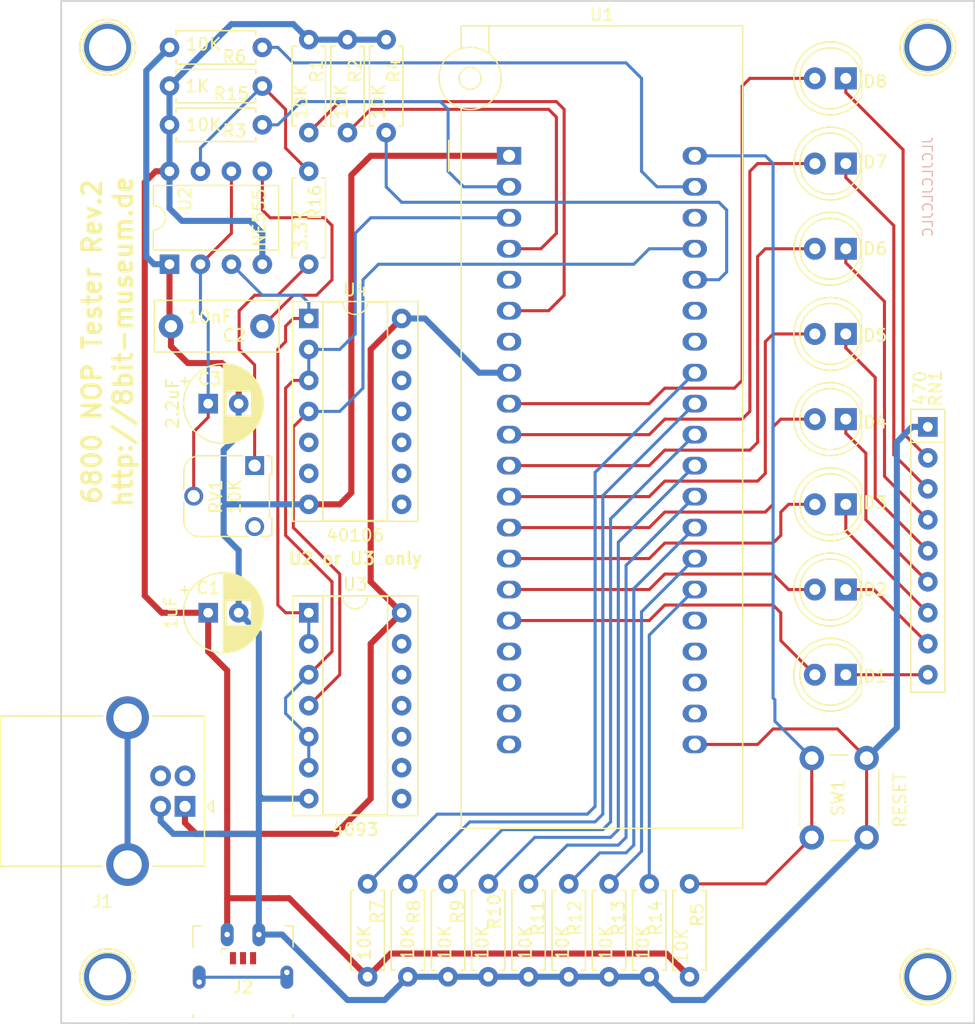
<source format=kicad_pcb>
(kicad_pcb (version 4) (generator gerbview)
  (layers (0 F.Cu signal) (31 B.Cu signal) (34 B.Paste user) (35 F.Paste user) (36 B.SilkS user) (37 F.SilkS user) (38 B.Mask user) (39 F.Mask user) (44 Edge.Cuts user))
  (gr_line (start 84.95571 95.97238) (end 84.95571 96.7819) (layer F.SilkS) (width 0.2))
  (gr_line (start 84.95571 96.7819) (end 85.00333 96.87714) (layer F.SilkS) (width 0.2))
  (gr_line (start 85.00333 96.87714) (end 85.05095 96.92476) (layer F.SilkS) (width 0.2))
  (gr_line (start 85.05095 96.92476) (end 85.14619 96.97238) (layer F.SilkS) (width 0.2))
  (gr_line (start 85.14619 96.97238) (end 85.33667 96.97238) (layer F.SilkS) (width 0.2))
  (gr_line (start 85.33667 96.97238) (end 85.4319 96.92476) (layer F.SilkS) (width 0.2))
  (gr_line (start 85.4319 96.92476) (end 85.47952 96.87714) (layer F.SilkS) (width 0.2))
  (gr_line (start 85.47952 96.87714) (end 85.52714 96.7819) (layer F.SilkS) (width 0.2))
  (gr_line (start 85.52714 96.7819) (end 85.52714 95.97238) (layer F.SilkS) (width 0.2))
  (gr_line (start 85.95571 96.06762) (end 86.00333 96.02) (layer F.SilkS) (width 0.2))
  (gr_line (start 86.00333 96.02) (end 86.09857 95.97238) (layer F.SilkS) (width 0.2))
  (gr_line (start 86.09857 95.97238) (end 86.33667 95.97238) (layer F.SilkS) (width 0.2))
  (gr_line (start 86.33667 95.97238) (end 86.4319 96.02) (layer F.SilkS) (width 0.2))
  (gr_line (start 86.4319 96.02) (end 86.47952 96.06762) (layer F.SilkS) (width 0.2))
  (gr_line (start 86.47952 96.06762) (end 86.52714 96.16286) (layer F.SilkS) (width 0.2))
  (gr_line (start 86.52714 96.16286) (end 86.52714 96.2581) (layer F.SilkS) (width 0.2))
  (gr_line (start 86.52714 96.2581) (end 86.47952 96.40095) (layer F.SilkS) (width 0.2))
  (gr_line (start 86.47952 96.40095) (end 85.9081 96.97238) (layer F.SilkS) (width 0.2))
  (gr_line (start 85.9081 96.97238) (end 86.52714 96.97238) (layer F.SilkS) (width 0.2))
  (gr_line (start 87.86048 96.97238) (end 87.76524 96.92476) (layer F.SilkS) (width 0.2))
  (gr_line (start 87.76524 96.92476) (end 87.71762 96.87714) (layer F.SilkS) (width 0.2))
  (gr_line (start 87.71762 96.87714) (end 87.67 96.7819) (layer F.SilkS) (width 0.2))
  (gr_line (start 87.67 96.7819) (end 87.67 96.49619) (layer F.SilkS) (width 0.2))
  (gr_line (start 87.67 96.49619) (end 87.71762 96.40095) (layer F.SilkS) (width 0.2))
  (gr_line (start 87.71762 96.40095) (end 87.76524 96.35333) (layer F.SilkS) (width 0.2))
  (gr_line (start 87.76524 96.35333) (end 87.86048 96.30571) (layer F.SilkS) (width 0.2))
  (gr_line (start 87.86048 96.30571) (end 88.00333 96.30571) (layer F.SilkS) (width 0.2))
  (gr_line (start 88.00333 96.30571) (end 88.09857 96.35333) (layer F.SilkS) (width 0.2))
  (gr_line (start 88.09857 96.35333) (end 88.14619 96.40095) (layer F.SilkS) (width 0.2))
  (gr_line (start 88.14619 96.40095) (end 88.19381 96.49619) (layer F.SilkS) (width 0.2))
  (gr_line (start 88.19381 96.49619) (end 88.19381 96.7819) (layer F.SilkS) (width 0.2))
  (gr_line (start 88.19381 96.7819) (end 88.14619 96.87714) (layer F.SilkS) (width 0.2))
  (gr_line (start 88.14619 96.87714) (end 88.09857 96.92476) (layer F.SilkS) (width 0.2))
  (gr_line (start 88.09857 96.92476) (end 88.00333 96.97238) (layer F.SilkS) (width 0.2))
  (gr_line (start 88.00333 96.97238) (end 87.86048 96.97238) (layer F.SilkS) (width 0.2))
  (gr_line (start 88.62238 96.97238) (end 88.62238 96.30571) (layer F.SilkS) (width 0.2))
  (gr_line (start 88.62238 96.49619) (end 88.67 96.40095) (layer F.SilkS) (width 0.2))
  (gr_line (start 88.67 96.40095) (end 88.71762 96.35333) (layer F.SilkS) (width 0.2))
  (gr_line (start 88.71762 96.35333) (end 88.81286 96.30571) (layer F.SilkS) (width 0.2))
  (gr_line (start 88.81286 96.30571) (end 88.9081 96.30571) (layer F.SilkS) (width 0.2))
  (gr_line (start 90.00333 95.97238) (end 90.00333 96.7819) (layer F.SilkS) (width 0.2))
  (gr_line (start 90.00333 96.7819) (end 90.05095 96.87714) (layer F.SilkS) (width 0.2))
  (gr_line (start 90.05095 96.87714) (end 90.09857 96.92476) (layer F.SilkS) (width 0.2))
  (gr_line (start 90.09857 96.92476) (end 90.19381 96.97238) (layer F.SilkS) (width 0.2))
  (gr_line (start 90.19381 96.97238) (end 90.38429 96.97238) (layer F.SilkS) (width 0.2))
  (gr_line (start 90.38429 96.97238) (end 90.47952 96.92476) (layer F.SilkS) (width 0.2))
  (gr_line (start 90.47952 96.92476) (end 90.52714 96.87714) (layer F.SilkS) (width 0.2))
  (gr_line (start 90.52714 96.87714) (end 90.57476 96.7819) (layer F.SilkS) (width 0.2))
  (gr_line (start 90.57476 96.7819) (end 90.57476 95.97238) (layer F.SilkS) (width 0.2))
  (gr_line (start 90.95571 95.97238) (end 91.57476 95.97238) (layer F.SilkS) (width 0.2))
  (gr_line (start 91.57476 95.97238) (end 91.24143 96.35333) (layer F.SilkS) (width 0.2))
  (gr_line (start 91.24143 96.35333) (end 91.38429 96.35333) (layer F.SilkS) (width 0.2))
  (gr_line (start 91.38429 96.35333) (end 91.47952 96.40095) (layer F.SilkS) (width 0.2))
  (gr_line (start 91.47952 96.40095) (end 91.52714 96.44857) (layer F.SilkS) (width 0.2))
  (gr_line (start 91.52714 96.44857) (end 91.57476 96.54381) (layer F.SilkS) (width 0.2))
  (gr_line (start 91.57476 96.54381) (end 91.57476 96.7819) (layer F.SilkS) (width 0.2))
  (gr_line (start 91.57476 96.7819) (end 91.52714 96.87714) (layer F.SilkS) (width 0.2))
  (gr_line (start 91.52714 96.87714) (end 91.47952 96.92476) (layer F.SilkS) (width 0.2))
  (gr_line (start 91.47952 96.92476) (end 91.38429 96.97238) (layer F.SilkS) (width 0.2))
  (gr_line (start 91.38429 96.97238) (end 91.09857 96.97238) (layer F.SilkS) (width 0.2))
  (gr_line (start 91.09857 96.97238) (end 91.00333 96.92476) (layer F.SilkS) (width 0.2))
  (gr_line (start 91.00333 96.92476) (end 90.95571 96.87714) (layer F.SilkS) (width 0.2))
  (gr_line (start 92.9081 96.97238) (end 92.81286 96.92476) (layer F.SilkS) (width 0.2))
  (gr_line (start 92.81286 96.92476) (end 92.76524 96.87714) (layer F.SilkS) (width 0.2))
  (gr_line (start 92.76524 96.87714) (end 92.71762 96.7819) (layer F.SilkS) (width 0.2))
  (gr_line (start 92.71762 96.7819) (end 92.71762 96.49619) (layer F.SilkS) (width 0.2))
  (gr_line (start 92.71762 96.49619) (end 92.76524 96.40095) (layer F.SilkS) (width 0.2))
  (gr_line (start 92.76524 96.40095) (end 92.81286 96.35333) (layer F.SilkS) (width 0.2))
  (gr_line (start 92.81286 96.35333) (end 92.9081 96.30571) (layer F.SilkS) (width 0.2))
  (gr_line (start 92.9081 96.30571) (end 93.05095 96.30571) (layer F.SilkS) (width 0.2))
  (gr_line (start 93.05095 96.30571) (end 93.14619 96.35333) (layer F.SilkS) (width 0.2))
  (gr_line (start 93.14619 96.35333) (end 93.19381 96.40095) (layer F.SilkS) (width 0.2))
  (gr_line (start 93.19381 96.40095) (end 93.24143 96.49619) (layer F.SilkS) (width 0.2))
  (gr_line (start 93.24143 96.49619) (end 93.24143 96.7819) (layer F.SilkS) (width 0.2))
  (gr_line (start 93.24143 96.7819) (end 93.19381 96.87714) (layer F.SilkS) (width 0.2))
  (gr_line (start 93.19381 96.87714) (end 93.14619 96.92476) (layer F.SilkS) (width 0.2))
  (gr_line (start 93.14619 96.92476) (end 93.05095 96.97238) (layer F.SilkS) (width 0.2))
  (gr_line (start 93.05095 96.97238) (end 92.9081 96.97238) (layer F.SilkS) (width 0.2))
  (gr_line (start 93.67 96.30571) (end 93.67 96.97238) (layer F.SilkS) (width 0.2))
  (gr_line (start 93.67 96.40095) (end 93.71762 96.35333) (layer F.SilkS) (width 0.2))
  (gr_line (start 93.71762 96.35333) (end 93.81286 96.30571) (layer F.SilkS) (width 0.2))
  (gr_line (start 93.81286 96.30571) (end 93.95571 96.30571) (layer F.SilkS) (width 0.2))
  (gr_line (start 93.95571 96.30571) (end 94.05095 96.35333) (layer F.SilkS) (width 0.2))
  (gr_line (start 94.05095 96.35333) (end 94.09857 96.44857) (layer F.SilkS) (width 0.2))
  (gr_line (start 94.09857 96.44857) (end 94.09857 96.97238) (layer F.SilkS) (width 0.2))
  (gr_line (start 94.71762 96.97238) (end 94.62238 96.92476) (layer F.SilkS) (width 0.2))
  (gr_line (start 94.62238 96.92476) (end 94.57476 96.82952) (layer F.SilkS) (width 0.2))
  (gr_line (start 94.57476 96.82952) (end 94.57476 95.97238) (layer F.SilkS) (width 0.2))
  (gr_line (start 95.00333 96.30571) (end 95.24143 96.97238) (layer F.SilkS) (width 0.2))
  (gr_line (start 95.47952 96.30571) (end 95.24143 96.97238) (layer F.SilkS) (width 0.2))
  (gr_line (start 95.24143 96.97238) (end 95.14619 97.21048) (layer F.SilkS) (width 0.2))
  (gr_line (start 95.14619 97.21048) (end 95.09857 97.2581) (layer F.SilkS) (width 0.2))
  (gr_line (start 95.09857 97.2581) (end 95.00333 97.30571) (layer F.SilkS) (width 0.2))
  (gr_line (start 67.75357 91.02571) (end 67.75357 91.31143) (layer F.SilkS) (width 0.3))
  (gr_line (start 67.75357 91.31143) (end 67.825 91.45429) (layer F.SilkS) (width 0.3))
  (gr_line (start 67.825 91.45429) (end 67.89643 91.52571) (layer F.SilkS) (width 0.3))
  (gr_line (start 67.89643 91.52571) (end 68.11071 91.66857) (layer F.SilkS) (width 0.3))
  (gr_line (start 68.11071 91.66857) (end 68.39643 91.74) (layer F.SilkS) (width 0.3))
  (gr_line (start 68.39643 91.74) (end 68.96786 91.74) (layer F.SilkS) (width 0.3))
  (gr_line (start 68.96786 91.74) (end 69.11071 91.66857) (layer F.SilkS) (width 0.3))
  (gr_line (start 69.11071 91.66857) (end 69.18214 91.59714) (layer F.SilkS) (width 0.3))
  (gr_line (start 69.18214 91.59714) (end 69.25357 91.45429) (layer F.SilkS) (width 0.3))
  (gr_line (start 69.25357 91.45429) (end 69.25357 91.16857) (layer F.SilkS) (width 0.3))
  (gr_line (start 69.25357 91.16857) (end 69.18214 91.02571) (layer F.SilkS) (width 0.3))
  (gr_line (start 69.18214 91.02571) (end 69.11071 90.95429) (layer F.SilkS) (width 0.3))
  (gr_line (start 69.11071 90.95429) (end 68.96786 90.88286) (layer F.SilkS) (width 0.3))
  (gr_line (start 68.96786 90.88286) (end 68.61071 90.88286) (layer F.SilkS) (width 0.3))
  (gr_line (start 68.61071 90.88286) (end 68.46786 90.95429) (layer F.SilkS) (width 0.3))
  (gr_line (start 68.46786 90.95429) (end 68.39643 91.02571) (layer F.SilkS) (width 0.3))
  (gr_line (start 68.39643 91.02571) (end 68.325 91.16857) (layer F.SilkS) (width 0.3))
  (gr_line (start 68.325 91.16857) (end 68.325 91.45429) (layer F.SilkS) (width 0.3))
  (gr_line (start 68.325 91.45429) (end 68.39643 91.59714) (layer F.SilkS) (width 0.3))
  (gr_line (start 68.39643 91.59714) (end 68.46786 91.66857) (layer F.SilkS) (width 0.3))
  (gr_line (start 68.46786 91.66857) (end 68.61071 91.74) (layer F.SilkS) (width 0.3))
  (gr_line (start 68.39643 90.02571) (end 68.325 90.16857) (layer F.SilkS) (width 0.3))
  (gr_line (start 68.325 90.16857) (end 68.25357 90.24) (layer F.SilkS) (width 0.3))
  (gr_line (start 68.25357 90.24) (end 68.11071 90.31143) (layer F.SilkS) (width 0.3))
  (gr_line (start 68.11071 90.31143) (end 68.03929 90.31143) (layer F.SilkS) (width 0.3))
  (gr_line (start 68.03929 90.31143) (end 67.89643 90.24) (layer F.SilkS) (width 0.3))
  (gr_line (start 67.89643 90.24) (end 67.825 90.16857) (layer F.SilkS) (width 0.3))
  (gr_line (start 67.825 90.16857) (end 67.75357 90.02571) (layer F.SilkS) (width 0.3))
  (gr_line (start 67.75357 90.02571) (end 67.75357 89.74) (layer F.SilkS) (width 0.3))
  (gr_line (start 67.75357 89.74) (end 67.825 89.59714) (layer F.SilkS) (width 0.3))
  (gr_line (start 67.825 89.59714) (end 67.89643 89.52571) (layer F.SilkS) (width 0.3))
  (gr_line (start 67.89643 89.52571) (end 68.03929 89.45429) (layer F.SilkS) (width 0.3))
  (gr_line (start 68.03929 89.45429) (end 68.11071 89.45429) (layer F.SilkS) (width 0.3))
  (gr_line (start 68.11071 89.45429) (end 68.25357 89.52571) (layer F.SilkS) (width 0.3))
  (gr_line (start 68.25357 89.52571) (end 68.325 89.59714) (layer F.SilkS) (width 0.3))
  (gr_line (start 68.325 89.59714) (end 68.39643 89.74) (layer F.SilkS) (width 0.3))
  (gr_line (start 68.39643 89.74) (end 68.39643 90.02571) (layer F.SilkS) (width 0.3))
  (gr_line (start 68.39643 90.02571) (end 68.46786 90.16857) (layer F.SilkS) (width 0.3))
  (gr_line (start 68.46786 90.16857) (end 68.53929 90.24) (layer F.SilkS) (width 0.3))
  (gr_line (start 68.53929 90.24) (end 68.68214 90.31143) (layer F.SilkS) (width 0.3))
  (gr_line (start 68.68214 90.31143) (end 68.96786 90.31143) (layer F.SilkS) (width 0.3))
  (gr_line (start 68.96786 90.31143) (end 69.11071 90.24) (layer F.SilkS) (width 0.3))
  (gr_line (start 69.11071 90.24) (end 69.18214 90.16857) (layer F.SilkS) (width 0.3))
  (gr_line (start 69.18214 90.16857) (end 69.25357 90.02571) (layer F.SilkS) (width 0.3))
  (gr_line (start 69.25357 90.02571) (end 69.25357 89.74) (layer F.SilkS) (width 0.3))
  (gr_line (start 69.25357 89.74) (end 69.18214 89.59714) (layer F.SilkS) (width 0.3))
  (gr_line (start 69.18214 89.59714) (end 69.11071 89.52571) (layer F.SilkS) (width 0.3))
  (gr_line (start 69.11071 89.52571) (end 68.96786 89.45429) (layer F.SilkS) (width 0.3))
  (gr_line (start 68.96786 89.45429) (end 68.68214 89.45429) (layer F.SilkS) (width 0.3))
  (gr_line (start 68.68214 89.45429) (end 68.53929 89.52571) (layer F.SilkS) (width 0.3))
  (gr_line (start 68.53929 89.52571) (end 68.46786 89.59714) (layer F.SilkS) (width 0.3))
  (gr_line (start 68.46786 89.59714) (end 68.39643 89.74) (layer F.SilkS) (width 0.3))
  (gr_line (start 67.75357 88.52571) (end 67.75357 88.38286) (layer F.SilkS) (width 0.3))
  (gr_line (start 67.75357 88.38286) (end 67.825 88.24) (layer F.SilkS) (width 0.3))
  (gr_line (start 67.825 88.24) (end 67.89643 88.16857) (layer F.SilkS) (width 0.3))
  (gr_line (start 67.89643 88.16857) (end 68.03929 88.09714) (layer F.SilkS) (width 0.3))
  (gr_line (start 68.03929 88.09714) (end 68.325 88.02571) (layer F.SilkS) (width 0.3))
  (gr_line (start 68.325 88.02571) (end 68.68214 88.02571) (layer F.SilkS) (width 0.3))
  (gr_line (start 68.68214 88.02571) (end 68.96786 88.09714) (layer F.SilkS) (width 0.3))
  (gr_line (start 68.96786 88.09714) (end 69.11071 88.16857) (layer F.SilkS) (width 0.3))
  (gr_line (start 69.11071 88.16857) (end 69.18214 88.24) (layer F.SilkS) (width 0.3))
  (gr_line (start 69.18214 88.24) (end 69.25357 88.38286) (layer F.SilkS) (width 0.3))
  (gr_line (start 69.25357 88.38286) (end 69.25357 88.52571) (layer F.SilkS) (width 0.3))
  (gr_line (start 69.25357 88.52571) (end 69.18214 88.66857) (layer F.SilkS) (width 0.3))
  (gr_line (start 69.18214 88.66857) (end 69.11071 88.74) (layer F.SilkS) (width 0.3))
  (gr_line (start 69.11071 88.74) (end 68.96786 88.81143) (layer F.SilkS) (width 0.3))
  (gr_line (start 68.96786 88.81143) (end 68.68214 88.88286) (layer F.SilkS) (width 0.3))
  (gr_line (start 68.68214 88.88286) (end 68.325 88.88286) (layer F.SilkS) (width 0.3))
  (gr_line (start 68.325 88.88286) (end 68.03929 88.81143) (layer F.SilkS) (width 0.3))
  (gr_line (start 68.03929 88.81143) (end 67.89643 88.74) (layer F.SilkS) (width 0.3))
  (gr_line (start 67.89643 88.74) (end 67.825 88.66857) (layer F.SilkS) (width 0.3))
  (gr_line (start 67.825 88.66857) (end 67.75357 88.52571) (layer F.SilkS) (width 0.3))
  (gr_line (start 67.75357 87.09714) (end 67.75357 86.95429) (layer F.SilkS) (width 0.3))
  (gr_line (start 67.75357 86.95429) (end 67.825 86.81143) (layer F.SilkS) (width 0.3))
  (gr_line (start 67.825 86.81143) (end 67.89643 86.74) (layer F.SilkS) (width 0.3))
  (gr_line (start 67.89643 86.74) (end 68.03929 86.66857) (layer F.SilkS) (width 0.3))
  (gr_line (start 68.03929 86.66857) (end 68.325 86.59714) (layer F.SilkS) (width 0.3))
  (gr_line (start 68.325 86.59714) (end 68.68214 86.59714) (layer F.SilkS) (width 0.3))
  (gr_line (start 68.68214 86.59714) (end 68.96786 86.66857) (layer F.SilkS) (width 0.3))
  (gr_line (start 68.96786 86.66857) (end 69.11071 86.74) (layer F.SilkS) (width 0.3))
  (gr_line (start 69.11071 86.74) (end 69.18214 86.81143) (layer F.SilkS) (width 0.3))
  (gr_line (start 69.18214 86.81143) (end 69.25357 86.95429) (layer F.SilkS) (width 0.3))
  (gr_line (start 69.25357 86.95429) (end 69.25357 87.09714) (layer F.SilkS) (width 0.3))
  (gr_line (start 69.25357 87.09714) (end 69.18214 87.24) (layer F.SilkS) (width 0.3))
  (gr_line (start 69.18214 87.24) (end 69.11071 87.31143) (layer F.SilkS) (width 0.3))
  (gr_line (start 69.11071 87.31143) (end 68.96786 87.38286) (layer F.SilkS) (width 0.3))
  (gr_line (start 68.96786 87.38286) (end 68.68214 87.45429) (layer F.SilkS) (width 0.3))
  (gr_line (start 68.68214 87.45429) (end 68.325 87.45429) (layer F.SilkS) (width 0.3))
  (gr_line (start 68.325 87.45429) (end 68.03929 87.38286) (layer F.SilkS) (width 0.3))
  (gr_line (start 68.03929 87.38286) (end 67.89643 87.31143) (layer F.SilkS) (width 0.3))
  (gr_line (start 67.89643 87.31143) (end 67.825 87.24) (layer F.SilkS) (width 0.3))
  (gr_line (start 67.825 87.24) (end 67.75357 87.09714) (layer F.SilkS) (width 0.3))
  (gr_line (start 69.25357 84.81143) (end 67.75357 84.81143) (layer F.SilkS) (width 0.3))
  (gr_line (start 67.75357 84.81143) (end 69.25357 83.95429) (layer F.SilkS) (width 0.3))
  (gr_line (start 69.25357 83.95429) (end 67.75357 83.95429) (layer F.SilkS) (width 0.3))
  (gr_line (start 67.75357 82.95429) (end 67.75357 82.66857) (layer F.SilkS) (width 0.3))
  (gr_line (start 67.75357 82.66857) (end 67.825 82.52571) (layer F.SilkS) (width 0.3))
  (gr_line (start 67.825 82.52571) (end 67.96786 82.38286) (layer F.SilkS) (width 0.3))
  (gr_line (start 67.96786 82.38286) (end 68.25357 82.31143) (layer F.SilkS) (width 0.3))
  (gr_line (start 68.25357 82.31143) (end 68.75357 82.31143) (layer F.SilkS) (width 0.3))
  (gr_line (start 68.75357 82.31143) (end 69.03929 82.38286) (layer F.SilkS) (width 0.3))
  (gr_line (start 69.03929 82.38286) (end 69.18214 82.52571) (layer F.SilkS) (width 0.3))
  (gr_line (start 69.18214 82.52571) (end 69.25357 82.66857) (layer F.SilkS) (width 0.3))
  (gr_line (start 69.25357 82.66857) (end 69.25357 82.95429) (layer F.SilkS) (width 0.3))
  (gr_line (start 69.25357 82.95429) (end 69.18214 83.09714) (layer F.SilkS) (width 0.3))
  (gr_line (start 69.18214 83.09714) (end 69.03929 83.24) (layer F.SilkS) (width 0.3))
  (gr_line (start 69.03929 83.24) (end 68.75357 83.31143) (layer F.SilkS) (width 0.3))
  (gr_line (start 68.75357 83.31143) (end 68.25357 83.31143) (layer F.SilkS) (width 0.3))
  (gr_line (start 68.25357 83.31143) (end 67.96786 83.24) (layer F.SilkS) (width 0.3))
  (gr_line (start 67.96786 83.24) (end 67.825 83.09714) (layer F.SilkS) (width 0.3))
  (gr_line (start 67.825 83.09714) (end 67.75357 82.95429) (layer F.SilkS) (width 0.3))
  (gr_line (start 69.25357 81.66857) (end 67.75357 81.66857) (layer F.SilkS) (width 0.3))
  (gr_line (start 67.75357 81.66857) (end 67.75357 81.09714) (layer F.SilkS) (width 0.3))
  (gr_line (start 67.75357 81.09714) (end 67.825 80.95429) (layer F.SilkS) (width 0.3))
  (gr_line (start 67.825 80.95429) (end 67.89643 80.88286) (layer F.SilkS) (width 0.3))
  (gr_line (start 67.89643 80.88286) (end 68.03929 80.81143) (layer F.SilkS) (width 0.3))
  (gr_line (start 68.03929 80.81143) (end 68.25357 80.81143) (layer F.SilkS) (width 0.3))
  (gr_line (start 68.25357 80.81143) (end 68.39643 80.88286) (layer F.SilkS) (width 0.3))
  (gr_line (start 68.39643 80.88286) (end 68.46786 80.95429) (layer F.SilkS) (width 0.3))
  (gr_line (start 68.46786 80.95429) (end 68.53929 81.09714) (layer F.SilkS) (width 0.3))
  (gr_line (start 68.53929 81.09714) (end 68.53929 81.66857) (layer F.SilkS) (width 0.3))
  (gr_line (start 67.75357 79.24) (end 67.75357 78.38286) (layer F.SilkS) (width 0.3))
  (gr_line (start 69.25357 78.81143) (end 67.75357 78.81143) (layer F.SilkS) (width 0.3))
  (gr_line (start 69.18214 77.31143) (end 69.25357 77.45429) (layer F.SilkS) (width 0.3))
  (gr_line (start 69.25357 77.45429) (end 69.25357 77.74) (layer F.SilkS) (width 0.3))
  (gr_line (start 69.25357 77.74) (end 69.18214 77.88286) (layer F.SilkS) (width 0.3))
  (gr_line (start 69.18214 77.88286) (end 69.03929 77.95429) (layer F.SilkS) (width 0.3))
  (gr_line (start 69.03929 77.95429) (end 68.46786 77.95429) (layer F.SilkS) (width 0.3))
  (gr_line (start 68.46786 77.95429) (end 68.325 77.88286) (layer F.SilkS) (width 0.3))
  (gr_line (start 68.325 77.88286) (end 68.25357 77.74) (layer F.SilkS) (width 0.3))
  (gr_line (start 68.25357 77.74) (end 68.25357 77.45429) (layer F.SilkS) (width 0.3))
  (gr_line (start 68.25357 77.45429) (end 68.325 77.31143) (layer F.SilkS) (width 0.3))
  (gr_line (start 68.325 77.31143) (end 68.46786 77.24) (layer F.SilkS) (width 0.3))
  (gr_line (start 68.46786 77.24) (end 68.61071 77.24) (layer F.SilkS) (width 0.3))
  (gr_line (start 68.61071 77.24) (end 68.75357 77.95429) (layer F.SilkS) (width 0.3))
  (gr_line (start 69.18214 76.66857) (end 69.25357 76.52571) (layer F.SilkS) (width 0.3))
  (gr_line (start 69.25357 76.52571) (end 69.25357 76.24) (layer F.SilkS) (width 0.3))
  (gr_line (start 69.25357 76.24) (end 69.18214 76.09714) (layer F.SilkS) (width 0.3))
  (gr_line (start 69.18214 76.09714) (end 69.03929 76.02571) (layer F.SilkS) (width 0.3))
  (gr_line (start 69.03929 76.02571) (end 68.96786 76.02571) (layer F.SilkS) (width 0.3))
  (gr_line (start 68.96786 76.02571) (end 68.825 76.09714) (layer F.SilkS) (width 0.3))
  (gr_line (start 68.825 76.09714) (end 68.75357 76.24) (layer F.SilkS) (width 0.3))
  (gr_line (start 68.75357 76.24) (end 68.75357 76.45429) (layer F.SilkS) (width 0.3))
  (gr_line (start 68.75357 76.45429) (end 68.68214 76.59714) (layer F.SilkS) (width 0.3))
  (gr_line (start 68.68214 76.59714) (end 68.53929 76.66857) (layer F.SilkS) (width 0.3))
  (gr_line (start 68.53929 76.66857) (end 68.46786 76.66857) (layer F.SilkS) (width 0.3))
  (gr_line (start 68.46786 76.66857) (end 68.325 76.59714) (layer F.SilkS) (width 0.3))
  (gr_line (start 68.325 76.59714) (end 68.25357 76.45429) (layer F.SilkS) (width 0.3))
  (gr_line (start 68.25357 76.45429) (end 68.25357 76.24) (layer F.SilkS) (width 0.3))
  (gr_line (start 68.25357 76.24) (end 68.325 76.09714) (layer F.SilkS) (width 0.3))
  (gr_line (start 68.25357 75.59714) (end 68.25357 75.02571) (layer F.SilkS) (width 0.3))
  (gr_line (start 67.75357 75.38286) (end 69.03929 75.38286) (layer F.SilkS) (width 0.3))
  (gr_line (start 69.03929 75.38286) (end 69.18214 75.31143) (layer F.SilkS) (width 0.3))
  (gr_line (start 69.18214 75.31143) (end 69.25357 75.16857) (layer F.SilkS) (width 0.3))
  (gr_line (start 69.25357 75.16857) (end 69.25357 75.02571) (layer F.SilkS) (width 0.3))
  (gr_line (start 69.18214 73.95429) (end 69.25357 74.09714) (layer F.SilkS) (width 0.3))
  (gr_line (start 69.25357 74.09714) (end 69.25357 74.38286) (layer F.SilkS) (width 0.3))
  (gr_line (start 69.25357 74.38286) (end 69.18214 74.52571) (layer F.SilkS) (width 0.3))
  (gr_line (start 69.18214 74.52571) (end 69.03929 74.59714) (layer F.SilkS) (width 0.3))
  (gr_line (start 69.03929 74.59714) (end 68.46786 74.59714) (layer F.SilkS) (width 0.3))
  (gr_line (start 68.46786 74.59714) (end 68.325 74.52571) (layer F.SilkS) (width 0.3))
  (gr_line (start 68.325 74.52571) (end 68.25357 74.38286) (layer F.SilkS) (width 0.3))
  (gr_line (start 68.25357 74.38286) (end 68.25357 74.09714) (layer F.SilkS) (width 0.3))
  (gr_line (start 68.25357 74.09714) (end 68.325 73.95429) (layer F.SilkS) (width 0.3))
  (gr_line (start 68.325 73.95429) (end 68.46786 73.88286) (layer F.SilkS) (width 0.3))
  (gr_line (start 68.46786 73.88286) (end 68.61071 73.88286) (layer F.SilkS) (width 0.3))
  (gr_line (start 68.61071 73.88286) (end 68.75357 74.59714) (layer F.SilkS) (width 0.3))
  (gr_line (start 69.25357 73.24) (end 68.25357 73.24) (layer F.SilkS) (width 0.3))
  (gr_line (start 68.53929 73.24) (end 68.39643 73.16857) (layer F.SilkS) (width 0.3))
  (gr_line (start 68.39643 73.16857) (end 68.325 73.09714) (layer F.SilkS) (width 0.3))
  (gr_line (start 68.325 73.09714) (end 68.25357 72.95429) (layer F.SilkS) (width 0.3))
  (gr_line (start 68.25357 72.95429) (end 68.25357 72.81143) (layer F.SilkS) (width 0.3))
  (gr_line (start 69.25357 70.31143) (end 68.53929 70.81143) (layer F.SilkS) (width 0.3))
  (gr_line (start 69.25357 71.16857) (end 67.75357 71.16857) (layer F.SilkS) (width 0.3))
  (gr_line (start 67.75357 71.16857) (end 67.75357 70.59714) (layer F.SilkS) (width 0.3))
  (gr_line (start 67.75357 70.59714) (end 67.825 70.45429) (layer F.SilkS) (width 0.3))
  (gr_line (start 67.825 70.45429) (end 67.89643 70.38286) (layer F.SilkS) (width 0.3))
  (gr_line (start 67.89643 70.38286) (end 68.03929 70.31143) (layer F.SilkS) (width 0.3))
  (gr_line (start 68.03929 70.31143) (end 68.25357 70.31143) (layer F.SilkS) (width 0.3))
  (gr_line (start 68.25357 70.31143) (end 68.39643 70.38286) (layer F.SilkS) (width 0.3))
  (gr_line (start 68.39643 70.38286) (end 68.46786 70.45429) (layer F.SilkS) (width 0.3))
  (gr_line (start 68.46786 70.45429) (end 68.53929 70.59714) (layer F.SilkS) (width 0.3))
  (gr_line (start 68.53929 70.59714) (end 68.53929 71.16857) (layer F.SilkS) (width 0.3))
  (gr_line (start 69.18214 69.09714) (end 69.25357 69.24) (layer F.SilkS) (width 0.3))
  (gr_line (start 69.25357 69.24) (end 69.25357 69.52571) (layer F.SilkS) (width 0.3))
  (gr_line (start 69.25357 69.52571) (end 69.18214 69.66857) (layer F.SilkS) (width 0.3))
  (gr_line (start 69.18214 69.66857) (end 69.03929 69.74) (layer F.SilkS) (width 0.3))
  (gr_line (start 69.03929 69.74) (end 68.46786 69.74) (layer F.SilkS) (width 0.3))
  (gr_line (start 68.46786 69.74) (end 68.325 69.66857) (layer F.SilkS) (width 0.3))
  (gr_line (start 68.325 69.66857) (end 68.25357 69.52571) (layer F.SilkS) (width 0.3))
  (gr_line (start 68.25357 69.52571) (end 68.25357 69.24) (layer F.SilkS) (width 0.3))
  (gr_line (start 68.25357 69.24) (end 68.325 69.09714) (layer F.SilkS) (width 0.3))
  (gr_line (start 68.325 69.09714) (end 68.46786 69.02571) (layer F.SilkS) (width 0.3))
  (gr_line (start 68.46786 69.02571) (end 68.61071 69.02571) (layer F.SilkS) (width 0.3))
  (gr_line (start 68.61071 69.02571) (end 68.75357 69.74) (layer F.SilkS) (width 0.3))
  (gr_line (start 68.25357 68.52571) (end 69.25357 68.16857) (layer F.SilkS) (width 0.3))
  (gr_line (start 69.25357 68.16857) (end 68.25357 67.81143) (layer F.SilkS) (width 0.3))
  (gr_line (start 69.11071 67.24) (end 69.18214 67.16857) (layer F.SilkS) (width 0.3))
  (gr_line (start 69.18214 67.16857) (end 69.25357 67.24) (layer F.SilkS) (width 0.3))
  (gr_line (start 69.25357 67.24) (end 69.18214 67.31143) (layer F.SilkS) (width 0.3))
  (gr_line (start 69.18214 67.31143) (end 69.11071 67.24) (layer F.SilkS) (width 0.3))
  (gr_line (start 69.11071 67.24) (end 69.25357 67.24) (layer F.SilkS) (width 0.3))
  (gr_line (start 67.89643 66.59714) (end 67.825 66.52571) (layer F.SilkS) (width 0.3))
  (gr_line (start 67.825 66.52571) (end 67.75357 66.38286) (layer F.SilkS) (width 0.3))
  (gr_line (start 67.75357 66.38286) (end 67.75357 66.02571) (layer F.SilkS) (width 0.3))
  (gr_line (start 67.75357 66.02571) (end 67.825 65.88286) (layer F.SilkS) (width 0.3))
  (gr_line (start 67.825 65.88286) (end 67.89643 65.81143) (layer F.SilkS) (width 0.3))
  (gr_line (start 67.89643 65.81143) (end 68.03929 65.74) (layer F.SilkS) (width 0.3))
  (gr_line (start 68.03929 65.74) (end 68.18214 65.74) (layer F.SilkS) (width 0.3))
  (gr_line (start 68.18214 65.74) (end 68.39643 65.81143) (layer F.SilkS) (width 0.3))
  (gr_line (start 68.39643 65.81143) (end 69.25357 66.66857) (layer F.SilkS) (width 0.3))
  (gr_line (start 69.25357 66.66857) (end 69.25357 65.74) (layer F.SilkS) (width 0.3))
  (gr_line (start 71.80357 91.91857) (end 70.30357 91.91857) (layer F.SilkS) (width 0.3))
  (gr_line (start 71.80357 91.27571) (end 71.01786 91.27571) (layer F.SilkS) (width 0.3))
  (gr_line (start 71.01786 91.27571) (end 70.875 91.34714) (layer F.SilkS) (width 0.3))
  (gr_line (start 70.875 91.34714) (end 70.80357 91.49) (layer F.SilkS) (width 0.3))
  (gr_line (start 70.80357 91.49) (end 70.80357 91.70429) (layer F.SilkS) (width 0.3))
  (gr_line (start 70.80357 91.70429) (end 70.875 91.84714) (layer F.SilkS) (width 0.3))
  (gr_line (start 70.875 91.84714) (end 70.94643 91.91857) (layer F.SilkS) (width 0.3))
  (gr_line (start 70.80357 90.77571) (end 70.80357 90.20429) (layer F.SilkS) (width 0.3))
  (gr_line (start 70.30357 90.56143) (end 71.58929 90.56143) (layer F.SilkS) (width 0.3))
  (gr_line (start 71.58929 90.56143) (end 71.73214 90.49) (layer F.SilkS) (width 0.3))
  (gr_line (start 71.73214 90.49) (end 71.80357 90.34714) (layer F.SilkS) (width 0.3))
  (gr_line (start 71.80357 90.34714) (end 71.80357 90.20429) (layer F.SilkS) (width 0.3))
  (gr_line (start 70.80357 89.91857) (end 70.80357 89.34714) (layer F.SilkS) (width 0.3))
  (gr_line (start 70.30357 89.70429) (end 71.58929 89.70429) (layer F.SilkS) (width 0.3))
  (gr_line (start 71.58929 89.70429) (end 71.73214 89.63286) (layer F.SilkS) (width 0.3))
  (gr_line (start 71.73214 89.63286) (end 71.80357 89.49) (layer F.SilkS) (width 0.3))
  (gr_line (start 71.80357 89.49) (end 71.80357 89.34714) (layer F.SilkS) (width 0.3))
  (gr_line (start 70.80357 88.84714) (end 72.30357 88.84714) (layer F.SilkS) (width 0.3))
  (gr_line (start 70.875 88.84714) (end 70.80357 88.70429) (layer F.SilkS) (width 0.3))
  (gr_line (start 70.80357 88.70429) (end 70.80357 88.41857) (layer F.SilkS) (width 0.3))
  (gr_line (start 70.80357 88.41857) (end 70.875 88.27571) (layer F.SilkS) (width 0.3))
  (gr_line (start 70.875 88.27571) (end 70.94643 88.20429) (layer F.SilkS) (width 0.3))
  (gr_line (start 70.94643 88.20429) (end 71.08929 88.13286) (layer F.SilkS) (width 0.3))
  (gr_line (start 71.08929 88.13286) (end 71.51786 88.13286) (layer F.SilkS) (width 0.3))
  (gr_line (start 71.51786 88.13286) (end 71.66071 88.20429) (layer F.SilkS) (width 0.3))
  (gr_line (start 71.66071 88.20429) (end 71.73214 88.27571) (layer F.SilkS) (width 0.3))
  (gr_line (start 71.73214 88.27571) (end 71.80357 88.41857) (layer F.SilkS) (width 0.3))
  (gr_line (start 71.80357 88.41857) (end 71.80357 88.70429) (layer F.SilkS) (width 0.3))
  (gr_line (start 71.80357 88.70429) (end 71.73214 88.84714) (layer F.SilkS) (width 0.3))
  (gr_line (start 71.66071 87.49) (end 71.73214 87.41857) (layer F.SilkS) (width 0.3))
  (gr_line (start 71.73214 87.41857) (end 71.80357 87.49) (layer F.SilkS) (width 0.3))
  (gr_line (start 71.80357 87.49) (end 71.73214 87.56143) (layer F.SilkS) (width 0.3))
  (gr_line (start 71.73214 87.56143) (end 71.66071 87.49) (layer F.SilkS) (width 0.3))
  (gr_line (start 71.66071 87.49) (end 71.80357 87.49) (layer F.SilkS) (width 0.3))
  (gr_line (start 70.875 87.49) (end 70.94643 87.41857) (layer F.SilkS) (width 0.3))
  (gr_line (start 70.94643 87.41857) (end 71.01786 87.49) (layer F.SilkS) (width 0.3))
  (gr_line (start 71.01786 87.49) (end 70.94643 87.56143) (layer F.SilkS) (width 0.3))
  (gr_line (start 70.94643 87.56143) (end 70.875 87.49) (layer F.SilkS) (width 0.3))
  (gr_line (start 70.875 87.49) (end 71.01786 87.49) (layer F.SilkS) (width 0.3))
  (gr_line (start 70.23214 85.70429) (end 72.16071 86.99) (layer F.SilkS) (width 0.3))
  (gr_line (start 70.23214 84.13286) (end 72.16071 85.41857) (layer F.SilkS) (width 0.3))
  (gr_line (start 70.94643 83.41857) (end 70.875 83.56143) (layer F.SilkS) (width 0.3))
  (gr_line (start 70.875 83.56143) (end 70.80357 83.63286) (layer F.SilkS) (width 0.3))
  (gr_line (start 70.80357 83.63286) (end 70.66071 83.70429) (layer F.SilkS) (width 0.3))
  (gr_line (start 70.66071 83.70429) (end 70.58929 83.70429) (layer F.SilkS) (width 0.3))
  (gr_line (start 70.58929 83.70429) (end 70.44643 83.63286) (layer F.SilkS) (width 0.3))
  (gr_line (start 70.44643 83.63286) (end 70.375 83.56143) (layer F.SilkS) (width 0.3))
  (gr_line (start 70.375 83.56143) (end 70.30357 83.41857) (layer F.SilkS) (width 0.3))
  (gr_line (start 70.30357 83.41857) (end 70.30357 83.13286) (layer F.SilkS) (width 0.3))
  (gr_line (start 70.30357 83.13286) (end 70.375 82.99) (layer F.SilkS) (width 0.3))
  (gr_line (start 70.375 82.99) (end 70.44643 82.91857) (layer F.SilkS) (width 0.3))
  (gr_line (start 70.44643 82.91857) (end 70.58929 82.84714) (layer F.SilkS) (width 0.3))
  (gr_line (start 70.58929 82.84714) (end 70.66071 82.84714) (layer F.SilkS) (width 0.3))
  (gr_line (start 70.66071 82.84714) (end 70.80357 82.91857) (layer F.SilkS) (width 0.3))
  (gr_line (start 70.80357 82.91857) (end 70.875 82.99) (layer F.SilkS) (width 0.3))
  (gr_line (start 70.875 82.99) (end 70.94643 83.13286) (layer F.SilkS) (width 0.3))
  (gr_line (start 70.94643 83.13286) (end 70.94643 83.41857) (layer F.SilkS) (width 0.3))
  (gr_line (start 70.94643 83.41857) (end 71.01786 83.56143) (layer F.SilkS) (width 0.3))
  (gr_line (start 71.01786 83.56143) (end 71.08929 83.63286) (layer F.SilkS) (width 0.3))
  (gr_line (start 71.08929 83.63286) (end 71.23214 83.70429) (layer F.SilkS) (width 0.3))
  (gr_line (start 71.23214 83.70429) (end 71.51786 83.70429) (layer F.SilkS) (width 0.3))
  (gr_line (start 71.51786 83.70429) (end 71.66071 83.63286) (layer F.SilkS) (width 0.3))
  (gr_line (start 71.66071 83.63286) (end 71.73214 83.56143) (layer F.SilkS) (width 0.3))
  (gr_line (start 71.73214 83.56143) (end 71.80357 83.41857) (layer F.SilkS) (width 0.3))
  (gr_line (start 71.80357 83.41857) (end 71.80357 83.13286) (layer F.SilkS) (width 0.3))
  (gr_line (start 71.80357 83.13286) (end 71.73214 82.99) (layer F.SilkS) (width 0.3))
  (gr_line (start 71.73214 82.99) (end 71.66071 82.91857) (layer F.SilkS) (width 0.3))
  (gr_line (start 71.66071 82.91857) (end 71.51786 82.84714) (layer F.SilkS) (width 0.3))
  (gr_line (start 71.51786 82.84714) (end 71.23214 82.84714) (layer F.SilkS) (width 0.3))
  (gr_line (start 71.23214 82.84714) (end 71.08929 82.91857) (layer F.SilkS) (width 0.3))
  (gr_line (start 71.08929 82.91857) (end 71.01786 82.99) (layer F.SilkS) (width 0.3))
  (gr_line (start 71.01786 82.99) (end 70.94643 83.13286) (layer F.SilkS) (width 0.3))
  (gr_line (start 71.80357 82.20429) (end 70.30357 82.20429) (layer F.SilkS) (width 0.3))
  (gr_line (start 70.875 82.20429) (end 70.80357 82.06143) (layer F.SilkS) (width 0.3))
  (gr_line (start 70.80357 82.06143) (end 70.80357 81.77571) (layer F.SilkS) (width 0.3))
  (gr_line (start 70.80357 81.77571) (end 70.875 81.63286) (layer F.SilkS) (width 0.3))
  (gr_line (start 70.875 81.63286) (end 70.94643 81.56143) (layer F.SilkS) (width 0.3))
  (gr_line (start 70.94643 81.56143) (end 71.08929 81.49) (layer F.SilkS) (width 0.3))
  (gr_line (start 71.08929 81.49) (end 71.51786 81.49) (layer F.SilkS) (width 0.3))
  (gr_line (start 71.51786 81.49) (end 71.66071 81.56143) (layer F.SilkS) (width 0.3))
  (gr_line (start 71.66071 81.56143) (end 71.73214 81.63286) (layer F.SilkS) (width 0.3))
  (gr_line (start 71.73214 81.63286) (end 71.80357 81.77571) (layer F.SilkS) (width 0.3))
  (gr_line (start 71.80357 81.77571) (end 71.80357 82.06143) (layer F.SilkS) (width 0.3))
  (gr_line (start 71.80357 82.06143) (end 71.73214 82.20429) (layer F.SilkS) (width 0.3))
  (gr_line (start 71.80357 80.84714) (end 70.80357 80.84714) (layer F.SilkS) (width 0.3))
  (gr_line (start 70.30357 80.84714) (end 70.375 80.91857) (layer F.SilkS) (width 0.3))
  (gr_line (start 70.375 80.91857) (end 70.44643 80.84714) (layer F.SilkS) (width 0.3))
  (gr_line (start 70.44643 80.84714) (end 70.375 80.77571) (layer F.SilkS) (width 0.3))
  (gr_line (start 70.375 80.77571) (end 70.30357 80.84714) (layer F.SilkS) (width 0.3))
  (gr_line (start 70.30357 80.84714) (end 70.44643 80.84714) (layer F.SilkS) (width 0.3))
  (gr_line (start 70.80357 80.34714) (end 70.80357 79.77571) (layer F.SilkS) (width 0.3))
  (gr_line (start 70.30357 80.13286) (end 71.58929 80.13286) (layer F.SilkS) (width 0.3))
  (gr_line (start 71.58929 80.13286) (end 71.73214 80.06143) (layer F.SilkS) (width 0.3))
  (gr_line (start 71.73214 80.06143) (end 71.80357 79.91857) (layer F.SilkS) (width 0.3))
  (gr_line (start 71.80357 79.91857) (end 71.80357 79.77571) (layer F.SilkS) (width 0.3))
  (gr_line (start 71.23214 79.27571) (end 71.23214 78.13286) (layer F.SilkS) (width 0.3))
  (gr_line (start 71.80357 77.41857) (end 70.80357 77.41857) (layer F.SilkS) (width 0.3))
  (gr_line (start 70.94643 77.41857) (end 70.875 77.34714) (layer F.SilkS) (width 0.3))
  (gr_line (start 70.875 77.34714) (end 70.80357 77.20429) (layer F.SilkS) (width 0.3))
  (gr_line (start 70.80357 77.20429) (end 70.80357 76.99) (layer F.SilkS) (width 0.3))
  (gr_line (start 70.80357 76.99) (end 70.875 76.84714) (layer F.SilkS) (width 0.3))
  (gr_line (start 70.875 76.84714) (end 71.01786 76.77571) (layer F.SilkS) (width 0.3))
  (gr_line (start 71.01786 76.77571) (end 71.80357 76.77571) (layer F.SilkS) (width 0.3))
  (gr_line (start 71.01786 76.77571) (end 70.875 76.70429) (layer F.SilkS) (width 0.3))
  (gr_line (start 70.875 76.70429) (end 70.80357 76.56143) (layer F.SilkS) (width 0.3))
  (gr_line (start 70.80357 76.56143) (end 70.80357 76.34714) (layer F.SilkS) (width 0.3))
  (gr_line (start 70.80357 76.34714) (end 70.875 76.20429) (layer F.SilkS) (width 0.3))
  (gr_line (start 70.875 76.20429) (end 71.01786 76.13286) (layer F.SilkS) (width 0.3))
  (gr_line (start 71.01786 76.13286) (end 71.80357 76.13286) (layer F.SilkS) (width 0.3))
  (gr_line (start 70.80357 74.77571) (end 71.80357 74.77571) (layer F.SilkS) (width 0.3))
  (gr_line (start 70.80357 75.41857) (end 71.58929 75.41857) (layer F.SilkS) (width 0.3))
  (gr_line (start 71.58929 75.41857) (end 71.73214 75.34714) (layer F.SilkS) (width 0.3))
  (gr_line (start 71.73214 75.34714) (end 71.80357 75.20429) (layer F.SilkS) (width 0.3))
  (gr_line (start 71.80357 75.20429) (end 71.80357 74.99) (layer F.SilkS) (width 0.3))
  (gr_line (start 71.80357 74.99) (end 71.73214 74.84714) (layer F.SilkS) (width 0.3))
  (gr_line (start 71.73214 74.84714) (end 71.66071 74.77571) (layer F.SilkS) (width 0.3))
  (gr_line (start 71.73214 74.13286) (end 71.80357 73.99) (layer F.SilkS) (width 0.3))
  (gr_line (start 71.80357 73.99) (end 71.80357 73.70429) (layer F.SilkS) (width 0.3))
  (gr_line (start 71.80357 73.70429) (end 71.73214 73.56143) (layer F.SilkS) (width 0.3))
  (gr_line (start 71.73214 73.56143) (end 71.58929 73.49) (layer F.SilkS) (width 0.3))
  (gr_line (start 71.58929 73.49) (end 71.51786 73.49) (layer F.SilkS) (width 0.3))
  (gr_line (start 71.51786 73.49) (end 71.375 73.56143) (layer F.SilkS) (width 0.3))
  (gr_line (start 71.375 73.56143) (end 71.30357 73.70429) (layer F.SilkS) (width 0.3))
  (gr_line (start 71.30357 73.70429) (end 71.30357 73.91857) (layer F.SilkS) (width 0.3))
  (gr_line (start 71.30357 73.91857) (end 71.23214 74.06143) (layer F.SilkS) (width 0.3))
  (gr_line (start 71.23214 74.06143) (end 71.08929 74.13286) (layer F.SilkS) (width 0.3))
  (gr_line (start 71.08929 74.13286) (end 71.01786 74.13286) (layer F.SilkS) (width 0.3))
  (gr_line (start 71.01786 74.13286) (end 70.875 74.06143) (layer F.SilkS) (width 0.3))
  (gr_line (start 70.875 74.06143) (end 70.80357 73.91857) (layer F.SilkS) (width 0.3))
  (gr_line (start 70.80357 73.91857) (end 70.80357 73.70429) (layer F.SilkS) (width 0.3))
  (gr_line (start 70.80357 73.70429) (end 70.875 73.56143) (layer F.SilkS) (width 0.3))
  (gr_line (start 71.73214 72.27571) (end 71.80357 72.41857) (layer F.SilkS) (width 0.3))
  (gr_line (start 71.80357 72.41857) (end 71.80357 72.70429) (layer F.SilkS) (width 0.3))
  (gr_line (start 71.80357 72.70429) (end 71.73214 72.84714) (layer F.SilkS) (width 0.3))
  (gr_line (start 71.73214 72.84714) (end 71.58929 72.91857) (layer F.SilkS) (width 0.3))
  (gr_line (start 71.58929 72.91857) (end 71.01786 72.91857) (layer F.SilkS) (width 0.3))
  (gr_line (start 71.01786 72.91857) (end 70.875 72.84714) (layer F.SilkS) (width 0.3))
  (gr_line (start 70.875 72.84714) (end 70.80357 72.70429) (layer F.SilkS) (width 0.3))
  (gr_line (start 70.80357 72.70429) (end 70.80357 72.41857) (layer F.SilkS) (width 0.3))
  (gr_line (start 70.80357 72.41857) (end 70.875 72.27571) (layer F.SilkS) (width 0.3))
  (gr_line (start 70.875 72.27571) (end 71.01786 72.20429) (layer F.SilkS) (width 0.3))
  (gr_line (start 71.01786 72.20429) (end 71.16071 72.20429) (layer F.SilkS) (width 0.3))
  (gr_line (start 71.16071 72.20429) (end 71.30357 72.91857) (layer F.SilkS) (width 0.3))
  (gr_line (start 70.80357 70.91857) (end 71.80357 70.91857) (layer F.SilkS) (width 0.3))
  (gr_line (start 70.80357 71.56143) (end 71.58929 71.56143) (layer F.SilkS) (width 0.3))
  (gr_line (start 71.58929 71.56143) (end 71.73214 71.49) (layer F.SilkS) (width 0.3))
  (gr_line (start 71.73214 71.49) (end 71.80357 71.34714) (layer F.SilkS) (width 0.3))
  (gr_line (start 71.80357 71.34714) (end 71.80357 71.13286) (layer F.SilkS) (width 0.3))
  (gr_line (start 71.80357 71.13286) (end 71.73214 70.99) (layer F.SilkS) (width 0.3))
  (gr_line (start 71.73214 70.99) (end 71.66071 70.91857) (layer F.SilkS) (width 0.3))
  (gr_line (start 71.80357 70.20429) (end 70.80357 70.20429) (layer F.SilkS) (width 0.3))
  (gr_line (start 70.94643 70.20429) (end 70.875 70.13286) (layer F.SilkS) (width 0.3))
  (gr_line (start 70.875 70.13286) (end 70.80357 69.99) (layer F.SilkS) (width 0.3))
  (gr_line (start 70.80357 69.99) (end 70.80357 69.77571) (layer F.SilkS) (width 0.3))
  (gr_line (start 70.80357 69.77571) (end 70.875 69.63286) (layer F.SilkS) (width 0.3))
  (gr_line (start 70.875 69.63286) (end 71.01786 69.56143) (layer F.SilkS) (width 0.3))
  (gr_line (start 71.01786 69.56143) (end 71.80357 69.56143) (layer F.SilkS) (width 0.3))
  (gr_line (start 71.01786 69.56143) (end 70.875 69.49) (layer F.SilkS) (width 0.3))
  (gr_line (start 70.875 69.49) (end 70.80357 69.34714) (layer F.SilkS) (width 0.3))
  (gr_line (start 70.80357 69.34714) (end 70.80357 69.13286) (layer F.SilkS) (width 0.3))
  (gr_line (start 70.80357 69.13286) (end 70.875 68.99) (layer F.SilkS) (width 0.3))
  (gr_line (start 70.875 68.99) (end 71.01786 68.91857) (layer F.SilkS) (width 0.3))
  (gr_line (start 71.01786 68.91857) (end 71.80357 68.91857) (layer F.SilkS) (width 0.3))
  (gr_line (start 71.66071 68.20429) (end 71.73214 68.13286) (layer F.SilkS) (width 0.3))
  (gr_line (start 71.73214 68.13286) (end 71.80357 68.20429) (layer F.SilkS) (width 0.3))
  (gr_line (start 71.80357 68.20429) (end 71.73214 68.27571) (layer F.SilkS) (width 0.3))
  (gr_line (start 71.73214 68.27571) (end 71.66071 68.20429) (layer F.SilkS) (width 0.3))
  (gr_line (start 71.66071 68.20429) (end 71.80357 68.20429) (layer F.SilkS) (width 0.3))
  (gr_line (start 71.80357 66.84714) (end 70.30357 66.84714) (layer F.SilkS) (width 0.3))
  (gr_line (start 71.73214 66.84714) (end 71.80357 66.99) (layer F.SilkS) (width 0.3))
  (gr_line (start 71.80357 66.99) (end 71.80357 67.27571) (layer F.SilkS) (width 0.3))
  (gr_line (start 71.80357 67.27571) (end 71.73214 67.41857) (layer F.SilkS) (width 0.3))
  (gr_line (start 71.73214 67.41857) (end 71.66071 67.49) (layer F.SilkS) (width 0.3))
  (gr_line (start 71.66071 67.49) (end 71.51786 67.56143) (layer F.SilkS) (width 0.3))
  (gr_line (start 71.51786 67.56143) (end 71.08929 67.56143) (layer F.SilkS) (width 0.3))
  (gr_line (start 71.08929 67.56143) (end 70.94643 67.49) (layer F.SilkS) (width 0.3))
  (gr_line (start 70.94643 67.49) (end 70.875 67.41857) (layer F.SilkS) (width 0.3))
  (gr_line (start 70.875 67.41857) (end 70.80357 67.27571) (layer F.SilkS) (width 0.3))
  (gr_line (start 70.80357 67.27571) (end 70.80357 66.99) (layer F.SilkS) (width 0.3))
  (gr_line (start 70.80357 66.99) (end 70.875 66.84714) (layer F.SilkS) (width 0.3))
  (gr_line (start 71.73214 65.56143) (end 71.80357 65.70429) (layer F.SilkS) (width 0.3))
  (gr_line (start 71.80357 65.70429) (end 71.80357 65.99) (layer F.SilkS) (width 0.3))
  (gr_line (start 71.80357 65.99) (end 71.73214 66.13286) (layer F.SilkS) (width 0.3))
  (gr_line (start 71.73214 66.13286) (end 71.58929 66.20429) (layer F.SilkS) (width 0.3))
  (gr_line (start 71.58929 66.20429) (end 71.01786 66.20429) (layer F.SilkS) (width 0.3))
  (gr_line (start 71.01786 66.20429) (end 70.875 66.13286) (layer F.SilkS) (width 0.3))
  (gr_line (start 70.875 66.13286) (end 70.80357 65.99) (layer F.SilkS) (width 0.3))
  (gr_line (start 70.80357 65.99) (end 70.80357 65.70429) (layer F.SilkS) (width 0.3))
  (gr_line (start 70.80357 65.70429) (end 70.875 65.56143) (layer F.SilkS) (width 0.3))
  (gr_line (start 70.875 65.56143) (end 71.01786 65.49) (layer F.SilkS) (width 0.3))
  (gr_line (start 71.01786 65.49) (end 71.16071 65.49) (layer F.SilkS) (width 0.3))
  (gr_line (start 71.16071 65.49) (end 71.30357 66.20429) (layer F.SilkS) (width 0.3))
  (gr_line (start 97.845 64.77) (end 97.845 62.23) (layer F.SilkS) (width 0.12))
  (gr_line (start 101.145 52.84) (end 101.145 55.1) (layer F.SilkS) (width 0.12))
  (gr_line (start 98.865 52.84) (end 98.865 54.7) (layer F.SilkS) (width 0.12))
  (gr_line (start 121.965 52.84) (end 98.865 52.84) (layer F.SilkS) (width 0.12))
  (gr_line (start 121.965 118.64) (end 121.965 52.84) (layer F.SilkS) (width 0.12))
  (gr_line (start 98.865 118.64) (end 121.965 118.64) (layer F.SilkS) (width 0.12))
  (gr_line (start 98.865 59.6) (end 98.865 118.64) (layer F.SilkS) (width 0.12))
  (gr_circle (center 99.595 57.15) (end 100.495 57.15) (layer F.SilkS) (width 0.12))
  (gr_circle (center 99.595 57.15) (end 102.145 57.15) (layer F.SilkS) (width 0.12))
  (gr_line (start 94.08 54.515) (end 93.75 54.515) (layer F.SilkS) (width 0.12))
  (gr_line (start 94.08 61.055) (end 94.08 54.515) (layer F.SilkS) (width 0.12))
  (gr_line (start 93.75 61.055) (end 94.08 61.055) (layer F.SilkS) (width 0.12))
  (gr_line (start 91.34 54.515) (end 91.67 54.515) (layer F.SilkS) (width 0.12))
  (gr_line (start 91.34 61.055) (end 91.34 54.515) (layer F.SilkS) (width 0.12))
  (gr_line (start 91.67 61.055) (end 91.34 61.055) (layer F.SilkS) (width 0.12))
  (gr_line (start 138.56 84.285) (end 135.76 84.285) (layer F.SilkS) (width 0.12))
  (gr_line (start 135.76 84.285) (end 135.76 107.485) (layer F.SilkS) (width 0.12))
  (gr_line (start 135.76 107.485) (end 138.56 107.485) (layer F.SilkS) (width 0.12))
  (gr_line (start 138.56 107.485) (end 138.56 84.285) (layer F.SilkS) (width 0.12))
  (gr_line (start 138.56 86.995) (end 135.76 86.995) (layer F.SilkS) (width 0.12))
  (gr_line (start 79.202 128.536) (end 79.202 128.926) (layer F.SilkS) (width 0.12))
  (gr_line (start 79.202 128.536) (end 79.652 128.536) (layer F.SilkS) (width 0.12))
  (gr_line (start 85.072 126.636) (end 84.422 126.636) (layer F.SilkS) (width 0.12))
  (gr_line (start 85.072 128.366) (end 85.072 126.636) (layer F.SilkS) (width 0.12))
  (gr_line (start 76.862 134.156) (end 76.862 133.946) (layer F.SilkS) (width 0.12))
  (gr_line (start 85.062 134.156) (end 85.062 133.946) (layer F.SilkS) (width 0.12))
  (gr_line (start 76.852 128.366) (end 76.852 126.636) (layer F.SilkS) (width 0.12))
  (gr_line (start 76.852 126.636) (end 77.512 126.636) (layer F.SilkS) (width 0.12))
  (gr_line (start 78.52 116.34) (end 78.02 116.84) (layer F.SilkS) (width 0.12))
  (gr_line (start 78.52 117.34) (end 78.52 116.34) (layer F.SilkS) (width 0.12))
  (gr_line (start 78.02 116.84) (end 78.52 117.34) (layer F.SilkS) (width 0.12))
  (gr_line (start 61.08 109.43) (end 69.44 109.43) (layer F.SilkS) (width 0.12))
  (gr_line (start 61.08 121.75) (end 61.08 109.43) (layer F.SilkS) (width 0.12))
  (gr_line (start 69.44 121.75) (end 61.08 121.75) (layer F.SilkS) (width 0.12))
  (gr_line (start 77.8 109.43) (end 73.54 109.43) (layer F.SilkS) (width 0.12))
  (gr_line (start 77.8 121.75) (end 77.8 109.43) (layer F.SilkS) (width 0.12))
  (gr_line (start 73.54 121.75) (end 77.8 121.75) (layer F.SilkS) (width 0.12))
  (gr_line (start 85.32 61.055) (end 84.99 61.055) (layer F.SilkS) (width 0.12))
  (gr_line (start 84.99 61.055) (end 84.99 54.515) (layer F.SilkS) (width 0.12))
  (gr_line (start 84.99 54.515) (end 85.32 54.515) (layer F.SilkS) (width 0.12))
  (gr_line (start 87.4 61.055) (end 87.73 61.055) (layer F.SilkS) (width 0.12))
  (gr_line (start 87.73 61.055) (end 87.73 54.515) (layer F.SilkS) (width 0.12))
  (gr_line (start 87.73 54.515) (end 87.4 54.515) (layer F.SilkS) (width 0.12))
  (gr_line (start 89.17 75.505) (end 87.52 75.505) (layer F.SilkS) (width 0.12))
  (gr_line (start 87.52 75.505) (end 87.52 93.405) (layer F.SilkS) (width 0.12))
  (gr_line (start 87.52 93.405) (end 92.82 93.405) (layer F.SilkS) (width 0.12))
  (gr_line (start 92.82 93.405) (end 92.82 75.505) (layer F.SilkS) (width 0.12))
  (gr_line (start 92.82 75.505) (end 91.17 75.505) (layer F.SilkS) (width 0.12))
  (gr_line (start 85.03 75.445) (end 85.03 93.465) (layer F.SilkS) (width 0.12))
  (gr_line (start 85.03 93.465) (end 95.31 93.465) (layer F.SilkS) (width 0.12))
  (gr_line (start 95.31 93.465) (end 95.31 75.445) (layer F.SilkS) (width 0.12))
  (gr_line (start 95.31 75.445) (end 85.03 75.445) (layer F.SilkS) (width 0.12))
  (gr_arc (start 90.17 75.505) (end 91.17 75.505) (angle 180) (layer F.SilkS) (width 0.12))
  (gr_line (start 89.17 99.635) (end 87.52 99.635) (layer F.SilkS) (width 0.12))
  (gr_line (start 87.52 99.635) (end 87.52 117.535) (layer F.SilkS) (width 0.12))
  (gr_line (start 87.52 117.535) (end 92.82 117.535) (layer F.SilkS) (width 0.12))
  (gr_line (start 92.82 117.535) (end 92.82 99.635) (layer F.SilkS) (width 0.12))
  (gr_line (start 92.82 99.635) (end 91.17 99.635) (layer F.SilkS) (width 0.12))
  (gr_line (start 85.03 99.575) (end 85.03 117.595) (layer F.SilkS) (width 0.12))
  (gr_line (start 85.03 117.595) (end 95.31 117.595) (layer F.SilkS) (width 0.12))
  (gr_line (start 95.31 117.595) (end 95.31 99.575) (layer F.SilkS) (width 0.12))
  (gr_line (start 95.31 99.575) (end 85.03 99.575) (layer F.SilkS) (width 0.12))
  (gr_arc (start 90.17 99.635) (end 91.17 99.635) (angle 180) (layer F.SilkS) (width 0.12))
  (gr_circle (center 137.16 130.81) (end 139.446 130.81) (layer F.SilkS) (width 0.15))
  (gr_circle (center 137.16 54.61) (end 139.446 54.61) (layer F.SilkS) (width 0.15))
  (gr_circle (center 69.85 130.81) (end 72.136 130.81) (layer F.SilkS) (width 0.15))
  (gr_circle (center 69.85 54.61) (end 72.136 54.61) (layer F.SilkS) (width 0.15))
  (gr_line (start 118.642 123.73) (end 118.972 123.73) (layer F.SilkS) (width 0.12))
  (gr_line (start 118.972 123.73) (end 118.972 130.27) (layer F.SilkS) (width 0.12))
  (gr_line (start 118.972 130.27) (end 118.642 130.27) (layer F.SilkS) (width 0.12))
  (gr_line (start 116.562 123.73) (end 116.232 123.73) (layer F.SilkS) (width 0.12))
  (gr_line (start 116.232 123.73) (end 116.232 130.27) (layer F.SilkS) (width 0.12))
  (gr_line (start 116.232 130.27) (end 116.562 130.27) (layer F.SilkS) (width 0.12))
  (gr_line (start 113.26 130.27) (end 112.93 130.27) (layer F.SilkS) (width 0.12))
  (gr_line (start 112.93 130.27) (end 112.93 123.73) (layer F.SilkS) (width 0.12))
  (gr_line (start 112.93 123.73) (end 113.26 123.73) (layer F.SilkS) (width 0.12))
  (gr_line (start 115.34 130.27) (end 115.67 130.27) (layer F.SilkS) (width 0.12))
  (gr_line (start 115.67 130.27) (end 115.67 123.73) (layer F.SilkS) (width 0.12))
  (gr_line (start 115.67 123.73) (end 115.34 123.73) (layer F.SilkS) (width 0.12))
  (gr_line (start 109.958 130.27) (end 109.628 130.27) (layer F.SilkS) (width 0.12))
  (gr_line (start 109.628 130.27) (end 109.628 123.73) (layer F.SilkS) (width 0.12))
  (gr_line (start 109.628 123.73) (end 109.958 123.73) (layer F.SilkS) (width 0.12))
  (gr_line (start 112.038 130.27) (end 112.368 130.27) (layer F.SilkS) (width 0.12))
  (gr_line (start 112.368 130.27) (end 112.368 123.73) (layer F.SilkS) (width 0.12))
  (gr_line (start 112.368 123.73) (end 112.038 123.73) (layer F.SilkS) (width 0.12))
  (gr_line (start 106.656 130.27) (end 106.326 130.27) (layer F.SilkS) (width 0.12))
  (gr_line (start 106.326 130.27) (end 106.326 123.73) (layer F.SilkS) (width 0.12))
  (gr_line (start 106.326 123.73) (end 106.656 123.73) (layer F.SilkS) (width 0.12))
  (gr_line (start 108.736 130.27) (end 109.066 130.27) (layer F.SilkS) (width 0.12))
  (gr_line (start 109.066 130.27) (end 109.066 123.73) (layer F.SilkS) (width 0.12))
  (gr_line (start 109.066 123.73) (end 108.736 123.73) (layer F.SilkS) (width 0.12))
  (gr_line (start 103.354 130.27) (end 103.024 130.27) (layer F.SilkS) (width 0.12))
  (gr_line (start 103.024 130.27) (end 103.024 123.73) (layer F.SilkS) (width 0.12))
  (gr_line (start 103.024 123.73) (end 103.354 123.73) (layer F.SilkS) (width 0.12))
  (gr_line (start 105.434 130.27) (end 105.764 130.27) (layer F.SilkS) (width 0.12))
  (gr_line (start 105.764 130.27) (end 105.764 123.73) (layer F.SilkS) (width 0.12))
  (gr_line (start 105.764 123.73) (end 105.434 123.73) (layer F.SilkS) (width 0.12))
  (gr_line (start 100.052 130.27) (end 99.722 130.27) (layer F.SilkS) (width 0.12))
  (gr_line (start 99.722 130.27) (end 99.722 123.73) (layer F.SilkS) (width 0.12))
  (gr_line (start 99.722 123.73) (end 100.052 123.73) (layer F.SilkS) (width 0.12))
  (gr_line (start 102.132 130.27) (end 102.462 130.27) (layer F.SilkS) (width 0.12))
  (gr_line (start 102.462 130.27) (end 102.462 123.73) (layer F.SilkS) (width 0.12))
  (gr_line (start 102.462 123.73) (end 102.132 123.73) (layer F.SilkS) (width 0.12))
  (gr_line (start 96.75 130.27) (end 96.42 130.27) (layer F.SilkS) (width 0.12))
  (gr_line (start 96.42 130.27) (end 96.42 123.73) (layer F.SilkS) (width 0.12))
  (gr_line (start 96.42 123.73) (end 96.75 123.73) (layer F.SilkS) (width 0.12))
  (gr_line (start 98.83 130.27) (end 99.16 130.27) (layer F.SilkS) (width 0.12))
  (gr_line (start 99.16 130.27) (end 99.16 123.73) (layer F.SilkS) (width 0.12))
  (gr_line (start 99.16 123.73) (end 98.83 123.73) (layer F.SilkS) (width 0.12))
  (gr_line (start 93.448 130.27) (end 93.118 130.27) (layer F.SilkS) (width 0.12))
  (gr_line (start 93.118 130.27) (end 93.118 123.73) (layer F.SilkS) (width 0.12))
  (gr_line (start 93.118 123.73) (end 93.448 123.73) (layer F.SilkS) (width 0.12))
  (gr_line (start 95.528 130.27) (end 95.858 130.27) (layer F.SilkS) (width 0.12))
  (gr_line (start 95.858 130.27) (end 95.858 123.73) (layer F.SilkS) (width 0.12))
  (gr_line (start 95.858 123.73) (end 95.528 123.73) (layer F.SilkS) (width 0.12))
  (gr_line (start 88.495 61.055) (end 88.165 61.055) (layer F.SilkS) (width 0.12))
  (gr_line (start 88.165 61.055) (end 88.165 54.515) (layer F.SilkS) (width 0.12))
  (gr_line (start 88.165 54.515) (end 88.495 54.515) (layer F.SilkS) (width 0.12))
  (gr_line (start 90.575 61.055) (end 90.905 61.055) (layer F.SilkS) (width 0.12))
  (gr_line (start 90.905 61.055) (end 90.905 54.515) (layer F.SilkS) (width 0.12))
  (gr_line (start 90.905 54.515) (end 90.575 54.515) (layer F.SilkS) (width 0.12))
  (gr_line (start 90.146 130.27) (end 89.816 130.27) (layer F.SilkS) (width 0.12))
  (gr_line (start 89.816 130.27) (end 89.816 123.73) (layer F.SilkS) (width 0.12))
  (gr_line (start 89.816 123.73) (end 90.146 123.73) (layer F.SilkS) (width 0.12))
  (gr_line (start 92.226 130.27) (end 92.556 130.27) (layer F.SilkS) (width 0.12))
  (gr_line (start 92.556 130.27) (end 92.556 123.73) (layer F.SilkS) (width 0.12))
  (gr_line (start 92.556 123.73) (end 92.226 123.73) (layer F.SilkS) (width 0.12))
  (gr_circle (center 129.159 57.15) (end 131.659 57.15) (layer F.SilkS) (width 0.12))
  (gr_line (start 131.719 58.695) (end 131.719 55.605) (layer F.SilkS) (width 0.12))
  (gr_arc (start 129.159 57.15) (end 126.169 57.15046) (angle 148.8999663) (layer F.SilkS) (width 0.12))
  (gr_arc (start 129.159 57.15) (end 131.719 58.69483) (angle 148.8999663) (layer F.SilkS) (width 0.12))
  (gr_line (start 83.125 94.71) (end 82.435 94.71) (layer F.SilkS) (width 0.12))
  (gr_line (start 83.125 94.61) (end 83.125 94.71) (layer F.SilkS) (width 0.12))
  (gr_line (start 83.125 88.09) (end 82.875 88.09) (layer F.SilkS) (width 0.12))
  (gr_line (start 83.125 88.19) (end 83.125 88.09) (layer F.SilkS) (width 0.12))
  (gr_line (start 83.325 88.19) (end 83.125 88.19) (layer F.SilkS) (width 0.12))
  (gr_line (start 83.125 89.61) (end 83.325 89.61) (layer F.SilkS) (width 0.12))
  (gr_line (start 76.105 93.4) (end 76.105 91.91) (layer F.SilkS) (width 0.12))
  (gr_line (start 81.395 94.71) (end 77.415 94.71) (layer F.SilkS) (width 0.12))
  (gr_line (start 77.415 88.09) (end 80.955 88.09) (layer F.SilkS) (width 0.12))
  (gr_line (start 76.105 90.89) (end 76.105 89.4) (layer F.SilkS) (width 0.12))
  (gr_line (start 83.325 94.61) (end 83.125 94.61) (layer F.SilkS) (width 0.12))
  (gr_line (start 83.325 93.19) (end 83.325 94.61) (layer F.SilkS) (width 0.12))
  (gr_line (start 83.125 93.19) (end 83.325 93.19) (layer F.SilkS) (width 0.12))
  (gr_line (start 83.125 89.61) (end 83.125 93.19) (layer F.SilkS) (width 0.12))
  (gr_line (start 83.325 88.19) (end 83.325 89.61) (layer F.SilkS) (width 0.12))
  (gr_arc (start 77.415 89.4) (end 76.105 89.4) (angle 90) (layer F.SilkS) (width 0.12))
  (gr_arc (start 77.415 93.4) (end 77.415 94.71) (angle 90) (layer F.SilkS) (width 0.12))
  (gr_line (start 73.6 69.58) (end 73.6 71.23) (layer F.SilkS) (width 0.12))
  (gr_line (start 73.6 71.23) (end 83.88 71.23) (layer F.SilkS) (width 0.12))
  (gr_line (start 83.88 71.23) (end 83.88 65.93) (layer F.SilkS) (width 0.12))
  (gr_line (start 83.88 65.93) (end 73.6 65.93) (layer F.SilkS) (width 0.12))
  (gr_line (start 73.6 65.93) (end 73.6 67.58) (layer F.SilkS) (width 0.12))
  (gr_arc (start 73.6 68.58) (end 73.6 67.58) (angle 180) (layer F.SilkS) (width 0.12))
  (gr_line (start 133.135 118.38) (end 133.135 113.88) (layer F.SilkS) (width 0.12))
  (gr_line (start 129.135 119.63) (end 130.635 119.63) (layer F.SilkS) (width 0.12))
  (gr_line (start 126.635 113.88) (end 126.635 118.38) (layer F.SilkS) (width 0.12))
  (gr_line (start 130.635 112.63) (end 129.135 112.63) (layer F.SilkS) (width 0.12))
  (gr_line (start 85.32 71.85) (end 84.99 71.85) (layer F.SilkS) (width 0.12))
  (gr_line (start 84.99 71.85) (end 84.99 65.31) (layer F.SilkS) (width 0.12))
  (gr_line (start 84.99 65.31) (end 85.32 65.31) (layer F.SilkS) (width 0.12))
  (gr_line (start 87.4 71.85) (end 87.73 71.85) (layer F.SilkS) (width 0.12))
  (gr_line (start 87.73 71.85) (end 87.73 65.31) (layer F.SilkS) (width 0.12))
  (gr_line (start 87.73 65.31) (end 87.4 65.31) (layer F.SilkS) (width 0.12))
  (gr_line (start 75.47 56.745) (end 75.47 56.415) (layer F.SilkS) (width 0.12))
  (gr_line (start 75.47 56.415) (end 82.01 56.415) (layer F.SilkS) (width 0.12))
  (gr_line (start 82.01 56.415) (end 82.01 56.745) (layer F.SilkS) (width 0.12))
  (gr_line (start 75.47 58.825) (end 75.47 59.155) (layer F.SilkS) (width 0.12))
  (gr_line (start 75.47 59.155) (end 82.01 59.155) (layer F.SilkS) (width 0.12))
  (gr_line (start 82.01 59.155) (end 82.01 58.825) (layer F.SilkS) (width 0.12))
  (gr_line (start 82.01 55.65) (end 82.01 55.98) (layer F.SilkS) (width 0.12))
  (gr_line (start 82.01 55.98) (end 75.47 55.98) (layer F.SilkS) (width 0.12))
  (gr_line (start 75.47 55.98) (end 75.47 55.65) (layer F.SilkS) (width 0.12))
  (gr_line (start 82.01 53.57) (end 82.01 53.24) (layer F.SilkS) (width 0.12))
  (gr_line (start 82.01 53.24) (end 75.47 53.24) (layer F.SilkS) (width 0.12))
  (gr_line (start 75.47 53.24) (end 75.47 53.57) (layer F.SilkS) (width 0.12))
  (gr_line (start 82.01 62) (end 82.01 62.33) (layer F.SilkS) (width 0.12))
  (gr_line (start 82.01 62.33) (end 75.47 62.33) (layer F.SilkS) (width 0.12))
  (gr_line (start 75.47 62.33) (end 75.47 62) (layer F.SilkS) (width 0.12))
  (gr_line (start 82.01 59.92) (end 82.01 59.59) (layer F.SilkS) (width 0.12))
  (gr_line (start 82.01 59.59) (end 75.47 59.59) (layer F.SilkS) (width 0.12))
  (gr_line (start 75.47 59.59) (end 75.47 59.92) (layer F.SilkS) (width 0.12))
  (gr_circle (center 129.159 64.135) (end 131.659 64.135) (layer F.SilkS) (width 0.12))
  (gr_line (start 131.719 65.68) (end 131.719 62.59) (layer F.SilkS) (width 0.12))
  (gr_arc (start 129.159 64.135) (end 126.169 64.13546) (angle 148.8999663) (layer F.SilkS) (width 0.12))
  (gr_arc (start 129.159 64.135) (end 131.719 65.67983) (angle 148.8999663) (layer F.SilkS) (width 0.12))
  (gr_circle (center 129.159 71.12) (end 131.659 71.12) (layer F.SilkS) (width 0.12))
  (gr_line (start 131.719 72.665) (end 131.719 69.575) (layer F.SilkS) (width 0.12))
  (gr_arc (start 129.159 71.12) (end 126.169 71.12046) (angle 148.8999663) (layer F.SilkS) (width 0.12))
  (gr_arc (start 129.159 71.12) (end 131.719 72.66483) (angle 148.8999663) (layer F.SilkS) (width 0.12))
  (gr_circle (center 129.159 78.105) (end 131.659 78.105) (layer F.SilkS) (width 0.12))
  (gr_line (start 131.719 79.65) (end 131.719 76.56) (layer F.SilkS) (width 0.12))
  (gr_arc (start 129.159 78.105) (end 126.169 78.10546) (angle 148.8999663) (layer F.SilkS) (width 0.12))
  (gr_arc (start 129.159 78.105) (end 131.719 79.64983) (angle 148.8999663) (layer F.SilkS) (width 0.12))
  (gr_circle (center 129.159 85.09) (end 131.659 85.09) (layer F.SilkS) (width 0.12))
  (gr_line (start 131.719 86.635) (end 131.719 83.545) (layer F.SilkS) (width 0.12))
  (gr_arc (start 129.159 85.09) (end 126.169 85.09046) (angle 148.8999663) (layer F.SilkS) (width 0.12))
  (gr_arc (start 129.159 85.09) (end 131.719 86.63483) (angle 148.8999663) (layer F.SilkS) (width 0.12))
  (gr_circle (center 129.159 92.075) (end 131.659 92.075) (layer F.SilkS) (width 0.12))
  (gr_line (start 131.719 93.62) (end 131.719 90.53) (layer F.SilkS) (width 0.12))
  (gr_arc (start 129.159 92.075) (end 126.169 92.07546) (angle 148.8999663) (layer F.SilkS) (width 0.12))
  (gr_arc (start 129.159 92.075) (end 131.719 93.61983) (angle 148.8999663) (layer F.SilkS) (width 0.12))
  (gr_circle (center 129.159 99.06) (end 131.659 99.06) (layer F.SilkS) (width 0.12))
  (gr_line (start 131.719 100.605) (end 131.719 97.515) (layer F.SilkS) (width 0.12))
  (gr_arc (start 129.159 99.06) (end 126.169 99.06046) (angle 148.8999663) (layer F.SilkS) (width 0.12))
  (gr_arc (start 129.159 99.06) (end 131.719 100.60483) (angle 148.8999663) (layer F.SilkS) (width 0.12))
  (gr_circle (center 129.159 106.045) (end 131.659 106.045) (layer F.SilkS) (width 0.12))
  (gr_line (start 131.719 107.59) (end 131.719 104.5) (layer F.SilkS) (width 0.12))
  (gr_arc (start 129.159 106.045) (end 126.169 106.04546) (angle 148.8999663) (layer F.SilkS) (width 0.12))
  (gr_arc (start 129.159 106.045) (end 131.719 107.58983) (angle 148.8999663) (layer F.SilkS) (width 0.12))
  (gr_circle (center 79.355 83.82) (end 82.625 83.82) (layer F.SilkS) (width 0.12))
  (gr_line (start 79.355 80.59) (end 79.355 87.05) (layer F.SilkS) (width 0.12))
  (gr_line (start 79.395 80.59) (end 79.395 87.05) (layer F.SilkS) (width 0.12))
  (gr_line (start 79.435 80.59) (end 79.435 87.05) (layer F.SilkS) (width 0.12))
  (gr_line (start 79.475 80.592) (end 79.475 87.048) (layer F.SilkS) (width 0.12))
  (gr_line (start 79.515 80.593) (end 79.515 87.047) (layer F.SilkS) (width 0.12))
  (gr_line (start 79.555 80.596) (end 79.555 87.044) (layer F.SilkS) (width 0.12))
  (gr_line (start 79.595 80.598) (end 79.595 82.78) (layer F.SilkS) (width 0.12))
  (gr_line (start 79.595 84.86) (end 79.595 87.042) (layer F.SilkS) (width 0.12))
  (gr_line (start 79.635 80.602) (end 79.635 82.78) (layer F.SilkS) (width 0.12))
  (gr_line (start 79.635 84.86) (end 79.635 87.038) (layer F.SilkS) (width 0.12))
  (gr_line (start 79.675 80.605) (end 79.675 82.78) (layer F.SilkS) (width 0.12))
  (gr_line (start 79.675 84.86) (end 79.675 87.035) (layer F.SilkS) (width 0.12))
  (gr_line (start 79.715 80.609) (end 79.715 82.78) (layer F.SilkS) (width 0.12))
  (gr_line (start 79.715 84.86) (end 79.715 87.031) (layer F.SilkS) (width 0.12))
  (gr_line (start 79.755 80.614) (end 79.755 82.78) (layer F.SilkS) (width 0.12))
  (gr_line (start 79.755 84.86) (end 79.755 87.026) (layer F.SilkS) (width 0.12))
  (gr_line (start 79.795 80.619) (end 79.795 82.78) (layer F.SilkS) (width 0.12))
  (gr_line (start 79.795 84.86) (end 79.795 87.021) (layer F.SilkS) (width 0.12))
  (gr_line (start 79.835 80.625) (end 79.835 82.78) (layer F.SilkS) (width 0.12))
  (gr_line (start 79.835 84.86) (end 79.835 87.015) (layer F.SilkS) (width 0.12))
  (gr_line (start 79.875 80.631) (end 79.875 82.78) (layer F.SilkS) (width 0.12))
  (gr_line (start 79.875 84.86) (end 79.875 87.009) (layer F.SilkS) (width 0.12))
  (gr_line (start 79.915 80.638) (end 79.915 82.78) (layer F.SilkS) (width 0.12))
  (gr_line (start 79.915 84.86) (end 79.915 87.002) (layer F.SilkS) (width 0.12))
  (gr_line (start 79.955 80.645) (end 79.955 82.78) (layer F.SilkS) (width 0.12))
  (gr_line (start 79.955 84.86) (end 79.955 86.995) (layer F.SilkS) (width 0.12))
  (gr_line (start 79.995 80.653) (end 79.995 82.78) (layer F.SilkS) (width 0.12))
  (gr_line (start 79.995 84.86) (end 79.995 86.987) (layer F.SilkS) (width 0.12))
  (gr_line (start 80.035 80.661) (end 80.035 82.78) (layer F.SilkS) (width 0.12))
  (gr_line (start 80.035 84.86) (end 80.035 86.979) (layer F.SilkS) (width 0.12))
  (gr_line (start 80.076 80.67) (end 80.076 82.78) (layer F.SilkS) (width 0.12))
  (gr_line (start 80.076 84.86) (end 80.076 86.97) (layer F.SilkS) (width 0.12))
  (gr_line (start 80.116 80.679) (end 80.116 82.78) (layer F.SilkS) (width 0.12))
  (gr_line (start 80.116 84.86) (end 80.116 86.961) (layer F.SilkS) (width 0.12))
  (gr_line (start 80.156 80.689) (end 80.156 82.78) (layer F.SilkS) (width 0.12))
  (gr_line (start 80.156 84.86) (end 80.156 86.951) (layer F.SilkS) (width 0.12))
  (gr_line (start 80.196 80.699) (end 80.196 82.78) (layer F.SilkS) (width 0.12))
  (gr_line (start 80.196 84.86) (end 80.196 86.941) (layer F.SilkS) (width 0.12))
  (gr_line (start 80.236 80.71) (end 80.236 82.78) (layer F.SilkS) (width 0.12))
  (gr_line (start 80.236 84.86) (end 80.236 86.93) (layer F.SilkS) (width 0.12))
  (gr_line (start 80.276 80.722) (end 80.276 82.78) (layer F.SilkS) (width 0.12))
  (gr_line (start 80.276 84.86) (end 80.276 86.918) (layer F.SilkS) (width 0.12))
  (gr_line (start 80.316 80.734) (end 80.316 82.78) (layer F.SilkS) (width 0.12))
  (gr_line (start 80.316 84.86) (end 80.316 86.906) (layer F.SilkS) (width 0.12))
  (gr_line (start 80.356 80.746) (end 80.356 82.78) (layer F.SilkS) (width 0.12))
  (gr_line (start 80.356 84.86) (end 80.356 86.894) (layer F.SilkS) (width 0.12))
  (gr_line (start 80.396 80.759) (end 80.396 82.78) (layer F.SilkS) (width 0.12))
  (gr_line (start 80.396 84.86) (end 80.396 86.881) (layer F.SilkS) (width 0.12))
  (gr_line (start 80.436 80.773) (end 80.436 82.78) (layer F.SilkS) (width 0.12))
  (gr_line (start 80.436 84.86) (end 80.436 86.867) (layer F.SilkS) (width 0.12))
  (gr_line (start 80.476 80.787) (end 80.476 82.78) (layer F.SilkS) (width 0.12))
  (gr_line (start 80.476 84.86) (end 80.476 86.853) (layer F.SilkS) (width 0.12))
  (gr_line (start 80.516 80.802) (end 80.516 82.78) (layer F.SilkS) (width 0.12))
  (gr_line (start 80.516 84.86) (end 80.516 86.838) (layer F.SilkS) (width 0.12))
  (gr_line (start 80.556 80.818) (end 80.556 82.78) (layer F.SilkS) (width 0.12))
  (gr_line (start 80.556 84.86) (end 80.556 86.822) (layer F.SilkS) (width 0.12))
  (gr_line (start 80.596 80.834) (end 80.596 82.78) (layer F.SilkS) (width 0.12))
  (gr_line (start 80.596 84.86) (end 80.596 86.806) (layer F.SilkS) (width 0.12))
  (gr_line (start 80.636 80.85) (end 80.636 82.78) (layer F.SilkS) (width 0.12))
  (gr_line (start 80.636 84.86) (end 80.636 86.79) (layer F.SilkS) (width 0.12))
  (gr_line (start 80.676 80.868) (end 80.676 82.78) (layer F.SilkS) (width 0.12))
  (gr_line (start 80.676 84.86) (end 80.676 86.772) (layer F.SilkS) (width 0.12))
  (gr_line (start 80.716 80.886) (end 80.716 82.78) (layer F.SilkS) (width 0.12))
  (gr_line (start 80.716 84.86) (end 80.716 86.754) (layer F.SilkS) (width 0.12))
  (gr_line (start 80.756 80.904) (end 80.756 82.78) (layer F.SilkS) (width 0.12))
  (gr_line (start 80.756 84.86) (end 80.756 86.736) (layer F.SilkS) (width 0.12))
  (gr_line (start 80.796 80.924) (end 80.796 82.78) (layer F.SilkS) (width 0.12))
  (gr_line (start 80.796 84.86) (end 80.796 86.716) (layer F.SilkS) (width 0.12))
  (gr_line (start 80.836 80.944) (end 80.836 82.78) (layer F.SilkS) (width 0.12))
  (gr_line (start 80.836 84.86) (end 80.836 86.696) (layer F.SilkS) (width 0.12))
  (gr_line (start 80.876 80.964) (end 80.876 82.78) (layer F.SilkS) (width 0.12))
  (gr_line (start 80.876 84.86) (end 80.876 86.676) (layer F.SilkS) (width 0.12))
  (gr_line (start 80.916 80.986) (end 80.916 82.78) (layer F.SilkS) (width 0.12))
  (gr_line (start 80.916 84.86) (end 80.916 86.654) (layer F.SilkS) (width 0.12))
  (gr_line (start 80.956 81.008) (end 80.956 82.78) (layer F.SilkS) (width 0.12))
  (gr_line (start 80.956 84.86) (end 80.956 86.632) (layer F.SilkS) (width 0.12))
  (gr_line (start 80.996 81.03) (end 80.996 82.78) (layer F.SilkS) (width 0.12))
  (gr_line (start 80.996 84.86) (end 80.996 86.61) (layer F.SilkS) (width 0.12))
  (gr_line (start 81.036 81.054) (end 81.036 82.78) (layer F.SilkS) (width 0.12))
  (gr_line (start 81.036 84.86) (end 81.036 86.586) (layer F.SilkS) (width 0.12))
  (gr_line (start 81.076 81.078) (end 81.076 82.78) (layer F.SilkS) (width 0.12))
  (gr_line (start 81.076 84.86) (end 81.076 86.562) (layer F.SilkS) (width 0.12))
  (gr_line (start 81.116 81.104) (end 81.116 82.78) (layer F.SilkS) (width 0.12))
  (gr_line (start 81.116 84.86) (end 81.116 86.536) (layer F.SilkS) (width 0.12))
  (gr_line (start 81.156 81.13) (end 81.156 82.78) (layer F.SilkS) (width 0.12))
  (gr_line (start 81.156 84.86) (end 81.156 86.51) (layer F.SilkS) (width 0.12))
  (gr_line (start 81.196 81.156) (end 81.196 82.78) (layer F.SilkS) (width 0.12))
  (gr_line (start 81.196 84.86) (end 81.196 86.484) (layer F.SilkS) (width 0.12))
  (gr_line (start 81.236 81.184) (end 81.236 82.78) (layer F.SilkS) (width 0.12))
  (gr_line (start 81.236 84.86) (end 81.236 86.456) (layer F.SilkS) (width 0.12))
  (gr_line (start 81.276 81.213) (end 81.276 82.78) (layer F.SilkS) (width 0.12))
  (gr_line (start 81.276 84.86) (end 81.276 86.427) (layer F.SilkS) (width 0.12))
  (gr_line (start 81.316 81.242) (end 81.316 82.78) (layer F.SilkS) (width 0.12))
  (gr_line (start 81.316 84.86) (end 81.316 86.398) (layer F.SilkS) (width 0.12))
  (gr_line (start 81.356 81.272) (end 81.356 82.78) (layer F.SilkS) (width 0.12))
  (gr_line (start 81.356 84.86) (end 81.356 86.368) (layer F.SilkS) (width 0.12))
  (gr_line (start 81.396 81.304) (end 81.396 82.78) (layer F.SilkS) (width 0.12))
  (gr_line (start 81.396 84.86) (end 81.396 86.336) (layer F.SilkS) (width 0.12))
  (gr_line (start 81.436 81.336) (end 81.436 82.78) (layer F.SilkS) (width 0.12))
  (gr_line (start 81.436 84.86) (end 81.436 86.304) (layer F.SilkS) (width 0.12))
  (gr_line (start 81.476 81.37) (end 81.476 82.78) (layer F.SilkS) (width 0.12))
  (gr_line (start 81.476 84.86) (end 81.476 86.27) (layer F.SilkS) (width 0.12))
  (gr_line (start 81.516 81.404) (end 81.516 82.78) (layer F.SilkS) (width 0.12))
  (gr_line (start 81.516 84.86) (end 81.516 86.236) (layer F.SilkS) (width 0.12))
  (gr_line (start 81.556 81.44) (end 81.556 82.78) (layer F.SilkS) (width 0.12))
  (gr_line (start 81.556 84.86) (end 81.556 86.2) (layer F.SilkS) (width 0.12))
  (gr_line (start 81.596 81.477) (end 81.596 82.78) (layer F.SilkS) (width 0.12))
  (gr_line (start 81.596 84.86) (end 81.596 86.163) (layer F.SilkS) (width 0.12))
  (gr_line (start 81.636 81.515) (end 81.636 82.78) (layer F.SilkS) (width 0.12))
  (gr_line (start 81.636 84.86) (end 81.636 86.125) (layer F.SilkS) (width 0.12))
  (gr_line (start 81.676 81.555) (end 81.676 86.085) (layer F.SilkS) (width 0.12))
  (gr_line (start 81.716 81.596) (end 81.716 86.044) (layer F.SilkS) (width 0.12))
  (gr_line (start 81.756 81.638) (end 81.756 86.002) (layer F.SilkS) (width 0.12))
  (gr_line (start 81.796 81.683) (end 81.796 85.957) (layer F.SilkS) (width 0.12))
  (gr_line (start 81.836 81.728) (end 81.836 85.912) (layer F.SilkS) (width 0.12))
  (gr_line (start 81.876 81.776) (end 81.876 85.864) (layer F.SilkS) (width 0.12))
  (gr_line (start 81.916 81.825) (end 81.916 85.815) (layer F.SilkS) (width 0.12))
  (gr_line (start 81.956 81.876) (end 81.956 85.764) (layer F.SilkS) (width 0.12))
  (gr_line (start 81.996 81.93) (end 81.996 85.71) (layer F.SilkS) (width 0.12))
  (gr_line (start 82.036 81.986) (end 82.036 85.654) (layer F.SilkS) (width 0.12))
  (gr_line (start 82.076 82.044) (end 82.076 85.596) (layer F.SilkS) (width 0.12))
  (gr_line (start 82.116 82.106) (end 82.116 85.534) (layer F.SilkS) (width 0.12))
  (gr_line (start 82.156 82.17) (end 82.156 85.47) (layer F.SilkS) (width 0.12))
  (gr_line (start 82.196 82.239) (end 82.196 85.401) (layer F.SilkS) (width 0.12))
  (gr_line (start 82.236 82.311) (end 82.236 85.329) (layer F.SilkS) (width 0.12))
  (gr_line (start 82.276 82.388) (end 82.276 85.252) (layer F.SilkS) (width 0.12))
  (gr_line (start 82.316 82.47) (end 82.316 85.17) (layer F.SilkS) (width 0.12))
  (gr_line (start 82.356 82.558) (end 82.356 85.082) (layer F.SilkS) (width 0.12))
  (gr_line (start 82.396 82.655) (end 82.396 84.985) (layer F.SilkS) (width 0.12))
  (gr_line (start 82.436 82.761) (end 82.436 84.879) (layer F.SilkS) (width 0.12))
  (gr_line (start 82.476 82.88) (end 82.476 84.76) (layer F.SilkS) (width 0.12))
  (gr_line (start 82.516 83.018) (end 82.516 84.622) (layer F.SilkS) (width 0.12))
  (gr_line (start 82.556 83.187) (end 82.556 84.453) (layer F.SilkS) (width 0.12))
  (gr_line (start 82.596 83.418) (end 82.596 84.222) (layer F.SilkS) (width 0.12))
  (gr_line (start 75.85476 81.981) (end 76.48476 81.981) (layer F.SilkS) (width 0.12))
  (gr_line (start 76.16976 81.666) (end 76.16976 82.296) (layer F.SilkS) (width 0.12))
  (gr_line (start 83.92 79.59) (end 73.68 79.59) (layer F.SilkS) (width 0.12))
  (gr_line (start 83.92 75.35) (end 73.68 75.35) (layer F.SilkS) (width 0.12))
  (gr_line (start 83.92 79.59) (end 83.92 75.35) (layer F.SilkS) (width 0.12))
  (gr_line (start 73.68 79.59) (end 73.68 75.35) (layer F.SilkS) (width 0.12))
  (gr_circle (center 79.355 100.965) (end 82.625 100.965) (layer F.SilkS) (width 0.12))
  (gr_line (start 79.355 97.735) (end 79.355 104.195) (layer F.SilkS) (width 0.12))
  (gr_line (start 79.395 97.735) (end 79.395 104.195) (layer F.SilkS) (width 0.12))
  (gr_line (start 79.435 97.735) (end 79.435 104.195) (layer F.SilkS) (width 0.12))
  (gr_line (start 79.475 97.737) (end 79.475 104.193) (layer F.SilkS) (width 0.12))
  (gr_line (start 79.515 97.738) (end 79.515 104.192) (layer F.SilkS) (width 0.12))
  (gr_line (start 79.555 97.741) (end 79.555 104.189) (layer F.SilkS) (width 0.12))
  (gr_line (start 79.595 97.743) (end 79.595 99.925) (layer F.SilkS) (width 0.12))
  (gr_line (start 79.595 102.005) (end 79.595 104.187) (layer F.SilkS) (width 0.12))
  (gr_line (start 79.635 97.747) (end 79.635 99.925) (layer F.SilkS) (width 0.12))
  (gr_line (start 79.635 102.005) (end 79.635 104.183) (layer F.SilkS) (width 0.12))
  (gr_line (start 79.675 97.75) (end 79.675 99.925) (layer F.SilkS) (width 0.12))
  (gr_line (start 79.675 102.005) (end 79.675 104.18) (layer F.SilkS) (width 0.12))
  (gr_line (start 79.715 97.754) (end 79.715 99.925) (layer F.SilkS) (width 0.12))
  (gr_line (start 79.715 102.005) (end 79.715 104.176) (layer F.SilkS) (width 0.12))
  (gr_line (start 79.755 97.759) (end 79.755 99.925) (layer F.SilkS) (width 0.12))
  (gr_line (start 79.755 102.005) (end 79.755 104.171) (layer F.SilkS) (width 0.12))
  (gr_line (start 79.795 97.764) (end 79.795 99.925) (layer F.SilkS) (width 0.12))
  (gr_line (start 79.795 102.005) (end 79.795 104.166) (layer F.SilkS) (width 0.12))
  (gr_line (start 79.835 97.77) (end 79.835 99.925) (layer F.SilkS) (width 0.12))
  (gr_line (start 79.835 102.005) (end 79.835 104.16) (layer F.SilkS) (width 0.12))
  (gr_line (start 79.875 97.776) (end 79.875 99.925) (layer F.SilkS) (width 0.12))
  (gr_line (start 79.875 102.005) (end 79.875 104.154) (layer F.SilkS) (width 0.12))
  (gr_line (start 79.915 97.783) (end 79.915 99.925) (layer F.SilkS) (width 0.12))
  (gr_line (start 79.915 102.005) (end 79.915 104.147) (layer F.SilkS) (width 0.12))
  (gr_line (start 79.955 97.79) (end 79.955 99.925) (layer F.SilkS) (width 0.12))
  (gr_line (start 79.955 102.005) (end 79.955 104.14) (layer F.SilkS) (width 0.12))
  (gr_line (start 79.995 97.798) (end 79.995 99.925) (layer F.SilkS) (width 0.12))
  (gr_line (start 79.995 102.005) (end 79.995 104.132) (layer F.SilkS) (width 0.12))
  (gr_line (start 80.035 97.806) (end 80.035 99.925) (layer F.SilkS) (width 0.12))
  (gr_line (start 80.035 102.005) (end 80.035 104.124) (layer F.SilkS) (width 0.12))
  (gr_line (start 80.076 97.815) (end 80.076 99.925) (layer F.SilkS) (width 0.12))
  (gr_line (start 80.076 102.005) (end 80.076 104.115) (layer F.SilkS) (width 0.12))
  (gr_line (start 80.116 97.824) (end 80.116 99.925) (layer F.SilkS) (width 0.12))
  (gr_line (start 80.116 102.005) (end 80.116 104.106) (layer F.SilkS) (width 0.12))
  (gr_line (start 80.156 97.834) (end 80.156 99.925) (layer F.SilkS) (width 0.12))
  (gr_line (start 80.156 102.005) (end 80.156 104.096) (layer F.SilkS) (width 0.12))
  (gr_line (start 80.196 97.844) (end 80.196 99.925) (layer F.SilkS) (width 0.12))
  (gr_line (start 80.196 102.005) (end 80.196 104.086) (layer F.SilkS) (width 0.12))
  (gr_line (start 80.236 97.855) (end 80.236 99.925) (layer F.SilkS) (width 0.12))
  (gr_line (start 80.236 102.005) (end 80.236 104.075) (layer F.SilkS) (width 0.12))
  (gr_line (start 80.276 97.867) (end 80.276 99.925) (layer F.SilkS) (width 0.12))
  (gr_line (start 80.276 102.005) (end 80.276 104.063) (layer F.SilkS) (width 0.12))
  (gr_line (start 80.316 97.879) (end 80.316 99.925) (layer F.SilkS) (width 0.12))
  (gr_line (start 80.316 102.005) (end 80.316 104.051) (layer F.SilkS) (width 0.12))
  (gr_line (start 80.356 97.891) (end 80.356 99.925) (layer F.SilkS) (width 0.12))
  (gr_line (start 80.356 102.005) (end 80.356 104.039) (layer F.SilkS) (width 0.12))
  (gr_line (start 80.396 97.904) (end 80.396 99.925) (layer F.SilkS) (width 0.12))
  (gr_line (start 80.396 102.005) (end 80.396 104.026) (layer F.SilkS) (width 0.12))
  (gr_line (start 80.436 97.918) (end 80.436 99.925) (layer F.SilkS) (width 0.12))
  (gr_line (start 80.436 102.005) (end 80.436 104.012) (layer F.SilkS) (width 0.12))
  (gr_line (start 80.476 97.932) (end 80.476 99.925) (layer F.SilkS) (width 0.12))
  (gr_line (start 80.476 102.005) (end 80.476 103.998) (layer F.SilkS) (width 0.12))
  (gr_line (start 80.516 97.947) (end 80.516 99.925) (layer F.SilkS) (width 0.12))
  (gr_line (start 80.516 102.005) (end 80.516 103.983) (layer F.SilkS) (width 0.12))
  (gr_line (start 80.556 97.963) (end 80.556 99.925) (layer F.SilkS) (width 0.12))
  (gr_line (start 80.556 102.005) (end 80.556 103.967) (layer F.SilkS) (width 0.12))
  (gr_line (start 80.596 97.979) (end 80.596 99.925) (layer F.SilkS) (width 0.12))
  (gr_line (start 80.596 102.005) (end 80.596 103.951) (layer F.SilkS) (width 0.12))
  (gr_line (start 80.636 97.995) (end 80.636 99.925) (layer F.SilkS) (width 0.12))
  (gr_line (start 80.636 102.005) (end 80.636 103.935) (layer F.SilkS) (width 0.12))
  (gr_line (start 80.676 98.013) (end 80.676 99.925) (layer F.SilkS) (width 0.12))
  (gr_line (start 80.676 102.005) (end 80.676 103.917) (layer F.SilkS) (width 0.12))
  (gr_line (start 80.716 98.031) (end 80.716 99.925) (layer F.SilkS) (width 0.12))
  (gr_line (start 80.716 102.005) (end 80.716 103.899) (layer F.SilkS) (width 0.12))
  (gr_line (start 80.756 98.049) (end 80.756 99.925) (layer F.SilkS) (width 0.12))
  (gr_line (start 80.756 102.005) (end 80.756 103.881) (layer F.SilkS) (width 0.12))
  (gr_line (start 80.796 98.069) (end 80.796 99.925) (layer F.SilkS) (width 0.12))
  (gr_line (start 80.796 102.005) (end 80.796 103.861) (layer F.SilkS) (width 0.12))
  (gr_line (start 80.836 98.089) (end 80.836 99.925) (layer F.SilkS) (width 0.12))
  (gr_line (start 80.836 102.005) (end 80.836 103.841) (layer F.SilkS) (width 0.12))
  (gr_line (start 80.876 98.109) (end 80.876 99.925) (layer F.SilkS) (width 0.12))
  (gr_line (start 80.876 102.005) (end 80.876 103.821) (layer F.SilkS) (width 0.12))
  (gr_line (start 80.916 98.131) (end 80.916 99.925) (layer F.SilkS) (width 0.12))
  (gr_line (start 80.916 102.005) (end 80.916 103.799) (layer F.SilkS) (width 0.12))
  (gr_line (start 80.956 98.153) (end 80.956 99.925) (layer F.SilkS) (width 0.12))
  (gr_line (start 80.956 102.005) (end 80.956 103.777) (layer F.SilkS) (width 0.12))
  (gr_line (start 80.996 98.175) (end 80.996 99.925) (layer F.SilkS) (width 0.12))
  (gr_line (start 80.996 102.005) (end 80.996 103.755) (layer F.SilkS) (width 0.12))
  (gr_line (start 81.036 98.199) (end 81.036 99.925) (layer F.SilkS) (width 0.12))
  (gr_line (start 81.036 102.005) (end 81.036 103.731) (layer F.SilkS) (width 0.12))
  (gr_line (start 81.076 98.223) (end 81.076 99.925) (layer F.SilkS) (width 0.12))
  (gr_line (start 81.076 102.005) (end 81.076 103.707) (layer F.SilkS) (width 0.12))
  (gr_line (start 81.116 98.249) (end 81.116 99.925) (layer F.SilkS) (width 0.12))
  (gr_line (start 81.116 102.005) (end 81.116 103.681) (layer F.SilkS) (width 0.12))
  (gr_line (start 81.156 98.275) (end 81.156 99.925) (layer F.SilkS) (width 0.12))
  (gr_line (start 81.156 102.005) (end 81.156 103.655) (layer F.SilkS) (width 0.12))
  (gr_line (start 81.196 98.301) (end 81.196 99.925) (layer F.SilkS) (width 0.12))
  (gr_line (start 81.196 102.005) (end 81.196 103.629) (layer F.SilkS) (width 0.12))
  (gr_line (start 81.236 98.329) (end 81.236 99.925) (layer F.SilkS) (width 0.12))
  (gr_line (start 81.236 102.005) (end 81.236 103.601) (layer F.SilkS) (width 0.12))
  (gr_line (start 81.276 98.358) (end 81.276 99.925) (layer F.SilkS) (width 0.12))
  (gr_line (start 81.276 102.005) (end 81.276 103.572) (layer F.SilkS) (width 0.12))
  (gr_line (start 81.316 98.387) (end 81.316 99.925) (layer F.SilkS) (width 0.12))
  (gr_line (start 81.316 102.005) (end 81.316 103.543) (layer F.SilkS) (width 0.12))
  (gr_line (start 81.356 98.417) (end 81.356 99.925) (layer F.SilkS) (width 0.12))
  (gr_line (start 81.356 102.005) (end 81.356 103.513) (layer F.SilkS) (width 0.12))
  (gr_line (start 81.396 98.449) (end 81.396 99.925) (layer F.SilkS) (width 0.12))
  (gr_line (start 81.396 102.005) (end 81.396 103.481) (layer F.SilkS) (width 0.12))
  (gr_line (start 81.436 98.481) (end 81.436 99.925) (layer F.SilkS) (width 0.12))
  (gr_line (start 81.436 102.005) (end 81.436 103.449) (layer F.SilkS) (width 0.12))
  (gr_line (start 81.476 98.515) (end 81.476 99.925) (layer F.SilkS) (width 0.12))
  (gr_line (start 81.476 102.005) (end 81.476 103.415) (layer F.SilkS) (width 0.12))
  (gr_line (start 81.516 98.549) (end 81.516 99.925) (layer F.SilkS) (width 0.12))
  (gr_line (start 81.516 102.005) (end 81.516 103.381) (layer F.SilkS) (width 0.12))
  (gr_line (start 81.556 98.585) (end 81.556 99.925) (layer F.SilkS) (width 0.12))
  (gr_line (start 81.556 102.005) (end 81.556 103.345) (layer F.SilkS) (width 0.12))
  (gr_line (start 81.596 98.622) (end 81.596 99.925) (layer F.SilkS) (width 0.12))
  (gr_line (start 81.596 102.005) (end 81.596 103.308) (layer F.SilkS) (width 0.12))
  (gr_line (start 81.636 98.66) (end 81.636 99.925) (layer F.SilkS) (width 0.12))
  (gr_line (start 81.636 102.005) (end 81.636 103.27) (layer F.SilkS) (width 0.12))
  (gr_line (start 81.676 98.7) (end 81.676 103.23) (layer F.SilkS) (width 0.12))
  (gr_line (start 81.716 98.741) (end 81.716 103.189) (layer F.SilkS) (width 0.12))
  (gr_line (start 81.756 98.783) (end 81.756 103.147) (layer F.SilkS) (width 0.12))
  (gr_line (start 81.796 98.828) (end 81.796 103.102) (layer F.SilkS) (width 0.12))
  (gr_line (start 81.836 98.873) (end 81.836 103.057) (layer F.SilkS) (width 0.12))
  (gr_line (start 81.876 98.921) (end 81.876 103.009) (layer F.SilkS) (width 0.12))
  (gr_line (start 81.916 98.97) (end 81.916 102.96) (layer F.SilkS) (width 0.12))
  (gr_line (start 81.956 99.021) (end 81.956 102.909) (layer F.SilkS) (width 0.12))
  (gr_line (start 81.996 99.075) (end 81.996 102.855) (layer F.SilkS) (width 0.12))
  (gr_line (start 82.036 99.131) (end 82.036 102.799) (layer F.SilkS) (width 0.12))
  (gr_line (start 82.076 99.189) (end 82.076 102.741) (layer F.SilkS) (width 0.12))
  (gr_line (start 82.116 99.251) (end 82.116 102.679) (layer F.SilkS) (width 0.12))
  (gr_line (start 82.156 99.315) (end 82.156 102.615) (layer F.SilkS) (width 0.12))
  (gr_line (start 82.196 99.384) (end 82.196 102.546) (layer F.SilkS) (width 0.12))
  (gr_line (start 82.236 99.456) (end 82.236 102.474) (layer F.SilkS) (width 0.12))
  (gr_line (start 82.276 99.533) (end 82.276 102.397) (layer F.SilkS) (width 0.12))
  (gr_line (start 82.316 99.615) (end 82.316 102.315) (layer F.SilkS) (width 0.12))
  (gr_line (start 82.356 99.703) (end 82.356 102.227) (layer F.SilkS) (width 0.12))
  (gr_line (start 82.396 99.8) (end 82.396 102.13) (layer F.SilkS) (width 0.12))
  (gr_line (start 82.436 99.906) (end 82.436 102.024) (layer F.SilkS) (width 0.12))
  (gr_line (start 82.476 100.025) (end 82.476 101.905) (layer F.SilkS) (width 0.12))
  (gr_line (start 82.516 100.163) (end 82.516 101.767) (layer F.SilkS) (width 0.12))
  (gr_line (start 82.556 100.332) (end 82.556 101.598) (layer F.SilkS) (width 0.12))
  (gr_line (start 82.596 100.563) (end 82.596 101.367) (layer F.SilkS) (width 0.12))
  (gr_line (start 75.85476 99.126) (end 76.48476 99.126) (layer F.SilkS) (width 0.12))
  (gr_line (start 76.16976 98.811) (end 76.16976 99.441) (layer F.SilkS) (width 0.12))
  (gr_circle (center 137.16 130.81) (end 139.142 130.81) (layer F.SilkS) (width 0.1))
  (gr_circle (center 137.16 54.61) (end 139.142 54.61) (layer F.SilkS) (width 0.1))
  (gr_circle (center 69.85 130.81) (end 71.832 130.81) (layer F.SilkS) (width 0.1))
  (gr_circle (center 69.85 54.61) (end 71.832 54.61) (layer F.SilkS) (width 0.1))
  (gr_line (start 109.6531 51.39238) (end 109.6531 52.2019) (layer F.SilkS) (width 0.15))
  (gr_line (start 109.6531 52.2019) (end 109.70071 52.29714) (layer F.SilkS) (width 0.15))
  (gr_line (start 109.70071 52.29714) (end 109.74833 52.34476) (layer F.SilkS) (width 0.15))
  (gr_line (start 109.74833 52.34476) (end 109.84357 52.39238) (layer F.SilkS) (width 0.15))
  (gr_line (start 109.84357 52.39238) (end 110.03405 52.39238) (layer F.SilkS) (width 0.15))
  (gr_line (start 110.03405 52.39238) (end 110.12929 52.34476) (layer F.SilkS) (width 0.15))
  (gr_line (start 110.12929 52.34476) (end 110.1769 52.29714) (layer F.SilkS) (width 0.15))
  (gr_line (start 110.1769 52.29714) (end 110.22452 52.2019) (layer F.SilkS) (width 0.15))
  (gr_line (start 110.22452 52.2019) (end 110.22452 51.39238) (layer F.SilkS) (width 0.15))
  (gr_line (start 111.22452 52.39238) (end 110.6531 52.39238) (layer F.SilkS) (width 0.15))
  (gr_line (start 110.93881 52.39238) (end 110.93881 51.39238) (layer F.SilkS) (width 0.15))
  (gr_line (start 110.93881 51.39238) (end 110.84357 51.53524) (layer F.SilkS) (width 0.15))
  (gr_line (start 110.84357 51.53524) (end 110.74833 51.63048) (layer F.SilkS) (width 0.15))
  (gr_line (start 110.74833 51.63048) (end 110.6531 51.6781) (layer F.SilkS) (width 0.15))
  (gr_line (start 93.79738 56.68167) (end 93.32119 57.015) (layer F.SilkS) (width 0.15))
  (gr_line (start 93.79738 57.2531) (end 92.79738 57.2531) (layer F.SilkS) (width 0.15))
  (gr_line (start 92.79738 57.2531) (end 92.79738 56.87214) (layer F.SilkS) (width 0.15))
  (gr_line (start 92.79738 56.87214) (end 92.845 56.7769) (layer F.SilkS) (width 0.15))
  (gr_line (start 92.845 56.7769) (end 92.89262 56.72929) (layer F.SilkS) (width 0.15))
  (gr_line (start 92.89262 56.72929) (end 92.98786 56.68167) (layer F.SilkS) (width 0.15))
  (gr_line (start 92.98786 56.68167) (end 93.13071 56.68167) (layer F.SilkS) (width 0.15))
  (gr_line (start 93.13071 56.68167) (end 93.22595 56.72929) (layer F.SilkS) (width 0.15))
  (gr_line (start 93.22595 56.72929) (end 93.27357 56.7769) (layer F.SilkS) (width 0.15))
  (gr_line (start 93.27357 56.7769) (end 93.32119 56.87214) (layer F.SilkS) (width 0.15))
  (gr_line (start 93.32119 56.87214) (end 93.32119 57.2531) (layer F.SilkS) (width 0.15))
  (gr_line (start 93.13071 55.82452) (end 93.79738 55.82452) (layer F.SilkS) (width 0.15))
  (gr_line (start 92.74976 56.06262) (end 93.46405 56.30071) (layer F.SilkS) (width 0.15))
  (gr_line (start 93.46405 56.30071) (end 93.46405 55.68167) (layer F.SilkS) (width 0.15))
  (gr_line (start 92.52738 59.74548) (end 92.52738 60.3169) (layer F.SilkS) (width 0.15))
  (gr_line (start 92.52738 60.03119) (end 91.52738 60.03119) (layer F.SilkS) (width 0.15))
  (gr_line (start 91.52738 60.03119) (end 91.67024 60.12643) (layer F.SilkS) (width 0.15))
  (gr_line (start 91.67024 60.12643) (end 91.76548 60.22167) (layer F.SilkS) (width 0.15))
  (gr_line (start 91.76548 60.22167) (end 91.8131 60.3169) (layer F.SilkS) (width 0.15))
  (gr_line (start 91.52738 59.12643) (end 91.52738 59.03119) (layer F.SilkS) (width 0.15))
  (gr_line (start 91.52738 59.03119) (end 91.575 58.93595) (layer F.SilkS) (width 0.15))
  (gr_line (start 91.575 58.93595) (end 91.62262 58.88833) (layer F.SilkS) (width 0.15))
  (gr_line (start 91.62262 58.88833) (end 91.71786 58.84071) (layer F.SilkS) (width 0.15))
  (gr_line (start 91.71786 58.84071) (end 91.90833 58.7931) (layer F.SilkS) (width 0.15))
  (gr_line (start 91.90833 58.7931) (end 92.14643 58.7931) (layer F.SilkS) (width 0.15))
  (gr_line (start 92.14643 58.7931) (end 92.3369 58.84071) (layer F.SilkS) (width 0.15))
  (gr_line (start 92.3369 58.84071) (end 92.43214 58.88833) (layer F.SilkS) (width 0.15))
  (gr_line (start 92.43214 58.88833) (end 92.47976 58.93595) (layer F.SilkS) (width 0.15))
  (gr_line (start 92.47976 58.93595) (end 92.52738 59.03119) (layer F.SilkS) (width 0.15))
  (gr_line (start 92.52738 59.03119) (end 92.52738 59.12643) (layer F.SilkS) (width 0.15))
  (gr_line (start 92.52738 59.12643) (end 92.47976 59.22167) (layer F.SilkS) (width 0.15))
  (gr_line (start 92.47976 59.22167) (end 92.43214 59.26929) (layer F.SilkS) (width 0.15))
  (gr_line (start 92.43214 59.26929) (end 92.3369 59.3169) (layer F.SilkS) (width 0.15))
  (gr_line (start 92.3369 59.3169) (end 92.14643 59.36452) (layer F.SilkS) (width 0.15))
  (gr_line (start 92.14643 59.36452) (end 91.90833 59.36452) (layer F.SilkS) (width 0.15))
  (gr_line (start 91.90833 59.36452) (end 91.71786 59.3169) (layer F.SilkS) (width 0.15))
  (gr_line (start 91.71786 59.3169) (end 91.62262 59.26929) (layer F.SilkS) (width 0.15))
  (gr_line (start 91.62262 59.26929) (end 91.575 59.22167) (layer F.SilkS) (width 0.15))
  (gr_line (start 91.575 59.22167) (end 91.52738 59.12643) (layer F.SilkS) (width 0.15))
  (gr_line (start 92.52738 58.36452) (end 91.52738 58.36452) (layer F.SilkS) (width 0.15))
  (gr_line (start 92.52738 57.7931) (end 91.95595 58.22167) (layer F.SilkS) (width 0.15))
  (gr_line (start 91.52738 57.7931) (end 92.09881 58.36452) (layer F.SilkS) (width 0.15))
  (gr_line (start 93.79738 56.68167) (end 93.32119 57.015) (layer F.SilkS) (width 0.15))
  (gr_line (start 93.79738 57.2531) (end 92.79738 57.2531) (layer F.SilkS) (width 0.15))
  (gr_line (start 92.79738 57.2531) (end 92.79738 56.87214) (layer F.SilkS) (width 0.15))
  (gr_line (start 92.79738 56.87214) (end 92.845 56.7769) (layer F.SilkS) (width 0.15))
  (gr_line (start 92.845 56.7769) (end 92.89262 56.72929) (layer F.SilkS) (width 0.15))
  (gr_line (start 92.89262 56.72929) (end 92.98786 56.68167) (layer F.SilkS) (width 0.15))
  (gr_line (start 92.98786 56.68167) (end 93.13071 56.68167) (layer F.SilkS) (width 0.15))
  (gr_line (start 93.13071 56.68167) (end 93.22595 56.72929) (layer F.SilkS) (width 0.15))
  (gr_line (start 93.22595 56.72929) (end 93.27357 56.7769) (layer F.SilkS) (width 0.15))
  (gr_line (start 93.27357 56.7769) (end 93.32119 56.87214) (layer F.SilkS) (width 0.15))
  (gr_line (start 93.32119 56.87214) (end 93.32119 57.2531) (layer F.SilkS) (width 0.15))
  (gr_line (start 93.13071 55.82452) (end 93.79738 55.82452) (layer F.SilkS) (width 0.15))
  (gr_line (start 92.74976 56.06262) (end 93.46405 56.30071) (layer F.SilkS) (width 0.15))
  (gr_line (start 93.46405 56.30071) (end 93.46405 55.68167) (layer F.SilkS) (width 0.15))
  (gr_line (start 138.24738 83.24048) (end 137.77119 83.57381) (layer F.SilkS) (width 0.15))
  (gr_line (start 138.24738 83.8119) (end 137.24738 83.8119) (layer F.SilkS) (width 0.15))
  (gr_line (start 137.24738 83.8119) (end 137.24738 83.43095) (layer F.SilkS) (width 0.15))
  (gr_line (start 137.24738 83.43095) (end 137.295 83.33571) (layer F.SilkS) (width 0.15))
  (gr_line (start 137.295 83.33571) (end 137.34262 83.2881) (layer F.SilkS) (width 0.15))
  (gr_line (start 137.34262 83.2881) (end 137.43786 83.24048) (layer F.SilkS) (width 0.15))
  (gr_line (start 137.43786 83.24048) (end 137.58071 83.24048) (layer F.SilkS) (width 0.15))
  (gr_line (start 137.58071 83.24048) (end 137.67595 83.2881) (layer F.SilkS) (width 0.15))
  (gr_line (start 137.67595 83.2881) (end 137.72357 83.33571) (layer F.SilkS) (width 0.15))
  (gr_line (start 137.72357 83.33571) (end 137.77119 83.43095) (layer F.SilkS) (width 0.15))
  (gr_line (start 137.77119 83.43095) (end 137.77119 83.8119) (layer F.SilkS) (width 0.15))
  (gr_line (start 138.24738 82.8119) (end 137.24738 82.8119) (layer F.SilkS) (width 0.15))
  (gr_line (start 137.24738 82.8119) (end 138.24738 82.24048) (layer F.SilkS) (width 0.15))
  (gr_line (start 138.24738 82.24048) (end 137.24738 82.24048) (layer F.SilkS) (width 0.15))
  (gr_line (start 138.24738 81.24048) (end 138.24738 81.8119) (layer F.SilkS) (width 0.15))
  (gr_line (start 138.24738 81.52619) (end 137.24738 81.52619) (layer F.SilkS) (width 0.15))
  (gr_line (start 137.24738 81.52619) (end 137.39024 81.62143) (layer F.SilkS) (width 0.15))
  (gr_line (start 137.39024 81.62143) (end 137.48548 81.71667) (layer F.SilkS) (width 0.15))
  (gr_line (start 137.48548 81.71667) (end 137.5331 81.8119) (layer F.SilkS) (width 0.15))
  (gr_line (start 136.31071 83.3119) (end 136.97738 83.3119) (layer F.SilkS) (width 0.15))
  (gr_line (start 135.92976 83.55) (end 136.64405 83.7881) (layer F.SilkS) (width 0.15))
  (gr_line (start 136.64405 83.7881) (end 136.64405 83.16905) (layer F.SilkS) (width 0.15))
  (gr_line (start 135.97738 82.88333) (end 135.97738 82.21667) (layer F.SilkS) (width 0.15))
  (gr_line (start 135.97738 82.21667) (end 136.97738 82.64524) (layer F.SilkS) (width 0.15))
  (gr_line (start 135.97738 81.64524) (end 135.97738 81.55) (layer F.SilkS) (width 0.15))
  (gr_line (start 135.97738 81.55) (end 136.025 81.45476) (layer F.SilkS) (width 0.15))
  (gr_line (start 136.025 81.45476) (end 136.07262 81.40714) (layer F.SilkS) (width 0.15))
  (gr_line (start 136.07262 81.40714) (end 136.16786 81.35952) (layer F.SilkS) (width 0.15))
  (gr_line (start 136.16786 81.35952) (end 136.35833 81.3119) (layer F.SilkS) (width 0.15))
  (gr_line (start 136.35833 81.3119) (end 136.59643 81.3119) (layer F.SilkS) (width 0.15))
  (gr_line (start 136.59643 81.3119) (end 136.7869 81.35952) (layer F.SilkS) (width 0.15))
  (gr_line (start 136.7869 81.35952) (end 136.88214 81.40714) (layer F.SilkS) (width 0.15))
  (gr_line (start 136.88214 81.40714) (end 136.92976 81.45476) (layer F.SilkS) (width 0.15))
  (gr_line (start 136.92976 81.45476) (end 136.97738 81.55) (layer F.SilkS) (width 0.15))
  (gr_line (start 136.97738 81.55) (end 136.97738 81.64524) (layer F.SilkS) (width 0.15))
  (gr_line (start 136.97738 81.64524) (end 136.92976 81.74048) (layer F.SilkS) (width 0.15))
  (gr_line (start 136.92976 81.74048) (end 136.88214 81.7881) (layer F.SilkS) (width 0.15))
  (gr_line (start 136.88214 81.7881) (end 136.7869 81.83571) (layer F.SilkS) (width 0.15))
  (gr_line (start 136.7869 81.83571) (end 136.59643 81.88333) (layer F.SilkS) (width 0.15))
  (gr_line (start 136.59643 81.88333) (end 136.35833 81.88333) (layer F.SilkS) (width 0.15))
  (gr_line (start 136.35833 81.88333) (end 136.16786 81.83571) (layer F.SilkS) (width 0.15))
  (gr_line (start 136.16786 81.83571) (end 136.07262 81.7881) (layer F.SilkS) (width 0.15))
  (gr_line (start 136.07262 81.7881) (end 136.025 81.74048) (layer F.SilkS) (width 0.15))
  (gr_line (start 136.025 81.74048) (end 135.97738 81.64524) (layer F.SilkS) (width 0.15))
  (gr_line (start 80.62867 131.09838) (end 80.62867 131.81267) (layer F.SilkS) (width 0.15))
  (gr_line (start 80.62867 131.81267) (end 80.58105 131.95552) (layer F.SilkS) (width 0.15))
  (gr_line (start 80.58105 131.95552) (end 80.48581 132.05076) (layer F.SilkS) (width 0.15))
  (gr_line (start 80.48581 132.05076) (end 80.34295 132.09838) (layer F.SilkS) (width 0.15))
  (gr_line (start 80.34295 132.09838) (end 80.24771 132.09838) (layer F.SilkS) (width 0.15))
  (gr_line (start 81.05724 131.19362) (end 81.10486 131.146) (layer F.SilkS) (width 0.15))
  (gr_line (start 81.10486 131.146) (end 81.2001 131.09838) (layer F.SilkS) (width 0.15))
  (gr_line (start 81.2001 131.09838) (end 81.43819 131.09838) (layer F.SilkS) (width 0.15))
  (gr_line (start 81.43819 131.09838) (end 81.53343 131.146) (layer F.SilkS) (width 0.15))
  (gr_line (start 81.53343 131.146) (end 81.58105 131.19362) (layer F.SilkS) (width 0.15))
  (gr_line (start 81.58105 131.19362) (end 81.62867 131.28886) (layer F.SilkS) (width 0.15))
  (gr_line (start 81.62867 131.28886) (end 81.62867 131.3841) (layer F.SilkS) (width 0.15))
  (gr_line (start 81.62867 131.3841) (end 81.58105 131.52695) (layer F.SilkS) (width 0.15))
  (gr_line (start 81.58105 131.52695) (end 81.00962 132.09838) (layer F.SilkS) (width 0.15))
  (gr_line (start 81.00962 132.09838) (end 81.62867 132.09838) (layer F.SilkS) (width 0.15))
  (gr_line (start 69.10667 124.06238) (end 69.10667 124.77667) (layer F.SilkS) (width 0.15))
  (gr_line (start 69.10667 124.77667) (end 69.05905 124.91952) (layer F.SilkS) (width 0.15))
  (gr_line (start 69.05905 124.91952) (end 68.96381 125.01476) (layer F.SilkS) (width 0.15))
  (gr_line (start 68.96381 125.01476) (end 68.82095 125.06238) (layer F.SilkS) (width 0.15))
  (gr_line (start 68.82095 125.06238) (end 68.72571 125.06238) (layer F.SilkS) (width 0.15))
  (gr_line (start 70.10667 125.06238) (end 69.53524 125.06238) (layer F.SilkS) (width 0.15))
  (gr_line (start 69.82095 125.06238) (end 69.82095 124.06238) (layer F.SilkS) (width 0.15))
  (gr_line (start 69.82095 124.06238) (end 69.72571 124.20524) (layer F.SilkS) (width 0.15))
  (gr_line (start 69.72571 124.20524) (end 69.63048 124.30048) (layer F.SilkS) (width 0.15))
  (gr_line (start 69.63048 124.30048) (end 69.53524 124.3481) (layer F.SilkS) (width 0.15))
  (gr_line (start 87.44738 56.68167) (end 86.97119 57.015) (layer F.SilkS) (width 0.15))
  (gr_line (start 87.44738 57.2531) (end 86.44738 57.2531) (layer F.SilkS) (width 0.15))
  (gr_line (start 86.44738 57.2531) (end 86.44738 56.87214) (layer F.SilkS) (width 0.15))
  (gr_line (start 86.44738 56.87214) (end 86.495 56.7769) (layer F.SilkS) (width 0.15))
  (gr_line (start 86.495 56.7769) (end 86.54262 56.72929) (layer F.SilkS) (width 0.15))
  (gr_line (start 86.54262 56.72929) (end 86.63786 56.68167) (layer F.SilkS) (width 0.15))
  (gr_line (start 86.63786 56.68167) (end 86.78071 56.68167) (layer F.SilkS) (width 0.15))
  (gr_line (start 86.78071 56.68167) (end 86.87595 56.72929) (layer F.SilkS) (width 0.15))
  (gr_line (start 86.87595 56.72929) (end 86.92357 56.7769) (layer F.SilkS) (width 0.15))
  (gr_line (start 86.92357 56.7769) (end 86.97119 56.87214) (layer F.SilkS) (width 0.15))
  (gr_line (start 86.97119 56.87214) (end 86.97119 57.2531) (layer F.SilkS) (width 0.15))
  (gr_line (start 87.44738 55.72929) (end 87.44738 56.30071) (layer F.SilkS) (width 0.15))
  (gr_line (start 87.44738 56.015) (end 86.44738 56.015) (layer F.SilkS) (width 0.15))
  (gr_line (start 86.44738 56.015) (end 86.59024 56.11024) (layer F.SilkS) (width 0.15))
  (gr_line (start 86.59024 56.11024) (end 86.68548 56.20548) (layer F.SilkS) (width 0.15))
  (gr_line (start 86.68548 56.20548) (end 86.7331 56.30071) (layer F.SilkS) (width 0.15))
  (gr_line (start 86.17738 59.74548) (end 86.17738 60.3169) (layer F.SilkS) (width 0.15))
  (gr_line (start 86.17738 60.03119) (end 85.17738 60.03119) (layer F.SilkS) (width 0.15))
  (gr_line (start 85.17738 60.03119) (end 85.32024 60.12643) (layer F.SilkS) (width 0.15))
  (gr_line (start 85.32024 60.12643) (end 85.41548 60.22167) (layer F.SilkS) (width 0.15))
  (gr_line (start 85.41548 60.22167) (end 85.4631 60.3169) (layer F.SilkS) (width 0.15))
  (gr_line (start 85.17738 59.12643) (end 85.17738 59.03119) (layer F.SilkS) (width 0.15))
  (gr_line (start 85.17738 59.03119) (end 85.225 58.93595) (layer F.SilkS) (width 0.15))
  (gr_line (start 85.225 58.93595) (end 85.27262 58.88833) (layer F.SilkS) (width 0.15))
  (gr_line (start 85.27262 58.88833) (end 85.36786 58.84071) (layer F.SilkS) (width 0.15))
  (gr_line (start 85.36786 58.84071) (end 85.55833 58.7931) (layer F.SilkS) (width 0.15))
  (gr_line (start 85.55833 58.7931) (end 85.79643 58.7931) (layer F.SilkS) (width 0.15))
  (gr_line (start 85.79643 58.7931) (end 85.9869 58.84071) (layer F.SilkS) (width 0.15))
  (gr_line (start 85.9869 58.84071) (end 86.08214 58.88833) (layer F.SilkS) (width 0.15))
  (gr_line (start 86.08214 58.88833) (end 86.12976 58.93595) (layer F.SilkS) (width 0.15))
  (gr_line (start 86.12976 58.93595) (end 86.17738 59.03119) (layer F.SilkS) (width 0.15))
  (gr_line (start 86.17738 59.03119) (end 86.17738 59.12643) (layer F.SilkS) (width 0.15))
  (gr_line (start 86.17738 59.12643) (end 86.12976 59.22167) (layer F.SilkS) (width 0.15))
  (gr_line (start 86.12976 59.22167) (end 86.08214 59.26929) (layer F.SilkS) (width 0.15))
  (gr_line (start 86.08214 59.26929) (end 85.9869 59.3169) (layer F.SilkS) (width 0.15))
  (gr_line (start 85.9869 59.3169) (end 85.79643 59.36452) (layer F.SilkS) (width 0.15))
  (gr_line (start 85.79643 59.36452) (end 85.55833 59.36452) (layer F.SilkS) (width 0.15))
  (gr_line (start 85.55833 59.36452) (end 85.36786 59.3169) (layer F.SilkS) (width 0.15))
  (gr_line (start 85.36786 59.3169) (end 85.27262 59.26929) (layer F.SilkS) (width 0.15))
  (gr_line (start 85.27262 59.26929) (end 85.225 59.22167) (layer F.SilkS) (width 0.15))
  (gr_line (start 85.225 59.22167) (end 85.17738 59.12643) (layer F.SilkS) (width 0.15))
  (gr_line (start 86.17738 58.36452) (end 85.17738 58.36452) (layer F.SilkS) (width 0.15))
  (gr_line (start 86.17738 57.7931) (end 85.60595 58.22167) (layer F.SilkS) (width 0.15))
  (gr_line (start 85.17738 57.7931) (end 85.74881 58.36452) (layer F.SilkS) (width 0.15))
  (gr_line (start 89.4081 73.95738) (end 89.4081 74.7669) (layer F.SilkS) (width 0.15))
  (gr_line (start 89.4081 74.7669) (end 89.45571 74.86214) (layer F.SilkS) (width 0.15))
  (gr_line (start 89.45571 74.86214) (end 89.50333 74.90976) (layer F.SilkS) (width 0.15))
  (gr_line (start 89.50333 74.90976) (end 89.59857 74.95738) (layer F.SilkS) (width 0.15))
  (gr_line (start 89.59857 74.95738) (end 89.78905 74.95738) (layer F.SilkS) (width 0.15))
  (gr_line (start 89.78905 74.95738) (end 89.88429 74.90976) (layer F.SilkS) (width 0.15))
  (gr_line (start 89.88429 74.90976) (end 89.9319 74.86214) (layer F.SilkS) (width 0.15))
  (gr_line (start 89.9319 74.86214) (end 89.97952 74.7669) (layer F.SilkS) (width 0.15))
  (gr_line (start 89.97952 74.7669) (end 89.97952 73.95738) (layer F.SilkS) (width 0.15))
  (gr_line (start 90.88429 74.29071) (end 90.88429 74.95738) (layer F.SilkS) (width 0.15))
  (gr_line (start 90.64619 73.90976) (end 90.4081 74.62405) (layer F.SilkS) (width 0.15))
  (gr_line (start 90.4081 74.62405) (end 91.02714 74.62405) (layer F.SilkS) (width 0.15))
  (gr_line (start 88.45571 94.40071) (end 88.45571 95.06738) (layer F.SilkS) (width 0.15))
  (gr_line (start 88.21762 94.01976) (end 87.97952 94.73405) (layer F.SilkS) (width 0.15))
  (gr_line (start 87.97952 94.73405) (end 88.59857 94.73405) (layer F.SilkS) (width 0.15))
  (gr_line (start 89.17 94.06738) (end 89.26524 94.06738) (layer F.SilkS) (width 0.15))
  (gr_line (start 89.26524 94.06738) (end 89.36048 94.115) (layer F.SilkS) (width 0.15))
  (gr_line (start 89.36048 94.115) (end 89.4081 94.16262) (layer F.SilkS) (width 0.15))
  (gr_line (start 89.4081 94.16262) (end 89.45571 94.25786) (layer F.SilkS) (width 0.15))
  (gr_line (start 89.45571 94.25786) (end 89.50333 94.44833) (layer F.SilkS) (width 0.15))
  (gr_line (start 89.50333 94.44833) (end 89.50333 94.68643) (layer F.SilkS) (width 0.15))
  (gr_line (start 89.50333 94.68643) (end 89.45571 94.8769) (layer F.SilkS) (width 0.15))
  (gr_line (start 89.45571 94.8769) (end 89.4081 94.97214) (layer F.SilkS) (width 0.15))
  (gr_line (start 89.4081 94.97214) (end 89.36048 95.01976) (layer F.SilkS) (width 0.15))
  (gr_line (start 89.36048 95.01976) (end 89.26524 95.06738) (layer F.SilkS) (width 0.15))
  (gr_line (start 89.26524 95.06738) (end 89.17 95.06738) (layer F.SilkS) (width 0.15))
  (gr_line (start 89.17 95.06738) (end 89.07476 95.01976) (layer F.SilkS) (width 0.15))
  (gr_line (start 89.07476 95.01976) (end 89.02714 94.97214) (layer F.SilkS) (width 0.15))
  (gr_line (start 89.02714 94.97214) (end 88.97952 94.8769) (layer F.SilkS) (width 0.15))
  (gr_line (start 88.97952 94.8769) (end 88.9319 94.68643) (layer F.SilkS) (width 0.15))
  (gr_line (start 88.9319 94.68643) (end 88.9319 94.44833) (layer F.SilkS) (width 0.15))
  (gr_line (start 88.9319 94.44833) (end 88.97952 94.25786) (layer F.SilkS) (width 0.15))
  (gr_line (start 88.97952 94.25786) (end 89.02714 94.16262) (layer F.SilkS) (width 0.15))
  (gr_line (start 89.02714 94.16262) (end 89.07476 94.115) (layer F.SilkS) (width 0.15))
  (gr_line (start 89.07476 94.115) (end 89.17 94.06738) (layer F.SilkS) (width 0.15))
  (gr_line (start 90.45571 95.06738) (end 89.88429 95.06738) (layer F.SilkS) (width 0.15))
  (gr_line (start 90.17 95.06738) (end 90.17 94.06738) (layer F.SilkS) (width 0.15))
  (gr_line (start 90.17 94.06738) (end 90.07476 94.21024) (layer F.SilkS) (width 0.15))
  (gr_line (start 90.07476 94.21024) (end 89.97952 94.30548) (layer F.SilkS) (width 0.15))
  (gr_line (start 89.97952 94.30548) (end 89.88429 94.3531) (layer F.SilkS) (width 0.15))
  (gr_line (start 91.07476 94.06738) (end 91.17 94.06738) (layer F.SilkS) (width 0.15))
  (gr_line (start 91.17 94.06738) (end 91.26524 94.115) (layer F.SilkS) (width 0.15))
  (gr_line (start 91.26524 94.115) (end 91.31286 94.16262) (layer F.SilkS) (width 0.15))
  (gr_line (start 91.31286 94.16262) (end 91.36048 94.25786) (layer F.SilkS) (width 0.15))
  (gr_line (start 91.36048 94.25786) (end 91.4081 94.44833) (layer F.SilkS) (width 0.15))
  (gr_line (start 91.4081 94.44833) (end 91.4081 94.68643) (layer F.SilkS) (width 0.15))
  (gr_line (start 91.4081 94.68643) (end 91.36048 94.8769) (layer F.SilkS) (width 0.15))
  (gr_line (start 91.36048 94.8769) (end 91.31286 94.97214) (layer F.SilkS) (width 0.15))
  (gr_line (start 91.31286 94.97214) (end 91.26524 95.01976) (layer F.SilkS) (width 0.15))
  (gr_line (start 91.26524 95.01976) (end 91.17 95.06738) (layer F.SilkS) (width 0.15))
  (gr_line (start 91.17 95.06738) (end 91.07476 95.06738) (layer F.SilkS) (width 0.15))
  (gr_line (start 91.07476 95.06738) (end 90.97952 95.01976) (layer F.SilkS) (width 0.15))
  (gr_line (start 90.97952 95.01976) (end 90.9319 94.97214) (layer F.SilkS) (width 0.15))
  (gr_line (start 90.9319 94.97214) (end 90.88429 94.8769) (layer F.SilkS) (width 0.15))
  (gr_line (start 90.88429 94.8769) (end 90.83667 94.68643) (layer F.SilkS) (width 0.15))
  (gr_line (start 90.83667 94.68643) (end 90.83667 94.44833) (layer F.SilkS) (width 0.15))
  (gr_line (start 90.83667 94.44833) (end 90.88429 94.25786) (layer F.SilkS) (width 0.15))
  (gr_line (start 90.88429 94.25786) (end 90.9319 94.16262) (layer F.SilkS) (width 0.15))
  (gr_line (start 90.9319 94.16262) (end 90.97952 94.115) (layer F.SilkS) (width 0.15))
  (gr_line (start 90.97952 94.115) (end 91.07476 94.06738) (layer F.SilkS) (width 0.15))
  (gr_line (start 92.26524 94.06738) (end 92.07476 94.06738) (layer F.SilkS) (width 0.15))
  (gr_line (start 92.07476 94.06738) (end 91.97952 94.115) (layer F.SilkS) (width 0.15))
  (gr_line (start 91.97952 94.115) (end 91.9319 94.16262) (layer F.SilkS) (width 0.15))
  (gr_line (start 91.9319 94.16262) (end 91.83667 94.30548) (layer F.SilkS) (width 0.15))
  (gr_line (start 91.83667 94.30548) (end 91.78905 94.49595) (layer F.SilkS) (width 0.15))
  (gr_line (start 91.78905 94.49595) (end 91.78905 94.8769) (layer F.SilkS) (width 0.15))
  (gr_line (start 91.78905 94.8769) (end 91.83667 94.97214) (layer F.SilkS) (width 0.15))
  (gr_line (start 91.83667 94.97214) (end 91.88429 95.01976) (layer F.SilkS) (width 0.15))
  (gr_line (start 91.88429 95.01976) (end 91.97952 95.06738) (layer F.SilkS) (width 0.15))
  (gr_line (start 91.97952 95.06738) (end 92.17 95.06738) (layer F.SilkS) (width 0.15))
  (gr_line (start 92.17 95.06738) (end 92.26524 95.01976) (layer F.SilkS) (width 0.15))
  (gr_line (start 92.26524 95.01976) (end 92.31286 94.97214) (layer F.SilkS) (width 0.15))
  (gr_line (start 92.31286 94.97214) (end 92.36048 94.8769) (layer F.SilkS) (width 0.15))
  (gr_line (start 92.36048 94.8769) (end 92.36048 94.63881) (layer F.SilkS) (width 0.15))
  (gr_line (start 92.36048 94.63881) (end 92.31286 94.54357) (layer F.SilkS) (width 0.15))
  (gr_line (start 92.31286 94.54357) (end 92.26524 94.49595) (layer F.SilkS) (width 0.15))
  (gr_line (start 92.26524 94.49595) (end 92.17 94.44833) (layer F.SilkS) (width 0.15))
  (gr_line (start 92.17 94.44833) (end 91.97952 94.44833) (layer F.SilkS) (width 0.15))
  (gr_line (start 91.97952 94.44833) (end 91.88429 94.49595) (layer F.SilkS) (width 0.15))
  (gr_line (start 91.88429 94.49595) (end 91.83667 94.54357) (layer F.SilkS) (width 0.15))
  (gr_line (start 91.83667 94.54357) (end 91.78905 94.63881) (layer F.SilkS) (width 0.15))
  (gr_line (start 89.4081 98.08738) (end 89.4081 98.8969) (layer F.SilkS) (width 0.15))
  (gr_line (start 89.4081 98.8969) (end 89.45571 98.99214) (layer F.SilkS) (width 0.15))
  (gr_line (start 89.45571 98.99214) (end 89.50333 99.03976) (layer F.SilkS) (width 0.15))
  (gr_line (start 89.50333 99.03976) (end 89.59857 99.08738) (layer F.SilkS) (width 0.15))
  (gr_line (start 89.59857 99.08738) (end 89.78905 99.08738) (layer F.SilkS) (width 0.15))
  (gr_line (start 89.78905 99.08738) (end 89.88429 99.03976) (layer F.SilkS) (width 0.15))
  (gr_line (start 89.88429 99.03976) (end 89.9319 98.99214) (layer F.SilkS) (width 0.15))
  (gr_line (start 89.9319 98.99214) (end 89.97952 98.8969) (layer F.SilkS) (width 0.15))
  (gr_line (start 89.97952 98.8969) (end 89.97952 98.08738) (layer F.SilkS) (width 0.15))
  (gr_line (start 90.36048 98.08738) (end 90.97952 98.08738) (layer F.SilkS) (width 0.15))
  (gr_line (start 90.97952 98.08738) (end 90.64619 98.46833) (layer F.SilkS) (width 0.15))
  (gr_line (start 90.64619 98.46833) (end 90.78905 98.46833) (layer F.SilkS) (width 0.15))
  (gr_line (start 90.78905 98.46833) (end 90.88429 98.51595) (layer F.SilkS) (width 0.15))
  (gr_line (start 90.88429 98.51595) (end 90.9319 98.56357) (layer F.SilkS) (width 0.15))
  (gr_line (start 90.9319 98.56357) (end 90.97952 98.65881) (layer F.SilkS) (width 0.15))
  (gr_line (start 90.97952 98.65881) (end 90.97952 98.8969) (layer F.SilkS) (width 0.15))
  (gr_line (start 90.97952 98.8969) (end 90.9319 98.99214) (layer F.SilkS) (width 0.15))
  (gr_line (start 90.9319 98.99214) (end 90.88429 99.03976) (layer F.SilkS) (width 0.15))
  (gr_line (start 90.88429 99.03976) (end 90.78905 99.08738) (layer F.SilkS) (width 0.15))
  (gr_line (start 90.78905 99.08738) (end 90.50333 99.08738) (layer F.SilkS) (width 0.15))
  (gr_line (start 90.50333 99.08738) (end 90.4081 99.03976) (layer F.SilkS) (width 0.15))
  (gr_line (start 90.4081 99.03976) (end 90.36048 98.99214) (layer F.SilkS) (width 0.15))
  (gr_line (start 88.9319 118.53071) (end 88.9319 119.19738) (layer F.SilkS) (width 0.15))
  (gr_line (start 88.69381 118.14976) (end 88.45571 118.86405) (layer F.SilkS) (width 0.15))
  (gr_line (start 88.45571 118.86405) (end 89.07476 118.86405) (layer F.SilkS) (width 0.15))
  (gr_line (start 89.64619 118.19738) (end 89.74143 118.19738) (layer F.SilkS) (width 0.15))
  (gr_line (start 89.74143 118.19738) (end 89.83667 118.245) (layer F.SilkS) (width 0.15))
  (gr_line (start 89.83667 118.245) (end 89.88429 118.29262) (layer F.SilkS) (width 0.15))
  (gr_line (start 89.88429 118.29262) (end 89.9319 118.38786) (layer F.SilkS) (width 0.15))
  (gr_line (start 89.9319 118.38786) (end 89.97952 118.57833) (layer F.SilkS) (width 0.15))
  (gr_line (start 89.97952 118.57833) (end 89.97952 118.81643) (layer F.SilkS) (width 0.15))
  (gr_line (start 89.97952 118.81643) (end 89.9319 119.0069) (layer F.SilkS) (width 0.15))
  (gr_line (start 89.9319 119.0069) (end 89.88429 119.10214) (layer F.SilkS) (width 0.15))
  (gr_line (start 89.88429 119.10214) (end 89.83667 119.14976) (layer F.SilkS) (width 0.15))
  (gr_line (start 89.83667 119.14976) (end 89.74143 119.19738) (layer F.SilkS) (width 0.15))
  (gr_line (start 89.74143 119.19738) (end 89.64619 119.19738) (layer F.SilkS) (width 0.15))
  (gr_line (start 89.64619 119.19738) (end 89.55095 119.14976) (layer F.SilkS) (width 0.15))
  (gr_line (start 89.55095 119.14976) (end 89.50333 119.10214) (layer F.SilkS) (width 0.15))
  (gr_line (start 89.50333 119.10214) (end 89.45571 119.0069) (layer F.SilkS) (width 0.15))
  (gr_line (start 89.45571 119.0069) (end 89.4081 118.81643) (layer F.SilkS) (width 0.15))
  (gr_line (start 89.4081 118.81643) (end 89.4081 118.57833) (layer F.SilkS) (width 0.15))
  (gr_line (start 89.4081 118.57833) (end 89.45571 118.38786) (layer F.SilkS) (width 0.15))
  (gr_line (start 89.45571 118.38786) (end 89.50333 118.29262) (layer F.SilkS) (width 0.15))
  (gr_line (start 89.50333 118.29262) (end 89.55095 118.245) (layer F.SilkS) (width 0.15))
  (gr_line (start 89.55095 118.245) (end 89.64619 118.19738) (layer F.SilkS) (width 0.15))
  (gr_line (start 90.45571 119.19738) (end 90.64619 119.19738) (layer F.SilkS) (width 0.15))
  (gr_line (start 90.64619 119.19738) (end 90.74143 119.14976) (layer F.SilkS) (width 0.15))
  (gr_line (start 90.74143 119.14976) (end 90.78905 119.10214) (layer F.SilkS) (width 0.15))
  (gr_line (start 90.78905 119.10214) (end 90.88429 118.95929) (layer F.SilkS) (width 0.15))
  (gr_line (start 90.88429 118.95929) (end 90.9319 118.76881) (layer F.SilkS) (width 0.15))
  (gr_line (start 90.9319 118.76881) (end 90.9319 118.38786) (layer F.SilkS) (width 0.15))
  (gr_line (start 90.9319 118.38786) (end 90.88429 118.29262) (layer F.SilkS) (width 0.15))
  (gr_line (start 90.88429 118.29262) (end 90.83667 118.245) (layer F.SilkS) (width 0.15))
  (gr_line (start 90.83667 118.245) (end 90.74143 118.19738) (layer F.SilkS) (width 0.15))
  (gr_line (start 90.74143 118.19738) (end 90.55095 118.19738) (layer F.SilkS) (width 0.15))
  (gr_line (start 90.55095 118.19738) (end 90.45571 118.245) (layer F.SilkS) (width 0.15))
  (gr_line (start 90.45571 118.245) (end 90.4081 118.29262) (layer F.SilkS) (width 0.15))
  (gr_line (start 90.4081 118.29262) (end 90.36048 118.38786) (layer F.SilkS) (width 0.15))
  (gr_line (start 90.36048 118.38786) (end 90.36048 118.62595) (layer F.SilkS) (width 0.15))
  (gr_line (start 90.36048 118.62595) (end 90.4081 118.72119) (layer F.SilkS) (width 0.15))
  (gr_line (start 90.4081 118.72119) (end 90.45571 118.76881) (layer F.SilkS) (width 0.15))
  (gr_line (start 90.45571 118.76881) (end 90.55095 118.81643) (layer F.SilkS) (width 0.15))
  (gr_line (start 90.55095 118.81643) (end 90.74143 118.81643) (layer F.SilkS) (width 0.15))
  (gr_line (start 90.74143 118.81643) (end 90.83667 118.76881) (layer F.SilkS) (width 0.15))
  (gr_line (start 90.83667 118.76881) (end 90.88429 118.72119) (layer F.SilkS) (width 0.15))
  (gr_line (start 90.88429 118.72119) (end 90.9319 118.62595) (layer F.SilkS) (width 0.15))
  (gr_line (start 91.26524 118.19738) (end 91.88429 118.19738) (layer F.SilkS) (width 0.15))
  (gr_line (start 91.88429 118.19738) (end 91.55095 118.57833) (layer F.SilkS) (width 0.15))
  (gr_line (start 91.55095 118.57833) (end 91.69381 118.57833) (layer F.SilkS) (width 0.15))
  (gr_line (start 91.69381 118.57833) (end 91.78905 118.62595) (layer F.SilkS) (width 0.15))
  (gr_line (start 91.78905 118.62595) (end 91.83667 118.67357) (layer F.SilkS) (width 0.15))
  (gr_line (start 91.83667 118.67357) (end 91.88429 118.76881) (layer F.SilkS) (width 0.15))
  (gr_line (start 91.88429 118.76881) (end 91.88429 119.0069) (layer F.SilkS) (width 0.15))
  (gr_line (start 91.88429 119.0069) (end 91.83667 119.10214) (layer F.SilkS) (width 0.15))
  (gr_line (start 91.83667 119.10214) (end 91.78905 119.14976) (layer F.SilkS) (width 0.15))
  (gr_line (start 91.78905 119.14976) (end 91.69381 119.19738) (layer F.SilkS) (width 0.15))
  (gr_line (start 91.69381 119.19738) (end 91.4081 119.19738) (layer F.SilkS) (width 0.15))
  (gr_line (start 91.4081 119.19738) (end 91.31286 119.14976) (layer F.SilkS) (width 0.15))
  (gr_line (start 91.31286 119.14976) (end 91.26524 119.10214) (layer F.SilkS) (width 0.15))
  (gr_line (start 118.68938 125.89667) (end 118.21319 126.23) (layer F.SilkS) (width 0.15))
  (gr_line (start 118.68938 126.4681) (end 117.68938 126.4681) (layer F.SilkS) (width 0.15))
  (gr_line (start 117.68938 126.4681) (end 117.68938 126.08714) (layer F.SilkS) (width 0.15))
  (gr_line (start 117.68938 126.08714) (end 117.737 125.9919) (layer F.SilkS) (width 0.15))
  (gr_line (start 117.737 125.9919) (end 117.78462 125.94429) (layer F.SilkS) (width 0.15))
  (gr_line (start 117.78462 125.94429) (end 117.87986 125.89667) (layer F.SilkS) (width 0.15))
  (gr_line (start 117.87986 125.89667) (end 118.02271 125.89667) (layer F.SilkS) (width 0.15))
  (gr_line (start 118.02271 125.89667) (end 118.11795 125.94429) (layer F.SilkS) (width 0.15))
  (gr_line (start 118.11795 125.94429) (end 118.16557 125.9919) (layer F.SilkS) (width 0.15))
  (gr_line (start 118.16557 125.9919) (end 118.21319 126.08714) (layer F.SilkS) (width 0.15))
  (gr_line (start 118.21319 126.08714) (end 118.21319 126.4681) (layer F.SilkS) (width 0.15))
  (gr_line (start 117.68938 124.9919) (end 117.68938 125.4681) (layer F.SilkS) (width 0.15))
  (gr_line (start 117.68938 125.4681) (end 118.16557 125.51571) (layer F.SilkS) (width 0.15))
  (gr_line (start 118.16557 125.51571) (end 118.11795 125.4681) (layer F.SilkS) (width 0.15))
  (gr_line (start 118.11795 125.4681) (end 118.07033 125.37286) (layer F.SilkS) (width 0.15))
  (gr_line (start 118.07033 125.37286) (end 118.07033 125.13476) (layer F.SilkS) (width 0.15))
  (gr_line (start 118.07033 125.13476) (end 118.11795 125.03952) (layer F.SilkS) (width 0.15))
  (gr_line (start 118.11795 125.03952) (end 118.16557 124.9919) (layer F.SilkS) (width 0.15))
  (gr_line (start 118.16557 124.9919) (end 118.26081 124.94429) (layer F.SilkS) (width 0.15))
  (gr_line (start 118.26081 124.94429) (end 118.4989 124.94429) (layer F.SilkS) (width 0.15))
  (gr_line (start 118.4989 124.94429) (end 118.59414 124.9919) (layer F.SilkS) (width 0.15))
  (gr_line (start 118.59414 124.9919) (end 118.64176 125.03952) (layer F.SilkS) (width 0.15))
  (gr_line (start 118.64176 125.03952) (end 118.68938 125.13476) (layer F.SilkS) (width 0.15))
  (gr_line (start 118.68938 125.13476) (end 118.68938 125.37286) (layer F.SilkS) (width 0.15))
  (gr_line (start 118.68938 125.37286) (end 118.64176 125.4681) (layer F.SilkS) (width 0.15))
  (gr_line (start 118.64176 125.4681) (end 118.59414 125.51571) (layer F.SilkS) (width 0.15))
  (gr_line (start 117.41938 128.96048) (end 117.41938 129.5319) (layer F.SilkS) (width 0.15))
  (gr_line (start 117.41938 129.24619) (end 116.41938 129.24619) (layer F.SilkS) (width 0.15))
  (gr_line (start 116.41938 129.24619) (end 116.56224 129.34143) (layer F.SilkS) (width 0.15))
  (gr_line (start 116.56224 129.34143) (end 116.65748 129.43667) (layer F.SilkS) (width 0.15))
  (gr_line (start 116.65748 129.43667) (end 116.7051 129.5319) (layer F.SilkS) (width 0.15))
  (gr_line (start 116.41938 128.34143) (end 116.41938 128.24619) (layer F.SilkS) (width 0.15))
  (gr_line (start 116.41938 128.24619) (end 116.467 128.15095) (layer F.SilkS) (width 0.15))
  (gr_line (start 116.467 128.15095) (end 116.51462 128.10333) (layer F.SilkS) (width 0.15))
  (gr_line (start 116.51462 128.10333) (end 116.60986 128.05571) (layer F.SilkS) (width 0.15))
  (gr_line (start 116.60986 128.05571) (end 116.80033 128.0081) (layer F.SilkS) (width 0.15))
  (gr_line (start 116.80033 128.0081) (end 117.03843 128.0081) (layer F.SilkS) (width 0.15))
  (gr_line (start 117.03843 128.0081) (end 117.2289 128.05571) (layer F.SilkS) (width 0.15))
  (gr_line (start 117.2289 128.05571) (end 117.32414 128.10333) (layer F.SilkS) (width 0.15))
  (gr_line (start 117.32414 128.10333) (end 117.37176 128.15095) (layer F.SilkS) (width 0.15))
  (gr_line (start 117.37176 128.15095) (end 117.41938 128.24619) (layer F.SilkS) (width 0.15))
  (gr_line (start 117.41938 128.24619) (end 117.41938 128.34143) (layer F.SilkS) (width 0.15))
  (gr_line (start 117.41938 128.34143) (end 117.37176 128.43667) (layer F.SilkS) (width 0.15))
  (gr_line (start 117.37176 128.43667) (end 117.32414 128.48429) (layer F.SilkS) (width 0.15))
  (gr_line (start 117.32414 128.48429) (end 117.2289 128.5319) (layer F.SilkS) (width 0.15))
  (gr_line (start 117.2289 128.5319) (end 117.03843 128.57952) (layer F.SilkS) (width 0.15))
  (gr_line (start 117.03843 128.57952) (end 116.80033 128.57952) (layer F.SilkS) (width 0.15))
  (gr_line (start 116.80033 128.57952) (end 116.60986 128.5319) (layer F.SilkS) (width 0.15))
  (gr_line (start 116.60986 128.5319) (end 116.51462 128.48429) (layer F.SilkS) (width 0.15))
  (gr_line (start 116.51462 128.48429) (end 116.467 128.43667) (layer F.SilkS) (width 0.15))
  (gr_line (start 116.467 128.43667) (end 116.41938 128.34143) (layer F.SilkS) (width 0.15))
  (gr_line (start 117.41938 127.57952) (end 116.41938 127.57952) (layer F.SilkS) (width 0.15))
  (gr_line (start 117.41938 127.0081) (end 116.84795 127.43667) (layer F.SilkS) (width 0.15))
  (gr_line (start 116.41938 127.0081) (end 116.99081 127.57952) (layer F.SilkS) (width 0.15))
  (gr_line (start 115.26038 126.62686) (end 114.78419 126.96019) (layer F.SilkS) (width 0.15))
  (gr_line (start 115.26038 127.19829) (end 114.26038 127.19829) (layer F.SilkS) (width 0.15))
  (gr_line (start 114.26038 127.19829) (end 114.26038 126.81733) (layer F.SilkS) (width 0.15))
  (gr_line (start 114.26038 126.81733) (end 114.308 126.7221) (layer F.SilkS) (width 0.15))
  (gr_line (start 114.308 126.7221) (end 114.35562 126.67448) (layer F.SilkS) (width 0.15))
  (gr_line (start 114.35562 126.67448) (end 114.45086 126.62686) (layer F.SilkS) (width 0.15))
  (gr_line (start 114.45086 126.62686) (end 114.59371 126.62686) (layer F.SilkS) (width 0.15))
  (gr_line (start 114.59371 126.62686) (end 114.68895 126.67448) (layer F.SilkS) (width 0.15))
  (gr_line (start 114.68895 126.67448) (end 114.73657 126.7221) (layer F.SilkS) (width 0.15))
  (gr_line (start 114.73657 126.7221) (end 114.78419 126.81733) (layer F.SilkS) (width 0.15))
  (gr_line (start 114.78419 126.81733) (end 114.78419 127.19829) (layer F.SilkS) (width 0.15))
  (gr_line (start 115.26038 125.67448) (end 115.26038 126.2459) (layer F.SilkS) (width 0.15))
  (gr_line (start 115.26038 125.96019) (end 114.26038 125.96019) (layer F.SilkS) (width 0.15))
  (gr_line (start 114.26038 125.96019) (end 114.40324 126.05543) (layer F.SilkS) (width 0.15))
  (gr_line (start 114.40324 126.05543) (end 114.49848 126.15067) (layer F.SilkS) (width 0.15))
  (gr_line (start 114.49848 126.15067) (end 114.5461 126.2459) (layer F.SilkS) (width 0.15))
  (gr_line (start 114.59371 124.81733) (end 115.26038 124.81733) (layer F.SilkS) (width 0.15))
  (gr_line (start 114.21276 125.05543) (end 114.92705 125.29352) (layer F.SilkS) (width 0.15))
  (gr_line (start 114.92705 125.29352) (end 114.92705 124.67448) (layer F.SilkS) (width 0.15))
  (gr_line (start 114.24438 128.70648) (end 114.24438 129.2779) (layer F.SilkS) (width 0.15))
  (gr_line (start 114.24438 128.99219) (end 113.24438 128.99219) (layer F.SilkS) (width 0.15))
  (gr_line (start 113.24438 128.99219) (end 113.38724 129.08743) (layer F.SilkS) (width 0.15))
  (gr_line (start 113.38724 129.08743) (end 113.48248 129.18267) (layer F.SilkS) (width 0.15))
  (gr_line (start 113.48248 129.18267) (end 113.5301 129.2779) (layer F.SilkS) (width 0.15))
  (gr_line (start 113.24438 128.08743) (end 113.24438 127.99219) (layer F.SilkS) (width 0.15))
  (gr_line (start 113.24438 127.99219) (end 113.292 127.89695) (layer F.SilkS) (width 0.15))
  (gr_line (start 113.292 127.89695) (end 113.33962 127.84933) (layer F.SilkS) (width 0.15))
  (gr_line (start 113.33962 127.84933) (end 113.43486 127.80171) (layer F.SilkS) (width 0.15))
  (gr_line (start 113.43486 127.80171) (end 113.62533 127.7541) (layer F.SilkS) (width 0.15))
  (gr_line (start 113.62533 127.7541) (end 113.86343 127.7541) (layer F.SilkS) (width 0.15))
  (gr_line (start 113.86343 127.7541) (end 114.0539 127.80171) (layer F.SilkS) (width 0.15))
  (gr_line (start 114.0539 127.80171) (end 114.14914 127.84933) (layer F.SilkS) (width 0.15))
  (gr_line (start 114.14914 127.84933) (end 114.19676 127.89695) (layer F.SilkS) (width 0.15))
  (gr_line (start 114.19676 127.89695) (end 114.24438 127.99219) (layer F.SilkS) (width 0.15))
  (gr_line (start 114.24438 127.99219) (end 114.24438 128.08743) (layer F.SilkS) (width 0.15))
  (gr_line (start 114.24438 128.08743) (end 114.19676 128.18267) (layer F.SilkS) (width 0.15))
  (gr_line (start 114.19676 128.18267) (end 114.14914 128.23029) (layer F.SilkS) (width 0.15))
  (gr_line (start 114.14914 128.23029) (end 114.0539 128.2779) (layer F.SilkS) (width 0.15))
  (gr_line (start 114.0539 128.2779) (end 113.86343 128.32552) (layer F.SilkS) (width 0.15))
  (gr_line (start 113.86343 128.32552) (end 113.62533 128.32552) (layer F.SilkS) (width 0.15))
  (gr_line (start 113.62533 128.32552) (end 113.43486 128.2779) (layer F.SilkS) (width 0.15))
  (gr_line (start 113.43486 128.2779) (end 113.33962 128.23029) (layer F.SilkS) (width 0.15))
  (gr_line (start 113.33962 128.23029) (end 113.292 128.18267) (layer F.SilkS) (width 0.15))
  (gr_line (start 113.292 128.18267) (end 113.24438 128.08743) (layer F.SilkS) (width 0.15))
  (gr_line (start 114.24438 127.32552) (end 113.24438 127.32552) (layer F.SilkS) (width 0.15))
  (gr_line (start 114.24438 126.7541) (end 113.67295 127.18267) (layer F.SilkS) (width 0.15))
  (gr_line (start 113.24438 126.7541) (end 113.81581 127.32552) (layer F.SilkS) (width 0.15))
  (gr_line (start 112.21238 126.62686) (end 111.73619 126.96019) (layer F.SilkS) (width 0.15))
  (gr_line (start 112.21238 127.19829) (end 111.21238 127.19829) (layer F.SilkS) (width 0.15))
  (gr_line (start 111.21238 127.19829) (end 111.21238 126.81733) (layer F.SilkS) (width 0.15))
  (gr_line (start 111.21238 126.81733) (end 111.26 126.7221) (layer F.SilkS) (width 0.15))
  (gr_line (start 111.26 126.7221) (end 111.30762 126.67448) (layer F.SilkS) (width 0.15))
  (gr_line (start 111.30762 126.67448) (end 111.40286 126.62686) (layer F.SilkS) (width 0.15))
  (gr_line (start 111.40286 126.62686) (end 111.54571 126.62686) (layer F.SilkS) (width 0.15))
  (gr_line (start 111.54571 126.62686) (end 111.64095 126.67448) (layer F.SilkS) (width 0.15))
  (gr_line (start 111.64095 126.67448) (end 111.68857 126.7221) (layer F.SilkS) (width 0.15))
  (gr_line (start 111.68857 126.7221) (end 111.73619 126.81733) (layer F.SilkS) (width 0.15))
  (gr_line (start 111.73619 126.81733) (end 111.73619 127.19829) (layer F.SilkS) (width 0.15))
  (gr_line (start 112.21238 125.67448) (end 112.21238 126.2459) (layer F.SilkS) (width 0.15))
  (gr_line (start 112.21238 125.96019) (end 111.21238 125.96019) (layer F.SilkS) (width 0.15))
  (gr_line (start 111.21238 125.96019) (end 111.35524 126.05543) (layer F.SilkS) (width 0.15))
  (gr_line (start 111.35524 126.05543) (end 111.45048 126.15067) (layer F.SilkS) (width 0.15))
  (gr_line (start 111.45048 126.15067) (end 111.4981 126.2459) (layer F.SilkS) (width 0.15))
  (gr_line (start 111.21238 125.34114) (end 111.21238 124.7221) (layer F.SilkS) (width 0.15))
  (gr_line (start 111.21238 124.7221) (end 111.59333 125.05543) (layer F.SilkS) (width 0.15))
  (gr_line (start 111.59333 125.05543) (end 111.59333 124.91257) (layer F.SilkS) (width 0.15))
  (gr_line (start 111.59333 124.91257) (end 111.64095 124.81733) (layer F.SilkS) (width 0.15))
  (gr_line (start 111.64095 124.81733) (end 111.68857 124.76971) (layer F.SilkS) (width 0.15))
  (gr_line (start 111.68857 124.76971) (end 111.78381 124.7221) (layer F.SilkS) (width 0.15))
  (gr_line (start 111.78381 124.7221) (end 112.0219 124.7221) (layer F.SilkS) (width 0.15))
  (gr_line (start 112.0219 124.7221) (end 112.11714 124.76971) (layer F.SilkS) (width 0.15))
  (gr_line (start 112.11714 124.76971) (end 112.16476 124.81733) (layer F.SilkS) (width 0.15))
  (gr_line (start 112.16476 124.81733) (end 112.21238 124.91257) (layer F.SilkS) (width 0.15))
  (gr_line (start 112.21238 124.91257) (end 112.21238 125.19829) (layer F.SilkS) (width 0.15))
  (gr_line (start 112.21238 125.19829) (end 112.16476 125.29352) (layer F.SilkS) (width 0.15))
  (gr_line (start 112.16476 125.29352) (end 112.11714 125.34114) (layer F.SilkS) (width 0.15))
  (gr_line (start 111.19638 128.70648) (end 111.19638 129.2779) (layer F.SilkS) (width 0.15))
  (gr_line (start 111.19638 128.99219) (end 110.19638 128.99219) (layer F.SilkS) (width 0.15))
  (gr_line (start 110.19638 128.99219) (end 110.33924 129.08743) (layer F.SilkS) (width 0.15))
  (gr_line (start 110.33924 129.08743) (end 110.43448 129.18267) (layer F.SilkS) (width 0.15))
  (gr_line (start 110.43448 129.18267) (end 110.4821 129.2779) (layer F.SilkS) (width 0.15))
  (gr_line (start 110.19638 128.08743) (end 110.19638 127.99219) (layer F.SilkS) (width 0.15))
  (gr_line (start 110.19638 127.99219) (end 110.244 127.89695) (layer F.SilkS) (width 0.15))
  (gr_line (start 110.244 127.89695) (end 110.29162 127.84933) (layer F.SilkS) (width 0.15))
  (gr_line (start 110.29162 127.84933) (end 110.38686 127.80171) (layer F.SilkS) (width 0.15))
  (gr_line (start 110.38686 127.80171) (end 110.57733 127.7541) (layer F.SilkS) (width 0.15))
  (gr_line (start 110.57733 127.7541) (end 110.81543 127.7541) (layer F.SilkS) (width 0.15))
  (gr_line (start 110.81543 127.7541) (end 111.0059 127.80171) (layer F.SilkS) (width 0.15))
  (gr_line (start 111.0059 127.80171) (end 111.10114 127.84933) (layer F.SilkS) (width 0.15))
  (gr_line (start 111.10114 127.84933) (end 111.14876 127.89695) (layer F.SilkS) (width 0.15))
  (gr_line (start 111.14876 127.89695) (end 111.19638 127.99219) (layer F.SilkS) (width 0.15))
  (gr_line (start 111.19638 127.99219) (end 111.19638 128.08743) (layer F.SilkS) (width 0.15))
  (gr_line (start 111.19638 128.08743) (end 111.14876 128.18267) (layer F.SilkS) (width 0.15))
  (gr_line (start 111.14876 128.18267) (end 111.10114 128.23029) (layer F.SilkS) (width 0.15))
  (gr_line (start 111.10114 128.23029) (end 111.0059 128.2779) (layer F.SilkS) (width 0.15))
  (gr_line (start 111.0059 128.2779) (end 110.81543 128.32552) (layer F.SilkS) (width 0.15))
  (gr_line (start 110.81543 128.32552) (end 110.57733 128.32552) (layer F.SilkS) (width 0.15))
  (gr_line (start 110.57733 128.32552) (end 110.38686 128.2779) (layer F.SilkS) (width 0.15))
  (gr_line (start 110.38686 128.2779) (end 110.29162 128.23029) (layer F.SilkS) (width 0.15))
  (gr_line (start 110.29162 128.23029) (end 110.244 128.18267) (layer F.SilkS) (width 0.15))
  (gr_line (start 110.244 128.18267) (end 110.19638 128.08743) (layer F.SilkS) (width 0.15))
  (gr_line (start 111.19638 127.32552) (end 110.19638 127.32552) (layer F.SilkS) (width 0.15))
  (gr_line (start 111.19638 126.7541) (end 110.62495 127.18267) (layer F.SilkS) (width 0.15))
  (gr_line (start 110.19638 126.7541) (end 110.76781 127.32552) (layer F.SilkS) (width 0.15))
  (gr_line (start 108.65638 126.62686) (end 108.18019 126.96019) (layer F.SilkS) (width 0.15))
  (gr_line (start 108.65638 127.19829) (end 107.65638 127.19829) (layer F.SilkS) (width 0.15))
  (gr_line (start 107.65638 127.19829) (end 107.65638 126.81733) (layer F.SilkS) (width 0.15))
  (gr_line (start 107.65638 126.81733) (end 107.704 126.7221) (layer F.SilkS) (width 0.15))
  (gr_line (start 107.704 126.7221) (end 107.75162 126.67448) (layer F.SilkS) (width 0.15))
  (gr_line (start 107.75162 126.67448) (end 107.84686 126.62686) (layer F.SilkS) (width 0.15))
  (gr_line (start 107.84686 126.62686) (end 107.98971 126.62686) (layer F.SilkS) (width 0.15))
  (gr_line (start 107.98971 126.62686) (end 108.08495 126.67448) (layer F.SilkS) (width 0.15))
  (gr_line (start 108.08495 126.67448) (end 108.13257 126.7221) (layer F.SilkS) (width 0.15))
  (gr_line (start 108.13257 126.7221) (end 108.18019 126.81733) (layer F.SilkS) (width 0.15))
  (gr_line (start 108.18019 126.81733) (end 108.18019 127.19829) (layer F.SilkS) (width 0.15))
  (gr_line (start 108.65638 125.67448) (end 108.65638 126.2459) (layer F.SilkS) (width 0.15))
  (gr_line (start 108.65638 125.96019) (end 107.65638 125.96019) (layer F.SilkS) (width 0.15))
  (gr_line (start 107.65638 125.96019) (end 107.79924 126.05543) (layer F.SilkS) (width 0.15))
  (gr_line (start 107.79924 126.05543) (end 107.89448 126.15067) (layer F.SilkS) (width 0.15))
  (gr_line (start 107.89448 126.15067) (end 107.9421 126.2459) (layer F.SilkS) (width 0.15))
  (gr_line (start 107.75162 125.29352) (end 107.704 125.2459) (layer F.SilkS) (width 0.15))
  (gr_line (start 107.704 125.2459) (end 107.65638 125.15067) (layer F.SilkS) (width 0.15))
  (gr_line (start 107.65638 125.15067) (end 107.65638 124.91257) (layer F.SilkS) (width 0.15))
  (gr_line (start 107.65638 124.91257) (end 107.704 124.81733) (layer F.SilkS) (width 0.15))
  (gr_line (start 107.704 124.81733) (end 107.75162 124.76971) (layer F.SilkS) (width 0.15))
  (gr_line (start 107.75162 124.76971) (end 107.84686 124.7221) (layer F.SilkS) (width 0.15))
  (gr_line (start 107.84686 124.7221) (end 107.9421 124.7221) (layer F.SilkS) (width 0.15))
  (gr_line (start 107.9421 124.7221) (end 108.08495 124.76971) (layer F.SilkS) (width 0.15))
  (gr_line (start 108.08495 124.76971) (end 108.65638 125.34114) (layer F.SilkS) (width 0.15))
  (gr_line (start 108.65638 125.34114) (end 108.65638 124.7221) (layer F.SilkS) (width 0.15))
  (gr_line (start 107.64038 128.70648) (end 107.64038 129.2779) (layer F.SilkS) (width 0.15))
  (gr_line (start 107.64038 128.99219) (end 106.64038 128.99219) (layer F.SilkS) (width 0.15))
  (gr_line (start 106.64038 128.99219) (end 106.78324 129.08743) (layer F.SilkS) (width 0.15))
  (gr_line (start 106.78324 129.08743) (end 106.87848 129.18267) (layer F.SilkS) (width 0.15))
  (gr_line (start 106.87848 129.18267) (end 106.9261 129.2779) (layer F.SilkS) (width 0.15))
  (gr_line (start 106.64038 128.08743) (end 106.64038 127.99219) (layer F.SilkS) (width 0.15))
  (gr_line (start 106.64038 127.99219) (end 106.688 127.89695) (layer F.SilkS) (width 0.15))
  (gr_line (start 106.688 127.89695) (end 106.73562 127.84933) (layer F.SilkS) (width 0.15))
  (gr_line (start 106.73562 127.84933) (end 106.83086 127.80171) (layer F.SilkS) (width 0.15))
  (gr_line (start 106.83086 127.80171) (end 107.02133 127.7541) (layer F.SilkS) (width 0.15))
  (gr_line (start 107.02133 127.7541) (end 107.25943 127.7541) (layer F.SilkS) (width 0.15))
  (gr_line (start 107.25943 127.7541) (end 107.4499 127.80171) (layer F.SilkS) (width 0.15))
  (gr_line (start 107.4499 127.80171) (end 107.54514 127.84933) (layer F.SilkS) (width 0.15))
  (gr_line (start 107.54514 127.84933) (end 107.59276 127.89695) (layer F.SilkS) (width 0.15))
  (gr_line (start 107.59276 127.89695) (end 107.64038 127.99219) (layer F.SilkS) (width 0.15))
  (gr_line (start 107.64038 127.99219) (end 107.64038 128.08743) (layer F.SilkS) (width 0.15))
  (gr_line (start 107.64038 128.08743) (end 107.59276 128.18267) (layer F.SilkS) (width 0.15))
  (gr_line (start 107.59276 128.18267) (end 107.54514 128.23029) (layer F.SilkS) (width 0.15))
  (gr_line (start 107.54514 128.23029) (end 107.4499 128.2779) (layer F.SilkS) (width 0.15))
  (gr_line (start 107.4499 128.2779) (end 107.25943 128.32552) (layer F.SilkS) (width 0.15))
  (gr_line (start 107.25943 128.32552) (end 107.02133 128.32552) (layer F.SilkS) (width 0.15))
  (gr_line (start 107.02133 128.32552) (end 106.83086 128.2779) (layer F.SilkS) (width 0.15))
  (gr_line (start 106.83086 128.2779) (end 106.73562 128.23029) (layer F.SilkS) (width 0.15))
  (gr_line (start 106.73562 128.23029) (end 106.688 128.18267) (layer F.SilkS) (width 0.15))
  (gr_line (start 106.688 128.18267) (end 106.64038 128.08743) (layer F.SilkS) (width 0.15))
  (gr_line (start 107.64038 127.32552) (end 106.64038 127.32552) (layer F.SilkS) (width 0.15))
  (gr_line (start 107.64038 126.7541) (end 107.06895 127.18267) (layer F.SilkS) (width 0.15))
  (gr_line (start 106.64038 126.7541) (end 107.21181 127.32552) (layer F.SilkS) (width 0.15))
  (gr_line (start 105.60838 126.62686) (end 105.13219 126.96019) (layer F.SilkS) (width 0.15))
  (gr_line (start 105.60838 127.19829) (end 104.60838 127.19829) (layer F.SilkS) (width 0.15))
  (gr_line (start 104.60838 127.19829) (end 104.60838 126.81733) (layer F.SilkS) (width 0.15))
  (gr_line (start 104.60838 126.81733) (end 104.656 126.7221) (layer F.SilkS) (width 0.15))
  (gr_line (start 104.656 126.7221) (end 104.70362 126.67448) (layer F.SilkS) (width 0.15))
  (gr_line (start 104.70362 126.67448) (end 104.79886 126.62686) (layer F.SilkS) (width 0.15))
  (gr_line (start 104.79886 126.62686) (end 104.94171 126.62686) (layer F.SilkS) (width 0.15))
  (gr_line (start 104.94171 126.62686) (end 105.03695 126.67448) (layer F.SilkS) (width 0.15))
  (gr_line (start 105.03695 126.67448) (end 105.08457 126.7221) (layer F.SilkS) (width 0.15))
  (gr_line (start 105.08457 126.7221) (end 105.13219 126.81733) (layer F.SilkS) (width 0.15))
  (gr_line (start 105.13219 126.81733) (end 105.13219 127.19829) (layer F.SilkS) (width 0.15))
  (gr_line (start 105.60838 125.67448) (end 105.60838 126.2459) (layer F.SilkS) (width 0.15))
  (gr_line (start 105.60838 125.96019) (end 104.60838 125.96019) (layer F.SilkS) (width 0.15))
  (gr_line (start 104.60838 125.96019) (end 104.75124 126.05543) (layer F.SilkS) (width 0.15))
  (gr_line (start 104.75124 126.05543) (end 104.84648 126.15067) (layer F.SilkS) (width 0.15))
  (gr_line (start 104.84648 126.15067) (end 104.8941 126.2459) (layer F.SilkS) (width 0.15))
  (gr_line (start 105.60838 124.7221) (end 105.60838 125.29352) (layer F.SilkS) (width 0.15))
  (gr_line (start 105.60838 125.00781) (end 104.60838 125.00781) (layer F.SilkS) (width 0.15))
  (gr_line (start 104.60838 125.00781) (end 104.75124 125.10305) (layer F.SilkS) (width 0.15))
  (gr_line (start 104.75124 125.10305) (end 104.84648 125.19829) (layer F.SilkS) (width 0.15))
  (gr_line (start 104.84648 125.19829) (end 104.8941 125.29352) (layer F.SilkS) (width 0.15))
  (gr_line (start 104.59238 128.70648) (end 104.59238 129.2779) (layer F.SilkS) (width 0.15))
  (gr_line (start 104.59238 128.99219) (end 103.59238 128.99219) (layer F.SilkS) (width 0.15))
  (gr_line (start 103.59238 128.99219) (end 103.73524 129.08743) (layer F.SilkS) (width 0.15))
  (gr_line (start 103.73524 129.08743) (end 103.83048 129.18267) (layer F.SilkS) (width 0.15))
  (gr_line (start 103.83048 129.18267) (end 103.8781 129.2779) (layer F.SilkS) (width 0.15))
  (gr_line (start 103.59238 128.08743) (end 103.59238 127.99219) (layer F.SilkS) (width 0.15))
  (gr_line (start 103.59238 127.99219) (end 103.64 127.89695) (layer F.SilkS) (width 0.15))
  (gr_line (start 103.64 127.89695) (end 103.68762 127.84933) (layer F.SilkS) (width 0.15))
  (gr_line (start 103.68762 127.84933) (end 103.78286 127.80171) (layer F.SilkS) (width 0.15))
  (gr_line (start 103.78286 127.80171) (end 103.97333 127.7541) (layer F.SilkS) (width 0.15))
  (gr_line (start 103.97333 127.7541) (end 104.21143 127.7541) (layer F.SilkS) (width 0.15))
  (gr_line (start 104.21143 127.7541) (end 104.4019 127.80171) (layer F.SilkS) (width 0.15))
  (gr_line (start 104.4019 127.80171) (end 104.49714 127.84933) (layer F.SilkS) (width 0.15))
  (gr_line (start 104.49714 127.84933) (end 104.54476 127.89695) (layer F.SilkS) (width 0.15))
  (gr_line (start 104.54476 127.89695) (end 104.59238 127.99219) (layer F.SilkS) (width 0.15))
  (gr_line (start 104.59238 127.99219) (end 104.59238 128.08743) (layer F.SilkS) (width 0.15))
  (gr_line (start 104.59238 128.08743) (end 104.54476 128.18267) (layer F.SilkS) (width 0.15))
  (gr_line (start 104.54476 128.18267) (end 104.49714 128.23029) (layer F.SilkS) (width 0.15))
  (gr_line (start 104.49714 128.23029) (end 104.4019 128.2779) (layer F.SilkS) (width 0.15))
  (gr_line (start 104.4019 128.2779) (end 104.21143 128.32552) (layer F.SilkS) (width 0.15))
  (gr_line (start 104.21143 128.32552) (end 103.97333 128.32552) (layer F.SilkS) (width 0.15))
  (gr_line (start 103.97333 128.32552) (end 103.78286 128.2779) (layer F.SilkS) (width 0.15))
  (gr_line (start 103.78286 128.2779) (end 103.68762 128.23029) (layer F.SilkS) (width 0.15))
  (gr_line (start 103.68762 128.23029) (end 103.64 128.18267) (layer F.SilkS) (width 0.15))
  (gr_line (start 103.64 128.18267) (end 103.59238 128.08743) (layer F.SilkS) (width 0.15))
  (gr_line (start 104.59238 127.32552) (end 103.59238 127.32552) (layer F.SilkS) (width 0.15))
  (gr_line (start 104.59238 126.7541) (end 104.02095 127.18267) (layer F.SilkS) (width 0.15))
  (gr_line (start 103.59238 126.7541) (end 104.16381 127.32552) (layer F.SilkS) (width 0.15))
  (gr_line (start 102.05238 126.11886) (end 101.57619 126.45219) (layer F.SilkS) (width 0.15))
  (gr_line (start 102.05238 126.69029) (end 101.05238 126.69029) (layer F.SilkS) (width 0.15))
  (gr_line (start 101.05238 126.69029) (end 101.05238 126.30933) (layer F.SilkS) (width 0.15))
  (gr_line (start 101.05238 126.30933) (end 101.1 126.2141) (layer F.SilkS) (width 0.15))
  (gr_line (start 101.1 126.2141) (end 101.14762 126.16648) (layer F.SilkS) (width 0.15))
  (gr_line (start 101.14762 126.16648) (end 101.24286 126.11886) (layer F.SilkS) (width 0.15))
  (gr_line (start 101.24286 126.11886) (end 101.38571 126.11886) (layer F.SilkS) (width 0.15))
  (gr_line (start 101.38571 126.11886) (end 101.48095 126.16648) (layer F.SilkS) (width 0.15))
  (gr_line (start 101.48095 126.16648) (end 101.52857 126.2141) (layer F.SilkS) (width 0.15))
  (gr_line (start 101.52857 126.2141) (end 101.57619 126.30933) (layer F.SilkS) (width 0.15))
  (gr_line (start 101.57619 126.30933) (end 101.57619 126.69029) (layer F.SilkS) (width 0.15))
  (gr_line (start 102.05238 125.16648) (end 102.05238 125.7379) (layer F.SilkS) (width 0.15))
  (gr_line (start 102.05238 125.45219) (end 101.05238 125.45219) (layer F.SilkS) (width 0.15))
  (gr_line (start 101.05238 125.45219) (end 101.19524 125.54743) (layer F.SilkS) (width 0.15))
  (gr_line (start 101.19524 125.54743) (end 101.29048 125.64267) (layer F.SilkS) (width 0.15))
  (gr_line (start 101.29048 125.64267) (end 101.3381 125.7379) (layer F.SilkS) (width 0.15))
  (gr_line (start 101.05238 124.54743) (end 101.05238 124.45219) (layer F.SilkS) (width 0.15))
  (gr_line (start 101.05238 124.45219) (end 101.1 124.35695) (layer F.SilkS) (width 0.15))
  (gr_line (start 101.1 124.35695) (end 101.14762 124.30933) (layer F.SilkS) (width 0.15))
  (gr_line (start 101.14762 124.30933) (end 101.24286 124.26171) (layer F.SilkS) (width 0.15))
  (gr_line (start 101.24286 124.26171) (end 101.43333 124.2141) (layer F.SilkS) (width 0.15))
  (gr_line (start 101.43333 124.2141) (end 101.67143 124.2141) (layer F.SilkS) (width 0.15))
  (gr_line (start 101.67143 124.2141) (end 101.8619 124.26171) (layer F.SilkS) (width 0.15))
  (gr_line (start 101.8619 124.26171) (end 101.95714 124.30933) (layer F.SilkS) (width 0.15))
  (gr_line (start 101.95714 124.30933) (end 102.00476 124.35695) (layer F.SilkS) (width 0.15))
  (gr_line (start 102.00476 124.35695) (end 102.05238 124.45219) (layer F.SilkS) (width 0.15))
  (gr_line (start 102.05238 124.45219) (end 102.05238 124.54743) (layer F.SilkS) (width 0.15))
  (gr_line (start 102.05238 124.54743) (end 102.00476 124.64267) (layer F.SilkS) (width 0.15))
  (gr_line (start 102.00476 124.64267) (end 101.95714 124.69029) (layer F.SilkS) (width 0.15))
  (gr_line (start 101.95714 124.69029) (end 101.8619 124.7379) (layer F.SilkS) (width 0.15))
  (gr_line (start 101.8619 124.7379) (end 101.67143 124.78552) (layer F.SilkS) (width 0.15))
  (gr_line (start 101.67143 124.78552) (end 101.43333 124.78552) (layer F.SilkS) (width 0.15))
  (gr_line (start 101.43333 124.78552) (end 101.24286 124.7379) (layer F.SilkS) (width 0.15))
  (gr_line (start 101.24286 124.7379) (end 101.14762 124.69029) (layer F.SilkS) (width 0.15))
  (gr_line (start 101.14762 124.69029) (end 101.1 124.64267) (layer F.SilkS) (width 0.15))
  (gr_line (start 101.1 124.64267) (end 101.05238 124.54743) (layer F.SilkS) (width 0.15))
  (gr_line (start 101.03638 128.70648) (end 101.03638 129.2779) (layer F.SilkS) (width 0.15))
  (gr_line (start 101.03638 128.99219) (end 100.03638 128.99219) (layer F.SilkS) (width 0.15))
  (gr_line (start 100.03638 128.99219) (end 100.17924 129.08743) (layer F.SilkS) (width 0.15))
  (gr_line (start 100.17924 129.08743) (end 100.27448 129.18267) (layer F.SilkS) (width 0.15))
  (gr_line (start 100.27448 129.18267) (end 100.3221 129.2779) (layer F.SilkS) (width 0.15))
  (gr_line (start 100.03638 128.08743) (end 100.03638 127.99219) (layer F.SilkS) (width 0.15))
  (gr_line (start 100.03638 127.99219) (end 100.084 127.89695) (layer F.SilkS) (width 0.15))
  (gr_line (start 100.084 127.89695) (end 100.13162 127.84933) (layer F.SilkS) (width 0.15))
  (gr_line (start 100.13162 127.84933) (end 100.22686 127.80171) (layer F.SilkS) (width 0.15))
  (gr_line (start 100.22686 127.80171) (end 100.41733 127.7541) (layer F.SilkS) (width 0.15))
  (gr_line (start 100.41733 127.7541) (end 100.65543 127.7541) (layer F.SilkS) (width 0.15))
  (gr_line (start 100.65543 127.7541) (end 100.8459 127.80171) (layer F.SilkS) (width 0.15))
  (gr_line (start 100.8459 127.80171) (end 100.94114 127.84933) (layer F.SilkS) (width 0.15))
  (gr_line (start 100.94114 127.84933) (end 100.98876 127.89695) (layer F.SilkS) (width 0.15))
  (gr_line (start 100.98876 127.89695) (end 101.03638 127.99219) (layer F.SilkS) (width 0.15))
  (gr_line (start 101.03638 127.99219) (end 101.03638 128.08743) (layer F.SilkS) (width 0.15))
  (gr_line (start 101.03638 128.08743) (end 100.98876 128.18267) (layer F.SilkS) (width 0.15))
  (gr_line (start 100.98876 128.18267) (end 100.94114 128.23029) (layer F.SilkS) (width 0.15))
  (gr_line (start 100.94114 128.23029) (end 100.8459 128.2779) (layer F.SilkS) (width 0.15))
  (gr_line (start 100.8459 128.2779) (end 100.65543 128.32552) (layer F.SilkS) (width 0.15))
  (gr_line (start 100.65543 128.32552) (end 100.41733 128.32552) (layer F.SilkS) (width 0.15))
  (gr_line (start 100.41733 128.32552) (end 100.22686 128.2779) (layer F.SilkS) (width 0.15))
  (gr_line (start 100.22686 128.2779) (end 100.13162 128.23029) (layer F.SilkS) (width 0.15))
  (gr_line (start 100.13162 128.23029) (end 100.084 128.18267) (layer F.SilkS) (width 0.15))
  (gr_line (start 100.084 128.18267) (end 100.03638 128.08743) (layer F.SilkS) (width 0.15))
  (gr_line (start 101.03638 127.32552) (end 100.03638 127.32552) (layer F.SilkS) (width 0.15))
  (gr_line (start 101.03638 126.7541) (end 100.46495 127.18267) (layer F.SilkS) (width 0.15))
  (gr_line (start 100.03638 126.7541) (end 100.60781 127.32552) (layer F.SilkS) (width 0.15))
  (gr_line (start 99.00438 125.64267) (end 98.52819 125.976) (layer F.SilkS) (width 0.15))
  (gr_line (start 99.00438 126.2141) (end 98.00438 126.2141) (layer F.SilkS) (width 0.15))
  (gr_line (start 98.00438 126.2141) (end 98.00438 125.83314) (layer F.SilkS) (width 0.15))
  (gr_line (start 98.00438 125.83314) (end 98.052 125.7379) (layer F.SilkS) (width 0.15))
  (gr_line (start 98.052 125.7379) (end 98.09962 125.69029) (layer F.SilkS) (width 0.15))
  (gr_line (start 98.09962 125.69029) (end 98.19486 125.64267) (layer F.SilkS) (width 0.15))
  (gr_line (start 98.19486 125.64267) (end 98.33771 125.64267) (layer F.SilkS) (width 0.15))
  (gr_line (start 98.33771 125.64267) (end 98.43295 125.69029) (layer F.SilkS) (width 0.15))
  (gr_line (start 98.43295 125.69029) (end 98.48057 125.7379) (layer F.SilkS) (width 0.15))
  (gr_line (start 98.48057 125.7379) (end 98.52819 125.83314) (layer F.SilkS) (width 0.15))
  (gr_line (start 98.52819 125.83314) (end 98.52819 126.2141) (layer F.SilkS) (width 0.15))
  (gr_line (start 99.00438 125.16648) (end 99.00438 124.976) (layer F.SilkS) (width 0.15))
  (gr_line (start 99.00438 124.976) (end 98.95676 124.88076) (layer F.SilkS) (width 0.15))
  (gr_line (start 98.95676 124.88076) (end 98.90914 124.83314) (layer F.SilkS) (width 0.15))
  (gr_line (start 98.90914 124.83314) (end 98.76629 124.7379) (layer F.SilkS) (width 0.15))
  (gr_line (start 98.76629 124.7379) (end 98.57581 124.69029) (layer F.SilkS) (width 0.15))
  (gr_line (start 98.57581 124.69029) (end 98.19486 124.69029) (layer F.SilkS) (width 0.15))
  (gr_line (start 98.19486 124.69029) (end 98.09962 124.7379) (layer F.SilkS) (width 0.15))
  (gr_line (start 98.09962 124.7379) (end 98.052 124.78552) (layer F.SilkS) (width 0.15))
  (gr_line (start 98.052 124.78552) (end 98.00438 124.88076) (layer F.SilkS) (width 0.15))
  (gr_line (start 98.00438 124.88076) (end 98.00438 125.07124) (layer F.SilkS) (width 0.15))
  (gr_line (start 98.00438 125.07124) (end 98.052 125.16648) (layer F.SilkS) (width 0.15))
  (gr_line (start 98.052 125.16648) (end 98.09962 125.2141) (layer F.SilkS) (width 0.15))
  (gr_line (start 98.09962 125.2141) (end 98.19486 125.26171) (layer F.SilkS) (width 0.15))
  (gr_line (start 98.19486 125.26171) (end 98.43295 125.26171) (layer F.SilkS) (width 0.15))
  (gr_line (start 98.43295 125.26171) (end 98.52819 125.2141) (layer F.SilkS) (width 0.15))
  (gr_line (start 98.52819 125.2141) (end 98.57581 125.16648) (layer F.SilkS) (width 0.15))
  (gr_line (start 98.57581 125.16648) (end 98.62343 125.07124) (layer F.SilkS) (width 0.15))
  (gr_line (start 98.62343 125.07124) (end 98.62343 124.88076) (layer F.SilkS) (width 0.15))
  (gr_line (start 98.62343 124.88076) (end 98.57581 124.78552) (layer F.SilkS) (width 0.15))
  (gr_line (start 98.57581 124.78552) (end 98.52819 124.7379) (layer F.SilkS) (width 0.15))
  (gr_line (start 98.52819 124.7379) (end 98.43295 124.69029) (layer F.SilkS) (width 0.15))
  (gr_line (start 97.98838 128.70648) (end 97.98838 129.2779) (layer F.SilkS) (width 0.15))
  (gr_line (start 97.98838 128.99219) (end 96.98838 128.99219) (layer F.SilkS) (width 0.15))
  (gr_line (start 96.98838 128.99219) (end 97.13124 129.08743) (layer F.SilkS) (width 0.15))
  (gr_line (start 97.13124 129.08743) (end 97.22648 129.18267) (layer F.SilkS) (width 0.15))
  (gr_line (start 97.22648 129.18267) (end 97.2741 129.2779) (layer F.SilkS) (width 0.15))
  (gr_line (start 96.98838 128.08743) (end 96.98838 127.99219) (layer F.SilkS) (width 0.15))
  (gr_line (start 96.98838 127.99219) (end 97.036 127.89695) (layer F.SilkS) (width 0.15))
  (gr_line (start 97.036 127.89695) (end 97.08362 127.84933) (layer F.SilkS) (width 0.15))
  (gr_line (start 97.08362 127.84933) (end 97.17886 127.80171) (layer F.SilkS) (width 0.15))
  (gr_line (start 97.17886 127.80171) (end 97.36933 127.7541) (layer F.SilkS) (width 0.15))
  (gr_line (start 97.36933 127.7541) (end 97.60743 127.7541) (layer F.SilkS) (width 0.15))
  (gr_line (start 97.60743 127.7541) (end 97.7979 127.80171) (layer F.SilkS) (width 0.15))
  (gr_line (start 97.7979 127.80171) (end 97.89314 127.84933) (layer F.SilkS) (width 0.15))
  (gr_line (start 97.89314 127.84933) (end 97.94076 127.89695) (layer F.SilkS) (width 0.15))
  (gr_line (start 97.94076 127.89695) (end 97.98838 127.99219) (layer F.SilkS) (width 0.15))
  (gr_line (start 97.98838 127.99219) (end 97.98838 128.08743) (layer F.SilkS) (width 0.15))
  (gr_line (start 97.98838 128.08743) (end 97.94076 128.18267) (layer F.SilkS) (width 0.15))
  (gr_line (start 97.94076 128.18267) (end 97.89314 128.23029) (layer F.SilkS) (width 0.15))
  (gr_line (start 97.89314 128.23029) (end 97.7979 128.2779) (layer F.SilkS) (width 0.15))
  (gr_line (start 97.7979 128.2779) (end 97.60743 128.32552) (layer F.SilkS) (width 0.15))
  (gr_line (start 97.60743 128.32552) (end 97.36933 128.32552) (layer F.SilkS) (width 0.15))
  (gr_line (start 97.36933 128.32552) (end 97.17886 128.2779) (layer F.SilkS) (width 0.15))
  (gr_line (start 97.17886 128.2779) (end 97.08362 128.23029) (layer F.SilkS) (width 0.15))
  (gr_line (start 97.08362 128.23029) (end 97.036 128.18267) (layer F.SilkS) (width 0.15))
  (gr_line (start 97.036 128.18267) (end 96.98838 128.08743) (layer F.SilkS) (width 0.15))
  (gr_line (start 97.98838 127.32552) (end 96.98838 127.32552) (layer F.SilkS) (width 0.15))
  (gr_line (start 97.98838 126.7541) (end 97.41695 127.18267) (layer F.SilkS) (width 0.15))
  (gr_line (start 96.98838 126.7541) (end 97.55981 127.32552) (layer F.SilkS) (width 0.15))
  (gr_line (start 95.44838 125.64267) (end 94.97219 125.976) (layer F.SilkS) (width 0.15))
  (gr_line (start 95.44838 126.2141) (end 94.44838 126.2141) (layer F.SilkS) (width 0.15))
  (gr_line (start 94.44838 126.2141) (end 94.44838 125.83314) (layer F.SilkS) (width 0.15))
  (gr_line (start 94.44838 125.83314) (end 94.496 125.7379) (layer F.SilkS) (width 0.15))
  (gr_line (start 94.496 125.7379) (end 94.54362 125.69029) (layer F.SilkS) (width 0.15))
  (gr_line (start 94.54362 125.69029) (end 94.63886 125.64267) (layer F.SilkS) (width 0.15))
  (gr_line (start 94.63886 125.64267) (end 94.78171 125.64267) (layer F.SilkS) (width 0.15))
  (gr_line (start 94.78171 125.64267) (end 94.87695 125.69029) (layer F.SilkS) (width 0.15))
  (gr_line (start 94.87695 125.69029) (end 94.92457 125.7379) (layer F.SilkS) (width 0.15))
  (gr_line (start 94.92457 125.7379) (end 94.97219 125.83314) (layer F.SilkS) (width 0.15))
  (gr_line (start 94.97219 125.83314) (end 94.97219 126.2141) (layer F.SilkS) (width 0.15))
  (gr_line (start 94.87695 125.07124) (end 94.82933 125.16648) (layer F.SilkS) (width 0.15))
  (gr_line (start 94.82933 125.16648) (end 94.78171 125.2141) (layer F.SilkS) (width 0.15))
  (gr_line (start 94.78171 125.2141) (end 94.68648 125.26171) (layer F.SilkS) (width 0.15))
  (gr_line (start 94.68648 125.26171) (end 94.63886 125.26171) (layer F.SilkS) (width 0.15))
  (gr_line (start 94.63886 125.26171) (end 94.54362 125.2141) (layer F.SilkS) (width 0.15))
  (gr_line (start 94.54362 125.2141) (end 94.496 125.16648) (layer F.SilkS) (width 0.15))
  (gr_line (start 94.496 125.16648) (end 94.44838 125.07124) (layer F.SilkS) (width 0.15))
  (gr_line (start 94.44838 125.07124) (end 94.44838 124.88076) (layer F.SilkS) (width 0.15))
  (gr_line (start 94.44838 124.88076) (end 94.496 124.78552) (layer F.SilkS) (width 0.15))
  (gr_line (start 94.496 124.78552) (end 94.54362 124.7379) (layer F.SilkS) (width 0.15))
  (gr_line (start 94.54362 124.7379) (end 94.63886 124.69029) (layer F.SilkS) (width 0.15))
  (gr_line (start 94.63886 124.69029) (end 94.68648 124.69029) (layer F.SilkS) (width 0.15))
  (gr_line (start 94.68648 124.69029) (end 94.78171 124.7379) (layer F.SilkS) (width 0.15))
  (gr_line (start 94.78171 124.7379) (end 94.82933 124.78552) (layer F.SilkS) (width 0.15))
  (gr_line (start 94.82933 124.78552) (end 94.87695 124.88076) (layer F.SilkS) (width 0.15))
  (gr_line (start 94.87695 124.88076) (end 94.87695 125.07124) (layer F.SilkS) (width 0.15))
  (gr_line (start 94.87695 125.07124) (end 94.92457 125.16648) (layer F.SilkS) (width 0.15))
  (gr_line (start 94.92457 125.16648) (end 94.97219 125.2141) (layer F.SilkS) (width 0.15))
  (gr_line (start 94.97219 125.2141) (end 95.06743 125.26171) (layer F.SilkS) (width 0.15))
  (gr_line (start 95.06743 125.26171) (end 95.2579 125.26171) (layer F.SilkS) (width 0.15))
  (gr_line (start 95.2579 125.26171) (end 95.35314 125.2141) (layer F.SilkS) (width 0.15))
  (gr_line (start 95.35314 125.2141) (end 95.40076 125.16648) (layer F.SilkS) (width 0.15))
  (gr_line (start 95.40076 125.16648) (end 95.44838 125.07124) (layer F.SilkS) (width 0.15))
  (gr_line (start 95.44838 125.07124) (end 95.44838 124.88076) (layer F.SilkS) (width 0.15))
  (gr_line (start 95.44838 124.88076) (end 95.40076 124.78552) (layer F.SilkS) (width 0.15))
  (gr_line (start 95.40076 124.78552) (end 95.35314 124.7379) (layer F.SilkS) (width 0.15))
  (gr_line (start 95.35314 124.7379) (end 95.2579 124.69029) (layer F.SilkS) (width 0.15))
  (gr_line (start 95.2579 124.69029) (end 95.06743 124.69029) (layer F.SilkS) (width 0.15))
  (gr_line (start 95.06743 124.69029) (end 94.97219 124.7379) (layer F.SilkS) (width 0.15))
  (gr_line (start 94.97219 124.7379) (end 94.92457 124.78552) (layer F.SilkS) (width 0.15))
  (gr_line (start 94.92457 124.78552) (end 94.87695 124.88076) (layer F.SilkS) (width 0.15))
  (gr_line (start 94.94038 128.70648) (end 94.94038 129.2779) (layer F.SilkS) (width 0.15))
  (gr_line (start 94.94038 128.99219) (end 93.94038 128.99219) (layer F.SilkS) (width 0.15))
  (gr_line (start 93.94038 128.99219) (end 94.08324 129.08743) (layer F.SilkS) (width 0.15))
  (gr_line (start 94.08324 129.08743) (end 94.17848 129.18267) (layer F.SilkS) (width 0.15))
  (gr_line (start 94.17848 129.18267) (end 94.2261 129.2779) (layer F.SilkS) (width 0.15))
  (gr_line (start 93.94038 128.08743) (end 93.94038 127.99219) (layer F.SilkS) (width 0.15))
  (gr_line (start 93.94038 127.99219) (end 93.988 127.89695) (layer F.SilkS) (width 0.15))
  (gr_line (start 93.988 127.89695) (end 94.03562 127.84933) (layer F.SilkS) (width 0.15))
  (gr_line (start 94.03562 127.84933) (end 94.13086 127.80171) (layer F.SilkS) (width 0.15))
  (gr_line (start 94.13086 127.80171) (end 94.32133 127.7541) (layer F.SilkS) (width 0.15))
  (gr_line (start 94.32133 127.7541) (end 94.55943 127.7541) (layer F.SilkS) (width 0.15))
  (gr_line (start 94.55943 127.7541) (end 94.7499 127.80171) (layer F.SilkS) (width 0.15))
  (gr_line (start 94.7499 127.80171) (end 94.84514 127.84933) (layer F.SilkS) (width 0.15))
  (gr_line (start 94.84514 127.84933) (end 94.89276 127.89695) (layer F.SilkS) (width 0.15))
  (gr_line (start 94.89276 127.89695) (end 94.94038 127.99219) (layer F.SilkS) (width 0.15))
  (gr_line (start 94.94038 127.99219) (end 94.94038 128.08743) (layer F.SilkS) (width 0.15))
  (gr_line (start 94.94038 128.08743) (end 94.89276 128.18267) (layer F.SilkS) (width 0.15))
  (gr_line (start 94.89276 128.18267) (end 94.84514 128.23029) (layer F.SilkS) (width 0.15))
  (gr_line (start 94.84514 128.23029) (end 94.7499 128.2779) (layer F.SilkS) (width 0.15))
  (gr_line (start 94.7499 128.2779) (end 94.55943 128.32552) (layer F.SilkS) (width 0.15))
  (gr_line (start 94.55943 128.32552) (end 94.32133 128.32552) (layer F.SilkS) (width 0.15))
  (gr_line (start 94.32133 128.32552) (end 94.13086 128.2779) (layer F.SilkS) (width 0.15))
  (gr_line (start 94.13086 128.2779) (end 94.03562 128.23029) (layer F.SilkS) (width 0.15))
  (gr_line (start 94.03562 128.23029) (end 93.988 128.18267) (layer F.SilkS) (width 0.15))
  (gr_line (start 93.988 128.18267) (end 93.94038 128.08743) (layer F.SilkS) (width 0.15))
  (gr_line (start 94.94038 127.32552) (end 93.94038 127.32552) (layer F.SilkS) (width 0.15))
  (gr_line (start 94.94038 126.7541) (end 94.36895 127.18267) (layer F.SilkS) (width 0.15))
  (gr_line (start 93.94038 126.7541) (end 94.51181 127.32552) (layer F.SilkS) (width 0.15))
  (gr_line (start 90.62238 56.68167) (end 90.14619 57.015) (layer F.SilkS) (width 0.15))
  (gr_line (start 90.62238 57.2531) (end 89.62238 57.2531) (layer F.SilkS) (width 0.15))
  (gr_line (start 89.62238 57.2531) (end 89.62238 56.87214) (layer F.SilkS) (width 0.15))
  (gr_line (start 89.62238 56.87214) (end 89.67 56.7769) (layer F.SilkS) (width 0.15))
  (gr_line (start 89.67 56.7769) (end 89.71762 56.72929) (layer F.SilkS) (width 0.15))
  (gr_line (start 89.71762 56.72929) (end 89.81286 56.68167) (layer F.SilkS) (width 0.15))
  (gr_line (start 89.81286 56.68167) (end 89.95571 56.68167) (layer F.SilkS) (width 0.15))
  (gr_line (start 89.95571 56.68167) (end 90.05095 56.72929) (layer F.SilkS) (width 0.15))
  (gr_line (start 90.05095 56.72929) (end 90.09857 56.7769) (layer F.SilkS) (width 0.15))
  (gr_line (start 90.09857 56.7769) (end 90.14619 56.87214) (layer F.SilkS) (width 0.15))
  (gr_line (start 90.14619 56.87214) (end 90.14619 57.2531) (layer F.SilkS) (width 0.15))
  (gr_line (start 89.71762 56.30071) (end 89.67 56.2531) (layer F.SilkS) (width 0.15))
  (gr_line (start 89.67 56.2531) (end 89.62238 56.15786) (layer F.SilkS) (width 0.15))
  (gr_line (start 89.62238 56.15786) (end 89.62238 55.91976) (layer F.SilkS) (width 0.15))
  (gr_line (start 89.62238 55.91976) (end 89.67 55.82452) (layer F.SilkS) (width 0.15))
  (gr_line (start 89.67 55.82452) (end 89.71762 55.7769) (layer F.SilkS) (width 0.15))
  (gr_line (start 89.71762 55.7769) (end 89.81286 55.72929) (layer F.SilkS) (width 0.15))
  (gr_line (start 89.81286 55.72929) (end 89.9081 55.72929) (layer F.SilkS) (width 0.15))
  (gr_line (start 89.9081 55.72929) (end 90.05095 55.7769) (layer F.SilkS) (width 0.15))
  (gr_line (start 90.05095 55.7769) (end 90.62238 56.34833) (layer F.SilkS) (width 0.15))
  (gr_line (start 90.62238 56.34833) (end 90.62238 55.72929) (layer F.SilkS) (width 0.15))
  (gr_line (start 89.47938 59.74548) (end 89.47938 60.3169) (layer F.SilkS) (width 0.15))
  (gr_line (start 89.47938 60.03119) (end 88.47938 60.03119) (layer F.SilkS) (width 0.15))
  (gr_line (start 88.47938 60.03119) (end 88.62224 60.12643) (layer F.SilkS) (width 0.15))
  (gr_line (start 88.62224 60.12643) (end 88.71748 60.22167) (layer F.SilkS) (width 0.15))
  (gr_line (start 88.71748 60.22167) (end 88.7651 60.3169) (layer F.SilkS) (width 0.15))
  (gr_line (start 88.47938 59.12643) (end 88.47938 59.03119) (layer F.SilkS) (width 0.15))
  (gr_line (start 88.47938 59.03119) (end 88.527 58.93595) (layer F.SilkS) (width 0.15))
  (gr_line (start 88.527 58.93595) (end 88.57462 58.88833) (layer F.SilkS) (width 0.15))
  (gr_line (start 88.57462 58.88833) (end 88.66986 58.84071) (layer F.SilkS) (width 0.15))
  (gr_line (start 88.66986 58.84071) (end 88.86033 58.7931) (layer F.SilkS) (width 0.15))
  (gr_line (start 88.86033 58.7931) (end 89.09843 58.7931) (layer F.SilkS) (width 0.15))
  (gr_line (start 89.09843 58.7931) (end 89.2889 58.84071) (layer F.SilkS) (width 0.15))
  (gr_line (start 89.2889 58.84071) (end 89.38414 58.88833) (layer F.SilkS) (width 0.15))
  (gr_line (start 89.38414 58.88833) (end 89.43176 58.93595) (layer F.SilkS) (width 0.15))
  (gr_line (start 89.43176 58.93595) (end 89.47938 59.03119) (layer F.SilkS) (width 0.15))
  (gr_line (start 89.47938 59.03119) (end 89.47938 59.12643) (layer F.SilkS) (width 0.15))
  (gr_line (start 89.47938 59.12643) (end 89.43176 59.22167) (layer F.SilkS) (width 0.15))
  (gr_line (start 89.43176 59.22167) (end 89.38414 59.26929) (layer F.SilkS) (width 0.15))
  (gr_line (start 89.38414 59.26929) (end 89.2889 59.3169) (layer F.SilkS) (width 0.15))
  (gr_line (start 89.2889 59.3169) (end 89.09843 59.36452) (layer F.SilkS) (width 0.15))
  (gr_line (start 89.09843 59.36452) (end 88.86033 59.36452) (layer F.SilkS) (width 0.15))
  (gr_line (start 88.86033 59.36452) (end 88.66986 59.3169) (layer F.SilkS) (width 0.15))
  (gr_line (start 88.66986 59.3169) (end 88.57462 59.26929) (layer F.SilkS) (width 0.15))
  (gr_line (start 88.57462 59.26929) (end 88.527 59.22167) (layer F.SilkS) (width 0.15))
  (gr_line (start 88.527 59.22167) (end 88.47938 59.12643) (layer F.SilkS) (width 0.15))
  (gr_line (start 89.47938 58.36452) (end 88.47938 58.36452) (layer F.SilkS) (width 0.15))
  (gr_line (start 89.47938 57.7931) (end 88.90795 58.22167) (layer F.SilkS) (width 0.15))
  (gr_line (start 88.47938 57.7931) (end 89.05081 58.36452) (layer F.SilkS) (width 0.15))
  (gr_line (start 92.40038 125.64267) (end 91.92419 125.976) (layer F.SilkS) (width 0.15))
  (gr_line (start 92.40038 126.2141) (end 91.40038 126.2141) (layer F.SilkS) (width 0.15))
  (gr_line (start 91.40038 126.2141) (end 91.40038 125.83314) (layer F.SilkS) (width 0.15))
  (gr_line (start 91.40038 125.83314) (end 91.448 125.7379) (layer F.SilkS) (width 0.15))
  (gr_line (start 91.448 125.7379) (end 91.49562 125.69029) (layer F.SilkS) (width 0.15))
  (gr_line (start 91.49562 125.69029) (end 91.59086 125.64267) (layer F.SilkS) (width 0.15))
  (gr_line (start 91.59086 125.64267) (end 91.73371 125.64267) (layer F.SilkS) (width 0.15))
  (gr_line (start 91.73371 125.64267) (end 91.82895 125.69029) (layer F.SilkS) (width 0.15))
  (gr_line (start 91.82895 125.69029) (end 91.87657 125.7379) (layer F.SilkS) (width 0.15))
  (gr_line (start 91.87657 125.7379) (end 91.92419 125.83314) (layer F.SilkS) (width 0.15))
  (gr_line (start 91.92419 125.83314) (end 91.92419 126.2141) (layer F.SilkS) (width 0.15))
  (gr_line (start 91.40038 125.30933) (end 91.40038 124.64267) (layer F.SilkS) (width 0.15))
  (gr_line (start 91.40038 124.64267) (end 92.40038 125.07124) (layer F.SilkS) (width 0.15))
  (gr_line (start 91.38438 128.70648) (end 91.38438 129.2779) (layer F.SilkS) (width 0.15))
  (gr_line (start 91.38438 128.99219) (end 90.38438 128.99219) (layer F.SilkS) (width 0.15))
  (gr_line (start 90.38438 128.99219) (end 90.52724 129.08743) (layer F.SilkS) (width 0.15))
  (gr_line (start 90.52724 129.08743) (end 90.62248 129.18267) (layer F.SilkS) (width 0.15))
  (gr_line (start 90.62248 129.18267) (end 90.6701 129.2779) (layer F.SilkS) (width 0.15))
  (gr_line (start 90.38438 128.08743) (end 90.38438 127.99219) (layer F.SilkS) (width 0.15))
  (gr_line (start 90.38438 127.99219) (end 90.432 127.89695) (layer F.SilkS) (width 0.15))
  (gr_line (start 90.432 127.89695) (end 90.47962 127.84933) (layer F.SilkS) (width 0.15))
  (gr_line (start 90.47962 127.84933) (end 90.57486 127.80171) (layer F.SilkS) (width 0.15))
  (gr_line (start 90.57486 127.80171) (end 90.76533 127.7541) (layer F.SilkS) (width 0.15))
  (gr_line (start 90.76533 127.7541) (end 91.00343 127.7541) (layer F.SilkS) (width 0.15))
  (gr_line (start 91.00343 127.7541) (end 91.1939 127.80171) (layer F.SilkS) (width 0.15))
  (gr_line (start 91.1939 127.80171) (end 91.28914 127.84933) (layer F.SilkS) (width 0.15))
  (gr_line (start 91.28914 127.84933) (end 91.33676 127.89695) (layer F.SilkS) (width 0.15))
  (gr_line (start 91.33676 127.89695) (end 91.38438 127.99219) (layer F.SilkS) (width 0.15))
  (gr_line (start 91.38438 127.99219) (end 91.38438 128.08743) (layer F.SilkS) (width 0.15))
  (gr_line (start 91.38438 128.08743) (end 91.33676 128.18267) (layer F.SilkS) (width 0.15))
  (gr_line (start 91.33676 128.18267) (end 91.28914 128.23029) (layer F.SilkS) (width 0.15))
  (gr_line (start 91.28914 128.23029) (end 91.1939 128.2779) (layer F.SilkS) (width 0.15))
  (gr_line (start 91.1939 128.2779) (end 91.00343 128.32552) (layer F.SilkS) (width 0.15))
  (gr_line (start 91.00343 128.32552) (end 90.76533 128.32552) (layer F.SilkS) (width 0.15))
  (gr_line (start 90.76533 128.32552) (end 90.57486 128.2779) (layer F.SilkS) (width 0.15))
  (gr_line (start 90.57486 128.2779) (end 90.47962 128.23029) (layer F.SilkS) (width 0.15))
  (gr_line (start 90.47962 128.23029) (end 90.432 128.18267) (layer F.SilkS) (width 0.15))
  (gr_line (start 90.432 128.18267) (end 90.38438 128.08743) (layer F.SilkS) (width 0.15))
  (gr_line (start 91.38438 127.32552) (end 90.38438 127.32552) (layer F.SilkS) (width 0.15))
  (gr_line (start 91.38438 126.7541) (end 90.81295 127.18267) (layer F.SilkS) (width 0.15))
  (gr_line (start 90.38438 126.7541) (end 90.95581 127.32552) (layer F.SilkS) (width 0.15))
  (gr_line (start 132.1039 57.85638) (end 132.1039 56.85638) (layer F.SilkS) (width 0.15))
  (gr_line (start 132.1039 56.85638) (end 132.342 56.85638) (layer F.SilkS) (width 0.15))
  (gr_line (start 132.342 56.85638) (end 132.48486 56.904) (layer F.SilkS) (width 0.15))
  (gr_line (start 132.48486 56.904) (end 132.5801 56.99924) (layer F.SilkS) (width 0.15))
  (gr_line (start 132.5801 56.99924) (end 132.62771 57.09448) (layer F.SilkS) (width 0.15))
  (gr_line (start 132.62771 57.09448) (end 132.67533 57.28495) (layer F.SilkS) (width 0.15))
  (gr_line (start 132.67533 57.28495) (end 132.67533 57.42781) (layer F.SilkS) (width 0.15))
  (gr_line (start 132.67533 57.42781) (end 132.62771 57.61829) (layer F.SilkS) (width 0.15))
  (gr_line (start 132.62771 57.61829) (end 132.5801 57.71352) (layer F.SilkS) (width 0.15))
  (gr_line (start 132.5801 57.71352) (end 132.48486 57.80876) (layer F.SilkS) (width 0.15))
  (gr_line (start 132.48486 57.80876) (end 132.342 57.85638) (layer F.SilkS) (width 0.15))
  (gr_line (start 132.342 57.85638) (end 132.1039 57.85638) (layer F.SilkS) (width 0.15))
  (gr_line (start 133.24676 57.28495) (end 133.15152 57.23733) (layer F.SilkS) (width 0.15))
  (gr_line (start 133.15152 57.23733) (end 133.1039 57.18971) (layer F.SilkS) (width 0.15))
  (gr_line (start 133.1039 57.18971) (end 133.05629 57.09448) (layer F.SilkS) (width 0.15))
  (gr_line (start 133.05629 57.09448) (end 133.05629 57.04686) (layer F.SilkS) (width 0.15))
  (gr_line (start 133.05629 57.04686) (end 133.1039 56.95162) (layer F.SilkS) (width 0.15))
  (gr_line (start 133.1039 56.95162) (end 133.15152 56.904) (layer F.SilkS) (width 0.15))
  (gr_line (start 133.15152 56.904) (end 133.24676 56.85638) (layer F.SilkS) (width 0.15))
  (gr_line (start 133.24676 56.85638) (end 133.43724 56.85638) (layer F.SilkS) (width 0.15))
  (gr_line (start 133.43724 56.85638) (end 133.53248 56.904) (layer F.SilkS) (width 0.15))
  (gr_line (start 133.53248 56.904) (end 133.5801 56.95162) (layer F.SilkS) (width 0.15))
  (gr_line (start 133.5801 56.95162) (end 133.62771 57.04686) (layer F.SilkS) (width 0.15))
  (gr_line (start 133.62771 57.04686) (end 133.62771 57.09448) (layer F.SilkS) (width 0.15))
  (gr_line (start 133.62771 57.09448) (end 133.5801 57.18971) (layer F.SilkS) (width 0.15))
  (gr_line (start 133.5801 57.18971) (end 133.53248 57.23733) (layer F.SilkS) (width 0.15))
  (gr_line (start 133.53248 57.23733) (end 133.43724 57.28495) (layer F.SilkS) (width 0.15))
  (gr_line (start 133.43724 57.28495) (end 133.24676 57.28495) (layer F.SilkS) (width 0.15))
  (gr_line (start 133.24676 57.28495) (end 133.15152 57.33257) (layer F.SilkS) (width 0.15))
  (gr_line (start 133.15152 57.33257) (end 133.1039 57.38019) (layer F.SilkS) (width 0.15))
  (gr_line (start 133.1039 57.38019) (end 133.05629 57.47543) (layer F.SilkS) (width 0.15))
  (gr_line (start 133.05629 57.47543) (end 133.05629 57.6659) (layer F.SilkS) (width 0.15))
  (gr_line (start 133.05629 57.6659) (end 133.1039 57.76114) (layer F.SilkS) (width 0.15))
  (gr_line (start 133.1039 57.76114) (end 133.15152 57.80876) (layer F.SilkS) (width 0.15))
  (gr_line (start 133.15152 57.80876) (end 133.24676 57.85638) (layer F.SilkS) (width 0.15))
  (gr_line (start 133.24676 57.85638) (end 133.43724 57.85638) (layer F.SilkS) (width 0.15))
  (gr_line (start 133.43724 57.85638) (end 133.53248 57.80876) (layer F.SilkS) (width 0.15))
  (gr_line (start 133.53248 57.80876) (end 133.5801 57.76114) (layer F.SilkS) (width 0.15))
  (gr_line (start 133.5801 57.76114) (end 133.62771 57.6659) (layer F.SilkS) (width 0.15))
  (gr_line (start 133.62771 57.6659) (end 133.62771 57.47543) (layer F.SilkS) (width 0.15))
  (gr_line (start 133.62771 57.47543) (end 133.5801 57.38019) (layer F.SilkS) (width 0.15))
  (gr_line (start 133.5801 57.38019) (end 133.53248 57.33257) (layer F.SilkS) (width 0.15))
  (gr_line (start 133.53248 57.33257) (end 133.43724 57.28495) (layer F.SilkS) (width 0.15))
  (gr_line (start 79.19238 92.03524) (end 78.71619 92.36857) (layer F.SilkS) (width 0.15))
  (gr_line (start 79.19238 92.60667) (end 78.19238 92.60667) (layer F.SilkS) (width 0.15))
  (gr_line (start 78.19238 92.60667) (end 78.19238 92.22571) (layer F.SilkS) (width 0.15))
  (gr_line (start 78.19238 92.22571) (end 78.24 92.13048) (layer F.SilkS) (width 0.15))
  (gr_line (start 78.24 92.13048) (end 78.28762 92.08286) (layer F.SilkS) (width 0.15))
  (gr_line (start 78.28762 92.08286) (end 78.38286 92.03524) (layer F.SilkS) (width 0.15))
  (gr_line (start 78.38286 92.03524) (end 78.52571 92.03524) (layer F.SilkS) (width 0.15))
  (gr_line (start 78.52571 92.03524) (end 78.62095 92.08286) (layer F.SilkS) (width 0.15))
  (gr_line (start 78.62095 92.08286) (end 78.66857 92.13048) (layer F.SilkS) (width 0.15))
  (gr_line (start 78.66857 92.13048) (end 78.71619 92.22571) (layer F.SilkS) (width 0.15))
  (gr_line (start 78.71619 92.22571) (end 78.71619 92.60667) (layer F.SilkS) (width 0.15))
  (gr_line (start 78.19238 91.74952) (end 79.19238 91.41619) (layer F.SilkS) (width 0.15))
  (gr_line (start 79.19238 91.41619) (end 78.19238 91.08286) (layer F.SilkS) (width 0.15))
  (gr_line (start 79.19238 90.22571) (end 79.19238 90.79714) (layer F.SilkS) (width 0.15))
  (gr_line (start 79.19238 90.51143) (end 78.19238 90.51143) (layer F.SilkS) (width 0.15))
  (gr_line (start 78.19238 90.51143) (end 78.33524 90.60667) (layer F.SilkS) (width 0.15))
  (gr_line (start 78.33524 90.60667) (end 78.43048 90.7019) (layer F.SilkS) (width 0.15))
  (gr_line (start 78.43048 90.7019) (end 78.4781 90.79714) (layer F.SilkS) (width 0.15))
  (gr_line (start 80.71638 92.13048) (end 80.71638 92.7019) (layer F.SilkS) (width 0.15))
  (gr_line (start 80.71638 92.41619) (end 79.71638 92.41619) (layer F.SilkS) (width 0.15))
  (gr_line (start 79.71638 92.41619) (end 79.85924 92.51143) (layer F.SilkS) (width 0.15))
  (gr_line (start 79.85924 92.51143) (end 79.95448 92.60667) (layer F.SilkS) (width 0.15))
  (gr_line (start 79.95448 92.60667) (end 80.0021 92.7019) (layer F.SilkS) (width 0.15))
  (gr_line (start 79.71638 91.51143) (end 79.71638 91.41619) (layer F.SilkS) (width 0.15))
  (gr_line (start 79.71638 91.41619) (end 79.764 91.32095) (layer F.SilkS) (width 0.15))
  (gr_line (start 79.764 91.32095) (end 79.81162 91.27333) (layer F.SilkS) (width 0.15))
  (gr_line (start 79.81162 91.27333) (end 79.90686 91.22571) (layer F.SilkS) (width 0.15))
  (gr_line (start 79.90686 91.22571) (end 80.09733 91.1781) (layer F.SilkS) (width 0.15))
  (gr_line (start 80.09733 91.1781) (end 80.33543 91.1781) (layer F.SilkS) (width 0.15))
  (gr_line (start 80.33543 91.1781) (end 80.5259 91.22571) (layer F.SilkS) (width 0.15))
  (gr_line (start 80.5259 91.22571) (end 80.62114 91.27333) (layer F.SilkS) (width 0.15))
  (gr_line (start 80.62114 91.27333) (end 80.66876 91.32095) (layer F.SilkS) (width 0.15))
  (gr_line (start 80.66876 91.32095) (end 80.71638 91.41619) (layer F.SilkS) (width 0.15))
  (gr_line (start 80.71638 91.41619) (end 80.71638 91.51143) (layer F.SilkS) (width 0.15))
  (gr_line (start 80.71638 91.51143) (end 80.66876 91.60667) (layer F.SilkS) (width 0.15))
  (gr_line (start 80.66876 91.60667) (end 80.62114 91.65429) (layer F.SilkS) (width 0.15))
  (gr_line (start 80.62114 91.65429) (end 80.5259 91.7019) (layer F.SilkS) (width 0.15))
  (gr_line (start 80.5259 91.7019) (end 80.33543 91.74952) (layer F.SilkS) (width 0.15))
  (gr_line (start 80.33543 91.74952) (end 80.09733 91.74952) (layer F.SilkS) (width 0.15))
  (gr_line (start 80.09733 91.74952) (end 79.90686 91.7019) (layer F.SilkS) (width 0.15))
  (gr_line (start 79.90686 91.7019) (end 79.81162 91.65429) (layer F.SilkS) (width 0.15))
  (gr_line (start 79.81162 91.65429) (end 79.764 91.60667) (layer F.SilkS) (width 0.15))
  (gr_line (start 79.764 91.60667) (end 79.71638 91.51143) (layer F.SilkS) (width 0.15))
  (gr_line (start 80.71638 90.74952) (end 79.71638 90.74952) (layer F.SilkS) (width 0.15))
  (gr_line (start 80.71638 90.1781) (end 80.14495 90.60667) (layer F.SilkS) (width 0.15))
  (gr_line (start 79.71638 90.1781) (end 80.28781 90.74952) (layer F.SilkS) (width 0.15))
  (gr_line (start 75.65238 67.8179) (end 76.4619 67.8179) (layer F.SilkS) (width 0.15))
  (gr_line (start 76.4619 67.8179) (end 76.55714 67.77029) (layer F.SilkS) (width 0.15))
  (gr_line (start 76.55714 67.77029) (end 76.60476 67.72267) (layer F.SilkS) (width 0.15))
  (gr_line (start 76.60476 67.72267) (end 76.65238 67.62743) (layer F.SilkS) (width 0.15))
  (gr_line (start 76.65238 67.62743) (end 76.65238 67.43695) (layer F.SilkS) (width 0.15))
  (gr_line (start 76.65238 67.43695) (end 76.60476 67.34171) (layer F.SilkS) (width 0.15))
  (gr_line (start 76.60476 67.34171) (end 76.55714 67.2941) (layer F.SilkS) (width 0.15))
  (gr_line (start 76.55714 67.2941) (end 76.4619 67.24648) (layer F.SilkS) (width 0.15))
  (gr_line (start 76.4619 67.24648) (end 75.65238 67.24648) (layer F.SilkS) (width 0.15))
  (gr_line (start 75.74762 66.8179) (end 75.7 66.77029) (layer F.SilkS) (width 0.15))
  (gr_line (start 75.7 66.77029) (end 75.65238 66.67505) (layer F.SilkS) (width 0.15))
  (gr_line (start 75.65238 66.67505) (end 75.65238 66.43695) (layer F.SilkS) (width 0.15))
  (gr_line (start 75.65238 66.43695) (end 75.7 66.34171) (layer F.SilkS) (width 0.15))
  (gr_line (start 75.7 66.34171) (end 75.74762 66.2941) (layer F.SilkS) (width 0.15))
  (gr_line (start 75.74762 66.2941) (end 75.84286 66.24648) (layer F.SilkS) (width 0.15))
  (gr_line (start 75.84286 66.24648) (end 75.9381 66.24648) (layer F.SilkS) (width 0.15))
  (gr_line (start 75.9381 66.24648) (end 76.08095 66.2941) (layer F.SilkS) (width 0.15))
  (gr_line (start 76.08095 66.2941) (end 76.65238 66.86552) (layer F.SilkS) (width 0.15))
  (gr_line (start 76.65238 66.86552) (end 76.65238 66.24648) (layer F.SilkS) (width 0.15))
  (gr_line (start 82.74838 70.74667) (end 81.74838 70.74667) (layer F.SilkS) (width 0.15))
  (gr_line (start 81.74838 70.74667) (end 82.74838 70.17524) (layer F.SilkS) (width 0.15))
  (gr_line (start 82.74838 70.17524) (end 81.74838 70.17524) (layer F.SilkS) (width 0.15))
  (gr_line (start 82.22457 69.69905) (end 82.22457 69.36571) (layer F.SilkS) (width 0.15))
  (gr_line (start 82.74838 69.22286) (end 82.74838 69.69905) (layer F.SilkS) (width 0.15))
  (gr_line (start 82.74838 69.69905) (end 81.74838 69.69905) (layer F.SilkS) (width 0.15))
  (gr_line (start 81.74838 69.69905) (end 81.74838 69.22286) (layer F.SilkS) (width 0.15))
  (gr_line (start 81.74838 68.3181) (end 81.74838 68.79429) (layer F.SilkS) (width 0.15))
  (gr_line (start 81.74838 68.79429) (end 82.22457 68.8419) (layer F.SilkS) (width 0.15))
  (gr_line (start 82.22457 68.8419) (end 82.17695 68.79429) (layer F.SilkS) (width 0.15))
  (gr_line (start 82.17695 68.79429) (end 82.12933 68.69905) (layer F.SilkS) (width 0.15))
  (gr_line (start 82.12933 68.69905) (end 82.12933 68.46095) (layer F.SilkS) (width 0.15))
  (gr_line (start 82.12933 68.46095) (end 82.17695 68.36571) (layer F.SilkS) (width 0.15))
  (gr_line (start 82.17695 68.36571) (end 82.22457 68.3181) (layer F.SilkS) (width 0.15))
  (gr_line (start 82.22457 68.3181) (end 82.31981 68.27048) (layer F.SilkS) (width 0.15))
  (gr_line (start 82.31981 68.27048) (end 82.5579 68.27048) (layer F.SilkS) (width 0.15))
  (gr_line (start 82.5579 68.27048) (end 82.65314 68.3181) (layer F.SilkS) (width 0.15))
  (gr_line (start 82.65314 68.3181) (end 82.70076 68.36571) (layer F.SilkS) (width 0.15))
  (gr_line (start 82.70076 68.36571) (end 82.74838 68.46095) (layer F.SilkS) (width 0.15))
  (gr_line (start 82.74838 68.46095) (end 82.74838 68.69905) (layer F.SilkS) (width 0.15))
  (gr_line (start 82.74838 68.69905) (end 82.70076 68.79429) (layer F.SilkS) (width 0.15))
  (gr_line (start 82.70076 68.79429) (end 82.65314 68.8419) (layer F.SilkS) (width 0.15))
  (gr_line (start 81.74838 67.36571) (end 81.74838 67.8419) (layer F.SilkS) (width 0.15))
  (gr_line (start 81.74838 67.8419) (end 82.22457 67.88952) (layer F.SilkS) (width 0.15))
  (gr_line (start 82.22457 67.88952) (end 82.17695 67.8419) (layer F.SilkS) (width 0.15))
  (gr_line (start 82.17695 67.8419) (end 82.12933 67.74667) (layer F.SilkS) (width 0.15))
  (gr_line (start 82.12933 67.74667) (end 82.12933 67.50857) (layer F.SilkS) (width 0.15))
  (gr_line (start 82.12933 67.50857) (end 82.17695 67.41333) (layer F.SilkS) (width 0.15))
  (gr_line (start 82.17695 67.41333) (end 82.22457 67.36571) (layer F.SilkS) (width 0.15))
  (gr_line (start 82.22457 67.36571) (end 82.31981 67.3181) (layer F.SilkS) (width 0.15))
  (gr_line (start 82.31981 67.3181) (end 82.5579 67.3181) (layer F.SilkS) (width 0.15))
  (gr_line (start 82.5579 67.3181) (end 82.65314 67.36571) (layer F.SilkS) (width 0.15))
  (gr_line (start 82.65314 67.36571) (end 82.70076 67.41333) (layer F.SilkS) (width 0.15))
  (gr_line (start 82.70076 67.41333) (end 82.74838 67.50857) (layer F.SilkS) (width 0.15))
  (gr_line (start 82.74838 67.50857) (end 82.74838 67.74667) (layer F.SilkS) (width 0.15))
  (gr_line (start 82.74838 67.74667) (end 82.70076 67.8419) (layer F.SilkS) (width 0.15))
  (gr_line (start 82.70076 67.8419) (end 82.65314 67.88952) (layer F.SilkS) (width 0.15))
  (gr_line (start 81.74838 66.41333) (end 81.74838 66.88952) (layer F.SilkS) (width 0.15))
  (gr_line (start 81.74838 66.88952) (end 82.22457 66.93714) (layer F.SilkS) (width 0.15))
  (gr_line (start 82.22457 66.93714) (end 82.17695 66.88952) (layer F.SilkS) (width 0.15))
  (gr_line (start 82.17695 66.88952) (end 82.12933 66.79429) (layer F.SilkS) (width 0.15))
  (gr_line (start 82.12933 66.79429) (end 82.12933 66.55619) (layer F.SilkS) (width 0.15))
  (gr_line (start 82.12933 66.55619) (end 82.17695 66.46095) (layer F.SilkS) (width 0.15))
  (gr_line (start 82.17695 66.46095) (end 82.22457 66.41333) (layer F.SilkS) (width 0.15))
  (gr_line (start 82.22457 66.41333) (end 82.31981 66.36571) (layer F.SilkS) (width 0.15))
  (gr_line (start 82.31981 66.36571) (end 82.5579 66.36571) (layer F.SilkS) (width 0.15))
  (gr_line (start 82.5579 66.36571) (end 82.65314 66.41333) (layer F.SilkS) (width 0.15))
  (gr_line (start 82.65314 66.41333) (end 82.70076 66.46095) (layer F.SilkS) (width 0.15))
  (gr_line (start 82.70076 66.46095) (end 82.74838 66.55619) (layer F.SilkS) (width 0.15))
  (gr_line (start 82.74838 66.55619) (end 82.74838 66.79429) (layer F.SilkS) (width 0.15))
  (gr_line (start 82.74838 66.79429) (end 82.70076 66.88952) (layer F.SilkS) (width 0.15))
  (gr_line (start 82.70076 66.88952) (end 82.65314 66.93714) (layer F.SilkS) (width 0.15))
  (gr_line (start 130.19876 117.46333) (end 130.24638 117.32048) (layer F.SilkS) (width 0.15))
  (gr_line (start 130.24638 117.32048) (end 130.24638 117.08238) (layer F.SilkS) (width 0.15))
  (gr_line (start 130.24638 117.08238) (end 130.19876 116.98714) (layer F.SilkS) (width 0.15))
  (gr_line (start 130.19876 116.98714) (end 130.15114 116.93952) (layer F.SilkS) (width 0.15))
  (gr_line (start 130.15114 116.93952) (end 130.0559 116.8919) (layer F.SilkS) (width 0.15))
  (gr_line (start 130.0559 116.8919) (end 129.96067 116.8919) (layer F.SilkS) (width 0.15))
  (gr_line (start 129.96067 116.8919) (end 129.86543 116.93952) (layer F.SilkS) (width 0.15))
  (gr_line (start 129.86543 116.93952) (end 129.81781 116.98714) (layer F.SilkS) (width 0.15))
  (gr_line (start 129.81781 116.98714) (end 129.77019 117.08238) (layer F.SilkS) (width 0.15))
  (gr_line (start 129.77019 117.08238) (end 129.72257 117.27286) (layer F.SilkS) (width 0.15))
  (gr_line (start 129.72257 117.27286) (end 129.67495 117.3681) (layer F.SilkS) (width 0.15))
  (gr_line (start 129.67495 117.3681) (end 129.62733 117.41571) (layer F.SilkS) (width 0.15))
  (gr_line (start 129.62733 117.41571) (end 129.5321 117.46333) (layer F.SilkS) (width 0.15))
  (gr_line (start 129.5321 117.46333) (end 129.43686 117.46333) (layer F.SilkS) (width 0.15))
  (gr_line (start 129.43686 117.46333) (end 129.34162 117.41571) (layer F.SilkS) (width 0.15))
  (gr_line (start 129.34162 117.41571) (end 129.294 117.3681) (layer F.SilkS) (width 0.15))
  (gr_line (start 129.294 117.3681) (end 129.24638 117.27286) (layer F.SilkS) (width 0.15))
  (gr_line (start 129.24638 117.27286) (end 129.24638 117.03476) (layer F.SilkS) (width 0.15))
  (gr_line (start 129.24638 117.03476) (end 129.294 116.8919) (layer F.SilkS) (width 0.15))
  (gr_line (start 129.24638 116.55857) (end 130.24638 116.32048) (layer F.SilkS) (width 0.15))
  (gr_line (start 130.24638 116.32048) (end 129.5321 116.13) (layer F.SilkS) (width 0.15))
  (gr_line (start 129.5321 116.13) (end 130.24638 115.93952) (layer F.SilkS) (width 0.15))
  (gr_line (start 130.24638 115.93952) (end 129.24638 115.70143) (layer F.SilkS) (width 0.15))
  (gr_line (start 130.24638 114.79667) (end 130.24638 115.3681) (layer F.SilkS) (width 0.15))
  (gr_line (start 130.24638 115.08238) (end 129.24638 115.08238) (layer F.SilkS) (width 0.15))
  (gr_line (start 129.24638 115.08238) (end 129.38924 115.17762) (layer F.SilkS) (width 0.15))
  (gr_line (start 129.38924 115.17762) (end 129.48448 115.27286) (layer F.SilkS) (width 0.15))
  (gr_line (start 129.48448 115.27286) (end 129.5321 115.3681) (layer F.SilkS) (width 0.15))
  (gr_line (start 135.32638 117.78438) (end 134.85019 118.11771) (layer F.SilkS) (width 0.15))
  (gr_line (start 135.32638 118.35581) (end 134.32638 118.35581) (layer F.SilkS) (width 0.15))
  (gr_line (start 134.32638 118.35581) (end 134.32638 117.97486) (layer F.SilkS) (width 0.15))
  (gr_line (start 134.32638 117.97486) (end 134.374 117.87962) (layer F.SilkS) (width 0.15))
  (gr_line (start 134.374 117.87962) (end 134.42162 117.832) (layer F.SilkS) (width 0.15))
  (gr_line (start 134.42162 117.832) (end 134.51686 117.78438) (layer F.SilkS) (width 0.15))
  (gr_line (start 134.51686 117.78438) (end 134.65971 117.78438) (layer F.SilkS) (width 0.15))
  (gr_line (start 134.65971 117.78438) (end 134.75495 117.832) (layer F.SilkS) (width 0.15))
  (gr_line (start 134.75495 117.832) (end 134.80257 117.87962) (layer F.SilkS) (width 0.15))
  (gr_line (start 134.80257 117.87962) (end 134.85019 117.97486) (layer F.SilkS) (width 0.15))
  (gr_line (start 134.85019 117.97486) (end 134.85019 118.35581) (layer F.SilkS) (width 0.15))
  (gr_line (start 134.80257 117.35581) (end 134.80257 117.02248) (layer F.SilkS) (width 0.15))
  (gr_line (start 135.32638 116.87962) (end 135.32638 117.35581) (layer F.SilkS) (width 0.15))
  (gr_line (start 135.32638 117.35581) (end 134.32638 117.35581) (layer F.SilkS) (width 0.15))
  (gr_line (start 134.32638 117.35581) (end 134.32638 116.87962) (layer F.SilkS) (width 0.15))
  (gr_line (start 135.27876 116.49867) (end 135.32638 116.35581) (layer F.SilkS) (width 0.15))
  (gr_line (start 135.32638 116.35581) (end 135.32638 116.11771) (layer F.SilkS) (width 0.15))
  (gr_line (start 135.32638 116.11771) (end 135.27876 116.02248) (layer F.SilkS) (width 0.15))
  (gr_line (start 135.27876 116.02248) (end 135.23114 115.97486) (layer F.SilkS) (width 0.15))
  (gr_line (start 135.23114 115.97486) (end 135.1359 115.92724) (layer F.SilkS) (width 0.15))
  (gr_line (start 135.1359 115.92724) (end 135.04067 115.92724) (layer F.SilkS) (width 0.15))
  (gr_line (start 135.04067 115.92724) (end 134.94543 115.97486) (layer F.SilkS) (width 0.15))
  (gr_line (start 134.94543 115.97486) (end 134.89781 116.02248) (layer F.SilkS) (width 0.15))
  (gr_line (start 134.89781 116.02248) (end 134.85019 116.11771) (layer F.SilkS) (width 0.15))
  (gr_line (start 134.85019 116.11771) (end 134.80257 116.30819) (layer F.SilkS) (width 0.15))
  (gr_line (start 134.80257 116.30819) (end 134.75495 116.40343) (layer F.SilkS) (width 0.15))
  (gr_line (start 134.75495 116.40343) (end 134.70733 116.45105) (layer F.SilkS) (width 0.15))
  (gr_line (start 134.70733 116.45105) (end 134.6121 116.49867) (layer F.SilkS) (width 0.15))
  (gr_line (start 134.6121 116.49867) (end 134.51686 116.49867) (layer F.SilkS) (width 0.15))
  (gr_line (start 134.51686 116.49867) (end 134.42162 116.45105) (layer F.SilkS) (width 0.15))
  (gr_line (start 134.42162 116.45105) (end 134.374 116.40343) (layer F.SilkS) (width 0.15))
  (gr_line (start 134.374 116.40343) (end 134.32638 116.30819) (layer F.SilkS) (width 0.15))
  (gr_line (start 134.32638 116.30819) (end 134.32638 116.0701) (layer F.SilkS) (width 0.15))
  (gr_line (start 134.32638 116.0701) (end 134.374 115.92724) (layer F.SilkS) (width 0.15))
  (gr_line (start 134.80257 115.49867) (end 134.80257 115.16533) (layer F.SilkS) (width 0.15))
  (gr_line (start 135.32638 115.02248) (end 135.32638 115.49867) (layer F.SilkS) (width 0.15))
  (gr_line (start 135.32638 115.49867) (end 134.32638 115.49867) (layer F.SilkS) (width 0.15))
  (gr_line (start 134.32638 115.49867) (end 134.32638 115.02248) (layer F.SilkS) (width 0.15))
  (gr_line (start 134.32638 114.73676) (end 134.32638 114.16533) (layer F.SilkS) (width 0.15))
  (gr_line (start 135.32638 114.45105) (end 134.32638 114.45105) (layer F.SilkS) (width 0.15))
  (gr_line (start 87.32038 67.95286) (end 86.84419 68.28619) (layer F.SilkS) (width 0.15))
  (gr_line (start 87.32038 68.52429) (end 86.32038 68.52429) (layer F.SilkS) (width 0.15))
  (gr_line (start 86.32038 68.52429) (end 86.32038 68.14333) (layer F.SilkS) (width 0.15))
  (gr_line (start 86.32038 68.14333) (end 86.368 68.0481) (layer F.SilkS) (width 0.15))
  (gr_line (start 86.368 68.0481) (end 86.41562 68.00048) (layer F.SilkS) (width 0.15))
  (gr_line (start 86.41562 68.00048) (end 86.51086 67.95286) (layer F.SilkS) (width 0.15))
  (gr_line (start 86.51086 67.95286) (end 86.65371 67.95286) (layer F.SilkS) (width 0.15))
  (gr_line (start 86.65371 67.95286) (end 86.74895 68.00048) (layer F.SilkS) (width 0.15))
  (gr_line (start 86.74895 68.00048) (end 86.79657 68.0481) (layer F.SilkS) (width 0.15))
  (gr_line (start 86.79657 68.0481) (end 86.84419 68.14333) (layer F.SilkS) (width 0.15))
  (gr_line (start 86.84419 68.14333) (end 86.84419 68.52429) (layer F.SilkS) (width 0.15))
  (gr_line (start 87.32038 67.00048) (end 87.32038 67.5719) (layer F.SilkS) (width 0.15))
  (gr_line (start 87.32038 67.28619) (end 86.32038 67.28619) (layer F.SilkS) (width 0.15))
  (gr_line (start 86.32038 67.28619) (end 86.46324 67.38143) (layer F.SilkS) (width 0.15))
  (gr_line (start 86.46324 67.38143) (end 86.55848 67.47667) (layer F.SilkS) (width 0.15))
  (gr_line (start 86.55848 67.47667) (end 86.6061 67.5719) (layer F.SilkS) (width 0.15))
  (gr_line (start 86.32038 66.14333) (end 86.32038 66.33381) (layer F.SilkS) (width 0.15))
  (gr_line (start 86.32038 66.33381) (end 86.368 66.42905) (layer F.SilkS) (width 0.15))
  (gr_line (start 86.368 66.42905) (end 86.41562 66.47667) (layer F.SilkS) (width 0.15))
  (gr_line (start 86.41562 66.47667) (end 86.55848 66.5719) (layer F.SilkS) (width 0.15))
  (gr_line (start 86.55848 66.5719) (end 86.74895 66.61952) (layer F.SilkS) (width 0.15))
  (gr_line (start 86.74895 66.61952) (end 87.1299 66.61952) (layer F.SilkS) (width 0.15))
  (gr_line (start 87.1299 66.61952) (end 87.22514 66.5719) (layer F.SilkS) (width 0.15))
  (gr_line (start 87.22514 66.5719) (end 87.27276 66.52429) (layer F.SilkS) (width 0.15))
  (gr_line (start 87.27276 66.52429) (end 87.32038 66.42905) (layer F.SilkS) (width 0.15))
  (gr_line (start 87.32038 66.42905) (end 87.32038 66.23857) (layer F.SilkS) (width 0.15))
  (gr_line (start 87.32038 66.23857) (end 87.27276 66.14333) (layer F.SilkS) (width 0.15))
  (gr_line (start 87.27276 66.14333) (end 87.22514 66.09571) (layer F.SilkS) (width 0.15))
  (gr_line (start 87.22514 66.09571) (end 87.1299 66.0481) (layer F.SilkS) (width 0.15))
  (gr_line (start 87.1299 66.0481) (end 86.89181 66.0481) (layer F.SilkS) (width 0.15))
  (gr_line (start 86.89181 66.0481) (end 86.79657 66.09571) (layer F.SilkS) (width 0.15))
  (gr_line (start 86.79657 66.09571) (end 86.74895 66.14333) (layer F.SilkS) (width 0.15))
  (gr_line (start 86.74895 66.14333) (end 86.70133 66.23857) (layer F.SilkS) (width 0.15))
  (gr_line (start 86.70133 66.23857) (end 86.70133 66.42905) (layer F.SilkS) (width 0.15))
  (gr_line (start 86.70133 66.42905) (end 86.74895 66.52429) (layer F.SilkS) (width 0.15))
  (gr_line (start 86.74895 66.52429) (end 86.79657 66.5719) (layer F.SilkS) (width 0.15))
  (gr_line (start 86.79657 66.5719) (end 86.89181 66.61952) (layer F.SilkS) (width 0.15))
  (gr_line (start 85.17738 71.14362) (end 85.17738 70.52457) (layer F.SilkS) (width 0.15))
  (gr_line (start 85.17738 70.52457) (end 85.55833 70.8579) (layer F.SilkS) (width 0.15))
  (gr_line (start 85.55833 70.8579) (end 85.55833 70.71505) (layer F.SilkS) (width 0.15))
  (gr_line (start 85.55833 70.71505) (end 85.60595 70.61981) (layer F.SilkS) (width 0.15))
  (gr_line (start 85.60595 70.61981) (end 85.65357 70.57219) (layer F.SilkS) (width 0.15))
  (gr_line (start 85.65357 70.57219) (end 85.74881 70.52457) (layer F.SilkS) (width 0.15))
  (gr_line (start 85.74881 70.52457) (end 85.9869 70.52457) (layer F.SilkS) (width 0.15))
  (gr_line (start 85.9869 70.52457) (end 86.08214 70.57219) (layer F.SilkS) (width 0.15))
  (gr_line (start 86.08214 70.57219) (end 86.12976 70.61981) (layer F.SilkS) (width 0.15))
  (gr_line (start 86.12976 70.61981) (end 86.17738 70.71505) (layer F.SilkS) (width 0.15))
  (gr_line (start 86.17738 70.71505) (end 86.17738 71.00076) (layer F.SilkS) (width 0.15))
  (gr_line (start 86.17738 71.00076) (end 86.12976 71.096) (layer F.SilkS) (width 0.15))
  (gr_line (start 86.12976 71.096) (end 86.08214 71.14362) (layer F.SilkS) (width 0.15))
  (gr_line (start 86.08214 70.096) (end 86.12976 70.04838) (layer F.SilkS) (width 0.15))
  (gr_line (start 86.12976 70.04838) (end 86.17738 70.096) (layer F.SilkS) (width 0.15))
  (gr_line (start 86.17738 70.096) (end 86.12976 70.14362) (layer F.SilkS) (width 0.15))
  (gr_line (start 86.12976 70.14362) (end 86.08214 70.096) (layer F.SilkS) (width 0.15))
  (gr_line (start 86.08214 70.096) (end 86.17738 70.096) (layer F.SilkS) (width 0.15))
  (gr_line (start 85.17738 69.71505) (end 85.17738 69.096) (layer F.SilkS) (width 0.15))
  (gr_line (start 85.17738 69.096) (end 85.55833 69.42933) (layer F.SilkS) (width 0.15))
  (gr_line (start 85.55833 69.42933) (end 85.55833 69.28648) (layer F.SilkS) (width 0.15))
  (gr_line (start 85.55833 69.28648) (end 85.60595 69.19124) (layer F.SilkS) (width 0.15))
  (gr_line (start 85.60595 69.19124) (end 85.65357 69.14362) (layer F.SilkS) (width 0.15))
  (gr_line (start 85.65357 69.14362) (end 85.74881 69.096) (layer F.SilkS) (width 0.15))
  (gr_line (start 85.74881 69.096) (end 85.9869 69.096) (layer F.SilkS) (width 0.15))
  (gr_line (start 85.9869 69.096) (end 86.08214 69.14362) (layer F.SilkS) (width 0.15))
  (gr_line (start 86.08214 69.14362) (end 86.12976 69.19124) (layer F.SilkS) (width 0.15))
  (gr_line (start 86.12976 69.19124) (end 86.17738 69.28648) (layer F.SilkS) (width 0.15))
  (gr_line (start 86.17738 69.28648) (end 86.17738 69.57219) (layer F.SilkS) (width 0.15))
  (gr_line (start 86.17738 69.57219) (end 86.12976 69.66743) (layer F.SilkS) (width 0.15))
  (gr_line (start 86.12976 69.66743) (end 86.08214 69.71505) (layer F.SilkS) (width 0.15))
  (gr_line (start 86.17738 68.66743) (end 85.17738 68.66743) (layer F.SilkS) (width 0.15))
  (gr_line (start 86.17738 68.096) (end 85.60595 68.52457) (layer F.SilkS) (width 0.15))
  (gr_line (start 85.17738 68.096) (end 85.74881 68.66743) (layer F.SilkS) (width 0.15))
  (gr_line (start 79.36714 58.87238) (end 79.03381 58.39619) (layer F.SilkS) (width 0.15))
  (gr_line (start 78.79571 58.87238) (end 78.79571 57.87238) (layer F.SilkS) (width 0.15))
  (gr_line (start 78.79571 57.87238) (end 79.17667 57.87238) (layer F.SilkS) (width 0.15))
  (gr_line (start 79.17667 57.87238) (end 79.2719 57.92) (layer F.SilkS) (width 0.15))
  (gr_line (start 79.2719 57.92) (end 79.31952 57.96762) (layer F.SilkS) (width 0.15))
  (gr_line (start 79.31952 57.96762) (end 79.36714 58.06286) (layer F.SilkS) (width 0.15))
  (gr_line (start 79.36714 58.06286) (end 79.36714 58.20571) (layer F.SilkS) (width 0.15))
  (gr_line (start 79.36714 58.20571) (end 79.31952 58.30095) (layer F.SilkS) (width 0.15))
  (gr_line (start 79.31952 58.30095) (end 79.2719 58.34857) (layer F.SilkS) (width 0.15))
  (gr_line (start 79.2719 58.34857) (end 79.17667 58.39619) (layer F.SilkS) (width 0.15))
  (gr_line (start 79.17667 58.39619) (end 78.79571 58.39619) (layer F.SilkS) (width 0.15))
  (gr_line (start 80.31952 58.87238) (end 79.7481 58.87238) (layer F.SilkS) (width 0.15))
  (gr_line (start 80.03381 58.87238) (end 80.03381 57.87238) (layer F.SilkS) (width 0.15))
  (gr_line (start 80.03381 57.87238) (end 79.93857 58.01524) (layer F.SilkS) (width 0.15))
  (gr_line (start 79.93857 58.01524) (end 79.84333 58.11048) (layer F.SilkS) (width 0.15))
  (gr_line (start 79.84333 58.11048) (end 79.7481 58.1581) (layer F.SilkS) (width 0.15))
  (gr_line (start 81.22429 57.87238) (end 80.7481 57.87238) (layer F.SilkS) (width 0.15))
  (gr_line (start 80.7481 57.87238) (end 80.70048 58.34857) (layer F.SilkS) (width 0.15))
  (gr_line (start 80.70048 58.34857) (end 80.7481 58.30095) (layer F.SilkS) (width 0.15))
  (gr_line (start 80.7481 58.30095) (end 80.84333 58.25333) (layer F.SilkS) (width 0.15))
  (gr_line (start 80.84333 58.25333) (end 81.08143 58.25333) (layer F.SilkS) (width 0.15))
  (gr_line (start 81.08143 58.25333) (end 81.17667 58.30095) (layer F.SilkS) (width 0.15))
  (gr_line (start 81.17667 58.30095) (end 81.22429 58.34857) (layer F.SilkS) (width 0.15))
  (gr_line (start 81.22429 58.34857) (end 81.2719 58.44381) (layer F.SilkS) (width 0.15))
  (gr_line (start 81.2719 58.44381) (end 81.2719 58.6819) (layer F.SilkS) (width 0.15))
  (gr_line (start 81.2719 58.6819) (end 81.22429 58.77714) (layer F.SilkS) (width 0.15))
  (gr_line (start 81.22429 58.77714) (end 81.17667 58.82476) (layer F.SilkS) (width 0.15))
  (gr_line (start 81.17667 58.82476) (end 81.08143 58.87238) (layer F.SilkS) (width 0.15))
  (gr_line (start 81.08143 58.87238) (end 80.84333 58.87238) (layer F.SilkS) (width 0.15))
  (gr_line (start 80.84333 58.87238) (end 80.7481 58.82476) (layer F.SilkS) (width 0.15))
  (gr_line (start 80.7481 58.82476) (end 80.70048 58.77714) (layer F.SilkS) (width 0.15))
  (gr_line (start 77.00171 58.23738) (end 76.43029 58.23738) (layer F.SilkS) (width 0.15))
  (gr_line (start 76.716 58.23738) (end 76.716 57.23738) (layer F.SilkS) (width 0.15))
  (gr_line (start 76.716 57.23738) (end 76.62076 57.38024) (layer F.SilkS) (width 0.15))
  (gr_line (start 76.62076 57.38024) (end 76.52552 57.47548) (layer F.SilkS) (width 0.15))
  (gr_line (start 76.52552 57.47548) (end 76.43029 57.5231) (layer F.SilkS) (width 0.15))
  (gr_line (start 77.43029 58.23738) (end 77.43029 57.23738) (layer F.SilkS) (width 0.15))
  (gr_line (start 78.00171 58.23738) (end 77.57314 57.66595) (layer F.SilkS) (width 0.15))
  (gr_line (start 78.00171 57.23738) (end 77.43029 57.80881) (layer F.SilkS) (width 0.15))
  (gr_line (start 80.09733 55.82438) (end 79.764 55.34819) (layer F.SilkS) (width 0.15))
  (gr_line (start 79.5259 55.82438) (end 79.5259 54.82438) (layer F.SilkS) (width 0.15))
  (gr_line (start 79.5259 54.82438) (end 79.90686 54.82438) (layer F.SilkS) (width 0.15))
  (gr_line (start 79.90686 54.82438) (end 80.0021 54.872) (layer F.SilkS) (width 0.15))
  (gr_line (start 80.0021 54.872) (end 80.04971 54.91962) (layer F.SilkS) (width 0.15))
  (gr_line (start 80.04971 54.91962) (end 80.09733 55.01486) (layer F.SilkS) (width 0.15))
  (gr_line (start 80.09733 55.01486) (end 80.09733 55.15771) (layer F.SilkS) (width 0.15))
  (gr_line (start 80.09733 55.15771) (end 80.04971 55.25295) (layer F.SilkS) (width 0.15))
  (gr_line (start 80.04971 55.25295) (end 80.0021 55.30057) (layer F.SilkS) (width 0.15))
  (gr_line (start 80.0021 55.30057) (end 79.90686 55.34819) (layer F.SilkS) (width 0.15))
  (gr_line (start 79.90686 55.34819) (end 79.5259 55.34819) (layer F.SilkS) (width 0.15))
  (gr_line (start 80.95448 54.82438) (end 80.764 54.82438) (layer F.SilkS) (width 0.15))
  (gr_line (start 80.764 54.82438) (end 80.66876 54.872) (layer F.SilkS) (width 0.15))
  (gr_line (start 80.66876 54.872) (end 80.62114 54.91962) (layer F.SilkS) (width 0.15))
  (gr_line (start 80.62114 54.91962) (end 80.5259 55.06248) (layer F.SilkS) (width 0.15))
  (gr_line (start 80.5259 55.06248) (end 80.47829 55.25295) (layer F.SilkS) (width 0.15))
  (gr_line (start 80.47829 55.25295) (end 80.47829 55.6339) (layer F.SilkS) (width 0.15))
  (gr_line (start 80.47829 55.6339) (end 80.5259 55.72914) (layer F.SilkS) (width 0.15))
  (gr_line (start 80.5259 55.72914) (end 80.57352 55.77676) (layer F.SilkS) (width 0.15))
  (gr_line (start 80.57352 55.77676) (end 80.66876 55.82438) (layer F.SilkS) (width 0.15))
  (gr_line (start 80.66876 55.82438) (end 80.85924 55.82438) (layer F.SilkS) (width 0.15))
  (gr_line (start 80.85924 55.82438) (end 80.95448 55.77676) (layer F.SilkS) (width 0.15))
  (gr_line (start 80.95448 55.77676) (end 81.0021 55.72914) (layer F.SilkS) (width 0.15))
  (gr_line (start 81.0021 55.72914) (end 81.04971 55.6339) (layer F.SilkS) (width 0.15))
  (gr_line (start 81.04971 55.6339) (end 81.04971 55.39581) (layer F.SilkS) (width 0.15))
  (gr_line (start 81.04971 55.39581) (end 81.0021 55.30057) (layer F.SilkS) (width 0.15))
  (gr_line (start 81.0021 55.30057) (end 80.95448 55.25295) (layer F.SilkS) (width 0.15))
  (gr_line (start 80.95448 55.25295) (end 80.85924 55.20533) (layer F.SilkS) (width 0.15))
  (gr_line (start 80.85924 55.20533) (end 80.66876 55.20533) (layer F.SilkS) (width 0.15))
  (gr_line (start 80.66876 55.20533) (end 80.57352 55.25295) (layer F.SilkS) (width 0.15))
  (gr_line (start 80.57352 55.25295) (end 80.5259 55.30057) (layer F.SilkS) (width 0.15))
  (gr_line (start 80.5259 55.30057) (end 80.47829 55.39581) (layer F.SilkS) (width 0.15))
  (gr_line (start 77.03352 54.80838) (end 76.4621 54.80838) (layer F.SilkS) (width 0.15))
  (gr_line (start 76.74781 54.80838) (end 76.74781 53.80838) (layer F.SilkS) (width 0.15))
  (gr_line (start 76.74781 53.80838) (end 76.65257 53.95124) (layer F.SilkS) (width 0.15))
  (gr_line (start 76.65257 53.95124) (end 76.55733 54.04648) (layer F.SilkS) (width 0.15))
  (gr_line (start 76.55733 54.04648) (end 76.4621 54.0941) (layer F.SilkS) (width 0.15))
  (gr_line (start 77.65257 53.80838) (end 77.74781 53.80838) (layer F.SilkS) (width 0.15))
  (gr_line (start 77.74781 53.80838) (end 77.84305 53.856) (layer F.SilkS) (width 0.15))
  (gr_line (start 77.84305 53.856) (end 77.89067 53.90362) (layer F.SilkS) (width 0.15))
  (gr_line (start 77.89067 53.90362) (end 77.93829 53.99886) (layer F.SilkS) (width 0.15))
  (gr_line (start 77.93829 53.99886) (end 77.9859 54.18933) (layer F.SilkS) (width 0.15))
  (gr_line (start 77.9859 54.18933) (end 77.9859 54.42743) (layer F.SilkS) (width 0.15))
  (gr_line (start 77.9859 54.42743) (end 77.93829 54.6179) (layer F.SilkS) (width 0.15))
  (gr_line (start 77.93829 54.6179) (end 77.89067 54.71314) (layer F.SilkS) (width 0.15))
  (gr_line (start 77.89067 54.71314) (end 77.84305 54.76076) (layer F.SilkS) (width 0.15))
  (gr_line (start 77.84305 54.76076) (end 77.74781 54.80838) (layer F.SilkS) (width 0.15))
  (gr_line (start 77.74781 54.80838) (end 77.65257 54.80838) (layer F.SilkS) (width 0.15))
  (gr_line (start 77.65257 54.80838) (end 77.55733 54.76076) (layer F.SilkS) (width 0.15))
  (gr_line (start 77.55733 54.76076) (end 77.50971 54.71314) (layer F.SilkS) (width 0.15))
  (gr_line (start 77.50971 54.71314) (end 77.4621 54.6179) (layer F.SilkS) (width 0.15))
  (gr_line (start 77.4621 54.6179) (end 77.41448 54.42743) (layer F.SilkS) (width 0.15))
  (gr_line (start 77.41448 54.42743) (end 77.41448 54.18933) (layer F.SilkS) (width 0.15))
  (gr_line (start 77.41448 54.18933) (end 77.4621 53.99886) (layer F.SilkS) (width 0.15))
  (gr_line (start 77.4621 53.99886) (end 77.50971 53.90362) (layer F.SilkS) (width 0.15))
  (gr_line (start 77.50971 53.90362) (end 77.55733 53.856) (layer F.SilkS) (width 0.15))
  (gr_line (start 77.55733 53.856) (end 77.65257 53.80838) (layer F.SilkS) (width 0.15))
  (gr_line (start 78.41448 54.80838) (end 78.41448 53.80838) (layer F.SilkS) (width 0.15))
  (gr_line (start 78.9859 54.80838) (end 78.55733 54.23695) (layer F.SilkS) (width 0.15))
  (gr_line (start 78.9859 53.80838) (end 78.41448 54.37981) (layer F.SilkS) (width 0.15))
  (gr_line (start 80.09733 61.92038) (end 79.764 61.44419) (layer F.SilkS) (width 0.15))
  (gr_line (start 79.5259 61.92038) (end 79.5259 60.92038) (layer F.SilkS) (width 0.15))
  (gr_line (start 79.5259 60.92038) (end 79.90686 60.92038) (layer F.SilkS) (width 0.15))
  (gr_line (start 79.90686 60.92038) (end 80.0021 60.968) (layer F.SilkS) (width 0.15))
  (gr_line (start 80.0021 60.968) (end 80.04971 61.01562) (layer F.SilkS) (width 0.15))
  (gr_line (start 80.04971 61.01562) (end 80.09733 61.11086) (layer F.SilkS) (width 0.15))
  (gr_line (start 80.09733 61.11086) (end 80.09733 61.25371) (layer F.SilkS) (width 0.15))
  (gr_line (start 80.09733 61.25371) (end 80.04971 61.34895) (layer F.SilkS) (width 0.15))
  (gr_line (start 80.04971 61.34895) (end 80.0021 61.39657) (layer F.SilkS) (width 0.15))
  (gr_line (start 80.0021 61.39657) (end 79.90686 61.44419) (layer F.SilkS) (width 0.15))
  (gr_line (start 79.90686 61.44419) (end 79.5259 61.44419) (layer F.SilkS) (width 0.15))
  (gr_line (start 80.43067 60.92038) (end 81.04971 60.92038) (layer F.SilkS) (width 0.15))
  (gr_line (start 81.04971 60.92038) (end 80.71638 61.30133) (layer F.SilkS) (width 0.15))
  (gr_line (start 80.71638 61.30133) (end 80.85924 61.30133) (layer F.SilkS) (width 0.15))
  (gr_line (start 80.85924 61.30133) (end 80.95448 61.34895) (layer F.SilkS) (width 0.15))
  (gr_line (start 80.95448 61.34895) (end 81.0021 61.39657) (layer F.SilkS) (width 0.15))
  (gr_line (start 81.0021 61.39657) (end 81.04971 61.49181) (layer F.SilkS) (width 0.15))
  (gr_line (start 81.04971 61.49181) (end 81.04971 61.7299) (layer F.SilkS) (width 0.15))
  (gr_line (start 81.04971 61.7299) (end 81.0021 61.82514) (layer F.SilkS) (width 0.15))
  (gr_line (start 81.0021 61.82514) (end 80.95448 61.87276) (layer F.SilkS) (width 0.15))
  (gr_line (start 80.95448 61.87276) (end 80.85924 61.92038) (layer F.SilkS) (width 0.15))
  (gr_line (start 80.85924 61.92038) (end 80.57352 61.92038) (layer F.SilkS) (width 0.15))
  (gr_line (start 80.57352 61.92038) (end 80.47829 61.87276) (layer F.SilkS) (width 0.15))
  (gr_line (start 80.47829 61.87276) (end 80.43067 61.82514) (layer F.SilkS) (width 0.15))
  (gr_line (start 77.03352 61.41238) (end 76.4621 61.41238) (layer F.SilkS) (width 0.15))
  (gr_line (start 76.74781 61.41238) (end 76.74781 60.41238) (layer F.SilkS) (width 0.15))
  (gr_line (start 76.74781 60.41238) (end 76.65257 60.55524) (layer F.SilkS) (width 0.15))
  (gr_line (start 76.65257 60.55524) (end 76.55733 60.65048) (layer F.SilkS) (width 0.15))
  (gr_line (start 76.55733 60.65048) (end 76.4621 60.6981) (layer F.SilkS) (width 0.15))
  (gr_line (start 77.65257 60.41238) (end 77.74781 60.41238) (layer F.SilkS) (width 0.15))
  (gr_line (start 77.74781 60.41238) (end 77.84305 60.46) (layer F.SilkS) (width 0.15))
  (gr_line (start 77.84305 60.46) (end 77.89067 60.50762) (layer F.SilkS) (width 0.15))
  (gr_line (start 77.89067 60.50762) (end 77.93829 60.60286) (layer F.SilkS) (width 0.15))
  (gr_line (start 77.93829 60.60286) (end 77.9859 60.79333) (layer F.SilkS) (width 0.15))
  (gr_line (start 77.9859 60.79333) (end 77.9859 61.03143) (layer F.SilkS) (width 0.15))
  (gr_line (start 77.9859 61.03143) (end 77.93829 61.2219) (layer F.SilkS) (width 0.15))
  (gr_line (start 77.93829 61.2219) (end 77.89067 61.31714) (layer F.SilkS) (width 0.15))
  (gr_line (start 77.89067 61.31714) (end 77.84305 61.36476) (layer F.SilkS) (width 0.15))
  (gr_line (start 77.84305 61.36476) (end 77.74781 61.41238) (layer F.SilkS) (width 0.15))
  (gr_line (start 77.74781 61.41238) (end 77.65257 61.41238) (layer F.SilkS) (width 0.15))
  (gr_line (start 77.65257 61.41238) (end 77.55733 61.36476) (layer F.SilkS) (width 0.15))
  (gr_line (start 77.55733 61.36476) (end 77.50971 61.31714) (layer F.SilkS) (width 0.15))
  (gr_line (start 77.50971 61.31714) (end 77.4621 61.2219) (layer F.SilkS) (width 0.15))
  (gr_line (start 77.4621 61.2219) (end 77.41448 61.03143) (layer F.SilkS) (width 0.15))
  (gr_line (start 77.41448 61.03143) (end 77.41448 60.79333) (layer F.SilkS) (width 0.15))
  (gr_line (start 77.41448 60.79333) (end 77.4621 60.60286) (layer F.SilkS) (width 0.15))
  (gr_line (start 77.4621 60.60286) (end 77.50971 60.50762) (layer F.SilkS) (width 0.15))
  (gr_line (start 77.50971 60.50762) (end 77.55733 60.46) (layer F.SilkS) (width 0.15))
  (gr_line (start 77.55733 60.46) (end 77.65257 60.41238) (layer F.SilkS) (width 0.15))
  (gr_line (start 78.41448 61.41238) (end 78.41448 60.41238) (layer F.SilkS) (width 0.15))
  (gr_line (start 78.9859 61.41238) (end 78.55733 60.84095) (layer F.SilkS) (width 0.15))
  (gr_line (start 78.9859 60.41238) (end 78.41448 60.98381) (layer F.SilkS) (width 0.15))
  (gr_line (start 132.1039 64.46038) (end 132.1039 63.46038) (layer F.SilkS) (width 0.15))
  (gr_line (start 132.1039 63.46038) (end 132.342 63.46038) (layer F.SilkS) (width 0.15))
  (gr_line (start 132.342 63.46038) (end 132.48486 63.508) (layer F.SilkS) (width 0.15))
  (gr_line (start 132.48486 63.508) (end 132.5801 63.60324) (layer F.SilkS) (width 0.15))
  (gr_line (start 132.5801 63.60324) (end 132.62771 63.69848) (layer F.SilkS) (width 0.15))
  (gr_line (start 132.62771 63.69848) (end 132.67533 63.88895) (layer F.SilkS) (width 0.15))
  (gr_line (start 132.67533 63.88895) (end 132.67533 64.03181) (layer F.SilkS) (width 0.15))
  (gr_line (start 132.67533 64.03181) (end 132.62771 64.22229) (layer F.SilkS) (width 0.15))
  (gr_line (start 132.62771 64.22229) (end 132.5801 64.31752) (layer F.SilkS) (width 0.15))
  (gr_line (start 132.5801 64.31752) (end 132.48486 64.41276) (layer F.SilkS) (width 0.15))
  (gr_line (start 132.48486 64.41276) (end 132.342 64.46038) (layer F.SilkS) (width 0.15))
  (gr_line (start 132.342 64.46038) (end 132.1039 64.46038) (layer F.SilkS) (width 0.15))
  (gr_line (start 133.00867 63.46038) (end 133.67533 63.46038) (layer F.SilkS) (width 0.15))
  (gr_line (start 133.67533 63.46038) (end 133.24676 64.46038) (layer F.SilkS) (width 0.15))
  (gr_line (start 132.1039 71.57238) (end 132.1039 70.57238) (layer F.SilkS) (width 0.15))
  (gr_line (start 132.1039 70.57238) (end 132.342 70.57238) (layer F.SilkS) (width 0.15))
  (gr_line (start 132.342 70.57238) (end 132.48486 70.62) (layer F.SilkS) (width 0.15))
  (gr_line (start 132.48486 70.62) (end 132.5801 70.71524) (layer F.SilkS) (width 0.15))
  (gr_line (start 132.5801 70.71524) (end 132.62771 70.81048) (layer F.SilkS) (width 0.15))
  (gr_line (start 132.62771 70.81048) (end 132.67533 71.00095) (layer F.SilkS) (width 0.15))
  (gr_line (start 132.67533 71.00095) (end 132.67533 71.14381) (layer F.SilkS) (width 0.15))
  (gr_line (start 132.67533 71.14381) (end 132.62771 71.33429) (layer F.SilkS) (width 0.15))
  (gr_line (start 132.62771 71.33429) (end 132.5801 71.42952) (layer F.SilkS) (width 0.15))
  (gr_line (start 132.5801 71.42952) (end 132.48486 71.52476) (layer F.SilkS) (width 0.15))
  (gr_line (start 132.48486 71.52476) (end 132.342 71.57238) (layer F.SilkS) (width 0.15))
  (gr_line (start 132.342 71.57238) (end 132.1039 71.57238) (layer F.SilkS) (width 0.15))
  (gr_line (start 133.53248 70.57238) (end 133.342 70.57238) (layer F.SilkS) (width 0.15))
  (gr_line (start 133.342 70.57238) (end 133.24676 70.62) (layer F.SilkS) (width 0.15))
  (gr_line (start 133.24676 70.62) (end 133.19914 70.66762) (layer F.SilkS) (width 0.15))
  (gr_line (start 133.19914 70.66762) (end 133.1039 70.81048) (layer F.SilkS) (width 0.15))
  (gr_line (start 133.1039 70.81048) (end 133.05629 71.00095) (layer F.SilkS) (width 0.15))
  (gr_line (start 133.05629 71.00095) (end 133.05629 71.3819) (layer F.SilkS) (width 0.15))
  (gr_line (start 133.05629 71.3819) (end 133.1039 71.47714) (layer F.SilkS) (width 0.15))
  (gr_line (start 133.1039 71.47714) (end 133.15152 71.52476) (layer F.SilkS) (width 0.15))
  (gr_line (start 133.15152 71.52476) (end 133.24676 71.57238) (layer F.SilkS) (width 0.15))
  (gr_line (start 133.24676 71.57238) (end 133.43724 71.57238) (layer F.SilkS) (width 0.15))
  (gr_line (start 133.43724 71.57238) (end 133.53248 71.52476) (layer F.SilkS) (width 0.15))
  (gr_line (start 133.53248 71.52476) (end 133.5801 71.47714) (layer F.SilkS) (width 0.15))
  (gr_line (start 133.5801 71.47714) (end 133.62771 71.3819) (layer F.SilkS) (width 0.15))
  (gr_line (start 133.62771 71.3819) (end 133.62771 71.14381) (layer F.SilkS) (width 0.15))
  (gr_line (start 133.62771 71.14381) (end 133.5801 71.04857) (layer F.SilkS) (width 0.15))
  (gr_line (start 133.5801 71.04857) (end 133.53248 71.00095) (layer F.SilkS) (width 0.15))
  (gr_line (start 133.53248 71.00095) (end 133.43724 70.95333) (layer F.SilkS) (width 0.15))
  (gr_line (start 133.43724 70.95333) (end 133.24676 70.95333) (layer F.SilkS) (width 0.15))
  (gr_line (start 133.24676 70.95333) (end 133.15152 71.00095) (layer F.SilkS) (width 0.15))
  (gr_line (start 133.15152 71.00095) (end 133.1039 71.04857) (layer F.SilkS) (width 0.15))
  (gr_line (start 133.1039 71.04857) (end 133.05629 71.14381) (layer F.SilkS) (width 0.15))
  (gr_line (start 132.1039 78.68438) (end 132.1039 77.68438) (layer F.SilkS) (width 0.15))
  (gr_line (start 132.1039 77.68438) (end 132.342 77.68438) (layer F.SilkS) (width 0.15))
  (gr_line (start 132.342 77.68438) (end 132.48486 77.732) (layer F.SilkS) (width 0.15))
  (gr_line (start 132.48486 77.732) (end 132.5801 77.82724) (layer F.SilkS) (width 0.15))
  (gr_line (start 132.5801 77.82724) (end 132.62771 77.92248) (layer F.SilkS) (width 0.15))
  (gr_line (start 132.62771 77.92248) (end 132.67533 78.11295) (layer F.SilkS) (width 0.15))
  (gr_line (start 132.67533 78.11295) (end 132.67533 78.25581) (layer F.SilkS) (width 0.15))
  (gr_line (start 132.67533 78.25581) (end 132.62771 78.44629) (layer F.SilkS) (width 0.15))
  (gr_line (start 132.62771 78.44629) (end 132.5801 78.54152) (layer F.SilkS) (width 0.15))
  (gr_line (start 132.5801 78.54152) (end 132.48486 78.63676) (layer F.SilkS) (width 0.15))
  (gr_line (start 132.48486 78.63676) (end 132.342 78.68438) (layer F.SilkS) (width 0.15))
  (gr_line (start 132.342 78.68438) (end 132.1039 78.68438) (layer F.SilkS) (width 0.15))
  (gr_line (start 133.5801 77.68438) (end 133.1039 77.68438) (layer F.SilkS) (width 0.15))
  (gr_line (start 133.1039 77.68438) (end 133.05629 78.16057) (layer F.SilkS) (width 0.15))
  (gr_line (start 133.05629 78.16057) (end 133.1039 78.11295) (layer F.SilkS) (width 0.15))
  (gr_line (start 133.1039 78.11295) (end 133.19914 78.06533) (layer F.SilkS) (width 0.15))
  (gr_line (start 133.19914 78.06533) (end 133.43724 78.06533) (layer F.SilkS) (width 0.15))
  (gr_line (start 133.43724 78.06533) (end 133.53248 78.11295) (layer F.SilkS) (width 0.15))
  (gr_line (start 133.53248 78.11295) (end 133.5801 78.16057) (layer F.SilkS) (width 0.15))
  (gr_line (start 133.5801 78.16057) (end 133.62771 78.25581) (layer F.SilkS) (width 0.15))
  (gr_line (start 133.62771 78.25581) (end 133.62771 78.4939) (layer F.SilkS) (width 0.15))
  (gr_line (start 133.62771 78.4939) (end 133.5801 78.58914) (layer F.SilkS) (width 0.15))
  (gr_line (start 133.5801 78.58914) (end 133.53248 78.63676) (layer F.SilkS) (width 0.15))
  (gr_line (start 133.53248 78.63676) (end 133.43724 78.68438) (layer F.SilkS) (width 0.15))
  (gr_line (start 133.43724 78.68438) (end 133.19914 78.68438) (layer F.SilkS) (width 0.15))
  (gr_line (start 133.19914 78.68438) (end 133.1039 78.63676) (layer F.SilkS) (width 0.15))
  (gr_line (start 133.1039 78.63676) (end 133.05629 78.58914) (layer F.SilkS) (width 0.15))
  (gr_line (start 132.1039 85.79638) (end 132.1039 84.79638) (layer F.SilkS) (width 0.15))
  (gr_line (start 132.1039 84.79638) (end 132.342 84.79638) (layer F.SilkS) (width 0.15))
  (gr_line (start 132.342 84.79638) (end 132.48486 84.844) (layer F.SilkS) (width 0.15))
  (gr_line (start 132.48486 84.844) (end 132.5801 84.93924) (layer F.SilkS) (width 0.15))
  (gr_line (start 132.5801 84.93924) (end 132.62771 85.03448) (layer F.SilkS) (width 0.15))
  (gr_line (start 132.62771 85.03448) (end 132.67533 85.22495) (layer F.SilkS) (width 0.15))
  (gr_line (start 132.67533 85.22495) (end 132.67533 85.36781) (layer F.SilkS) (width 0.15))
  (gr_line (start 132.67533 85.36781) (end 132.62771 85.55829) (layer F.SilkS) (width 0.15))
  (gr_line (start 132.62771 85.55829) (end 132.5801 85.65352) (layer F.SilkS) (width 0.15))
  (gr_line (start 132.5801 85.65352) (end 132.48486 85.74876) (layer F.SilkS) (width 0.15))
  (gr_line (start 132.48486 85.74876) (end 132.342 85.79638) (layer F.SilkS) (width 0.15))
  (gr_line (start 132.342 85.79638) (end 132.1039 85.79638) (layer F.SilkS) (width 0.15))
  (gr_line (start 133.53248 85.12971) (end 133.53248 85.79638) (layer F.SilkS) (width 0.15))
  (gr_line (start 133.29438 84.74876) (end 133.05629 85.46305) (layer F.SilkS) (width 0.15))
  (gr_line (start 133.05629 85.46305) (end 133.67533 85.46305) (layer F.SilkS) (width 0.15))
  (gr_line (start 132.1039 92.40038) (end 132.1039 91.40038) (layer F.SilkS) (width 0.15))
  (gr_line (start 132.1039 91.40038) (end 132.342 91.40038) (layer F.SilkS) (width 0.15))
  (gr_line (start 132.342 91.40038) (end 132.48486 91.448) (layer F.SilkS) (width 0.15))
  (gr_line (start 132.48486 91.448) (end 132.5801 91.54324) (layer F.SilkS) (width 0.15))
  (gr_line (start 132.5801 91.54324) (end 132.62771 91.63848) (layer F.SilkS) (width 0.15))
  (gr_line (start 132.62771 91.63848) (end 132.67533 91.82895) (layer F.SilkS) (width 0.15))
  (gr_line (start 132.67533 91.82895) (end 132.67533 91.97181) (layer F.SilkS) (width 0.15))
  (gr_line (start 132.67533 91.97181) (end 132.62771 92.16229) (layer F.SilkS) (width 0.15))
  (gr_line (start 132.62771 92.16229) (end 132.5801 92.25752) (layer F.SilkS) (width 0.15))
  (gr_line (start 132.5801 92.25752) (end 132.48486 92.35276) (layer F.SilkS) (width 0.15))
  (gr_line (start 132.48486 92.35276) (end 132.342 92.40038) (layer F.SilkS) (width 0.15))
  (gr_line (start 132.342 92.40038) (end 132.1039 92.40038) (layer F.SilkS) (width 0.15))
  (gr_line (start 133.00867 91.40038) (end 133.62771 91.40038) (layer F.SilkS) (width 0.15))
  (gr_line (start 133.62771 91.40038) (end 133.29438 91.78133) (layer F.SilkS) (width 0.15))
  (gr_line (start 133.29438 91.78133) (end 133.43724 91.78133) (layer F.SilkS) (width 0.15))
  (gr_line (start 133.43724 91.78133) (end 133.53248 91.82895) (layer F.SilkS) (width 0.15))
  (gr_line (start 133.53248 91.82895) (end 133.5801 91.87657) (layer F.SilkS) (width 0.15))
  (gr_line (start 133.5801 91.87657) (end 133.62771 91.97181) (layer F.SilkS) (width 0.15))
  (gr_line (start 133.62771 91.97181) (end 133.62771 92.2099) (layer F.SilkS) (width 0.15))
  (gr_line (start 133.62771 92.2099) (end 133.5801 92.30514) (layer F.SilkS) (width 0.15))
  (gr_line (start 133.5801 92.30514) (end 133.53248 92.35276) (layer F.SilkS) (width 0.15))
  (gr_line (start 133.53248 92.35276) (end 133.43724 92.40038) (layer F.SilkS) (width 0.15))
  (gr_line (start 133.43724 92.40038) (end 133.15152 92.40038) (layer F.SilkS) (width 0.15))
  (gr_line (start 133.15152 92.40038) (end 133.05629 92.35276) (layer F.SilkS) (width 0.15))
  (gr_line (start 133.05629 92.35276) (end 133.00867 92.30514) (layer F.SilkS) (width 0.15))
  (gr_line (start 132.1039 99.51238) (end 132.1039 98.51238) (layer F.SilkS) (width 0.15))
  (gr_line (start 132.1039 98.51238) (end 132.342 98.51238) (layer F.SilkS) (width 0.15))
  (gr_line (start 132.342 98.51238) (end 132.48486 98.56) (layer F.SilkS) (width 0.15))
  (gr_line (start 132.48486 98.56) (end 132.5801 98.65524) (layer F.SilkS) (width 0.15))
  (gr_line (start 132.5801 98.65524) (end 132.62771 98.75048) (layer F.SilkS) (width 0.15))
  (gr_line (start 132.62771 98.75048) (end 132.67533 98.94095) (layer F.SilkS) (width 0.15))
  (gr_line (start 132.67533 98.94095) (end 132.67533 99.08381) (layer F.SilkS) (width 0.15))
  (gr_line (start 132.67533 99.08381) (end 132.62771 99.27429) (layer F.SilkS) (width 0.15))
  (gr_line (start 132.62771 99.27429) (end 132.5801 99.36952) (layer F.SilkS) (width 0.15))
  (gr_line (start 132.5801 99.36952) (end 132.48486 99.46476) (layer F.SilkS) (width 0.15))
  (gr_line (start 132.48486 99.46476) (end 132.342 99.51238) (layer F.SilkS) (width 0.15))
  (gr_line (start 132.342 99.51238) (end 132.1039 99.51238) (layer F.SilkS) (width 0.15))
  (gr_line (start 133.05629 98.60762) (end 133.1039 98.56) (layer F.SilkS) (width 0.15))
  (gr_line (start 133.1039 98.56) (end 133.19914 98.51238) (layer F.SilkS) (width 0.15))
  (gr_line (start 133.19914 98.51238) (end 133.43724 98.51238) (layer F.SilkS) (width 0.15))
  (gr_line (start 133.43724 98.51238) (end 133.53248 98.56) (layer F.SilkS) (width 0.15))
  (gr_line (start 133.53248 98.56) (end 133.5801 98.60762) (layer F.SilkS) (width 0.15))
  (gr_line (start 133.5801 98.60762) (end 133.62771 98.70286) (layer F.SilkS) (width 0.15))
  (gr_line (start 133.62771 98.70286) (end 133.62771 98.7981) (layer F.SilkS) (width 0.15))
  (gr_line (start 133.62771 98.7981) (end 133.5801 98.94095) (layer F.SilkS) (width 0.15))
  (gr_line (start 133.5801 98.94095) (end 133.00867 99.51238) (layer F.SilkS) (width 0.15))
  (gr_line (start 133.00867 99.51238) (end 133.62771 99.51238) (layer F.SilkS) (width 0.15))
  (gr_line (start 132.1039 106.62438) (end 132.1039 105.62438) (layer F.SilkS) (width 0.15))
  (gr_line (start 132.1039 105.62438) (end 132.342 105.62438) (layer F.SilkS) (width 0.15))
  (gr_line (start 132.342 105.62438) (end 132.48486 105.672) (layer F.SilkS) (width 0.15))
  (gr_line (start 132.48486 105.672) (end 132.5801 105.76724) (layer F.SilkS) (width 0.15))
  (gr_line (start 132.5801 105.76724) (end 132.62771 105.86248) (layer F.SilkS) (width 0.15))
  (gr_line (start 132.62771 105.86248) (end 132.67533 106.05295) (layer F.SilkS) (width 0.15))
  (gr_line (start 132.67533 106.05295) (end 132.67533 106.19581) (layer F.SilkS) (width 0.15))
  (gr_line (start 132.67533 106.19581) (end 132.62771 106.38629) (layer F.SilkS) (width 0.15))
  (gr_line (start 132.62771 106.38629) (end 132.5801 106.48152) (layer F.SilkS) (width 0.15))
  (gr_line (start 132.5801 106.48152) (end 132.48486 106.57676) (layer F.SilkS) (width 0.15))
  (gr_line (start 132.48486 106.57676) (end 132.342 106.62438) (layer F.SilkS) (width 0.15))
  (gr_line (start 132.342 106.62438) (end 132.1039 106.62438) (layer F.SilkS) (width 0.15))
  (gr_line (start 133.62771 106.62438) (end 133.05629 106.62438) (layer F.SilkS) (width 0.15))
  (gr_line (start 133.342 106.62438) (end 133.342 105.62438) (layer F.SilkS) (width 0.15))
  (gr_line (start 133.342 105.62438) (end 133.24676 105.76724) (layer F.SilkS) (width 0.15))
  (gr_line (start 133.24676 105.76724) (end 133.15152 105.86248) (layer F.SilkS) (width 0.15))
  (gr_line (start 133.15152 105.86248) (end 133.05629 105.9101) (layer F.SilkS) (width 0.15))
  (gr_line (start 78.06533 82.14514) (end 78.01771 82.19276) (layer F.SilkS) (width 0.15))
  (gr_line (start 78.01771 82.19276) (end 77.87486 82.24038) (layer F.SilkS) (width 0.15))
  (gr_line (start 77.87486 82.24038) (end 77.77962 82.24038) (layer F.SilkS) (width 0.15))
  (gr_line (start 77.77962 82.24038) (end 77.63676 82.19276) (layer F.SilkS) (width 0.15))
  (gr_line (start 77.63676 82.19276) (end 77.54152 82.09752) (layer F.SilkS) (width 0.15))
  (gr_line (start 77.54152 82.09752) (end 77.4939 82.00229) (layer F.SilkS) (width 0.15))
  (gr_line (start 77.4939 82.00229) (end 77.44629 81.81181) (layer F.SilkS) (width 0.15))
  (gr_line (start 77.44629 81.81181) (end 77.44629 81.66895) (layer F.SilkS) (width 0.15))
  (gr_line (start 77.44629 81.66895) (end 77.4939 81.47848) (layer F.SilkS) (width 0.15))
  (gr_line (start 77.4939 81.47848) (end 77.54152 81.38324) (layer F.SilkS) (width 0.15))
  (gr_line (start 77.54152 81.38324) (end 77.63676 81.288) (layer F.SilkS) (width 0.15))
  (gr_line (start 77.63676 81.288) (end 77.77962 81.24038) (layer F.SilkS) (width 0.15))
  (gr_line (start 77.77962 81.24038) (end 77.87486 81.24038) (layer F.SilkS) (width 0.15))
  (gr_line (start 77.87486 81.24038) (end 78.01771 81.288) (layer F.SilkS) (width 0.15))
  (gr_line (start 78.01771 81.288) (end 78.06533 81.33562) (layer F.SilkS) (width 0.15))
  (gr_line (start 78.39867 81.24038) (end 79.01771 81.24038) (layer F.SilkS) (width 0.15))
  (gr_line (start 79.01771 81.24038) (end 78.68438 81.62133) (layer F.SilkS) (width 0.15))
  (gr_line (start 78.68438 81.62133) (end 78.82724 81.62133) (layer F.SilkS) (width 0.15))
  (gr_line (start 78.82724 81.62133) (end 78.92248 81.66895) (layer F.SilkS) (width 0.15))
  (gr_line (start 78.92248 81.66895) (end 78.9701 81.71657) (layer F.SilkS) (width 0.15))
  (gr_line (start 78.9701 81.71657) (end 79.01771 81.81181) (layer F.SilkS) (width 0.15))
  (gr_line (start 79.01771 81.81181) (end 79.01771 82.0499) (layer F.SilkS) (width 0.15))
  (gr_line (start 79.01771 82.0499) (end 78.9701 82.14514) (layer F.SilkS) (width 0.15))
  (gr_line (start 78.9701 82.14514) (end 78.92248 82.19276) (layer F.SilkS) (width 0.15))
  (gr_line (start 78.92248 82.19276) (end 78.82724 82.24038) (layer F.SilkS) (width 0.15))
  (gr_line (start 78.82724 82.24038) (end 78.54152 82.24038) (layer F.SilkS) (width 0.15))
  (gr_line (start 78.54152 82.24038) (end 78.44629 82.19276) (layer F.SilkS) (width 0.15))
  (gr_line (start 78.44629 82.19276) (end 78.39867 82.14514) (layer F.SilkS) (width 0.15))
  (gr_line (start 74.73162 85.70095) (end 74.684 85.65333) (layer F.SilkS) (width 0.15))
  (gr_line (start 74.684 85.65333) (end 74.63638 85.5581) (layer F.SilkS) (width 0.15))
  (gr_line (start 74.63638 85.5581) (end 74.63638 85.32) (layer F.SilkS) (width 0.15))
  (gr_line (start 74.63638 85.32) (end 74.684 85.22476) (layer F.SilkS) (width 0.15))
  (gr_line (start 74.684 85.22476) (end 74.73162 85.17714) (layer F.SilkS) (width 0.15))
  (gr_line (start 74.73162 85.17714) (end 74.82686 85.12952) (layer F.SilkS) (width 0.15))
  (gr_line (start 74.82686 85.12952) (end 74.9221 85.12952) (layer F.SilkS) (width 0.15))
  (gr_line (start 74.9221 85.12952) (end 75.06495 85.17714) (layer F.SilkS) (width 0.15))
  (gr_line (start 75.06495 85.17714) (end 75.63638 85.74857) (layer F.SilkS) (width 0.15))
  (gr_line (start 75.63638 85.74857) (end 75.63638 85.12952) (layer F.SilkS) (width 0.15))
  (gr_line (start 75.54114 84.70095) (end 75.58876 84.65333) (layer F.SilkS) (width 0.15))
  (gr_line (start 75.58876 84.65333) (end 75.63638 84.70095) (layer F.SilkS) (width 0.15))
  (gr_line (start 75.63638 84.70095) (end 75.58876 84.74857) (layer F.SilkS) (width 0.15))
  (gr_line (start 75.58876 84.74857) (end 75.54114 84.70095) (layer F.SilkS) (width 0.15))
  (gr_line (start 75.54114 84.70095) (end 75.63638 84.70095) (layer F.SilkS) (width 0.15))
  (gr_line (start 74.73162 84.27238) (end 74.684 84.22476) (layer F.SilkS) (width 0.15))
  (gr_line (start 74.684 84.22476) (end 74.63638 84.12952) (layer F.SilkS) (width 0.15))
  (gr_line (start 74.63638 84.12952) (end 74.63638 83.89143) (layer F.SilkS) (width 0.15))
  (gr_line (start 74.63638 83.89143) (end 74.684 83.79619) (layer F.SilkS) (width 0.15))
  (gr_line (start 74.684 83.79619) (end 74.73162 83.74857) (layer F.SilkS) (width 0.15))
  (gr_line (start 74.73162 83.74857) (end 74.82686 83.70095) (layer F.SilkS) (width 0.15))
  (gr_line (start 74.82686 83.70095) (end 74.9221 83.70095) (layer F.SilkS) (width 0.15))
  (gr_line (start 74.9221 83.70095) (end 75.06495 83.74857) (layer F.SilkS) (width 0.15))
  (gr_line (start 75.06495 83.74857) (end 75.63638 84.32) (layer F.SilkS) (width 0.15))
  (gr_line (start 75.63638 84.32) (end 75.63638 83.70095) (layer F.SilkS) (width 0.15))
  (gr_line (start 74.96971 82.84381) (end 75.63638 82.84381) (layer F.SilkS) (width 0.15))
  (gr_line (start 74.96971 83.27238) (end 75.49352 83.27238) (layer F.SilkS) (width 0.15))
  (gr_line (start 75.49352 83.27238) (end 75.58876 83.22476) (layer F.SilkS) (width 0.15))
  (gr_line (start 75.58876 83.22476) (end 75.63638 83.12952) (layer F.SilkS) (width 0.15))
  (gr_line (start 75.63638 83.12952) (end 75.63638 82.98667) (layer F.SilkS) (width 0.15))
  (gr_line (start 75.63638 82.98667) (end 75.58876 82.89143) (layer F.SilkS) (width 0.15))
  (gr_line (start 75.58876 82.89143) (end 75.54114 82.84381) (layer F.SilkS) (width 0.15))
  (gr_line (start 75.11257 82.03429) (end 75.11257 82.36762) (layer F.SilkS) (width 0.15))
  (gr_line (start 75.63638 82.36762) (end 74.63638 82.36762) (layer F.SilkS) (width 0.15))
  (gr_line (start 74.63638 82.36762) (end 74.63638 81.89143) (layer F.SilkS) (width 0.15))
  (gr_line (start 80.09733 78.58914) (end 80.04971 78.63676) (layer F.SilkS) (width 0.15))
  (gr_line (start 80.04971 78.63676) (end 79.90686 78.68438) (layer F.SilkS) (width 0.15))
  (gr_line (start 79.90686 78.68438) (end 79.81162 78.68438) (layer F.SilkS) (width 0.15))
  (gr_line (start 79.81162 78.68438) (end 79.66876 78.63676) (layer F.SilkS) (width 0.15))
  (gr_line (start 79.66876 78.63676) (end 79.57352 78.54152) (layer F.SilkS) (width 0.15))
  (gr_line (start 79.57352 78.54152) (end 79.5259 78.44629) (layer F.SilkS) (width 0.15))
  (gr_line (start 79.5259 78.44629) (end 79.47829 78.25581) (layer F.SilkS) (width 0.15))
  (gr_line (start 79.47829 78.25581) (end 79.47829 78.11295) (layer F.SilkS) (width 0.15))
  (gr_line (start 79.47829 78.11295) (end 79.5259 77.92248) (layer F.SilkS) (width 0.15))
  (gr_line (start 79.5259 77.92248) (end 79.57352 77.82724) (layer F.SilkS) (width 0.15))
  (gr_line (start 79.57352 77.82724) (end 79.66876 77.732) (layer F.SilkS) (width 0.15))
  (gr_line (start 79.66876 77.732) (end 79.81162 77.68438) (layer F.SilkS) (width 0.15))
  (gr_line (start 79.81162 77.68438) (end 79.90686 77.68438) (layer F.SilkS) (width 0.15))
  (gr_line (start 79.90686 77.68438) (end 80.04971 77.732) (layer F.SilkS) (width 0.15))
  (gr_line (start 80.04971 77.732) (end 80.09733 77.77962) (layer F.SilkS) (width 0.15))
  (gr_line (start 80.47829 77.77962) (end 80.5259 77.732) (layer F.SilkS) (width 0.15))
  (gr_line (start 80.5259 77.732) (end 80.62114 77.68438) (layer F.SilkS) (width 0.15))
  (gr_line (start 80.62114 77.68438) (end 80.85924 77.68438) (layer F.SilkS) (width 0.15))
  (gr_line (start 80.85924 77.68438) (end 80.95448 77.732) (layer F.SilkS) (width 0.15))
  (gr_line (start 80.95448 77.732) (end 81.0021 77.77962) (layer F.SilkS) (width 0.15))
  (gr_line (start 81.0021 77.77962) (end 81.04971 77.87486) (layer F.SilkS) (width 0.15))
  (gr_line (start 81.04971 77.87486) (end 81.04971 77.9701) (layer F.SilkS) (width 0.15))
  (gr_line (start 81.04971 77.9701) (end 81.0021 78.11295) (layer F.SilkS) (width 0.15))
  (gr_line (start 81.0021 78.11295) (end 80.43067 78.68438) (layer F.SilkS) (width 0.15))
  (gr_line (start 80.43067 78.68438) (end 81.04971 78.68438) (layer F.SilkS) (width 0.15))
  (gr_line (start 77.16057 77.16038) (end 76.58914 77.16038) (layer F.SilkS) (width 0.15))
  (gr_line (start 76.87486 77.16038) (end 76.87486 76.16038) (layer F.SilkS) (width 0.15))
  (gr_line (start 76.87486 76.16038) (end 76.77962 76.30324) (layer F.SilkS) (width 0.15))
  (gr_line (start 76.77962 76.30324) (end 76.68438 76.39848) (layer F.SilkS) (width 0.15))
  (gr_line (start 76.68438 76.39848) (end 76.58914 76.4461) (layer F.SilkS) (width 0.15))
  (gr_line (start 77.77962 76.16038) (end 77.87486 76.16038) (layer F.SilkS) (width 0.15))
  (gr_line (start 77.87486 76.16038) (end 77.9701 76.208) (layer F.SilkS) (width 0.15))
  (gr_line (start 77.9701 76.208) (end 78.01771 76.25562) (layer F.SilkS) (width 0.15))
  (gr_line (start 78.01771 76.25562) (end 78.06533 76.35086) (layer F.SilkS) (width 0.15))
  (gr_line (start 78.06533 76.35086) (end 78.11295 76.54133) (layer F.SilkS) (width 0.15))
  (gr_line (start 78.11295 76.54133) (end 78.11295 76.77943) (layer F.SilkS) (width 0.15))
  (gr_line (start 78.11295 76.77943) (end 78.06533 76.9699) (layer F.SilkS) (width 0.15))
  (gr_line (start 78.06533 76.9699) (end 78.01771 77.06514) (layer F.SilkS) (width 0.15))
  (gr_line (start 78.01771 77.06514) (end 77.9701 77.11276) (layer F.SilkS) (width 0.15))
  (gr_line (start 77.9701 77.11276) (end 77.87486 77.16038) (layer F.SilkS) (width 0.15))
  (gr_line (start 77.87486 77.16038) (end 77.77962 77.16038) (layer F.SilkS) (width 0.15))
  (gr_line (start 77.77962 77.16038) (end 77.68438 77.11276) (layer F.SilkS) (width 0.15))
  (gr_line (start 77.68438 77.11276) (end 77.63676 77.06514) (layer F.SilkS) (width 0.15))
  (gr_line (start 77.63676 77.06514) (end 77.58914 76.9699) (layer F.SilkS) (width 0.15))
  (gr_line (start 77.58914 76.9699) (end 77.54152 76.77943) (layer F.SilkS) (width 0.15))
  (gr_line (start 77.54152 76.77943) (end 77.54152 76.54133) (layer F.SilkS) (width 0.15))
  (gr_line (start 77.54152 76.54133) (end 77.58914 76.35086) (layer F.SilkS) (width 0.15))
  (gr_line (start 77.58914 76.35086) (end 77.63676 76.25562) (layer F.SilkS) (width 0.15))
  (gr_line (start 77.63676 76.25562) (end 77.68438 76.208) (layer F.SilkS) (width 0.15))
  (gr_line (start 77.68438 76.208) (end 77.77962 76.16038) (layer F.SilkS) (width 0.15))
  (gr_line (start 78.54152 76.49371) (end 78.54152 77.16038) (layer F.SilkS) (width 0.15))
  (gr_line (start 78.54152 76.58895) (end 78.58914 76.54133) (layer F.SilkS) (width 0.15))
  (gr_line (start 78.58914 76.54133) (end 78.68438 76.49371) (layer F.SilkS) (width 0.15))
  (gr_line (start 78.68438 76.49371) (end 78.82724 76.49371) (layer F.SilkS) (width 0.15))
  (gr_line (start 78.82724 76.49371) (end 78.92248 76.54133) (layer F.SilkS) (width 0.15))
  (gr_line (start 78.92248 76.54133) (end 78.9701 76.63657) (layer F.SilkS) (width 0.15))
  (gr_line (start 78.9701 76.63657) (end 78.9701 77.16038) (layer F.SilkS) (width 0.15))
  (gr_line (start 79.77962 76.63657) (end 79.44629 76.63657) (layer F.SilkS) (width 0.15))
  (gr_line (start 79.44629 77.16038) (end 79.44629 76.16038) (layer F.SilkS) (width 0.15))
  (gr_line (start 79.44629 76.16038) (end 79.92248 76.16038) (layer F.SilkS) (width 0.15))
  (gr_line (start 77.93833 99.29014) (end 77.89071 99.33776) (layer F.SilkS) (width 0.15))
  (gr_line (start 77.89071 99.33776) (end 77.74786 99.38538) (layer F.SilkS) (width 0.15))
  (gr_line (start 77.74786 99.38538) (end 77.65262 99.38538) (layer F.SilkS) (width 0.15))
  (gr_line (start 77.65262 99.38538) (end 77.50976 99.33776) (layer F.SilkS) (width 0.15))
  (gr_line (start 77.50976 99.33776) (end 77.41452 99.24252) (layer F.SilkS) (width 0.15))
  (gr_line (start 77.41452 99.24252) (end 77.3669 99.14729) (layer F.SilkS) (width 0.15))
  (gr_line (start 77.3669 99.14729) (end 77.31929 98.95681) (layer F.SilkS) (width 0.15))
  (gr_line (start 77.31929 98.95681) (end 77.31929 98.81395) (layer F.SilkS) (width 0.15))
  (gr_line (start 77.31929 98.81395) (end 77.3669 98.62348) (layer F.SilkS) (width 0.15))
  (gr_line (start 77.3669 98.62348) (end 77.41452 98.52824) (layer F.SilkS) (width 0.15))
  (gr_line (start 77.41452 98.52824) (end 77.50976 98.433) (layer F.SilkS) (width 0.15))
  (gr_line (start 77.50976 98.433) (end 77.65262 98.38538) (layer F.SilkS) (width 0.15))
  (gr_line (start 77.65262 98.38538) (end 77.74786 98.38538) (layer F.SilkS) (width 0.15))
  (gr_line (start 77.74786 98.38538) (end 77.89071 98.433) (layer F.SilkS) (width 0.15))
  (gr_line (start 77.89071 98.433) (end 77.93833 98.48062) (layer F.SilkS) (width 0.15))
  (gr_line (start 78.89071 99.38538) (end 78.31929 99.38538) (layer F.SilkS) (width 0.15))
  (gr_line (start 78.605 99.38538) (end 78.605 98.38538) (layer F.SilkS) (width 0.15))
  (gr_line (start 78.605 98.38538) (end 78.50976 98.52824) (layer F.SilkS) (width 0.15))
  (gr_line (start 78.50976 98.52824) (end 78.41452 98.62348) (layer F.SilkS) (width 0.15))
  (gr_line (start 78.41452 98.62348) (end 78.31929 98.6711) (layer F.SilkS) (width 0.15))
  (gr_line (start 75.50938 101.56024) (end 75.50938 102.13167) (layer F.SilkS) (width 0.15))
  (gr_line (start 75.50938 101.84595) (end 74.50938 101.84595) (layer F.SilkS) (width 0.15))
  (gr_line (start 74.50938 101.84595) (end 74.65224 101.94119) (layer F.SilkS) (width 0.15))
  (gr_line (start 74.65224 101.94119) (end 74.74748 102.03643) (layer F.SilkS) (width 0.15))
  (gr_line (start 74.74748 102.03643) (end 74.7951 102.13167) (layer F.SilkS) (width 0.15))
  (gr_line (start 74.84271 100.7031) (end 75.50938 100.7031) (layer F.SilkS) (width 0.15))
  (gr_line (start 74.84271 101.13167) (end 75.36652 101.13167) (layer F.SilkS) (width 0.15))
  (gr_line (start 75.36652 101.13167) (end 75.46176 101.08405) (layer F.SilkS) (width 0.15))
  (gr_line (start 75.46176 101.08405) (end 75.50938 100.98881) (layer F.SilkS) (width 0.15))
  (gr_line (start 75.50938 100.98881) (end 75.50938 100.84595) (layer F.SilkS) (width 0.15))
  (gr_line (start 75.50938 100.84595) (end 75.46176 100.75071) (layer F.SilkS) (width 0.15))
  (gr_line (start 75.46176 100.75071) (end 75.41414 100.7031) (layer F.SilkS) (width 0.15))
  (gr_line (start 74.98557 99.89357) (end 74.98557 100.2269) (layer F.SilkS) (width 0.15))
  (gr_line (start 75.50938 100.2269) (end 74.50938 100.2269) (layer F.SilkS) (width 0.15))
  (gr_line (start 74.50938 100.2269) (end 74.50938 99.75071) (layer F.SilkS) (width 0.15))
  (gr_line (start 66.04 134.62) (end 66.675 134.62) (layer Edge.Cuts) (width 0.15))
  (gr_line (start 66.04 50.8) (end 66.04 134.62) (layer Edge.Cuts) (width 0.15))
  (gr_line (start 66.675 134.62) (end 71.12 134.62) (layer Edge.Cuts) (width 0.15))
  (gr_line (start 66.04 50.8) (end 140.97 50.8) (layer Edge.Cuts) (width 0.15))
  (gr_line (start 140.97 134.62) (end 140.97 50.8) (layer Edge.Cuts) (width 0.15))
  (gr_line (start 71.12 134.62) (end 140.97 134.62) (layer Edge.Cuts) (width 0.15))
  (gr_line (start 136.7219 62.34476) (end 137.29333 62.34476) (layer B.SilkS) (width 0.1))
  (gr_line (start 137.29333 62.34476) (end 137.40762 62.30667) (layer B.SilkS) (width 0.1))
  (gr_line (start 137.40762 62.30667) (end 137.48381 62.23048) (layer B.SilkS) (width 0.1))
  (gr_line (start 137.48381 62.23048) (end 137.5219 62.11619) (layer B.SilkS) (width 0.1))
  (gr_line (start 137.5219 62.11619) (end 137.5219 62.04) (layer B.SilkS) (width 0.1))
  (gr_line (start 137.5219 63.10667) (end 137.5219 62.72571) (layer B.SilkS) (width 0.1))
  (gr_line (start 137.5219 62.72571) (end 136.7219 62.72571) (layer B.SilkS) (width 0.1))
  (gr_line (start 137.44571 63.83048) (end 137.48381 63.79238) (layer B.SilkS) (width 0.1))
  (gr_line (start 137.48381 63.79238) (end 137.5219 63.6781) (layer B.SilkS) (width 0.1))
  (gr_line (start 137.5219 63.6781) (end 137.5219 63.6019) (layer B.SilkS) (width 0.1))
  (gr_line (start 137.5219 63.6019) (end 137.48381 63.48762) (layer B.SilkS) (width 0.1))
  (gr_line (start 137.48381 63.48762) (end 137.40762 63.41143) (layer B.SilkS) (width 0.1))
  (gr_line (start 137.40762 63.41143) (end 137.33143 63.37333) (layer B.SilkS) (width 0.1))
  (gr_line (start 137.33143 63.37333) (end 137.17905 63.33524) (layer B.SilkS) (width 0.1))
  (gr_line (start 137.17905 63.33524) (end 137.06476 63.33524) (layer B.SilkS) (width 0.1))
  (gr_line (start 137.06476 63.33524) (end 136.91238 63.37333) (layer B.SilkS) (width 0.1))
  (gr_line (start 136.91238 63.37333) (end 136.83619 63.41143) (layer B.SilkS) (width 0.1))
  (gr_line (start 136.83619 63.41143) (end 136.76 63.48762) (layer B.SilkS) (width 0.1))
  (gr_line (start 136.76 63.48762) (end 136.7219 63.6019) (layer B.SilkS) (width 0.1))
  (gr_line (start 136.7219 63.6019) (end 136.7219 63.6781) (layer B.SilkS) (width 0.1))
  (gr_line (start 136.7219 63.6781) (end 136.76 63.79238) (layer B.SilkS) (width 0.1))
  (gr_line (start 136.76 63.79238) (end 136.7981 63.83048) (layer B.SilkS) (width 0.1))
  (gr_line (start 136.7219 64.4019) (end 137.29333 64.4019) (layer B.SilkS) (width 0.1))
  (gr_line (start 137.29333 64.4019) (end 137.40762 64.36381) (layer B.SilkS) (width 0.1))
  (gr_line (start 137.40762 64.36381) (end 137.48381 64.28762) (layer B.SilkS) (width 0.1))
  (gr_line (start 137.48381 64.28762) (end 137.5219 64.17333) (layer B.SilkS) (width 0.1))
  (gr_line (start 137.5219 64.17333) (end 137.5219 64.09714) (layer B.SilkS) (width 0.1))
  (gr_line (start 137.5219 65.16381) (end 137.5219 64.78286) (layer B.SilkS) (width 0.1))
  (gr_line (start 137.5219 64.78286) (end 136.7219 64.78286) (layer B.SilkS) (width 0.1))
  (gr_line (start 137.44571 65.88762) (end 137.48381 65.84952) (layer B.SilkS) (width 0.1))
  (gr_line (start 137.48381 65.84952) (end 137.5219 65.73524) (layer B.SilkS) (width 0.1))
  (gr_line (start 137.5219 65.73524) (end 137.5219 65.65905) (layer B.SilkS) (width 0.1))
  (gr_line (start 137.5219 65.65905) (end 137.48381 65.54476) (layer B.SilkS) (width 0.1))
  (gr_line (start 137.48381 65.54476) (end 137.40762 65.46857) (layer B.SilkS) (width 0.1))
  (gr_line (start 137.40762 65.46857) (end 137.33143 65.43048) (layer B.SilkS) (width 0.1))
  (gr_line (start 137.33143 65.43048) (end 137.17905 65.39238) (layer B.SilkS) (width 0.1))
  (gr_line (start 137.17905 65.39238) (end 137.06476 65.39238) (layer B.SilkS) (width 0.1))
  (gr_line (start 137.06476 65.39238) (end 136.91238 65.43048) (layer B.SilkS) (width 0.1))
  (gr_line (start 136.91238 65.43048) (end 136.83619 65.46857) (layer B.SilkS) (width 0.1))
  (gr_line (start 136.83619 65.46857) (end 136.76 65.54476) (layer B.SilkS) (width 0.1))
  (gr_line (start 136.76 65.54476) (end 136.7219 65.65905) (layer B.SilkS) (width 0.1))
  (gr_line (start 136.7219 65.65905) (end 136.7219 65.73524) (layer B.SilkS) (width 0.1))
  (gr_line (start 136.7219 65.73524) (end 136.76 65.84952) (layer B.SilkS) (width 0.1))
  (gr_line (start 136.76 65.84952) (end 136.7981 65.88762) (layer B.SilkS) (width 0.1))
  (gr_line (start 136.7219 66.45905) (end 137.29333 66.45905) (layer B.SilkS) (width 0.1))
  (gr_line (start 137.29333 66.45905) (end 137.40762 66.42095) (layer B.SilkS) (width 0.1))
  (gr_line (start 137.40762 66.42095) (end 137.48381 66.34476) (layer B.SilkS) (width 0.1))
  (gr_line (start 137.48381 66.34476) (end 137.5219 66.23048) (layer B.SilkS) (width 0.1))
  (gr_line (start 137.5219 66.23048) (end 137.5219 66.15429) (layer B.SilkS) (width 0.1))
  (gr_line (start 137.5219 67.22095) (end 137.5219 66.84) (layer B.SilkS) (width 0.1))
  (gr_line (start 137.5219 66.84) (end 136.7219 66.84) (layer B.SilkS) (width 0.1))
  (gr_line (start 137.44571 67.94476) (end 137.48381 67.90667) (layer B.SilkS) (width 0.1))
  (gr_line (start 137.48381 67.90667) (end 137.5219 67.79238) (layer B.SilkS) (width 0.1))
  (gr_line (start 137.5219 67.79238) (end 137.5219 67.71619) (layer B.SilkS) (width 0.1))
  (gr_line (start 137.5219 67.71619) (end 137.48381 67.6019) (layer B.SilkS) (width 0.1))
  (gr_line (start 137.48381 67.6019) (end 137.40762 67.52571) (layer B.SilkS) (width 0.1))
  (gr_line (start 137.40762 67.52571) (end 137.33143 67.48762) (layer B.SilkS) (width 0.1))
  (gr_line (start 137.33143 67.48762) (end 137.17905 67.44952) (layer B.SilkS) (width 0.1))
  (gr_line (start 137.17905 67.44952) (end 137.06476 67.44952) (layer B.SilkS) (width 0.1))
  (gr_line (start 137.06476 67.44952) (end 136.91238 67.48762) (layer B.SilkS) (width 0.1))
  (gr_line (start 136.91238 67.48762) (end 136.83619 67.52571) (layer B.SilkS) (width 0.1))
  (gr_line (start 136.83619 67.52571) (end 136.76 67.6019) (layer B.SilkS) (width 0.1))
  (gr_line (start 136.76 67.6019) (end 136.7219 67.71619) (layer B.SilkS) (width 0.1))
  (gr_line (start 136.7219 67.71619) (end 136.7219 67.79238) (layer B.SilkS) (width 0.1))
  (gr_line (start 136.7219 67.79238) (end 136.76 67.90667) (layer B.SilkS) (width 0.1))
  (gr_line (start 136.76 67.90667) (end 136.7981 67.94476) (layer B.SilkS) (width 0.1))
  (gr_line (start 136.7219 68.51619) (end 137.29333 68.51619) (layer B.SilkS) (width 0.1))
  (gr_line (start 137.29333 68.51619) (end 137.40762 68.4781) (layer B.SilkS) (width 0.1))
  (gr_line (start 137.40762 68.4781) (end 137.48381 68.4019) (layer B.SilkS) (width 0.1))
  (gr_line (start 137.48381 68.4019) (end 137.5219 68.28762) (layer B.SilkS) (width 0.1))
  (gr_line (start 137.5219 68.28762) (end 137.5219 68.21143) (layer B.SilkS) (width 0.1))
  (gr_line (start 137.5219 69.2781) (end 137.5219 68.89714) (layer B.SilkS) (width 0.1))
  (gr_line (start 137.5219 68.89714) (end 136.7219 68.89714) (layer B.SilkS) (width 0.1))
  (gr_line (start 137.44571 70.0019) (end 137.48381 69.96381) (layer B.SilkS) (width 0.1))
  (gr_line (start 137.48381 69.96381) (end 137.5219 69.84952) (layer B.SilkS) (width 0.1))
  (gr_line (start 137.5219 69.84952) (end 137.5219 69.77333) (layer B.SilkS) (width 0.1))
  (gr_line (start 137.5219 69.77333) (end 137.48381 69.65905) (layer B.SilkS) (width 0.1))
  (gr_line (start 137.48381 69.65905) (end 137.40762 69.58286) (layer B.SilkS) (width 0.1))
  (gr_line (start 137.40762 69.58286) (end 137.33143 69.54476) (layer B.SilkS) (width 0.1))
  (gr_line (start 137.33143 69.54476) (end 137.17905 69.50667) (layer B.SilkS) (width 0.1))
  (gr_line (start 137.17905 69.50667) (end 137.06476 69.50667) (layer B.SilkS) (width 0.1))
  (gr_line (start 137.06476 69.50667) (end 136.91238 69.54476) (layer B.SilkS) (width 0.1))
  (gr_line (start 136.91238 69.54476) (end 136.83619 69.58286) (layer B.SilkS) (width 0.1))
  (gr_line (start 136.83619 69.58286) (end 136.76 69.65905) (layer B.SilkS) (width 0.1))
  (gr_line (start 136.76 69.65905) (end 136.7219 69.77333) (layer B.SilkS) (width 0.1))
  (gr_line (start 136.7219 69.77333) (end 136.7219 69.84952) (layer B.SilkS) (width 0.1))
  (gr_line (start 136.7219 69.84952) (end 136.76 69.96381) (layer B.SilkS) (width 0.1))
  (gr_line (start 136.76 69.96381) (end 136.7981 70.0019) (layer B.SilkS) (width 0.1))
  (gr_poly (pts (xy 118.38557 112.47653) (xy 118.45547 112.46617) (xy 118.524 112.449) (xy 118.59053 112.42519) (xy 118.65441 112.39498) (xy 118.71501 112.35866) (xy 118.77176 112.31657) (xy 118.82412 112.26912) (xy 118.87157 112.21676) (xy 118.91366 112.16001) (xy 118.94998 112.09941) (xy 118.98019 112.03553) (xy 119.004 111.969) (xy 119.02117 111.90047) (xy 119.03153 111.83057) (xy 119.035 111.76) (xy 119.03153 111.68943) (xy 119.02117 111.61953) (xy 119.004 111.551) (xy 118.98019 111.48447) (xy 118.94998 111.42059) (xy 118.91366 111.35999) (xy 118.87157 111.30324) (xy 118.82412 111.25088) (xy 118.77176 111.20343) (xy 118.71501 111.16134) (xy 118.65441 111.12502) (xy 118.59053 111.09481) (xy 118.524 111.071) (xy 118.45547 111.05383) (xy 118.38557 111.04347) (xy 118.315 111.04) (xy 118.035 111.04) (xy 117.755 111.04) (xy 117.68443 111.04347) (xy 117.61453 111.05383) (xy 117.546 111.071) (xy 117.47947 111.09481) (xy 117.41559 111.12502) (xy 117.35499 111.16134) (xy 117.29824 111.20343) (xy 117.24588 111.25088) (xy 117.19843 111.30324) (xy 117.15634 111.35999) (xy 117.12002 111.42059) (xy 117.08981 111.48447) (xy 117.066 111.551) (xy 117.04883 111.61953) (xy 117.03847 111.68943) (xy 117.035 111.76) (xy 117.03847 111.83057) (xy 117.04883 111.90047) (xy 117.066 111.969) (xy 117.08981 112.03553) (xy 117.12002 112.09941) (xy 117.15634 112.16001) (xy 117.19843 112.21676) (xy 117.24588 112.26912) (xy 117.29824 112.31657) (xy 117.35499 112.35866) (xy 117.41559 112.39498) (xy 117.47947 112.42519) (xy 117.546 112.449) (xy 117.61453 112.46617) (xy 117.68443 112.47653) (xy 117.755 112.48) (xy 118.315 112.48)) (layer F.Cu) (width 0))
  (gr_poly (pts (xy 103.14557 112.47653) (xy 103.21547 112.46617) (xy 103.284 112.449) (xy 103.35053 112.42519) (xy 103.41441 112.39498) (xy 103.47501 112.35866) (xy 103.53176 112.31657) (xy 103.58412 112.26912) (xy 103.63157 112.21676) (xy 103.67366 112.16001) (xy 103.70998 112.09941) (xy 103.74019 112.03553) (xy 103.764 111.969) (xy 103.78117 111.90047) (xy 103.79153 111.83057) (xy 103.795 111.76) (xy 103.79153 111.68943) (xy 103.78117 111.61953) (xy 103.764 111.551) (xy 103.74019 111.48447) (xy 103.70998 111.42059) (xy 103.67366 111.35999) (xy 103.63157 111.30324) (xy 103.58412 111.25088) (xy 103.53176 111.20343) (xy 103.47501 111.16134) (xy 103.41441 111.12502) (xy 103.35053 111.09481) (xy 103.284 111.071) (xy 103.21547 111.05383) (xy 103.14557 111.04347) (xy 103.075 111.04) (xy 102.795 111.04) (xy 102.515 111.04) (xy 102.44443 111.04347) (xy 102.37453 111.05383) (xy 102.306 111.071) (xy 102.23947 111.09481) (xy 102.17559 111.12502) (xy 102.11499 111.16134) (xy 102.05824 111.20343) (xy 102.00588 111.25088) (xy 101.95843 111.30324) (xy 101.91634 111.35999) (xy 101.88002 111.42059) (xy 101.84981 111.48447) (xy 101.826 111.551) (xy 101.80883 111.61953) (xy 101.79847 111.68943) (xy 101.795 111.76) (xy 101.79847 111.83057) (xy 101.80883 111.90047) (xy 101.826 111.969) (xy 101.84981 112.03553) (xy 101.88002 112.09941) (xy 101.91634 112.16001) (xy 101.95843 112.21676) (xy 102.00588 112.26912) (xy 102.05824 112.31657) (xy 102.11499 112.35866) (xy 102.17559 112.39498) (xy 102.23947 112.42519) (xy 102.306 112.449) (xy 102.37453 112.46617) (xy 102.44443 112.47653) (xy 102.515 112.48) (xy 103.075 112.48)) (layer F.Cu) (width 0))
  (gr_poly (pts (xy 118.38557 109.93653) (xy 118.45547 109.92617) (xy 118.524 109.909) (xy 118.59053 109.88519) (xy 118.65441 109.85498) (xy 118.71501 109.81866) (xy 118.77176 109.77657) (xy 118.82412 109.72912) (xy 118.87157 109.67676) (xy 118.91366 109.62001) (xy 118.94998 109.55941) (xy 118.98019 109.49553) (xy 119.004 109.429) (xy 119.02117 109.36047) (xy 119.03153 109.29057) (xy 119.035 109.22) (xy 119.03153 109.14943) (xy 119.02117 109.07953) (xy 119.004 109.011) (xy 118.98019 108.94447) (xy 118.94998 108.88059) (xy 118.91366 108.81999) (xy 118.87157 108.76324) (xy 118.82412 108.71088) (xy 118.77176 108.66343) (xy 118.71501 108.62134) (xy 118.65441 108.58502) (xy 118.59053 108.55481) (xy 118.524 108.531) (xy 118.45547 108.51383) (xy 118.38557 108.50347) (xy 118.315 108.5) (xy 118.035 108.5) (xy 117.755 108.5) (xy 117.68443 108.50347) (xy 117.61453 108.51383) (xy 117.546 108.531) (xy 117.47947 108.55481) (xy 117.41559 108.58502) (xy 117.35499 108.62134) (xy 117.29824 108.66343) (xy 117.24588 108.71088) (xy 117.19843 108.76324) (xy 117.15634 108.81999) (xy 117.12002 108.88059) (xy 117.08981 108.94447) (xy 117.066 109.011) (xy 117.04883 109.07953) (xy 117.03847 109.14943) (xy 117.035 109.22) (xy 117.03847 109.29057) (xy 117.04883 109.36047) (xy 117.066 109.429) (xy 117.08981 109.49553) (xy 117.12002 109.55941) (xy 117.15634 109.62001) (xy 117.19843 109.67676) (xy 117.24588 109.72912) (xy 117.29824 109.77657) (xy 117.35499 109.81866) (xy 117.41559 109.85498) (xy 117.47947 109.88519) (xy 117.546 109.909) (xy 117.61453 109.92617) (xy 117.68443 109.93653) (xy 117.755 109.94) (xy 118.315 109.94)) (layer F.Cu) (width 0))
  (gr_poly (pts (xy 103.14557 109.93653) (xy 103.21547 109.92617) (xy 103.284 109.909) (xy 103.35053 109.88519) (xy 103.41441 109.85498) (xy 103.47501 109.81866) (xy 103.53176 109.77657) (xy 103.58412 109.72912) (xy 103.63157 109.67676) (xy 103.67366 109.62001) (xy 103.70998 109.55941) (xy 103.74019 109.49553) (xy 103.764 109.429) (xy 103.78117 109.36047) (xy 103.79153 109.29057) (xy 103.795 109.22) (xy 103.79153 109.14943) (xy 103.78117 109.07953) (xy 103.764 109.011) (xy 103.74019 108.94447) (xy 103.70998 108.88059) (xy 103.67366 108.81999) (xy 103.63157 108.76324) (xy 103.58412 108.71088) (xy 103.53176 108.66343) (xy 103.47501 108.62134) (xy 103.41441 108.58502) (xy 103.35053 108.55481) (xy 103.284 108.531) (xy 103.21547 108.51383) (xy 103.14557 108.50347) (xy 103.075 108.5) (xy 102.795 108.5) (xy 102.515 108.5) (xy 102.44443 108.50347) (xy 102.37453 108.51383) (xy 102.306 108.531) (xy 102.23947 108.55481) (xy 102.17559 108.58502) (xy 102.11499 108.62134) (xy 102.05824 108.66343) (xy 102.00588 108.71088) (xy 101.95843 108.76324) (xy 101.91634 108.81999) (xy 101.88002 108.88059) (xy 101.84981 108.94447) (xy 101.826 109.011) (xy 101.80883 109.07953) (xy 101.79847 109.14943) (xy 101.795 109.22) (xy 101.79847 109.29057) (xy 101.80883 109.36047) (xy 101.826 109.429) (xy 101.84981 109.49553) (xy 101.88002 109.55941) (xy 101.91634 109.62001) (xy 101.95843 109.67676) (xy 102.00588 109.72912) (xy 102.05824 109.77657) (xy 102.11499 109.81866) (xy 102.17559 109.85498) (xy 102.23947 109.88519) (xy 102.306 109.909) (xy 102.37453 109.92617) (xy 102.44443 109.93653) (xy 102.515 109.94) (xy 103.075 109.94)) (layer F.Cu) (width 0))
  (gr_poly (pts (xy 118.38557 107.39653) (xy 118.45547 107.38617) (xy 118.524 107.369) (xy 118.59053 107.34519) (xy 118.65441 107.31498) (xy 118.71501 107.27866) (xy 118.77176 107.23657) (xy 118.82412 107.18912) (xy 118.87157 107.13676) (xy 118.91366 107.08001) (xy 118.94998 107.01941) (xy 118.98019 106.95553) (xy 119.004 106.889) (xy 119.02117 106.82047) (xy 119.03153 106.75057) (xy 119.035 106.68) (xy 119.03153 106.60943) (xy 119.02117 106.53953) (xy 119.004 106.471) (xy 118.98019 106.40447) (xy 118.94998 106.34059) (xy 118.91366 106.27999) (xy 118.87157 106.22324) (xy 118.82412 106.17088) (xy 118.77176 106.12343) (xy 118.71501 106.08134) (xy 118.65441 106.04502) (xy 118.59053 106.01481) (xy 118.524 105.991) (xy 118.45547 105.97383) (xy 118.38557 105.96347) (xy 118.315 105.96) (xy 118.035 105.96) (xy 117.755 105.96) (xy 117.68443 105.96347) (xy 117.61453 105.97383) (xy 117.546 105.991) (xy 117.47947 106.01481) (xy 117.41559 106.04502) (xy 117.35499 106.08134) (xy 117.29824 106.12343) (xy 117.24588 106.17088) (xy 117.19843 106.22324) (xy 117.15634 106.27999) (xy 117.12002 106.34059) (xy 117.08981 106.40447) (xy 117.066 106.471) (xy 117.04883 106.53953) (xy 117.03847 106.60943) (xy 117.035 106.68) (xy 117.03847 106.75057) (xy 117.04883 106.82047) (xy 117.066 106.889) (xy 117.08981 106.95553) (xy 117.12002 107.01941) (xy 117.15634 107.08001) (xy 117.19843 107.13676) (xy 117.24588 107.18912) (xy 117.29824 107.23657) (xy 117.35499 107.27866) (xy 117.41559 107.31498) (xy 117.47947 107.34519) (xy 117.546 107.369) (xy 117.61453 107.38617) (xy 117.68443 107.39653) (xy 117.755 107.4) (xy 118.315 107.4)) (layer F.Cu) (width 0))
  (gr_poly (pts (xy 103.14557 107.39653) (xy 103.21547 107.38617) (xy 103.284 107.369) (xy 103.35053 107.34519) (xy 103.41441 107.31498) (xy 103.47501 107.27866) (xy 103.53176 107.23657) (xy 103.58412 107.18912) (xy 103.63157 107.13676) (xy 103.67366 107.08001) (xy 103.70998 107.01941) (xy 103.74019 106.95553) (xy 103.764 106.889) (xy 103.78117 106.82047) (xy 103.79153 106.75057) (xy 103.795 106.68) (xy 103.79153 106.60943) (xy 103.78117 106.53953) (xy 103.764 106.471) (xy 103.74019 106.40447) (xy 103.70998 106.34059) (xy 103.67366 106.27999) (xy 103.63157 106.22324) (xy 103.58412 106.17088) (xy 103.53176 106.12343) (xy 103.47501 106.08134) (xy 103.41441 106.04502) (xy 103.35053 106.01481) (xy 103.284 105.991) (xy 103.21547 105.97383) (xy 103.14557 105.96347) (xy 103.075 105.96) (xy 102.795 105.96) (xy 102.515 105.96) (xy 102.44443 105.96347) (xy 102.37453 105.97383) (xy 102.306 105.991) (xy 102.23947 106.01481) (xy 102.17559 106.04502) (xy 102.11499 106.08134) (xy 102.05824 106.12343) (xy 102.00588 106.17088) (xy 101.95843 106.22324) (xy 101.91634 106.27999) (xy 101.88002 106.34059) (xy 101.84981 106.40447) (xy 101.826 106.471) (xy 101.80883 106.53953) (xy 101.79847 106.60943) (xy 101.795 106.68) (xy 101.79847 106.75057) (xy 101.80883 106.82047) (xy 101.826 106.889) (xy 101.84981 106.95553) (xy 101.88002 107.01941) (xy 101.91634 107.08001) (xy 101.95843 107.13676) (xy 102.00588 107.18912) (xy 102.05824 107.23657) (xy 102.11499 107.27866) (xy 102.17559 107.31498) (xy 102.23947 107.34519) (xy 102.306 107.369) (xy 102.37453 107.38617) (xy 102.44443 107.39653) (xy 102.515 107.4) (xy 103.075 107.4)) (layer F.Cu) (width 0))
  (gr_poly (pts (xy 118.38557 104.85653) (xy 118.45547 104.84617) (xy 118.524 104.829) (xy 118.59053 104.80519) (xy 118.65441 104.77498) (xy 118.71501 104.73866) (xy 118.77176 104.69657) (xy 118.82412 104.64912) (xy 118.87157 104.59676) (xy 118.91366 104.54001) (xy 118.94998 104.47941) (xy 118.98019 104.41553) (xy 119.004 104.349) (xy 119.02117 104.28047) (xy 119.03153 104.21057) (xy 119.035 104.14) (xy 119.03153 104.06943) (xy 119.02117 103.99953) (xy 119.004 103.931) (xy 118.98019 103.86447) (xy 118.94998 103.80059) (xy 118.91366 103.73999) (xy 118.87157 103.68324) (xy 118.82412 103.63088) (xy 118.77176 103.58343) (xy 118.71501 103.54134) (xy 118.65441 103.50502) (xy 118.59053 103.47481) (xy 118.524 103.451) (xy 118.45547 103.43383) (xy 118.38557 103.42347) (xy 118.315 103.42) (xy 118.035 103.42) (xy 117.755 103.42) (xy 117.68443 103.42347) (xy 117.61453 103.43383) (xy 117.546 103.451) (xy 117.47947 103.47481) (xy 117.41559 103.50502) (xy 117.35499 103.54134) (xy 117.29824 103.58343) (xy 117.24588 103.63088) (xy 117.19843 103.68324) (xy 117.15634 103.73999) (xy 117.12002 103.80059) (xy 117.08981 103.86447) (xy 117.066 103.931) (xy 117.04883 103.99953) (xy 117.03847 104.06943) (xy 117.035 104.14) (xy 117.03847 104.21057) (xy 117.04883 104.28047) (xy 117.066 104.349) (xy 117.08981 104.41553) (xy 117.12002 104.47941) (xy 117.15634 104.54001) (xy 117.19843 104.59676) (xy 117.24588 104.64912) (xy 117.29824 104.69657) (xy 117.35499 104.73866) (xy 117.41559 104.77498) (xy 117.47947 104.80519) (xy 117.546 104.829) (xy 117.61453 104.84617) (xy 117.68443 104.85653) (xy 117.755 104.86) (xy 118.315 104.86)) (layer F.Cu) (width 0))
  (gr_poly (pts (xy 103.14557 104.85653) (xy 103.21547 104.84617) (xy 103.284 104.829) (xy 103.35053 104.80519) (xy 103.41441 104.77498) (xy 103.47501 104.73866) (xy 103.53176 104.69657) (xy 103.58412 104.64912) (xy 103.63157 104.59676) (xy 103.67366 104.54001) (xy 103.70998 104.47941) (xy 103.74019 104.41553) (xy 103.764 104.349) (xy 103.78117 104.28047) (xy 103.79153 104.21057) (xy 103.795 104.14) (xy 103.79153 104.06943) (xy 103.78117 103.99953) (xy 103.764 103.931) (xy 103.74019 103.86447) (xy 103.70998 103.80059) (xy 103.67366 103.73999) (xy 103.63157 103.68324) (xy 103.58412 103.63088) (xy 103.53176 103.58343) (xy 103.47501 103.54134) (xy 103.41441 103.50502) (xy 103.35053 103.47481) (xy 103.284 103.451) (xy 103.21547 103.43383) (xy 103.14557 103.42347) (xy 103.075 103.42) (xy 102.795 103.42) (xy 102.515 103.42) (xy 102.44443 103.42347) (xy 102.37453 103.43383) (xy 102.306 103.451) (xy 102.23947 103.47481) (xy 102.17559 103.50502) (xy 102.11499 103.54134) (xy 102.05824 103.58343) (xy 102.00588 103.63088) (xy 101.95843 103.68324) (xy 101.91634 103.73999) (xy 101.88002 103.80059) (xy 101.84981 103.86447) (xy 101.826 103.931) (xy 101.80883 103.99953) (xy 101.79847 104.06943) (xy 101.795 104.14) (xy 101.79847 104.21057) (xy 101.80883 104.28047) (xy 101.826 104.349) (xy 101.84981 104.41553) (xy 101.88002 104.47941) (xy 101.91634 104.54001) (xy 101.95843 104.59676) (xy 102.00588 104.64912) (xy 102.05824 104.69657) (xy 102.11499 104.73866) (xy 102.17559 104.77498) (xy 102.23947 104.80519) (xy 102.306 104.829) (xy 102.37453 104.84617) (xy 102.44443 104.85653) (xy 102.515 104.86) (xy 103.075 104.86)) (layer F.Cu) (width 0))
  (gr_poly (pts (xy 118.38557 102.31653) (xy 118.45547 102.30617) (xy 118.524 102.289) (xy 118.59053 102.26519) (xy 118.65441 102.23498) (xy 118.71501 102.19866) (xy 118.77176 102.15657) (xy 118.82412 102.10912) (xy 118.87157 102.05676) (xy 118.91366 102.00001) (xy 118.94998 101.93941) (xy 118.98019 101.87553) (xy 119.004 101.809) (xy 119.02117 101.74047) (xy 119.03153 101.67057) (xy 119.035 101.6) (xy 119.03153 101.52943) (xy 119.02117 101.45953) (xy 119.004 101.391) (xy 118.98019 101.32447) (xy 118.94998 101.26059) (xy 118.91366 101.19999) (xy 118.87157 101.14324) (xy 118.82412 101.09088) (xy 118.77176 101.04343) (xy 118.71501 101.00134) (xy 118.65441 100.96502) (xy 118.59053 100.93481) (xy 118.524 100.911) (xy 118.45547 100.89383) (xy 118.38557 100.88347) (xy 118.315 100.88) (xy 118.035 100.88) (xy 117.755 100.88) (xy 117.68443 100.88347) (xy 117.61453 100.89383) (xy 117.546 100.911) (xy 117.47947 100.93481) (xy 117.41559 100.96502) (xy 117.35499 101.00134) (xy 117.29824 101.04343) (xy 117.24588 101.09088) (xy 117.19843 101.14324) (xy 117.15634 101.19999) (xy 117.12002 101.26059) (xy 117.08981 101.32447) (xy 117.066 101.391) (xy 117.04883 101.45953) (xy 117.03847 101.52943) (xy 117.035 101.6) (xy 117.03847 101.67057) (xy 117.04883 101.74047) (xy 117.066 101.809) (xy 117.08981 101.87553) (xy 117.12002 101.93941) (xy 117.15634 102.00001) (xy 117.19843 102.05676) (xy 117.24588 102.10912) (xy 117.29824 102.15657) (xy 117.35499 102.19866) (xy 117.41559 102.23498) (xy 117.47947 102.26519) (xy 117.546 102.289) (xy 117.61453 102.30617) (xy 117.68443 102.31653) (xy 117.755 102.32) (xy 118.315 102.32)) (layer F.Cu) (width 0))
  (gr_poly (pts (xy 103.14557 102.31653) (xy 103.21547 102.30617) (xy 103.284 102.289) (xy 103.35053 102.26519) (xy 103.41441 102.23498) (xy 103.47501 102.19866) (xy 103.53176 102.15657) (xy 103.58412 102.10912) (xy 103.63157 102.05676) (xy 103.67366 102.00001) (xy 103.70998 101.93941) (xy 103.74019 101.87553) (xy 103.764 101.809) (xy 103.78117 101.74047) (xy 103.79153 101.67057) (xy 103.795 101.6) (xy 103.79153 101.52943) (xy 103.78117 101.45953) (xy 103.764 101.391) (xy 103.74019 101.32447) (xy 103.70998 101.26059) (xy 103.67366 101.19999) (xy 103.63157 101.14324) (xy 103.58412 101.09088) (xy 103.53176 101.04343) (xy 103.47501 101.00134) (xy 103.41441 100.96502) (xy 103.35053 100.93481) (xy 103.284 100.911) (xy 103.21547 100.89383) (xy 103.14557 100.88347) (xy 103.075 100.88) (xy 102.795 100.88) (xy 102.515 100.88) (xy 102.44443 100.88347) (xy 102.37453 100.89383) (xy 102.306 100.911) (xy 102.23947 100.93481) (xy 102.17559 100.96502) (xy 102.11499 101.00134) (xy 102.05824 101.04343) (xy 102.00588 101.09088) (xy 101.95843 101.14324) (xy 101.91634 101.19999) (xy 101.88002 101.26059) (xy 101.84981 101.32447) (xy 101.826 101.391) (xy 101.80883 101.45953) (xy 101.79847 101.52943) (xy 101.795 101.6) (xy 101.79847 101.67057) (xy 101.80883 101.74047) (xy 101.826 101.809) (xy 101.84981 101.87553) (xy 101.88002 101.93941) (xy 101.91634 102.00001) (xy 101.95843 102.05676) (xy 102.00588 102.10912) (xy 102.05824 102.15657) (xy 102.11499 102.19866) (xy 102.17559 102.23498) (xy 102.23947 102.26519) (xy 102.306 102.289) (xy 102.37453 102.30617) (xy 102.44443 102.31653) (xy 102.515 102.32) (xy 103.075 102.32)) (layer F.Cu) (width 0))
  (gr_poly (pts (xy 118.38557 99.77653) (xy 118.45547 99.76617) (xy 118.524 99.749) (xy 118.59053 99.72519) (xy 118.65441 99.69498) (xy 118.71501 99.65866) (xy 118.77176 99.61657) (xy 118.82412 99.56912) (xy 118.87157 99.51676) (xy 118.91366 99.46001) (xy 118.94998 99.39941) (xy 118.98019 99.33553) (xy 119.004 99.269) (xy 119.02117 99.20047) (xy 119.03153 99.13057) (xy 119.035 99.06) (xy 119.03153 98.98943) (xy 119.02117 98.91953) (xy 119.004 98.851) (xy 118.98019 98.78447) (xy 118.94998 98.72059) (xy 118.91366 98.65999) (xy 118.87157 98.60324) (xy 118.82412 98.55088) (xy 118.77176 98.50343) (xy 118.71501 98.46134) (xy 118.65441 98.42502) (xy 118.59053 98.39481) (xy 118.524 98.371) (xy 118.45547 98.35383) (xy 118.38557 98.34347) (xy 118.315 98.34) (xy 118.035 98.34) (xy 117.755 98.34) (xy 117.68443 98.34347) (xy 117.61453 98.35383) (xy 117.546 98.371) (xy 117.47947 98.39481) (xy 117.41559 98.42502) (xy 117.35499 98.46134) (xy 117.29824 98.50343) (xy 117.24588 98.55088) (xy 117.19843 98.60324) (xy 117.15634 98.65999) (xy 117.12002 98.72059) (xy 117.08981 98.78447) (xy 117.066 98.851) (xy 117.04883 98.91953) (xy 117.03847 98.98943) (xy 117.035 99.06) (xy 117.03847 99.13057) (xy 117.04883 99.20047) (xy 117.066 99.269) (xy 117.08981 99.33553) (xy 117.12002 99.39941) (xy 117.15634 99.46001) (xy 117.19843 99.51676) (xy 117.24588 99.56912) (xy 117.29824 99.61657) (xy 117.35499 99.65866) (xy 117.41559 99.69498) (xy 117.47947 99.72519) (xy 117.546 99.749) (xy 117.61453 99.76617) (xy 117.68443 99.77653) (xy 117.755 99.78) (xy 118.315 99.78)) (layer F.Cu) (width 0))
  (gr_poly (pts (xy 103.14557 99.77653) (xy 103.21547 99.76617) (xy 103.284 99.749) (xy 103.35053 99.72519) (xy 103.41441 99.69498) (xy 103.47501 99.65866) (xy 103.53176 99.61657) (xy 103.58412 99.56912) (xy 103.63157 99.51676) (xy 103.67366 99.46001) (xy 103.70998 99.39941) (xy 103.74019 99.33553) (xy 103.764 99.269) (xy 103.78117 99.20047) (xy 103.79153 99.13057) (xy 103.795 99.06) (xy 103.79153 98.98943) (xy 103.78117 98.91953) (xy 103.764 98.851) (xy 103.74019 98.78447) (xy 103.70998 98.72059) (xy 103.67366 98.65999) (xy 103.63157 98.60324) (xy 103.58412 98.55088) (xy 103.53176 98.50343) (xy 103.47501 98.46134) (xy 103.41441 98.42502) (xy 103.35053 98.39481) (xy 103.284 98.371) (xy 103.21547 98.35383) (xy 103.14557 98.34347) (xy 103.075 98.34) (xy 102.795 98.34) (xy 102.515 98.34) (xy 102.44443 98.34347) (xy 102.37453 98.35383) (xy 102.306 98.371) (xy 102.23947 98.39481) (xy 102.17559 98.42502) (xy 102.11499 98.46134) (xy 102.05824 98.50343) (xy 102.00588 98.55088) (xy 101.95843 98.60324) (xy 101.91634 98.65999) (xy 101.88002 98.72059) (xy 101.84981 98.78447) (xy 101.826 98.851) (xy 101.80883 98.91953) (xy 101.79847 98.98943) (xy 101.795 99.06) (xy 101.79847 99.13057) (xy 101.80883 99.20047) (xy 101.826 99.269) (xy 101.84981 99.33553) (xy 101.88002 99.39941) (xy 101.91634 99.46001) (xy 101.95843 99.51676) (xy 102.00588 99.56912) (xy 102.05824 99.61657) (xy 102.11499 99.65866) (xy 102.17559 99.69498) (xy 102.23947 99.72519) (xy 102.306 99.749) (xy 102.37453 99.76617) (xy 102.44443 99.77653) (xy 102.515 99.78) (xy 103.075 99.78)) (layer F.Cu) (width 0))
  (gr_poly (pts (xy 118.38557 97.23653) (xy 118.45547 97.22617) (xy 118.524 97.209) (xy 118.59053 97.18519) (xy 118.65441 97.15498) (xy 118.71501 97.11866) (xy 118.77176 97.07657) (xy 118.82412 97.02912) (xy 118.87157 96.97676) (xy 118.91366 96.92001) (xy 118.94998 96.85941) (xy 118.98019 96.79553) (xy 119.004 96.729) (xy 119.02117 96.66047) (xy 119.03153 96.59057) (xy 119.035 96.52) (xy 119.03153 96.44943) (xy 119.02117 96.37953) (xy 119.004 96.311) (xy 118.98019 96.24447) (xy 118.94998 96.18059) (xy 118.91366 96.11999) (xy 118.87157 96.06324) (xy 118.82412 96.01088) (xy 118.77176 95.96343) (xy 118.71501 95.92134) (xy 118.65441 95.88502) (xy 118.59053 95.85481) (xy 118.524 95.831) (xy 118.45547 95.81383) (xy 118.38557 95.80347) (xy 118.315 95.8) (xy 118.035 95.8) (xy 117.755 95.8) (xy 117.68443 95.80347) (xy 117.61453 95.81383) (xy 117.546 95.831) (xy 117.47947 95.85481) (xy 117.41559 95.88502) (xy 117.35499 95.92134) (xy 117.29824 95.96343) (xy 117.24588 96.01088) (xy 117.19843 96.06324) (xy 117.15634 96.11999) (xy 117.12002 96.18059) (xy 117.08981 96.24447) (xy 117.066 96.311) (xy 117.04883 96.37953) (xy 117.03847 96.44943) (xy 117.035 96.52) (xy 117.03847 96.59057) (xy 117.04883 96.66047) (xy 117.066 96.729) (xy 117.08981 96.79553) (xy 117.12002 96.85941) (xy 117.15634 96.92001) (xy 117.19843 96.97676) (xy 117.24588 97.02912) (xy 117.29824 97.07657) (xy 117.35499 97.11866) (xy 117.41559 97.15498) (xy 117.47947 97.18519) (xy 117.546 97.209) (xy 117.61453 97.22617) (xy 117.68443 97.23653) (xy 117.755 97.24) (xy 118.315 97.24)) (layer F.Cu) (width 0))
  (gr_poly (pts (xy 103.14557 97.23653) (xy 103.21547 97.22617) (xy 103.284 97.209) (xy 103.35053 97.18519) (xy 103.41441 97.15498) (xy 103.47501 97.11866) (xy 103.53176 97.07657) (xy 103.58412 97.02912) (xy 103.63157 96.97676) (xy 103.67366 96.92001) (xy 103.70998 96.85941) (xy 103.74019 96.79553) (xy 103.764 96.729) (xy 103.78117 96.66047) (xy 103.79153 96.59057) (xy 103.795 96.52) (xy 103.79153 96.44943) (xy 103.78117 96.37953) (xy 103.764 96.311) (xy 103.74019 96.24447) (xy 103.70998 96.18059) (xy 103.67366 96.11999) (xy 103.63157 96.06324) (xy 103.58412 96.01088) (xy 103.53176 95.96343) (xy 103.47501 95.92134) (xy 103.41441 95.88502) (xy 103.35053 95.85481) (xy 103.284 95.831) (xy 103.21547 95.81383) (xy 103.14557 95.80347) (xy 103.075 95.8) (xy 102.795 95.8) (xy 102.515 95.8) (xy 102.44443 95.80347) (xy 102.37453 95.81383) (xy 102.306 95.831) (xy 102.23947 95.85481) (xy 102.17559 95.88502) (xy 102.11499 95.92134) (xy 102.05824 95.96343) (xy 102.00588 96.01088) (xy 101.95843 96.06324) (xy 101.91634 96.11999) (xy 101.88002 96.18059) (xy 101.84981 96.24447) (xy 101.826 96.311) (xy 101.80883 96.37953) (xy 101.79847 96.44943) (xy 101.795 96.52) (xy 101.79847 96.59057) (xy 101.80883 96.66047) (xy 101.826 96.729) (xy 101.84981 96.79553) (xy 101.88002 96.85941) (xy 101.91634 96.92001) (xy 101.95843 96.97676) (xy 102.00588 97.02912) (xy 102.05824 97.07657) (xy 102.11499 97.11866) (xy 102.17559 97.15498) (xy 102.23947 97.18519) (xy 102.306 97.209) (xy 102.37453 97.22617) (xy 102.44443 97.23653) (xy 102.515 97.24) (xy 103.075 97.24)) (layer F.Cu) (width 0))
  (gr_poly (pts (xy 118.38557 94.69653) (xy 118.45547 94.68617) (xy 118.524 94.669) (xy 118.59053 94.64519) (xy 118.65441 94.61498) (xy 118.71501 94.57866) (xy 118.77176 94.53657) (xy 118.82412 94.48912) (xy 118.87157 94.43676) (xy 118.91366 94.38001) (xy 118.94998 94.31941) (xy 118.98019 94.25553) (xy 119.004 94.189) (xy 119.02117 94.12047) (xy 119.03153 94.05057) (xy 119.035 93.98) (xy 119.03153 93.90943) (xy 119.02117 93.83953) (xy 119.004 93.771) (xy 118.98019 93.70447) (xy 118.94998 93.64059) (xy 118.91366 93.57999) (xy 118.87157 93.52324) (xy 118.82412 93.47088) (xy 118.77176 93.42343) (xy 118.71501 93.38134) (xy 118.65441 93.34502) (xy 118.59053 93.31481) (xy 118.524 93.291) (xy 118.45547 93.27383) (xy 118.38557 93.26347) (xy 118.315 93.26) (xy 118.035 93.26) (xy 117.755 93.26) (xy 117.68443 93.26347) (xy 117.61453 93.27383) (xy 117.546 93.291) (xy 117.47947 93.31481) (xy 117.41559 93.34502) (xy 117.35499 93.38134) (xy 117.29824 93.42343) (xy 117.24588 93.47088) (xy 117.19843 93.52324) (xy 117.15634 93.57999) (xy 117.12002 93.64059) (xy 117.08981 93.70447) (xy 117.066 93.771) (xy 117.04883 93.83953) (xy 117.03847 93.90943) (xy 117.035 93.98) (xy 117.03847 94.05057) (xy 117.04883 94.12047) (xy 117.066 94.189) (xy 117.08981 94.25553) (xy 117.12002 94.31941) (xy 117.15634 94.38001) (xy 117.19843 94.43676) (xy 117.24588 94.48912) (xy 117.29824 94.53657) (xy 117.35499 94.57866) (xy 117.41559 94.61498) (xy 117.47947 94.64519) (xy 117.546 94.669) (xy 117.61453 94.68617) (xy 117.68443 94.69653) (xy 117.755 94.7) (xy 118.315 94.7)) (layer F.Cu) (width 0))
  (gr_poly (pts (xy 103.14557 94.69653) (xy 103.21547 94.68617) (xy 103.284 94.669) (xy 103.35053 94.64519) (xy 103.41441 94.61498) (xy 103.47501 94.57866) (xy 103.53176 94.53657) (xy 103.58412 94.48912) (xy 103.63157 94.43676) (xy 103.67366 94.38001) (xy 103.70998 94.31941) (xy 103.74019 94.25553) (xy 103.764 94.189) (xy 103.78117 94.12047) (xy 103.79153 94.05057) (xy 103.795 93.98) (xy 103.79153 93.90943) (xy 103.78117 93.83953) (xy 103.764 93.771) (xy 103.74019 93.70447) (xy 103.70998 93.64059) (xy 103.67366 93.57999) (xy 103.63157 93.52324) (xy 103.58412 93.47088) (xy 103.53176 93.42343) (xy 103.47501 93.38134) (xy 103.41441 93.34502) (xy 103.35053 93.31481) (xy 103.284 93.291) (xy 103.21547 93.27383) (xy 103.14557 93.26347) (xy 103.075 93.26) (xy 102.795 93.26) (xy 102.515 93.26) (xy 102.44443 93.26347) (xy 102.37453 93.27383) (xy 102.306 93.291) (xy 102.23947 93.31481) (xy 102.17559 93.34502) (xy 102.11499 93.38134) (xy 102.05824 93.42343) (xy 102.00588 93.47088) (xy 101.95843 93.52324) (xy 101.91634 93.57999) (xy 101.88002 93.64059) (xy 101.84981 93.70447) (xy 101.826 93.771) (xy 101.80883 93.83953) (xy 101.79847 93.90943) (xy 101.795 93.98) (xy 101.79847 94.05057) (xy 101.80883 94.12047) (xy 101.826 94.189) (xy 101.84981 94.25553) (xy 101.88002 94.31941) (xy 101.91634 94.38001) (xy 101.95843 94.43676) (xy 102.00588 94.48912) (xy 102.05824 94.53657) (xy 102.11499 94.57866) (xy 102.17559 94.61498) (xy 102.23947 94.64519) (xy 102.306 94.669) (xy 102.37453 94.68617) (xy 102.44443 94.69653) (xy 102.515 94.7) (xy 103.075 94.7)) (layer F.Cu) (width 0))
  (gr_poly (pts (xy 118.38557 92.15653) (xy 118.45547 92.14617) (xy 118.524 92.129) (xy 118.59053 92.10519) (xy 118.65441 92.07498) (xy 118.71501 92.03866) (xy 118.77176 91.99657) (xy 118.82412 91.94912) (xy 118.87157 91.89676) (xy 118.91366 91.84001) (xy 118.94998 91.77941) (xy 118.98019 91.71553) (xy 119.004 91.649) (xy 119.02117 91.58047) (xy 119.03153 91.51057) (xy 119.035 91.44) (xy 119.03153 91.36943) (xy 119.02117 91.29953) (xy 119.004 91.231) (xy 118.98019 91.16447) (xy 118.94998 91.10059) (xy 118.91366 91.03999) (xy 118.87157 90.98324) (xy 118.82412 90.93088) (xy 118.77176 90.88343) (xy 118.71501 90.84134) (xy 118.65441 90.80502) (xy 118.59053 90.77481) (xy 118.524 90.751) (xy 118.45547 90.73383) (xy 118.38557 90.72347) (xy 118.315 90.72) (xy 118.035 90.72) (xy 117.755 90.72) (xy 117.68443 90.72347) (xy 117.61453 90.73383) (xy 117.546 90.751) (xy 117.47947 90.77481) (xy 117.41559 90.80502) (xy 117.35499 90.84134) (xy 117.29824 90.88343) (xy 117.24588 90.93088) (xy 117.19843 90.98324) (xy 117.15634 91.03999) (xy 117.12002 91.10059) (xy 117.08981 91.16447) (xy 117.066 91.231) (xy 117.04883 91.29953) (xy 117.03847 91.36943) (xy 117.035 91.44) (xy 117.03847 91.51057) (xy 117.04883 91.58047) (xy 117.066 91.649) (xy 117.08981 91.71553) (xy 117.12002 91.77941) (xy 117.15634 91.84001) (xy 117.19843 91.89676) (xy 117.24588 91.94912) (xy 117.29824 91.99657) (xy 117.35499 92.03866) (xy 117.41559 92.07498) (xy 117.47947 92.10519) (xy 117.546 92.129) (xy 117.61453 92.14617) (xy 117.68443 92.15653) (xy 117.755 92.16) (xy 118.315 92.16)) (layer F.Cu) (width 0))
  (gr_poly (pts (xy 103.14557 92.15653) (xy 103.21547 92.14617) (xy 103.284 92.129) (xy 103.35053 92.10519) (xy 103.41441 92.07498) (xy 103.47501 92.03866) (xy 103.53176 91.99657) (xy 103.58412 91.94912) (xy 103.63157 91.89676) (xy 103.67366 91.84001) (xy 103.70998 91.77941) (xy 103.74019 91.71553) (xy 103.764 91.649) (xy 103.78117 91.58047) (xy 103.79153 91.51057) (xy 103.795 91.44) (xy 103.79153 91.36943) (xy 103.78117 91.29953) (xy 103.764 91.231) (xy 103.74019 91.16447) (xy 103.70998 91.10059) (xy 103.67366 91.03999) (xy 103.63157 90.98324) (xy 103.58412 90.93088) (xy 103.53176 90.88343) (xy 103.47501 90.84134) (xy 103.41441 90.80502) (xy 103.35053 90.77481) (xy 103.284 90.751) (xy 103.21547 90.73383) (xy 103.14557 90.72347) (xy 103.075 90.72) (xy 102.795 90.72) (xy 102.515 90.72) (xy 102.44443 90.72347) (xy 102.37453 90.73383) (xy 102.306 90.751) (xy 102.23947 90.77481) (xy 102.17559 90.80502) (xy 102.11499 90.84134) (xy 102.05824 90.88343) (xy 102.00588 90.93088) (xy 101.95843 90.98324) (xy 101.91634 91.03999) (xy 101.88002 91.10059) (xy 101.84981 91.16447) (xy 101.826 91.231) (xy 101.80883 91.29953) (xy 101.79847 91.36943) (xy 101.795 91.44) (xy 101.79847 91.51057) (xy 101.80883 91.58047) (xy 101.826 91.649) (xy 101.84981 91.71553) (xy 101.88002 91.77941) (xy 101.91634 91.84001) (xy 101.95843 91.89676) (xy 102.00588 91.94912) (xy 102.05824 91.99657) (xy 102.11499 92.03866) (xy 102.17559 92.07498) (xy 102.23947 92.10519) (xy 102.306 92.129) (xy 102.37453 92.14617) (xy 102.44443 92.15653) (xy 102.515 92.16) (xy 103.075 92.16)) (layer F.Cu) (width 0))
  (gr_poly (pts (xy 118.38557 89.61653) (xy 118.45547 89.60617) (xy 118.524 89.589) (xy 118.59053 89.56519) (xy 118.65441 89.53498) (xy 118.71501 89.49866) (xy 118.77176 89.45657) (xy 118.82412 89.40912) (xy 118.87157 89.35676) (xy 118.91366 89.30001) (xy 118.94998 89.23941) (xy 118.98019 89.17553) (xy 119.004 89.109) (xy 119.02117 89.04047) (xy 119.03153 88.97057) (xy 119.035 88.9) (xy 119.03153 88.82943) (xy 119.02117 88.75953) (xy 119.004 88.691) (xy 118.98019 88.62447) (xy 118.94998 88.56059) (xy 118.91366 88.49999) (xy 118.87157 88.44324) (xy 118.82412 88.39088) (xy 118.77176 88.34343) (xy 118.71501 88.30134) (xy 118.65441 88.26502) (xy 118.59053 88.23481) (xy 118.524 88.211) (xy 118.45547 88.19383) (xy 118.38557 88.18347) (xy 118.315 88.18) (xy 118.035 88.18) (xy 117.755 88.18) (xy 117.68443 88.18347) (xy 117.61453 88.19383) (xy 117.546 88.211) (xy 117.47947 88.23481) (xy 117.41559 88.26502) (xy 117.35499 88.30134) (xy 117.29824 88.34343) (xy 117.24588 88.39088) (xy 117.19843 88.44324) (xy 117.15634 88.49999) (xy 117.12002 88.56059) (xy 117.08981 88.62447) (xy 117.066 88.691) (xy 117.04883 88.75953) (xy 117.03847 88.82943) (xy 117.035 88.9) (xy 117.03847 88.97057) (xy 117.04883 89.04047) (xy 117.066 89.109) (xy 117.08981 89.17553) (xy 117.12002 89.23941) (xy 117.15634 89.30001) (xy 117.19843 89.35676) (xy 117.24588 89.40912) (xy 117.29824 89.45657) (xy 117.35499 89.49866) (xy 117.41559 89.53498) (xy 117.47947 89.56519) (xy 117.546 89.589) (xy 117.61453 89.60617) (xy 117.68443 89.61653) (xy 117.755 89.62) (xy 118.315 89.62)) (layer F.Cu) (width 0))
  (gr_poly (pts (xy 103.14557 89.61653) (xy 103.21547 89.60617) (xy 103.284 89.589) (xy 103.35053 89.56519) (xy 103.41441 89.53498) (xy 103.47501 89.49866) (xy 103.53176 89.45657) (xy 103.58412 89.40912) (xy 103.63157 89.35676) (xy 103.67366 89.30001) (xy 103.70998 89.23941) (xy 103.74019 89.17553) (xy 103.764 89.109) (xy 103.78117 89.04047) (xy 103.79153 88.97057) (xy 103.795 88.9) (xy 103.79153 88.82943) (xy 103.78117 88.75953) (xy 103.764 88.691) (xy 103.74019 88.62447) (xy 103.70998 88.56059) (xy 103.67366 88.49999) (xy 103.63157 88.44324) (xy 103.58412 88.39088) (xy 103.53176 88.34343) (xy 103.47501 88.30134) (xy 103.41441 88.26502) (xy 103.35053 88.23481) (xy 103.284 88.211) (xy 103.21547 88.19383) (xy 103.14557 88.18347) (xy 103.075 88.18) (xy 102.795 88.18) (xy 102.515 88.18) (xy 102.44443 88.18347) (xy 102.37453 88.19383) (xy 102.306 88.211) (xy 102.23947 88.23481) (xy 102.17559 88.26502) (xy 102.11499 88.30134) (xy 102.05824 88.34343) (xy 102.00588 88.39088) (xy 101.95843 88.44324) (xy 101.91634 88.49999) (xy 101.88002 88.56059) (xy 101.84981 88.62447) (xy 101.826 88.691) (xy 101.80883 88.75953) (xy 101.79847 88.82943) (xy 101.795 88.9) (xy 101.79847 88.97057) (xy 101.80883 89.04047) (xy 101.826 89.109) (xy 101.84981 89.17553) (xy 101.88002 89.23941) (xy 101.91634 89.30001) (xy 101.95843 89.35676) (xy 102.00588 89.40912) (xy 102.05824 89.45657) (xy 102.11499 89.49866) (xy 102.17559 89.53498) (xy 102.23947 89.56519) (xy 102.306 89.589) (xy 102.37453 89.60617) (xy 102.44443 89.61653) (xy 102.515 89.62) (xy 103.075 89.62)) (layer F.Cu) (width 0))
  (gr_poly (pts (xy 118.38557 87.07653) (xy 118.45547 87.06617) (xy 118.524 87.049) (xy 118.59053 87.02519) (xy 118.65441 86.99498) (xy 118.71501 86.95866) (xy 118.77176 86.91657) (xy 118.82412 86.86912) (xy 118.87157 86.81676) (xy 118.91366 86.76001) (xy 118.94998 86.69941) (xy 118.98019 86.63553) (xy 119.004 86.569) (xy 119.02117 86.50047) (xy 119.03153 86.43057) (xy 119.035 86.36) (xy 119.03153 86.28943) (xy 119.02117 86.21953) (xy 119.004 86.151) (xy 118.98019 86.08447) (xy 118.94998 86.02059) (xy 118.91366 85.95999) (xy 118.87157 85.90324) (xy 118.82412 85.85088) (xy 118.77176 85.80343) (xy 118.71501 85.76134) (xy 118.65441 85.72502) (xy 118.59053 85.69481) (xy 118.524 85.671) (xy 118.45547 85.65383) (xy 118.38557 85.64347) (xy 118.315 85.64) (xy 118.035 85.64) (xy 117.755 85.64) (xy 117.68443 85.64347) (xy 117.61453 85.65383) (xy 117.546 85.671) (xy 117.47947 85.69481) (xy 117.41559 85.72502) (xy 117.35499 85.76134) (xy 117.29824 85.80343) (xy 117.24588 85.85088) (xy 117.19843 85.90324) (xy 117.15634 85.95999) (xy 117.12002 86.02059) (xy 117.08981 86.08447) (xy 117.066 86.151) (xy 117.04883 86.21953) (xy 117.03847 86.28943) (xy 117.035 86.36) (xy 117.03847 86.43057) (xy 117.04883 86.50047) (xy 117.066 86.569) (xy 117.08981 86.63553) (xy 117.12002 86.69941) (xy 117.15634 86.76001) (xy 117.19843 86.81676) (xy 117.24588 86.86912) (xy 117.29824 86.91657) (xy 117.35499 86.95866) (xy 117.41559 86.99498) (xy 117.47947 87.02519) (xy 117.546 87.049) (xy 117.61453 87.06617) (xy 117.68443 87.07653) (xy 117.755 87.08) (xy 118.315 87.08)) (layer F.Cu) (width 0))
  (gr_poly (pts (xy 103.14557 87.07653) (xy 103.21547 87.06617) (xy 103.284 87.049) (xy 103.35053 87.02519) (xy 103.41441 86.99498) (xy 103.47501 86.95866) (xy 103.53176 86.91657) (xy 103.58412 86.86912) (xy 103.63157 86.81676) (xy 103.67366 86.76001) (xy 103.70998 86.69941) (xy 103.74019 86.63553) (xy 103.764 86.569) (xy 103.78117 86.50047) (xy 103.79153 86.43057) (xy 103.795 86.36) (xy 103.79153 86.28943) (xy 103.78117 86.21953) (xy 103.764 86.151) (xy 103.74019 86.08447) (xy 103.70998 86.02059) (xy 103.67366 85.95999) (xy 103.63157 85.90324) (xy 103.58412 85.85088) (xy 103.53176 85.80343) (xy 103.47501 85.76134) (xy 103.41441 85.72502) (xy 103.35053 85.69481) (xy 103.284 85.671) (xy 103.21547 85.65383) (xy 103.14557 85.64347) (xy 103.075 85.64) (xy 102.795 85.64) (xy 102.515 85.64) (xy 102.44443 85.64347) (xy 102.37453 85.65383) (xy 102.306 85.671) (xy 102.23947 85.69481) (xy 102.17559 85.72502) (xy 102.11499 85.76134) (xy 102.05824 85.80343) (xy 102.00588 85.85088) (xy 101.95843 85.90324) (xy 101.91634 85.95999) (xy 101.88002 86.02059) (xy 101.84981 86.08447) (xy 101.826 86.151) (xy 101.80883 86.21953) (xy 101.79847 86.28943) (xy 101.795 86.36) (xy 101.79847 86.43057) (xy 101.80883 86.50047) (xy 101.826 86.569) (xy 101.84981 86.63553) (xy 101.88002 86.69941) (xy 101.91634 86.76001) (xy 101.95843 86.81676) (xy 102.00588 86.86912) (xy 102.05824 86.91657) (xy 102.11499 86.95866) (xy 102.17559 86.99498) (xy 102.23947 87.02519) (xy 102.306 87.049) (xy 102.37453 87.06617) (xy 102.44443 87.07653) (xy 102.515 87.08) (xy 103.075 87.08)) (layer F.Cu) (width 0))
  (gr_poly (pts (xy 118.38557 84.53653) (xy 118.45547 84.52617) (xy 118.524 84.509) (xy 118.59053 84.48519) (xy 118.65441 84.45498) (xy 118.71501 84.41866) (xy 118.77176 84.37657) (xy 118.82412 84.32912) (xy 118.87157 84.27676) (xy 118.91366 84.22001) (xy 118.94998 84.15941) (xy 118.98019 84.09553) (xy 119.004 84.029) (xy 119.02117 83.96047) (xy 119.03153 83.89057) (xy 119.035 83.82) (xy 119.03153 83.74943) (xy 119.02117 83.67953) (xy 119.004 83.611) (xy 118.98019 83.54447) (xy 118.94998 83.48059) (xy 118.91366 83.41999) (xy 118.87157 83.36324) (xy 118.82412 83.31088) (xy 118.77176 83.26343) (xy 118.71501 83.22134) (xy 118.65441 83.18502) (xy 118.59053 83.15481) (xy 118.524 83.131) (xy 118.45547 83.11383) (xy 118.38557 83.10347) (xy 118.315 83.1) (xy 118.035 83.1) (xy 117.755 83.1) (xy 117.68443 83.10347) (xy 117.61453 83.11383) (xy 117.546 83.131) (xy 117.47947 83.15481) (xy 117.41559 83.18502) (xy 117.35499 83.22134) (xy 117.29824 83.26343) (xy 117.24588 83.31088) (xy 117.19843 83.36324) (xy 117.15634 83.41999) (xy 117.12002 83.48059) (xy 117.08981 83.54447) (xy 117.066 83.611) (xy 117.04883 83.67953) (xy 117.03847 83.74943) (xy 117.035 83.82) (xy 117.03847 83.89057) (xy 117.04883 83.96047) (xy 117.066 84.029) (xy 117.08981 84.09553) (xy 117.12002 84.15941) (xy 117.15634 84.22001) (xy 117.19843 84.27676) (xy 117.24588 84.32912) (xy 117.29824 84.37657) (xy 117.35499 84.41866) (xy 117.41559 84.45498) (xy 117.47947 84.48519) (xy 117.546 84.509) (xy 117.61453 84.52617) (xy 117.68443 84.53653) (xy 117.755 84.54) (xy 118.315 84.54)) (layer F.Cu) (width 0))
  (gr_poly (pts (xy 103.14557 84.53653) (xy 103.21547 84.52617) (xy 103.284 84.509) (xy 103.35053 84.48519) (xy 103.41441 84.45498) (xy 103.47501 84.41866) (xy 103.53176 84.37657) (xy 103.58412 84.32912) (xy 103.63157 84.27676) (xy 103.67366 84.22001) (xy 103.70998 84.15941) (xy 103.74019 84.09553) (xy 103.764 84.029) (xy 103.78117 83.96047) (xy 103.79153 83.89057) (xy 103.795 83.82) (xy 103.79153 83.74943) (xy 103.78117 83.67953) (xy 103.764 83.611) (xy 103.74019 83.54447) (xy 103.70998 83.48059) (xy 103.67366 83.41999) (xy 103.63157 83.36324) (xy 103.58412 83.31088) (xy 103.53176 83.26343) (xy 103.47501 83.22134) (xy 103.41441 83.18502) (xy 103.35053 83.15481) (xy 103.284 83.131) (xy 103.21547 83.11383) (xy 103.14557 83.10347) (xy 103.075 83.1) (xy 102.795 83.1) (xy 102.515 83.1) (xy 102.44443 83.10347) (xy 102.37453 83.11383) (xy 102.306 83.131) (xy 102.23947 83.15481) (xy 102.17559 83.18502) (xy 102.11499 83.22134) (xy 102.05824 83.26343) (xy 102.00588 83.31088) (xy 101.95843 83.36324) (xy 101.91634 83.41999) (xy 101.88002 83.48059) (xy 101.84981 83.54447) (xy 101.826 83.611) (xy 101.80883 83.67953) (xy 101.79847 83.74943) (xy 101.795 83.82) (xy 101.79847 83.89057) (xy 101.80883 83.96047) (xy 101.826 84.029) (xy 101.84981 84.09553) (xy 101.88002 84.15941) (xy 101.91634 84.22001) (xy 101.95843 84.27676) (xy 102.00588 84.32912) (xy 102.05824 84.37657) (xy 102.11499 84.41866) (xy 102.17559 84.45498) (xy 102.23947 84.48519) (xy 102.306 84.509) (xy 102.37453 84.52617) (xy 102.44443 84.53653) (xy 102.515 84.54) (xy 103.075 84.54)) (layer F.Cu) (width 0))
  (gr_poly (pts (xy 118.38557 81.99653) (xy 118.45547 81.98617) (xy 118.524 81.969) (xy 118.59053 81.94519) (xy 118.65441 81.91498) (xy 118.71501 81.87866) (xy 118.77176 81.83657) (xy 118.82412 81.78912) (xy 118.87157 81.73676) (xy 118.91366 81.68001) (xy 118.94998 81.61941) (xy 118.98019 81.55553) (xy 119.004 81.489) (xy 119.02117 81.42047) (xy 119.03153 81.35057) (xy 119.035 81.28) (xy 119.03153 81.20943) (xy 119.02117 81.13953) (xy 119.004 81.071) (xy 118.98019 81.00447) (xy 118.94998 80.94059) (xy 118.91366 80.87999) (xy 118.87157 80.82324) (xy 118.82412 80.77088) (xy 118.77176 80.72343) (xy 118.71501 80.68134) (xy 118.65441 80.64502) (xy 118.59053 80.61481) (xy 118.524 80.591) (xy 118.45547 80.57383) (xy 118.38557 80.56347) (xy 118.315 80.56) (xy 118.035 80.56) (xy 117.755 80.56) (xy 117.68443 80.56347) (xy 117.61453 80.57383) (xy 117.546 80.591) (xy 117.47947 80.61481) (xy 117.41559 80.64502) (xy 117.35499 80.68134) (xy 117.29824 80.72343) (xy 117.24588 80.77088) (xy 117.19843 80.82324) (xy 117.15634 80.87999) (xy 117.12002 80.94059) (xy 117.08981 81.00447) (xy 117.066 81.071) (xy 117.04883 81.13953) (xy 117.03847 81.20943) (xy 117.035 81.28) (xy 117.03847 81.35057) (xy 117.04883 81.42047) (xy 117.066 81.489) (xy 117.08981 81.55553) (xy 117.12002 81.61941) (xy 117.15634 81.68001) (xy 117.19843 81.73676) (xy 117.24588 81.78912) (xy 117.29824 81.83657) (xy 117.35499 81.87866) (xy 117.41559 81.91498) (xy 117.47947 81.94519) (xy 117.546 81.969) (xy 117.61453 81.98617) (xy 117.68443 81.99653) (xy 117.755 82) (xy 118.315 82)) (layer F.Cu) (width 0))
  (gr_poly (pts (xy 103.14557 81.99653) (xy 103.21547 81.98617) (xy 103.284 81.969) (xy 103.35053 81.94519) (xy 103.41441 81.91498) (xy 103.47501 81.87866) (xy 103.53176 81.83657) (xy 103.58412 81.78912) (xy 103.63157 81.73676) (xy 103.67366 81.68001) (xy 103.70998 81.61941) (xy 103.74019 81.55553) (xy 103.764 81.489) (xy 103.78117 81.42047) (xy 103.79153 81.35057) (xy 103.795 81.28) (xy 103.79153 81.20943) (xy 103.78117 81.13953) (xy 103.764 81.071) (xy 103.74019 81.00447) (xy 103.70998 80.94059) (xy 103.67366 80.87999) (xy 103.63157 80.82324) (xy 103.58412 80.77088) (xy 103.53176 80.72343) (xy 103.47501 80.68134) (xy 103.41441 80.64502) (xy 103.35053 80.61481) (xy 103.284 80.591) (xy 103.21547 80.57383) (xy 103.14557 80.56347) (xy 103.075 80.56) (xy 102.795 80.56) (xy 102.515 80.56) (xy 102.44443 80.56347) (xy 102.37453 80.57383) (xy 102.306 80.591) (xy 102.23947 80.61481) (xy 102.17559 80.64502) (xy 102.11499 80.68134) (xy 102.05824 80.72343) (xy 102.00588 80.77088) (xy 101.95843 80.82324) (xy 101.91634 80.87999) (xy 101.88002 80.94059) (xy 101.84981 81.00447) (xy 101.826 81.071) (xy 101.80883 81.13953) (xy 101.79847 81.20943) (xy 101.795 81.28) (xy 101.79847 81.35057) (xy 101.80883 81.42047) (xy 101.826 81.489) (xy 101.84981 81.55553) (xy 101.88002 81.61941) (xy 101.91634 81.68001) (xy 101.95843 81.73676) (xy 102.00588 81.78912) (xy 102.05824 81.83657) (xy 102.11499 81.87866) (xy 102.17559 81.91498) (xy 102.23947 81.94519) (xy 102.306 81.969) (xy 102.37453 81.98617) (xy 102.44443 81.99653) (xy 102.515 82) (xy 103.075 82)) (layer F.Cu) (width 0))
  (gr_poly (pts (xy 118.38557 79.45653) (xy 118.45547 79.44617) (xy 118.524 79.429) (xy 118.59053 79.40519) (xy 118.65441 79.37498) (xy 118.71501 79.33866) (xy 118.77176 79.29657) (xy 118.82412 79.24912) (xy 118.87157 79.19676) (xy 118.91366 79.14001) (xy 118.94998 79.07941) (xy 118.98019 79.01553) (xy 119.004 78.949) (xy 119.02117 78.88047) (xy 119.03153 78.81057) (xy 119.035 78.74) (xy 119.03153 78.66943) (xy 119.02117 78.59953) (xy 119.004 78.531) (xy 118.98019 78.46447) (xy 118.94998 78.40059) (xy 118.91366 78.33999) (xy 118.87157 78.28324) (xy 118.82412 78.23088) (xy 118.77176 78.18343) (xy 118.71501 78.14134) (xy 118.65441 78.10502) (xy 118.59053 78.07481) (xy 118.524 78.051) (xy 118.45547 78.03383) (xy 118.38557 78.02347) (xy 118.315 78.02) (xy 118.035 78.02) (xy 117.755 78.02) (xy 117.68443 78.02347) (xy 117.61453 78.03383) (xy 117.546 78.051) (xy 117.47947 78.07481) (xy 117.41559 78.10502) (xy 117.35499 78.14134) (xy 117.29824 78.18343) (xy 117.24588 78.23088) (xy 117.19843 78.28324) (xy 117.15634 78.33999) (xy 117.12002 78.40059) (xy 117.08981 78.46447) (xy 117.066 78.531) (xy 117.04883 78.59953) (xy 117.03847 78.66943) (xy 117.035 78.74) (xy 117.03847 78.81057) (xy 117.04883 78.88047) (xy 117.066 78.949) (xy 117.08981 79.01553) (xy 117.12002 79.07941) (xy 117.15634 79.14001) (xy 117.19843 79.19676) (xy 117.24588 79.24912) (xy 117.29824 79.29657) (xy 117.35499 79.33866) (xy 117.41559 79.37498) (xy 117.47947 79.40519) (xy 117.546 79.429) (xy 117.61453 79.44617) (xy 117.68443 79.45653) (xy 117.755 79.46) (xy 118.315 79.46)) (layer F.Cu) (width 0))
  (gr_poly (pts (xy 103.14557 79.45653) (xy 103.21547 79.44617) (xy 103.284 79.429) (xy 103.35053 79.40519) (xy 103.41441 79.37498) (xy 103.47501 79.33866) (xy 103.53176 79.29657) (xy 103.58412 79.24912) (xy 103.63157 79.19676) (xy 103.67366 79.14001) (xy 103.70998 79.07941) (xy 103.74019 79.01553) (xy 103.764 78.949) (xy 103.78117 78.88047) (xy 103.79153 78.81057) (xy 103.795 78.74) (xy 103.79153 78.66943) (xy 103.78117 78.59953) (xy 103.764 78.531) (xy 103.74019 78.46447) (xy 103.70998 78.40059) (xy 103.67366 78.33999) (xy 103.63157 78.28324) (xy 103.58412 78.23088) (xy 103.53176 78.18343) (xy 103.47501 78.14134) (xy 103.41441 78.10502) (xy 103.35053 78.07481) (xy 103.284 78.051) (xy 103.21547 78.03383) (xy 103.14557 78.02347) (xy 103.075 78.02) (xy 102.795 78.02) (xy 102.515 78.02) (xy 102.44443 78.02347) (xy 102.37453 78.03383) (xy 102.306 78.051) (xy 102.23947 78.07481) (xy 102.17559 78.10502) (xy 102.11499 78.14134) (xy 102.05824 78.18343) (xy 102.00588 78.23088) (xy 101.95843 78.28324) (xy 101.91634 78.33999) (xy 101.88002 78.40059) (xy 101.84981 78.46447) (xy 101.826 78.531) (xy 101.80883 78.59953) (xy 101.79847 78.66943) (xy 101.795 78.74) (xy 101.79847 78.81057) (xy 101.80883 78.88047) (xy 101.826 78.949) (xy 101.84981 79.01553) (xy 101.88002 79.07941) (xy 101.91634 79.14001) (xy 101.95843 79.19676) (xy 102.00588 79.24912) (xy 102.05824 79.29657) (xy 102.11499 79.33866) (xy 102.17559 79.37498) (xy 102.23947 79.40519) (xy 102.306 79.429) (xy 102.37453 79.44617) (xy 102.44443 79.45653) (xy 102.515 79.46) (xy 103.075 79.46)) (layer F.Cu) (width 0))
  (gr_poly (pts (xy 118.38557 76.91653) (xy 118.45547 76.90617) (xy 118.524 76.889) (xy 118.59053 76.86519) (xy 118.65441 76.83498) (xy 118.71501 76.79866) (xy 118.77176 76.75657) (xy 118.82412 76.70912) (xy 118.87157 76.65676) (xy 118.91366 76.60001) (xy 118.94998 76.53941) (xy 118.98019 76.47553) (xy 119.004 76.409) (xy 119.02117 76.34047) (xy 119.03153 76.27057) (xy 119.035 76.2) (xy 119.03153 76.12943) (xy 119.02117 76.05953) (xy 119.004 75.991) (xy 118.98019 75.92447) (xy 118.94998 75.86059) (xy 118.91366 75.79999) (xy 118.87157 75.74324) (xy 118.82412 75.69088) (xy 118.77176 75.64343) (xy 118.71501 75.60134) (xy 118.65441 75.56502) (xy 118.59053 75.53481) (xy 118.524 75.511) (xy 118.45547 75.49383) (xy 118.38557 75.48347) (xy 118.315 75.48) (xy 118.035 75.48) (xy 117.755 75.48) (xy 117.68443 75.48347) (xy 117.61453 75.49383) (xy 117.546 75.511) (xy 117.47947 75.53481) (xy 117.41559 75.56502) (xy 117.35499 75.60134) (xy 117.29824 75.64343) (xy 117.24588 75.69088) (xy 117.19843 75.74324) (xy 117.15634 75.79999) (xy 117.12002 75.86059) (xy 117.08981 75.92447) (xy 117.066 75.991) (xy 117.04883 76.05953) (xy 117.03847 76.12943) (xy 117.035 76.2) (xy 117.03847 76.27057) (xy 117.04883 76.34047) (xy 117.066 76.409) (xy 117.08981 76.47553) (xy 117.12002 76.53941) (xy 117.15634 76.60001) (xy 117.19843 76.65676) (xy 117.24588 76.70912) (xy 117.29824 76.75657) (xy 117.35499 76.79866) (xy 117.41559 76.83498) (xy 117.47947 76.86519) (xy 117.546 76.889) (xy 117.61453 76.90617) (xy 117.68443 76.91653) (xy 117.755 76.92) (xy 118.315 76.92)) (layer F.Cu) (width 0))
  (gr_poly (pts (xy 103.14557 76.91653) (xy 103.21547 76.90617) (xy 103.284 76.889) (xy 103.35053 76.86519) (xy 103.41441 76.83498) (xy 103.47501 76.79866) (xy 103.53176 76.75657) (xy 103.58412 76.70912) (xy 103.63157 76.65676) (xy 103.67366 76.60001) (xy 103.70998 76.53941) (xy 103.74019 76.47553) (xy 103.764 76.409) (xy 103.78117 76.34047) (xy 103.79153 76.27057) (xy 103.795 76.2) (xy 103.79153 76.12943) (xy 103.78117 76.05953) (xy 103.764 75.991) (xy 103.74019 75.92447) (xy 103.70998 75.86059) (xy 103.67366 75.79999) (xy 103.63157 75.74324) (xy 103.58412 75.69088) (xy 103.53176 75.64343) (xy 103.47501 75.60134) (xy 103.41441 75.56502) (xy 103.35053 75.53481) (xy 103.284 75.511) (xy 103.21547 75.49383) (xy 103.14557 75.48347) (xy 103.075 75.48) (xy 102.795 75.48) (xy 102.515 75.48) (xy 102.44443 75.48347) (xy 102.37453 75.49383) (xy 102.306 75.511) (xy 102.23947 75.53481) (xy 102.17559 75.56502) (xy 102.11499 75.60134) (xy 102.05824 75.64343) (xy 102.00588 75.69088) (xy 101.95843 75.74324) (xy 101.91634 75.79999) (xy 101.88002 75.86059) (xy 101.84981 75.92447) (xy 101.826 75.991) (xy 101.80883 76.05953) (xy 101.79847 76.12943) (xy 101.795 76.2) (xy 101.79847 76.27057) (xy 101.80883 76.34047) (xy 101.826 76.409) (xy 101.84981 76.47553) (xy 101.88002 76.53941) (xy 101.91634 76.60001) (xy 101.95843 76.65676) (xy 102.00588 76.70912) (xy 102.05824 76.75657) (xy 102.11499 76.79866) (xy 102.17559 76.83498) (xy 102.23947 76.86519) (xy 102.306 76.889) (xy 102.37453 76.90617) (xy 102.44443 76.91653) (xy 102.515 76.92) (xy 103.075 76.92)) (layer F.Cu) (width 0))
  (gr_poly (pts (xy 118.38557 74.37653) (xy 118.45547 74.36617) (xy 118.524 74.349) (xy 118.59053 74.32519) (xy 118.65441 74.29498) (xy 118.71501 74.25866) (xy 118.77176 74.21657) (xy 118.82412 74.16912) (xy 118.87157 74.11676) (xy 118.91366 74.06001) (xy 118.94998 73.99941) (xy 118.98019 73.93553) (xy 119.004 73.869) (xy 119.02117 73.80047) (xy 119.03153 73.73057) (xy 119.035 73.66) (xy 119.03153 73.58943) (xy 119.02117 73.51953) (xy 119.004 73.451) (xy 118.98019 73.38447) (xy 118.94998 73.32059) (xy 118.91366 73.25999) (xy 118.87157 73.20324) (xy 118.82412 73.15088) (xy 118.77176 73.10343) (xy 118.71501 73.06134) (xy 118.65441 73.02502) (xy 118.59053 72.99481) (xy 118.524 72.971) (xy 118.45547 72.95383) (xy 118.38557 72.94347) (xy 118.315 72.94) (xy 118.035 72.94) (xy 117.755 72.94) (xy 117.68443 72.94347) (xy 117.61453 72.95383) (xy 117.546 72.971) (xy 117.47947 72.99481) (xy 117.41559 73.02502) (xy 117.35499 73.06134) (xy 117.29824 73.10343) (xy 117.24588 73.15088) (xy 117.19843 73.20324) (xy 117.15634 73.25999) (xy 117.12002 73.32059) (xy 117.08981 73.38447) (xy 117.066 73.451) (xy 117.04883 73.51953) (xy 117.03847 73.58943) (xy 117.035 73.66) (xy 117.03847 73.73057) (xy 117.04883 73.80047) (xy 117.066 73.869) (xy 117.08981 73.93553) (xy 117.12002 73.99941) (xy 117.15634 74.06001) (xy 117.19843 74.11676) (xy 117.24588 74.16912) (xy 117.29824 74.21657) (xy 117.35499 74.25866) (xy 117.41559 74.29498) (xy 117.47947 74.32519) (xy 117.546 74.349) (xy 117.61453 74.36617) (xy 117.68443 74.37653) (xy 117.755 74.38) (xy 118.315 74.38)) (layer F.Cu) (width 0))
  (gr_poly (pts (xy 103.14557 74.37653) (xy 103.21547 74.36617) (xy 103.284 74.349) (xy 103.35053 74.32519) (xy 103.41441 74.29498) (xy 103.47501 74.25866) (xy 103.53176 74.21657) (xy 103.58412 74.16912) (xy 103.63157 74.11676) (xy 103.67366 74.06001) (xy 103.70998 73.99941) (xy 103.74019 73.93553) (xy 103.764 73.869) (xy 103.78117 73.80047) (xy 103.79153 73.73057) (xy 103.795 73.66) (xy 103.79153 73.58943) (xy 103.78117 73.51953) (xy 103.764 73.451) (xy 103.74019 73.38447) (xy 103.70998 73.32059) (xy 103.67366 73.25999) (xy 103.63157 73.20324) (xy 103.58412 73.15088) (xy 103.53176 73.10343) (xy 103.47501 73.06134) (xy 103.41441 73.02502) (xy 103.35053 72.99481) (xy 103.284 72.971) (xy 103.21547 72.95383) (xy 103.14557 72.94347) (xy 103.075 72.94) (xy 102.795 72.94) (xy 102.515 72.94) (xy 102.44443 72.94347) (xy 102.37453 72.95383) (xy 102.306 72.971) (xy 102.23947 72.99481) (xy 102.17559 73.02502) (xy 102.11499 73.06134) (xy 102.05824 73.10343) (xy 102.00588 73.15088) (xy 101.95843 73.20324) (xy 101.91634 73.25999) (xy 101.88002 73.32059) (xy 101.84981 73.38447) (xy 101.826 73.451) (xy 101.80883 73.51953) (xy 101.79847 73.58943) (xy 101.795 73.66) (xy 101.79847 73.73057) (xy 101.80883 73.80047) (xy 101.826 73.869) (xy 101.84981 73.93553) (xy 101.88002 73.99941) (xy 101.91634 74.06001) (xy 101.95843 74.11676) (xy 102.00588 74.16912) (xy 102.05824 74.21657) (xy 102.11499 74.25866) (xy 102.17559 74.29498) (xy 102.23947 74.32519) (xy 102.306 74.349) (xy 102.37453 74.36617) (xy 102.44443 74.37653) (xy 102.515 74.38) (xy 103.075 74.38)) (layer F.Cu) (width 0))
  (gr_poly (pts (xy 118.38557 71.83653) (xy 118.45547 71.82617) (xy 118.524 71.809) (xy 118.59053 71.78519) (xy 118.65441 71.75498) (xy 118.71501 71.71866) (xy 118.77176 71.67657) (xy 118.82412 71.62912) (xy 118.87157 71.57676) (xy 118.91366 71.52001) (xy 118.94998 71.45941) (xy 118.98019 71.39553) (xy 119.004 71.329) (xy 119.02117 71.26047) (xy 119.03153 71.19057) (xy 119.035 71.12) (xy 119.03153 71.04943) (xy 119.02117 70.97953) (xy 119.004 70.911) (xy 118.98019 70.84447) (xy 118.94998 70.78059) (xy 118.91366 70.71999) (xy 118.87157 70.66324) (xy 118.82412 70.61088) (xy 118.77176 70.56343) (xy 118.71501 70.52134) (xy 118.65441 70.48502) (xy 118.59053 70.45481) (xy 118.524 70.431) (xy 118.45547 70.41383) (xy 118.38557 70.40347) (xy 118.315 70.4) (xy 118.035 70.4) (xy 117.755 70.4) (xy 117.68443 70.40347) (xy 117.61453 70.41383) (xy 117.546 70.431) (xy 117.47947 70.45481) (xy 117.41559 70.48502) (xy 117.35499 70.52134) (xy 117.29824 70.56343) (xy 117.24588 70.61088) (xy 117.19843 70.66324) (xy 117.15634 70.71999) (xy 117.12002 70.78059) (xy 117.08981 70.84447) (xy 117.066 70.911) (xy 117.04883 70.97953) (xy 117.03847 71.04943) (xy 117.035 71.12) (xy 117.03847 71.19057) (xy 117.04883 71.26047) (xy 117.066 71.329) (xy 117.08981 71.39553) (xy 117.12002 71.45941) (xy 117.15634 71.52001) (xy 117.19843 71.57676) (xy 117.24588 71.62912) (xy 117.29824 71.67657) (xy 117.35499 71.71866) (xy 117.41559 71.75498) (xy 117.47947 71.78519) (xy 117.546 71.809) (xy 117.61453 71.82617) (xy 117.68443 71.83653) (xy 117.755 71.84) (xy 118.315 71.84)) (layer F.Cu) (width 0))
  (gr_poly (pts (xy 103.14557 71.83653) (xy 103.21547 71.82617) (xy 103.284 71.809) (xy 103.35053 71.78519) (xy 103.41441 71.75498) (xy 103.47501 71.71866) (xy 103.53176 71.67657) (xy 103.58412 71.62912) (xy 103.63157 71.57676) (xy 103.67366 71.52001) (xy 103.70998 71.45941) (xy 103.74019 71.39553) (xy 103.764 71.329) (xy 103.78117 71.26047) (xy 103.79153 71.19057) (xy 103.795 71.12) (xy 103.79153 71.04943) (xy 103.78117 70.97953) (xy 103.764 70.911) (xy 103.74019 70.84447) (xy 103.70998 70.78059) (xy 103.67366 70.71999) (xy 103.63157 70.66324) (xy 103.58412 70.61088) (xy 103.53176 70.56343) (xy 103.47501 70.52134) (xy 103.41441 70.48502) (xy 103.35053 70.45481) (xy 103.284 70.431) (xy 103.21547 70.41383) (xy 103.14557 70.40347) (xy 103.075 70.4) (xy 102.795 70.4) (xy 102.515 70.4) (xy 102.44443 70.40347) (xy 102.37453 70.41383) (xy 102.306 70.431) (xy 102.23947 70.45481) (xy 102.17559 70.48502) (xy 102.11499 70.52134) (xy 102.05824 70.56343) (xy 102.00588 70.61088) (xy 101.95843 70.66324) (xy 101.91634 70.71999) (xy 101.88002 70.78059) (xy 101.84981 70.84447) (xy 101.826 70.911) (xy 101.80883 70.97953) (xy 101.79847 71.04943) (xy 101.795 71.12) (xy 101.79847 71.19057) (xy 101.80883 71.26047) (xy 101.826 71.329) (xy 101.84981 71.39553) (xy 101.88002 71.45941) (xy 101.91634 71.52001) (xy 101.95843 71.57676) (xy 102.00588 71.62912) (xy 102.05824 71.67657) (xy 102.11499 71.71866) (xy 102.17559 71.75498) (xy 102.23947 71.78519) (xy 102.306 71.809) (xy 102.37453 71.82617) (xy 102.44443 71.83653) (xy 102.515 71.84) (xy 103.075 71.84)) (layer F.Cu) (width 0))
  (gr_poly (pts (xy 118.38557 69.29653) (xy 118.45547 69.28617) (xy 118.524 69.269) (xy 118.59053 69.24519) (xy 118.65441 69.21498) (xy 118.71501 69.17866) (xy 118.77176 69.13657) (xy 118.82412 69.08912) (xy 118.87157 69.03676) (xy 118.91366 68.98001) (xy 118.94998 68.91941) (xy 118.98019 68.85553) (xy 119.004 68.789) (xy 119.02117 68.72047) (xy 119.03153 68.65057) (xy 119.035 68.58) (xy 119.03153 68.50943) (xy 119.02117 68.43953) (xy 119.004 68.371) (xy 118.98019 68.30447) (xy 118.94998 68.24059) (xy 118.91366 68.17999) (xy 118.87157 68.12324) (xy 118.82412 68.07088) (xy 118.77176 68.02343) (xy 118.71501 67.98134) (xy 118.65441 67.94502) (xy 118.59053 67.91481) (xy 118.524 67.891) (xy 118.45547 67.87383) (xy 118.38557 67.86347) (xy 118.315 67.86) (xy 118.035 67.86) (xy 117.755 67.86) (xy 117.68443 67.86347) (xy 117.61453 67.87383) (xy 117.546 67.891) (xy 117.47947 67.91481) (xy 117.41559 67.94502) (xy 117.35499 67.98134) (xy 117.29824 68.02343) (xy 117.24588 68.07088) (xy 117.19843 68.12324) (xy 117.15634 68.17999) (xy 117.12002 68.24059) (xy 117.08981 68.30447) (xy 117.066 68.371) (xy 117.04883 68.43953) (xy 117.03847 68.50943) (xy 117.035 68.58) (xy 117.03847 68.65057) (xy 117.04883 68.72047) (xy 117.066 68.789) (xy 117.08981 68.85553) (xy 117.12002 68.91941) (xy 117.15634 68.98001) (xy 117.19843 69.03676) (xy 117.24588 69.08912) (xy 117.29824 69.13657) (xy 117.35499 69.17866) (xy 117.41559 69.21498) (xy 117.47947 69.24519) (xy 117.546 69.269) (xy 117.61453 69.28617) (xy 117.68443 69.29653) (xy 117.755 69.3) (xy 118.315 69.3)) (layer F.Cu) (width 0))
  (gr_poly (pts (xy 103.14557 69.29653) (xy 103.21547 69.28617) (xy 103.284 69.269) (xy 103.35053 69.24519) (xy 103.41441 69.21498) (xy 103.47501 69.17866) (xy 103.53176 69.13657) (xy 103.58412 69.08912) (xy 103.63157 69.03676) (xy 103.67366 68.98001) (xy 103.70998 68.91941) (xy 103.74019 68.85553) (xy 103.764 68.789) (xy 103.78117 68.72047) (xy 103.79153 68.65057) (xy 103.795 68.58) (xy 103.79153 68.50943) (xy 103.78117 68.43953) (xy 103.764 68.371) (xy 103.74019 68.30447) (xy 103.70998 68.24059) (xy 103.67366 68.17999) (xy 103.63157 68.12324) (xy 103.58412 68.07088) (xy 103.53176 68.02343) (xy 103.47501 67.98134) (xy 103.41441 67.94502) (xy 103.35053 67.91481) (xy 103.284 67.891) (xy 103.21547 67.87383) (xy 103.14557 67.86347) (xy 103.075 67.86) (xy 102.795 67.86) (xy 102.515 67.86) (xy 102.44443 67.86347) (xy 102.37453 67.87383) (xy 102.306 67.891) (xy 102.23947 67.91481) (xy 102.17559 67.94502) (xy 102.11499 67.98134) (xy 102.05824 68.02343) (xy 102.00588 68.07088) (xy 101.95843 68.12324) (xy 101.91634 68.17999) (xy 101.88002 68.24059) (xy 101.84981 68.30447) (xy 101.826 68.371) (xy 101.80883 68.43953) (xy 101.79847 68.50943) (xy 101.795 68.58) (xy 101.79847 68.65057) (xy 101.80883 68.72047) (xy 101.826 68.789) (xy 101.84981 68.85553) (xy 101.88002 68.91941) (xy 101.91634 68.98001) (xy 101.95843 69.03676) (xy 102.00588 69.08912) (xy 102.05824 69.13657) (xy 102.11499 69.17866) (xy 102.17559 69.21498) (xy 102.23947 69.24519) (xy 102.306 69.269) (xy 102.37453 69.28617) (xy 102.44443 69.29653) (xy 102.515 69.3) (xy 103.075 69.3)) (layer F.Cu) (width 0))
  (gr_poly (pts (xy 118.38557 66.75653) (xy 118.45547 66.74617) (xy 118.524 66.729) (xy 118.59053 66.70519) (xy 118.65441 66.67498) (xy 118.71501 66.63866) (xy 118.77176 66.59657) (xy 118.82412 66.54912) (xy 118.87157 66.49676) (xy 118.91366 66.44001) (xy 118.94998 66.37941) (xy 118.98019 66.31553) (xy 119.004 66.249) (xy 119.02117 66.18047) (xy 119.03153 66.11057) (xy 119.035 66.04) (xy 119.03153 65.96943) (xy 119.02117 65.89953) (xy 119.004 65.831) (xy 118.98019 65.76447) (xy 118.94998 65.70059) (xy 118.91366 65.63999) (xy 118.87157 65.58324) (xy 118.82412 65.53088) (xy 118.77176 65.48343) (xy 118.71501 65.44134) (xy 118.65441 65.40502) (xy 118.59053 65.37481) (xy 118.524 65.351) (xy 118.45547 65.33383) (xy 118.38557 65.32347) (xy 118.315 65.32) (xy 118.035 65.32) (xy 117.755 65.32) (xy 117.68443 65.32347) (xy 117.61453 65.33383) (xy 117.546 65.351) (xy 117.47947 65.37481) (xy 117.41559 65.40502) (xy 117.35499 65.44134) (xy 117.29824 65.48343) (xy 117.24588 65.53088) (xy 117.19843 65.58324) (xy 117.15634 65.63999) (xy 117.12002 65.70059) (xy 117.08981 65.76447) (xy 117.066 65.831) (xy 117.04883 65.89953) (xy 117.03847 65.96943) (xy 117.035 66.04) (xy 117.03847 66.11057) (xy 117.04883 66.18047) (xy 117.066 66.249) (xy 117.08981 66.31553) (xy 117.12002 66.37941) (xy 117.15634 66.44001) (xy 117.19843 66.49676) (xy 117.24588 66.54912) (xy 117.29824 66.59657) (xy 117.35499 66.63866) (xy 117.41559 66.67498) (xy 117.47947 66.70519) (xy 117.546 66.729) (xy 117.61453 66.74617) (xy 117.68443 66.75653) (xy 117.755 66.76) (xy 118.315 66.76)) (layer F.Cu) (width 0))
  (gr_poly (pts (xy 103.14557 66.75653) (xy 103.21547 66.74617) (xy 103.284 66.729) (xy 103.35053 66.70519) (xy 103.41441 66.67498) (xy 103.47501 66.63866) (xy 103.53176 66.59657) (xy 103.58412 66.54912) (xy 103.63157 66.49676) (xy 103.67366 66.44001) (xy 103.70998 66.37941) (xy 103.74019 66.31553) (xy 103.764 66.249) (xy 103.78117 66.18047) (xy 103.79153 66.11057) (xy 103.795 66.04) (xy 103.79153 65.96943) (xy 103.78117 65.89953) (xy 103.764 65.831) (xy 103.74019 65.76447) (xy 103.70998 65.70059) (xy 103.67366 65.63999) (xy 103.63157 65.58324) (xy 103.58412 65.53088) (xy 103.53176 65.48343) (xy 103.47501 65.44134) (xy 103.41441 65.40502) (xy 103.35053 65.37481) (xy 103.284 65.351) (xy 103.21547 65.33383) (xy 103.14557 65.32347) (xy 103.075 65.32) (xy 102.795 65.32) (xy 102.515 65.32) (xy 102.44443 65.32347) (xy 102.37453 65.33383) (xy 102.306 65.351) (xy 102.23947 65.37481) (xy 102.17559 65.40502) (xy 102.11499 65.44134) (xy 102.05824 65.48343) (xy 102.00588 65.53088) (xy 101.95843 65.58324) (xy 101.91634 65.63999) (xy 101.88002 65.70059) (xy 101.84981 65.76447) (xy 101.826 65.831) (xy 101.80883 65.89953) (xy 101.79847 65.96943) (xy 101.795 66.04) (xy 101.79847 66.11057) (xy 101.80883 66.18047) (xy 101.826 66.249) (xy 101.84981 66.31553) (xy 101.88002 66.37941) (xy 101.91634 66.44001) (xy 101.95843 66.49676) (xy 102.00588 66.54912) (xy 102.05824 66.59657) (xy 102.11499 66.63866) (xy 102.17559 66.67498) (xy 102.23947 66.70519) (xy 102.306 66.729) (xy 102.37453 66.74617) (xy 102.44443 66.75653) (xy 102.515 66.76) (xy 103.075 66.76)) (layer F.Cu) (width 0))
  (gr_poly (pts (xy 118.38557 64.21653) (xy 118.45547 64.20617) (xy 118.524 64.189) (xy 118.59053 64.16519) (xy 118.65441 64.13498) (xy 118.71501 64.09866) (xy 118.77176 64.05657) (xy 118.82412 64.00912) (xy 118.87157 63.95676) (xy 118.91366 63.90001) (xy 118.94998 63.83941) (xy 118.98019 63.77553) (xy 119.004 63.709) (xy 119.02117 63.64047) (xy 119.03153 63.57057) (xy 119.035 63.5) (xy 119.03153 63.42943) (xy 119.02117 63.35953) (xy 119.004 63.291) (xy 118.98019 63.22447) (xy 118.94998 63.16059) (xy 118.91366 63.09999) (xy 118.87157 63.04324) (xy 118.82412 62.99088) (xy 118.77176 62.94343) (xy 118.71501 62.90134) (xy 118.65441 62.86502) (xy 118.59053 62.83481) (xy 118.524 62.811) (xy 118.45547 62.79383) (xy 118.38557 62.78347) (xy 118.315 62.78) (xy 118.035 62.78) (xy 117.755 62.78) (xy 117.68443 62.78347) (xy 117.61453 62.79383) (xy 117.546 62.811) (xy 117.47947 62.83481) (xy 117.41559 62.86502) (xy 117.35499 62.90134) (xy 117.29824 62.94343) (xy 117.24588 62.99088) (xy 117.19843 63.04324) (xy 117.15634 63.09999) (xy 117.12002 63.16059) (xy 117.08981 63.22447) (xy 117.066 63.291) (xy 117.04883 63.35953) (xy 117.03847 63.42943) (xy 117.035 63.5) (xy 117.03847 63.57057) (xy 117.04883 63.64047) (xy 117.066 63.709) (xy 117.08981 63.77553) (xy 117.12002 63.83941) (xy 117.15634 63.90001) (xy 117.19843 63.95676) (xy 117.24588 64.00912) (xy 117.29824 64.05657) (xy 117.35499 64.09866) (xy 117.41559 64.13498) (xy 117.47947 64.16519) (xy 117.546 64.189) (xy 117.61453 64.20617) (xy 117.68443 64.21653) (xy 117.755 64.22) (xy 118.315 64.22)) (layer F.Cu) (width 0))
  (gr_poly (pts (xy 103.795 62.78) (xy 101.795 62.78) (xy 101.795 64.22) (xy 103.795 64.22)) (layer F.Cu) (width 0))
  (gr_circle (center 92.71 53.975) (end 93.51 53.975) (layer F.Cu) (width 0) (fill solid))
  (gr_circle (center 137.16 106.045) (end 137.96 106.045) (layer F.Cu) (width 0) (fill solid))
  (gr_circle (center 137.16 103.505) (end 137.96 103.505) (layer F.Cu) (width 0) (fill solid))
  (gr_circle (center 137.16 100.965) (end 137.96 100.965) (layer F.Cu) (width 0) (fill solid))
  (gr_circle (center 137.16 98.425) (end 137.96 98.425) (layer F.Cu) (width 0) (fill solid))
  (gr_circle (center 137.16 95.885) (end 137.96 95.885) (layer F.Cu) (width 0) (fill solid))
  (gr_circle (center 137.16 93.345) (end 137.96 93.345) (layer F.Cu) (width 0) (fill solid))
  (gr_circle (center 137.16 90.805) (end 137.96 90.805) (layer F.Cu) (width 0) (fill solid))
  (gr_circle (center 137.16 88.265) (end 137.96 88.265) (layer F.Cu) (width 0) (fill solid))
  (gr_poly (pts (xy 137.96 84.925) (xy 136.36 84.925) (xy 136.36 86.525) (xy 137.96 86.525)) (layer F.Cu) (width 0))
  (gr_poly (pts (xy 82.038 128.786) (xy 81.538 128.786) (xy 81.538 129.786) (xy 82.038 129.786)) (layer F.Cu) (width 0))
  (gr_poly (pts (xy 81.2125 128.786) (xy 80.7125 128.786) (xy 80.7125 129.786) (xy 81.2125 129.786)) (layer F.Cu) (width 0))
  (gr_poly (pts (xy 80.387 128.786) (xy 79.887 128.786) (xy 79.887 129.786) (xy 80.387 129.786)) (layer F.Cu) (width 0))
  (gr_poly (pts (xy 82.31346 128.29347) (xy 82.36442 128.28591) (xy 82.4144 128.27339) (xy 82.46291 128.25604) (xy 82.50948 128.23401) (xy 82.55367 128.20752) (xy 82.59506 128.17683) (xy 82.63323 128.14223) (xy 82.66783 128.10406) (xy 82.69852 128.06267) (xy 82.72501 128.01848) (xy 82.74704 127.97191) (xy 82.76439 127.9234) (xy 82.77691 127.87342) (xy 82.78447 127.82246) (xy 82.787 127.771) (xy 82.787 127.346) (xy 82.787 126.921) (xy 82.78447 126.86954) (xy 82.77691 126.81858) (xy 82.76439 126.7686) (xy 82.74704 126.72009) (xy 82.72501 126.67352) (xy 82.69852 126.62933) (xy 82.66783 126.58794) (xy 82.63323 126.54977) (xy 82.59506 126.51517) (xy 82.55367 126.48448) (xy 82.50948 126.45799) (xy 82.46291 126.43596) (xy 82.4144 126.41861) (xy 82.36442 126.40609) (xy 82.31346 126.39853) (xy 82.262 126.396) (xy 82.21054 126.39853) (xy 82.15958 126.40609) (xy 82.1096 126.41861) (xy 82.06109 126.43596) (xy 82.01452 126.45799) (xy 81.97033 126.48448) (xy 81.92894 126.51517) (xy 81.89077 126.54977) (xy 81.85617 126.58794) (xy 81.82548 126.62933) (xy 81.79899 126.67352) (xy 81.77696 126.72009) (xy 81.75961 126.7686) (xy 81.74709 126.81858) (xy 81.73953 126.86954) (xy 81.737 126.921) (xy 81.737 127.771) (xy 81.73953 127.82246) (xy 81.74709 127.87342) (xy 81.75961 127.9234) (xy 81.77696 127.97191) (xy 81.79899 128.01848) (xy 81.82548 128.06267) (xy 81.85617 128.10406) (xy 81.89077 128.14223) (xy 81.92894 128.17683) (xy 81.97033 128.20752) (xy 82.01452 128.23401) (xy 82.06109 128.25604) (xy 82.1096 128.27339) (xy 82.15958 128.28591) (xy 82.21054 128.29347) (xy 82.262 128.296)) (layer F.Cu) (width 0))
  (gr_poly (pts (xy 79.71346 128.29347) (xy 79.76442 128.28591) (xy 79.8144 128.27339) (xy 79.86291 128.25604) (xy 79.90948 128.23401) (xy 79.95367 128.20752) (xy 79.99506 128.17683) (xy 80.03323 128.14223) (xy 80.06783 128.10406) (xy 80.09852 128.06267) (xy 80.12501 128.01848) (xy 80.14704 127.97191) (xy 80.16439 127.9234) (xy 80.17691 127.87342) (xy 80.18447 127.82246) (xy 80.187 127.771) (xy 80.187 127.346) (xy 80.187 126.921) (xy 80.18447 126.86954) (xy 80.17691 126.81858) (xy 80.16439 126.7686) (xy 80.14704 126.72009) (xy 80.12501 126.67352) (xy 80.09852 126.62933) (xy 80.06783 126.58794) (xy 80.03323 126.54977) (xy 79.99506 126.51517) (xy 79.95367 126.48448) (xy 79.90948 126.45799) (xy 79.86291 126.43596) (xy 79.8144 126.41861) (xy 79.76442 126.40609) (xy 79.71346 126.39853) (xy 79.662 126.396) (xy 79.61054 126.39853) (xy 79.55958 126.40609) (xy 79.5096 126.41861) (xy 79.46109 126.43596) (xy 79.41452 126.45799) (xy 79.37033 126.48448) (xy 79.32894 126.51517) (xy 79.29077 126.54977) (xy 79.25617 126.58794) (xy 79.22548 126.62933) (xy 79.19899 126.67352) (xy 79.17696 126.72009) (xy 79.15961 126.7686) (xy 79.14709 126.81858) (xy 79.13953 126.86954) (xy 79.137 126.921) (xy 79.137 127.771) (xy 79.13953 127.82246) (xy 79.14709 127.87342) (xy 79.15961 127.9234) (xy 79.17696 127.97191) (xy 79.19899 128.01848) (xy 79.22548 128.06267) (xy 79.25617 128.10406) (xy 79.29077 128.14223) (xy 79.32894 128.17683) (xy 79.37033 128.20752) (xy 79.41452 128.23401) (xy 79.46109 128.25604) (xy 79.5096 128.27339) (xy 79.55958 128.28591) (xy 79.61054 128.29347) (xy 79.662 128.296)) (layer F.Cu) (width 0))
  (gr_poly (pts (xy 84.61346 131.79347) (xy 84.66442 131.78591) (xy 84.7144 131.77339) (xy 84.76291 131.75604) (xy 84.80948 131.73401) (xy 84.85367 131.70752) (xy 84.89506 131.67683) (xy 84.93323 131.64223) (xy 84.96783 131.60406) (xy 84.99852 131.56267) (xy 85.02501 131.51848) (xy 85.04704 131.47191) (xy 85.06439 131.4234) (xy 85.07691 131.37342) (xy 85.08447 131.32246) (xy 85.087 131.271) (xy 85.087 130.846) (xy 85.087 130.421) (xy 85.08447 130.36954) (xy 85.07691 130.31858) (xy 85.06439 130.2686) (xy 85.04704 130.22009) (xy 85.02501 130.17352) (xy 84.99852 130.12933) (xy 84.96783 130.08794) (xy 84.93323 130.04977) (xy 84.89506 130.01517) (xy 84.85367 129.98448) (xy 84.80948 129.95799) (xy 84.76291 129.93596) (xy 84.7144 129.91861) (xy 84.66442 129.90609) (xy 84.61346 129.89853) (xy 84.562 129.896) (xy 84.51054 129.89853) (xy 84.45958 129.90609) (xy 84.4096 129.91861) (xy 84.36109 129.93596) (xy 84.31452 129.95799) (xy 84.27033 129.98448) (xy 84.22894 130.01517) (xy 84.19077 130.04977) (xy 84.15617 130.08794) (xy 84.12548 130.12933) (xy 84.09899 130.17352) (xy 84.07696 130.22009) (xy 84.05961 130.2686) (xy 84.04709 130.31858) (xy 84.03953 130.36954) (xy 84.037 130.421) (xy 84.037 131.271) (xy 84.03953 131.32246) (xy 84.04709 131.37342) (xy 84.05961 131.4234) (xy 84.07696 131.47191) (xy 84.09899 131.51848) (xy 84.12548 131.56267) (xy 84.15617 131.60406) (xy 84.19077 131.64223) (xy 84.22894 131.67683) (xy 84.27033 131.70752) (xy 84.31452 131.73401) (xy 84.36109 131.75604) (xy 84.4096 131.77339) (xy 84.45958 131.78591) (xy 84.51054 131.79347) (xy 84.562 131.796)) (layer F.Cu) (width 0))
  (gr_poly (pts (xy 77.41346 131.79347) (xy 77.46442 131.78591) (xy 77.5144 131.77339) (xy 77.56291 131.75604) (xy 77.60948 131.73401) (xy 77.65367 131.70752) (xy 77.69506 131.67683) (xy 77.73323 131.64223) (xy 77.76783 131.60406) (xy 77.79852 131.56267) (xy 77.82501 131.51848) (xy 77.84704 131.47191) (xy 77.86439 131.4234) (xy 77.87691 131.37342) (xy 77.88447 131.32246) (xy 77.887 131.271) (xy 77.887 130.846) (xy 77.887 130.421) (xy 77.88447 130.36954) (xy 77.87691 130.31858) (xy 77.86439 130.2686) (xy 77.84704 130.22009) (xy 77.82501 130.17352) (xy 77.79852 130.12933) (xy 77.76783 130.08794) (xy 77.73323 130.04977) (xy 77.69506 130.01517) (xy 77.65367 129.98448) (xy 77.60948 129.95799) (xy 77.56291 129.93596) (xy 77.5144 129.91861) (xy 77.46442 129.90609) (xy 77.41346 129.89853) (xy 77.362 129.896) (xy 77.31054 129.89853) (xy 77.25958 129.90609) (xy 77.2096 129.91861) (xy 77.16109 129.93596) (xy 77.11452 129.95799) (xy 77.07033 129.98448) (xy 77.02894 130.01517) (xy 76.99077 130.04977) (xy 76.95617 130.08794) (xy 76.92548 130.12933) (xy 76.89899 130.17352) (xy 76.87696 130.22009) (xy 76.85961 130.2686) (xy 76.84709 130.31858) (xy 76.83953 130.36954) (xy 76.837 130.421) (xy 76.837 131.271) (xy 76.83953 131.32246) (xy 76.84709 131.37342) (xy 76.85961 131.4234) (xy 76.87696 131.47191) (xy 76.89899 131.51848) (xy 76.92548 131.56267) (xy 76.95617 131.60406) (xy 76.99077 131.64223) (xy 77.02894 131.67683) (xy 77.07033 131.70752) (xy 77.11452 131.73401) (xy 77.16109 131.75604) (xy 77.2096 131.77339) (xy 77.25958 131.78591) (xy 77.31054 131.79347) (xy 77.362 131.796)) (layer F.Cu) (width 0))
  (gr_poly (pts (xy 77.05 115.99) (xy 75.35 115.99) (xy 75.35 117.69) (xy 77.05 117.69)) (layer F.Cu) (width 0))
  (gr_circle (center 86.36 53.975) (end 87.16 53.975) (layer F.Cu) (width 0) (fill solid))
  (gr_circle (center 93.98 76.835) (end 94.78 76.835) (layer F.Cu) (width 0) (fill solid))
  (gr_circle (center 86.36 92.075) (end 87.16 92.075) (layer F.Cu) (width 0) (fill solid))
  (gr_circle (center 93.98 79.375) (end 94.78 79.375) (layer F.Cu) (width 0) (fill solid))
  (gr_circle (center 86.36 89.535) (end 87.16 89.535) (layer F.Cu) (width 0) (fill solid))
  (gr_circle (center 93.98 81.915) (end 94.78 81.915) (layer F.Cu) (width 0) (fill solid))
  (gr_circle (center 86.36 86.995) (end 87.16 86.995) (layer F.Cu) (width 0) (fill solid))
  (gr_circle (center 93.98 84.455) (end 94.78 84.455) (layer F.Cu) (width 0) (fill solid))
  (gr_circle (center 86.36 84.455) (end 87.16 84.455) (layer F.Cu) (width 0) (fill solid))
  (gr_circle (center 93.98 86.995) (end 94.78 86.995) (layer F.Cu) (width 0) (fill solid))
  (gr_circle (center 86.36 81.915) (end 87.16 81.915) (layer F.Cu) (width 0) (fill solid))
  (gr_circle (center 93.98 89.535) (end 94.78 89.535) (layer F.Cu) (width 0) (fill solid))
  (gr_circle (center 86.36 79.375) (end 87.16 79.375) (layer F.Cu) (width 0) (fill solid))
  (gr_circle (center 93.98 92.075) (end 94.78 92.075) (layer F.Cu) (width 0) (fill solid))
  (gr_poly (pts (xy 87.16 76.035) (xy 85.56 76.035) (xy 85.56 77.635) (xy 87.16 77.635)) (layer F.Cu) (width 0))
  (gr_circle (center 93.98 100.965) (end 94.78 100.965) (layer F.Cu) (width 0) (fill solid))
  (gr_circle (center 86.36 116.205) (end 87.16 116.205) (layer F.Cu) (width 0) (fill solid))
  (gr_circle (center 93.98 103.505) (end 94.78 103.505) (layer F.Cu) (width 0) (fill solid))
  (gr_circle (center 86.36 113.665) (end 87.16 113.665) (layer F.Cu) (width 0) (fill solid))
  (gr_circle (center 93.98 106.045) (end 94.78 106.045) (layer F.Cu) (width 0) (fill solid))
  (gr_circle (center 86.36 111.125) (end 87.16 111.125) (layer F.Cu) (width 0) (fill solid))
  (gr_circle (center 93.98 108.585) (end 94.78 108.585) (layer F.Cu) (width 0) (fill solid))
  (gr_circle (center 86.36 108.585) (end 87.16 108.585) (layer F.Cu) (width 0) (fill solid))
  (gr_circle (center 93.98 111.125) (end 94.78 111.125) (layer F.Cu) (width 0) (fill solid))
  (gr_circle (center 86.36 106.045) (end 87.16 106.045) (layer F.Cu) (width 0) (fill solid))
  (gr_circle (center 93.98 113.665) (end 94.78 113.665) (layer F.Cu) (width 0) (fill solid))
  (gr_circle (center 86.36 103.505) (end 87.16 103.505) (layer F.Cu) (width 0) (fill solid))
  (gr_circle (center 93.98 116.205) (end 94.78 116.205) (layer F.Cu) (width 0) (fill solid))
  (gr_poly (pts (xy 87.16 100.165) (xy 85.56 100.165) (xy 85.56 101.765) (xy 87.16 101.765)) (layer F.Cu) (width 0))
  (gr_circle (center 117.602 130.81) (end 118.402 130.81) (layer F.Cu) (width 0) (fill solid))
  (gr_circle (center 114.3 123.19) (end 115.1 123.19) (layer F.Cu) (width 0) (fill solid))
  (gr_circle (center 110.998 123.19) (end 111.798 123.19) (layer F.Cu) (width 0) (fill solid))
  (gr_circle (center 107.696 123.19) (end 108.496 123.19) (layer F.Cu) (width 0) (fill solid))
  (gr_circle (center 104.394 123.19) (end 105.194 123.19) (layer F.Cu) (width 0) (fill solid))
  (gr_circle (center 101.092 123.19) (end 101.892 123.19) (layer F.Cu) (width 0) (fill solid))
  (gr_circle (center 97.79 123.19) (end 98.59 123.19) (layer F.Cu) (width 0) (fill solid))
  (gr_circle (center 94.488 123.19) (end 95.288 123.19) (layer F.Cu) (width 0) (fill solid))
  (gr_circle (center 89.535 53.975) (end 90.335 53.975) (layer F.Cu) (width 0) (fill solid))
  (gr_circle (center 91.186 123.19) (end 91.986 123.19) (layer F.Cu) (width 0) (fill solid))
  (gr_poly (pts (xy 131.329 56.25) (xy 129.529 56.25) (xy 129.529 58.05) (xy 131.329 58.05)) (layer F.Cu) (width 0))
  (gr_poly (pts (xy 82.69 88.125) (xy 81.14 88.125) (xy 81.14 89.675) (xy 82.69 89.675)) (layer F.Cu) (width 0))
  (gr_circle (center 74.93 64.77) (end 75.73 64.77) (layer F.Cu) (width 0) (fill solid))
  (gr_circle (center 82.55 72.39) (end 83.35 72.39) (layer F.Cu) (width 0) (fill solid))
  (gr_circle (center 77.47 64.77) (end 78.27 64.77) (layer F.Cu) (width 0) (fill solid))
  (gr_circle (center 80.01 72.39) (end 80.81 72.39) (layer F.Cu) (width 0) (fill solid))
  (gr_circle (center 80.01 64.77) (end 80.81 64.77) (layer F.Cu) (width 0) (fill solid))
  (gr_circle (center 77.47 72.39) (end 78.27 72.39) (layer F.Cu) (width 0) (fill solid))
  (gr_circle (center 82.55 64.77) (end 83.35 64.77) (layer F.Cu) (width 0) (fill solid))
  (gr_poly (pts (xy 75.73 71.59) (xy 74.13 71.59) (xy 74.13 73.19) (xy 75.73 73.19)) (layer F.Cu) (width 0))
  (gr_circle (center 86.36 64.77) (end 87.16 64.77) (layer F.Cu) (width 0) (fill solid))
  (gr_circle (center 82.55 57.785) (end 83.35 57.785) (layer F.Cu) (width 0) (fill solid))
  (gr_circle (center 74.93 54.61) (end 75.73 54.61) (layer F.Cu) (width 0) (fill solid))
  (gr_circle (center 74.93 60.96) (end 75.73 60.96) (layer F.Cu) (width 0) (fill solid))
  (gr_poly (pts (xy 131.329 63.235) (xy 129.529 63.235) (xy 129.529 65.035) (xy 131.329 65.035)) (layer F.Cu) (width 0))
  (gr_poly (pts (xy 131.329 70.22) (xy 129.529 70.22) (xy 129.529 72.02) (xy 131.329 72.02)) (layer F.Cu) (width 0))
  (gr_poly (pts (xy 131.329 77.205) (xy 129.529 77.205) (xy 129.529 79.005) (xy 131.329 79.005)) (layer F.Cu) (width 0))
  (gr_poly (pts (xy 131.329 84.19) (xy 129.529 84.19) (xy 129.529 85.99) (xy 131.329 85.99)) (layer F.Cu) (width 0))
  (gr_poly (pts (xy 131.329 91.175) (xy 129.529 91.175) (xy 129.529 92.975) (xy 131.329 92.975)) (layer F.Cu) (width 0))
  (gr_poly (pts (xy 131.329 98.16) (xy 129.529 98.16) (xy 129.529 99.96) (xy 131.329 99.96)) (layer F.Cu) (width 0))
  (gr_poly (pts (xy 131.329 105.145) (xy 129.529 105.145) (xy 129.529 106.945) (xy 131.329 106.945)) (layer F.Cu) (width 0))
  (gr_poly (pts (xy 78.905 83.02) (xy 77.305 83.02) (xy 77.305 84.62) (xy 78.905 84.62)) (layer F.Cu) (width 0))
  (gr_poly (pts (xy 78.905 100.165) (xy 77.305 100.165) (xy 77.305 101.765) (xy 78.905 101.765)) (layer F.Cu) (width 0))
  (segment (start 74.93 72.39) (end 74.93 77.35) (width 0.5) (layer F.Cu) (net 0))
  (segment (start 74.93 77.35) (end 75.05 77.47) (width 0.5) (layer F.Cu) (net 0))
  (segment (start 75.05 77.47) (end 75.05 79.114) (width 0.5) (layer F.Cu) (net 0))
  (segment (start 75.05 79.114) (end 76.424 80.488) (width 0.5) (layer F.Cu) (net 0))
  (segment (start 76.424 80.488) (end 79.218 80.488) (width 0.5) (layer F.Cu) (net 0))
  (segment (start 132.135 119.38) (end 132.135 112.88) (width 0.25) (layer F.Cu) (net 0))
  (segment (start 79.218 80.488) (end 80.605 81.875) (width 0.5) (layer F.Cu) (net 0))
  (segment (start 80.605 83.82) (end 80.605 81.875) (width 0.5) (layer F.Cu) (net 0))
  (segment (start 86.36 92.075) (end 88.9 92.075) (width 0.5) (layer F.Cu) (net 0))
  (segment (start 88.9 92.075) (end 89.8525 91.1225) (width 0.5) (layer F.Cu) (net 0))
  (segment (start 89.8525 76.5175) (end 89.8525 65.0875) (width 0.5) (layer F.Cu) (net 0))
  (segment (start 89.8525 91.1225) (end 89.8525 76.5175) (width 0.5) (layer F.Cu) (net 0))
  (segment (start 89.8525 76.5175) (end 89.8525 75.8825) (width 0.5) (layer F.Cu) (net 0))
  (segment (start 91.44 63.5) (end 89.8525 65.0875) (width 0.5) (layer F.Cu) (net 0))
  (segment (start 91.44 63.5) (end 102.87 63.5) (width 0.5) (layer F.Cu) (net 0))
  (segment (start 118.035 111.76) (end 123.19 111.76) (width 0.25) (layer F.Cu) (net 0))
  (segment (start 123.19 111.76) (end 124.46 110.49) (width 0.25) (layer F.Cu) (net 0))
  (segment (start 129.745 110.49) (end 132.135 112.88) (width 0.25) (layer F.Cu) (net 0))
  (segment (start 124.46 110.49) (end 129.745 110.49) (width 0.25) (layer F.Cu) (net 0))
  (segment (start 82.55 67.945) (end 82.55 64.77) (width 0.25) (layer F.Cu) (net 0))
  (segment (start 83.185 68.58) (end 82.55 67.945) (width 0.25) (layer F.Cu) (net 0))
  (segment (start 87.63 68.58) (end 83.185 68.58) (width 0.25) (layer F.Cu) (net 0))
  (segment (start 88.265 69.215) (end 87.63 68.58) (width 0.25) (layer F.Cu) (net 0))
  (segment (start 88.265 73.66) (end 88.265 69.215) (width 0.25) (layer F.Cu) (net 0))
  (segment (start 86.995 74.93) (end 88.265 73.66) (width 0.25) (layer F.Cu) (net 0))
  (segment (start 85.09 74.93) (end 86.995 74.93) (width 0.25) (layer F.Cu) (net 0))
  (segment (start 82.55 77.47) (end 85.09 74.93) (width 0.25) (layer F.Cu) (net 0))
  (segment (start 102.795 101.6) (end 114.3 101.6) (width 0.25) (layer F.Cu) (net 0))
  (segment (start 114.3 101.6) (end 115.57 100.33) (width 0.25) (layer F.Cu) (net 0))
  (segment (start 115.57 100.33) (end 124.46 100.33) (width 0.25) (layer F.Cu) (net 0))
  (segment (start 124.46 100.33) (end 125.095 100.965) (width 0.25) (layer F.Cu) (net 0))
  (segment (start 125.095 103.251) (end 127.889 106.045) (width 0.25) (layer F.Cu) (net 0))
  (segment (start 125.095 100.965) (end 125.095 103.251) (width 0.25) (layer F.Cu) (net 0))
  (segment (start 130.429 106.045) (end 137.16 106.045) (width 0.25) (layer F.Cu) (net 0))
  (segment (start 114.3 99.06) (end 102.795 99.06) (width 0.25) (layer F.Cu) (net 0))
  (segment (start 115.57 97.79) (end 114.3 99.06) (width 0.25) (layer F.Cu) (net 0))
  (segment (start 124.46 97.79) (end 115.57 97.79) (width 0.25) (layer F.Cu) (net 0))
  (segment (start 125.73 99.06) (end 124.46 97.79) (width 0.25) (layer F.Cu) (net 0))
  (segment (start 127.889 99.06) (end 125.73 99.06) (width 0.25) (layer F.Cu) (net 0))
  (segment (start 130.429 99.06) (end 132.715 99.06) (width 0.25) (layer F.Cu) (net 0))
  (segment (start 132.715 99.06) (end 137.16 103.505) (width 0.25) (layer F.Cu) (net 0))
  (segment (start 114.3 96.52) (end 115.57 95.25) (width 0.25) (layer F.Cu) (net 0))
  (segment (start 102.795 96.52) (end 114.3 96.52) (width 0.25) (layer F.Cu) (net 0))
  (segment (start 127.889 92.075) (end 125.73 92.075) (width 0.25) (layer F.Cu) (net 0))
  (segment (start 125.73 92.075) (end 125.095 92.71) (width 0.25) (layer F.Cu) (net 0))
  (segment (start 125.095 94.615) (end 124.46 95.25) (width 0.25) (layer F.Cu) (net 0))
  (segment (start 125.095 92.71) (end 125.095 94.615) (width 0.25) (layer F.Cu) (net 0))
  (segment (start 115.57 95.25) (end 124.46 95.25) (width 0.25) (layer F.Cu) (net 0))
  (segment (start 132.398 96.202) (end 137.16 100.965) (width 0.25) (layer F.Cu) (net 0))
  (segment (start 131.445 95.25) (end 132.398 96.202) (width 0.25) (layer F.Cu) (net 0))
  (segment (start 130.429 92.075) (end 130.429 94.234) (width 0.25) (layer F.Cu) (net 0))
  (segment (start 130.429 94.234) (end 132.398 96.202) (width 0.25) (layer F.Cu) (net 0))
  (segment (start 102.795 93.98) (end 114.3 93.98) (width 0.25) (layer F.Cu) (net 0))
  (segment (start 114.3 93.98) (end 115.57 92.71) (width 0.25) (layer F.Cu) (net 0))
  (segment (start 115.57 92.71) (end 123.825 92.71) (width 0.25) (layer F.Cu) (net 0))
  (segment (start 123.825 92.71) (end 124.46 92.075) (width 0.25) (layer F.Cu) (net 0))
  (segment (start 124.46 92.075) (end 124.46 85.725) (width 0.25) (layer F.Cu) (net 0))
  (segment (start 124.46 85.725) (end 125.095 85.09) (width 0.25) (layer F.Cu) (net 0))
  (segment (start 125.095 85.09) (end 127.889 85.09) (width 0.25) (layer F.Cu) (net 0))
  (segment (start 130.429 85.09) (end 130.429 86.24) (width 0.25) (layer F.Cu) (net 0))
  (segment (start 130.429 86.24) (end 132.076 87.888) (width 0.25) (layer F.Cu) (net 0))
  (segment (start 132.076 87.888) (end 132.076 93.342) (width 0.25) (layer F.Cu) (net 0))
  (segment (start 132.076 93.342) (end 134.938 96.202) (width 0.25) (layer F.Cu) (net 0))
  (segment (start 134.938 96.202) (end 137.16 98.425) (width 0.25) (layer F.Cu) (net 0))
  (segment (start 133.35 94.615) (end 134.938 96.202) (width 0.25) (layer F.Cu) (net 0))
  (segment (start 123.825 78.74) (end 124.46 78.105) (width 0.25) (layer F.Cu) (net 0))
  (segment (start 123.825 89.535) (end 123.825 78.74) (width 0.25) (layer F.Cu) (net 0))
  (segment (start 124.46 78.105) (end 127.889 78.105) (width 0.25) (layer F.Cu) (net 0))
  (segment (start 123.19 90.17) (end 123.825 89.535) (width 0.25) (layer F.Cu) (net 0))
  (segment (start 115.57 90.17) (end 123.19 90.17) (width 0.25) (layer F.Cu) (net 0))
  (segment (start 114.3 91.44) (end 115.57 90.17) (width 0.25) (layer F.Cu) (net 0))
  (segment (start 102.795 91.44) (end 114.3 91.44) (width 0.25) (layer F.Cu) (net 0))
  (segment (start 137.16 95.885) (end 132.842 91.567) (width 0.25) (layer F.Cu) (net 0))
  (segment (start 132.842 91.567) (end 132.842 81.668) (width 0.25) (layer F.Cu) (net 0))
  (segment (start 132.842 81.668) (end 130.429 79.255) (width 0.25) (layer F.Cu) (net 0))
  (segment (start 130.429 79.255) (end 130.429 78.105) (width 0.25) (layer F.Cu) (net 0))
  (segment (start 123.19 71.755) (end 123.825 71.12) (width 0.25) (layer F.Cu) (net 0))
  (segment (start 123.19 86.995) (end 123.19 71.755) (width 0.25) (layer F.Cu) (net 0))
  (segment (start 122.555 87.63) (end 123.19 86.995) (width 0.25) (layer F.Cu) (net 0))
  (segment (start 115.57 87.63) (end 122.555 87.63) (width 0.25) (layer F.Cu) (net 0))
  (segment (start 114.3 88.9) (end 115.57 87.63) (width 0.25) (layer F.Cu) (net 0))
  (segment (start 123.825 71.12) (end 127.889 71.12) (width 0.25) (layer F.Cu) (net 0))
  (segment (start 102.795 88.9) (end 114.3 88.9) (width 0.25) (layer F.Cu) (net 0))
  (segment (start 130.429 71.12) (end 130.429 72.27) (width 0.25) (layer F.Cu) (net 0))
  (segment (start 130.429 72.27) (end 133.6 75.4415) (width 0.25) (layer F.Cu) (net 0))
  (segment (start 133.6 75.4415) (end 133.6 84.0705) (width 0.25) (layer F.Cu) (net 0))
  (segment (start 133.6 84.0705) (end 133.604 84.074) (width 0.25) (layer F.Cu) (net 0))
  (segment (start 133.604 84.074) (end 133.604 89.789) (width 0.25) (layer F.Cu) (net 0))
  (segment (start 133.604 89.789) (end 137.16 93.345) (width 0.25) (layer F.Cu) (net 0))
  (segment (start 123.19 64.135) (end 127.889 64.135) (width 0.25) (layer F.Cu) (net 0))
  (segment (start 122.555 64.77) (end 123.19 64.135) (width 0.25) (layer F.Cu) (net 0))
  (segment (start 122.555 84.455) (end 122.555 64.77) (width 0.25) (layer F.Cu) (net 0))
  (segment (start 121.92 85.09) (end 122.555 84.455) (width 0.25) (layer F.Cu) (net 0))
  (segment (start 115.57 85.09) (end 121.92 85.09) (width 0.25) (layer F.Cu) (net 0))
  (segment (start 114.3 86.36) (end 115.57 85.09) (width 0.25) (layer F.Cu) (net 0))
  (segment (start 102.795 86.36) (end 114.3 86.36) (width 0.25) (layer F.Cu) (net 0))
  (segment (start 137.16 90.805) (end 134.366 88.011) (width 0.25) (layer F.Cu) (net 0))
  (segment (start 134.366 88.011) (end 134.366 69.222) (width 0.25) (layer F.Cu) (net 0))
  (segment (start 134.366 69.222) (end 130.429 65.285) (width 0.25) (layer F.Cu) (net 0))
  (segment (start 130.429 65.285) (end 130.429 64.135) (width 0.25) (layer F.Cu) (net 0))
  (segment (start 121.92 57.785) (end 122.555 57.15) (width 0.25) (layer F.Cu) (net 0))
  (segment (start 121.92 81.915) (end 121.92 57.785) (width 0.25) (layer F.Cu) (net 0))
  (segment (start 121.285 82.55) (end 121.92 81.915) (width 0.25) (layer F.Cu) (net 0))
  (segment (start 115.57 82.55) (end 121.285 82.55) (width 0.25) (layer F.Cu) (net 0))
  (segment (start 114.3 83.82) (end 115.57 82.55) (width 0.25) (layer F.Cu) (net 0))
  (segment (start 122.555 57.15) (end 127.889 57.15) (width 0.25) (layer F.Cu) (net 0))
  (segment (start 102.795 83.82) (end 114.3 83.82) (width 0.25) (layer F.Cu) (net 0))
  (segment (start 137.16 88.265) (end 135.128 86.233) (width 0.25) (layer F.Cu) (net 0))
  (segment (start 135.128 86.233) (end 135.128 62.992) (width 0.25) (layer F.Cu) (net 0))
  (segment (start 135.128 62.992) (end 135.121 62.992) (width 0.25) (layer F.Cu) (net 0))
  (segment (start 135.121 62.992) (end 130.429 58.3) (width 0.25) (layer F.Cu) (net 0))
  (segment (start 130.429 58.3) (end 130.429 57.15) (width 0.25) (layer F.Cu) (net 0))
  (segment (start 89.535 61.595) (end 91.44 59.69) (width 0.25) (layer F.Cu) (net 0))
  (segment (start 91.44 59.69) (end 106.045 59.69) (width 0.25) (layer F.Cu) (net 0))
  (segment (start 106.045 59.69) (end 106.68 60.325) (width 0.25) (layer F.Cu) (net 0))
  (segment (start 106.68 60.325) (end 106.68 69.85) (width 0.25) (layer F.Cu) (net 0))
  (segment (start 105.41 71.12) (end 102.795 71.12) (width 0.25) (layer F.Cu) (net 0))
  (segment (start 106.68 69.85) (end 105.41 71.12) (width 0.25) (layer F.Cu) (net 0))
  (segment (start 79.662 117.015) (end 79.662 126.921) (width 0.25) (layer F.Cu) (net 0))
  (segment (start 79.662 127.346) (end 79.662 126.921) (width 0.5) (layer F.Cu) (net 0))
  (segment (start 79.662 127.346) (end 79.662 124.366) (width 0.5) (layer F.Cu) (net 0))
  (segment (start 76.2 118.19) (end 76.2 116.84) (width 0.5) (layer F.Cu) (net 0))
  (segment (start 77.103 119.093) (end 76.2 118.19) (width 0.5) (layer F.Cu) (net 0))
  (segment (start 79.662 124.366) (end 79.662 117.015) (width 0.5) (layer F.Cu) (net 0))
  (segment (start 79.662 117.015) (end 79.662 105.697) (width 0.5) (layer F.Cu) (net 0))
  (segment (start 78.105 104.14) (end 78.105 100.965) (width 0.5) (layer F.Cu) (net 0))
  (segment (start 79.662 105.697) (end 78.105 104.14) (width 0.5) (layer F.Cu) (net 0))
  (segment (start 73.7986 64.77) (end 74.93 64.77) (width 0.5) (layer F.Cu) (net 0))
  (segment (start 72.898 65.6706) (end 73.7986 64.77) (width 0.5) (layer F.Cu) (net 0))
  (segment (start 72.898 99.568) (end 72.898 65.6706) (width 0.5) (layer F.Cu) (net 0))
  (segment (start 74.295 100.965) (end 72.898 99.568) (width 0.5) (layer F.Cu) (net 0))
  (segment (start 78.105 100.965) (end 74.295 100.965) (width 0.5) (layer F.Cu) (net 0))
  (segment (start 93.98 76.835) (end 91.44 79.375) (width 0.5) (layer F.Cu) (net 0))
  (segment (start 91.44 98.425) (end 93.98 100.965) (width 0.5) (layer F.Cu) (net 0))
  (segment (start 91.44 81.28) (end 91.44 98.425) (width 0.5) (layer F.Cu) (net 0))
  (segment (start 91.44 79.375) (end 91.44 81.28) (width 0.5) (layer F.Cu) (net 0))
  (segment (start 91.44 81.28) (end 91.44 81.915) (width 0.5) (layer F.Cu) (net 0))
  (segment (start 79.027 119.093) (end 88.552 119.093) (width 0.5) (layer F.Cu) (net 0))
  (segment (start 79.662 119.093) (end 79.027 119.093) (width 0.5) (layer F.Cu) (net 0))
  (segment (start 79.027 119.093) (end 77.103 119.093) (width 0.5) (layer F.Cu) (net 0))
  (segment (start 88.552 119.093) (end 91.44 116.205) (width 0.5) (layer F.Cu) (net 0))
  (segment (start 91.44 103.505) (end 93.98 100.965) (width 0.5) (layer F.Cu) (net 0))
  (segment (start 91.44 116.205) (end 91.44 103.505) (width 0.5) (layer F.Cu) (net 0))
  (segment (start 117.602 130.81) (end 115.697 128.905) (width 0.5) (layer F.Cu) (net 0))
  (segment (start 93.091 128.905) (end 91.186 130.81) (width 0.5) (layer F.Cu) (net 0))
  (segment (start 115.697 128.905) (end 93.091 128.905) (width 0.5) (layer F.Cu) (net 0))
  (segment (start 84.742 124.366) (end 83.914 124.366) (width 0.5) (layer F.Cu) (net 0))
  (segment (start 91.186 130.81) (end 84.742 124.366) (width 0.5) (layer F.Cu) (net 0))
  (segment (start 79.662 124.366) (end 83.914 124.366) (width 0.5) (layer F.Cu) (net 0))
  (segment (start 86.36 84.455) (end 85.09 85.725) (width 0.25) (layer F.Cu) (net 0))
  (segment (start 85.09 85.725) (end 85.09 93.98) (width 0.25) (layer F.Cu) (net 0))
  (segment (start 85.09 93.98) (end 88.9 97.79) (width 0.25) (layer F.Cu) (net 0))
  (segment (start 88.9 106.045) (end 86.36 108.585) (width 0.25) (layer F.Cu) (net 0))
  (segment (start 88.9 97.79) (end 88.9 106.045) (width 0.25) (layer F.Cu) (net 0))
  (segment (start 127.635 119.38) (end 127.635 112.88) (width 0.25) (layer F.Cu) (net 0))
  (segment (start 123.825 123.19) (end 127.635 119.38) (width 0.25) (layer F.Cu) (net 0))
  (segment (start 117.602 123.19) (end 123.825 123.19) (width 0.25) (layer F.Cu) (net 0))
  (segment (start 88.265 104.14) (end 86.36 106.045) (width 0.25) (layer F.Cu) (net 0))
  (segment (start 88.265 98.425) (end 88.265 104.14) (width 0.25) (layer F.Cu) (net 0))
  (segment (start 84.455 94.615) (end 88.265 98.425) (width 0.25) (layer F.Cu) (net 0))
  (segment (start 84.455 82.55) (end 84.455 94.615) (width 0.25) (layer F.Cu) (net 0))
  (segment (start 85.09 81.915) (end 84.455 82.55) (width 0.25) (layer F.Cu) (net 0))
  (segment (start 86.36 81.915) (end 85.09 81.915) (width 0.25) (layer F.Cu) (net 0))
  (segment (start 78.105 83.82) (end 78.105 84.9453) (width 0.25) (layer F.Cu) (net 0))
  (segment (start 78.105 84.9453) (end 76.915 86.1353) (width 0.25) (layer F.Cu) (net 0))
  (segment (start 76.915 86.1353) (end 76.915 91.4) (width 0.25) (layer F.Cu) (net 0))
  (segment (start 80.01 69.85) (end 80.01 64.77) (width 0.25) (layer F.Cu) (net 0))
  (segment (start 77.47 72.39) (end 80.01 69.85) (width 0.25) (layer F.Cu) (net 0))
  (segment (start 106.045 76.2) (end 102.795 76.2) (width 0.25) (layer F.Cu) (net 0))
  (segment (start 107.315 74.93) (end 106.045 76.2) (width 0.25) (layer F.Cu) (net 0))
  (segment (start 107.315 59.69) (end 107.315 74.93) (width 0.25) (layer F.Cu) (net 0))
  (segment (start 106.68 59.055) (end 107.315 59.69) (width 0.25) (layer F.Cu) (net 0))
  (segment (start 88.9 59.055) (end 106.68 59.055) (width 0.25) (layer F.Cu) (net 0))
  (segment (start 86.36 61.595) (end 88.9 59.055) (width 0.25) (layer F.Cu) (net 0))
  (segment (start 82.55 57.785) (end 84.455 59.69) (width 0.25) (layer F.Cu) (net 0))
  (segment (start 84.455 62.865) (end 86.36 64.77) (width 0.25) (layer F.Cu) (net 0))
  (segment (start 84.455 59.69) (end 84.455 62.865) (width 0.25) (layer F.Cu) (net 0))
  (segment (start 81.915 88.9) (end 81.915 80.645) (width 0.25) (layer F.Cu) (net 0))
  (segment (start 81.915 80.645) (end 80.645 79.375) (width 0.25) (layer F.Cu) (net 0))
  (segment (start 80.645 79.375) (end 80.645 76.2) (width 0.25) (layer F.Cu) (net 0))
  (segment (start 80.645 76.2) (end 81.915 74.93) (width 0.25) (layer F.Cu) (net 0))
  (segment (start 81.915 74.93) (end 83.82 74.93) (width 0.25) (layer F.Cu) (net 0))
  (segment (start 83.82 74.93) (end 86.36 72.39) (width 0.25) (layer F.Cu) (net 0))
  (segment (start 85.09 76.835) (end 86.36 76.835) (width 0.25) (layer F.Cu) (net 0))
  (segment (start 84.455 77.47) (end 85.09 76.835) (width 0.25) (layer F.Cu) (net 0))
  (segment (start 84.455 78.74) (end 84.455 77.47) (width 0.25) (layer F.Cu) (net 0))
  (segment (start 83.82 79.375) (end 84.455 78.74) (width 0.25) (layer F.Cu) (net 0))
  (segment (start 83.82 100.33) (end 83.82 79.375) (width 0.25) (layer F.Cu) (net 0))
  (segment (start 84.455 100.965) (end 83.82 100.33) (width 0.25) (layer F.Cu) (net 0))
  (segment (start 86.36 100.965) (end 84.455 100.965) (width 0.25) (layer F.Cu) (net 0))
  (gr_poly (pts (xy 118.38557 112.47653) (xy 118.45547 112.46617) (xy 118.524 112.449) (xy 118.59053 112.42519) (xy 118.65441 112.39498) (xy 118.71501 112.35866) (xy 118.77176 112.31657) (xy 118.82412 112.26912) (xy 118.87157 112.21676) (xy 118.91366 112.16001) (xy 118.94998 112.09941) (xy 118.98019 112.03553) (xy 119.004 111.969) (xy 119.02117 111.90047) (xy 119.03153 111.83057) (xy 119.035 111.76) (xy 119.03153 111.68943) (xy 119.02117 111.61953) (xy 119.004 111.551) (xy 118.98019 111.48447) (xy 118.94998 111.42059) (xy 118.91366 111.35999) (xy 118.87157 111.30324) (xy 118.82412 111.25088) (xy 118.77176 111.20343) (xy 118.71501 111.16134) (xy 118.65441 111.12502) (xy 118.59053 111.09481) (xy 118.524 111.071) (xy 118.45547 111.05383) (xy 118.38557 111.04347) (xy 118.315 111.04) (xy 118.035 111.04) (xy 117.755 111.04) (xy 117.68443 111.04347) (xy 117.61453 111.05383) (xy 117.546 111.071) (xy 117.47947 111.09481) (xy 117.41559 111.12502) (xy 117.35499 111.16134) (xy 117.29824 111.20343) (xy 117.24588 111.25088) (xy 117.19843 111.30324) (xy 117.15634 111.35999) (xy 117.12002 111.42059) (xy 117.08981 111.48447) (xy 117.066 111.551) (xy 117.04883 111.61953) (xy 117.03847 111.68943) (xy 117.035 111.76) (xy 117.03847 111.83057) (xy 117.04883 111.90047) (xy 117.066 111.969) (xy 117.08981 112.03553) (xy 117.12002 112.09941) (xy 117.15634 112.16001) (xy 117.19843 112.21676) (xy 117.24588 112.26912) (xy 117.29824 112.31657) (xy 117.35499 112.35866) (xy 117.41559 112.39498) (xy 117.47947 112.42519) (xy 117.546 112.449) (xy 117.61453 112.46617) (xy 117.68443 112.47653) (xy 117.755 112.48) (xy 118.315 112.48)) (layer B.Cu) (width 0))
  (gr_poly (pts (xy 103.14557 112.47653) (xy 103.21547 112.46617) (xy 103.284 112.449) (xy 103.35053 112.42519) (xy 103.41441 112.39498) (xy 103.47501 112.35866) (xy 103.53176 112.31657) (xy 103.58412 112.26912) (xy 103.63157 112.21676) (xy 103.67366 112.16001) (xy 103.70998 112.09941) (xy 103.74019 112.03553) (xy 103.764 111.969) (xy 103.78117 111.90047) (xy 103.79153 111.83057) (xy 103.795 111.76) (xy 103.79153 111.68943) (xy 103.78117 111.61953) (xy 103.764 111.551) (xy 103.74019 111.48447) (xy 103.70998 111.42059) (xy 103.67366 111.35999) (xy 103.63157 111.30324) (xy 103.58412 111.25088) (xy 103.53176 111.20343) (xy 103.47501 111.16134) (xy 103.41441 111.12502) (xy 103.35053 111.09481) (xy 103.284 111.071) (xy 103.21547 111.05383) (xy 103.14557 111.04347) (xy 103.075 111.04) (xy 102.795 111.04) (xy 102.515 111.04) (xy 102.44443 111.04347) (xy 102.37453 111.05383) (xy 102.306 111.071) (xy 102.23947 111.09481) (xy 102.17559 111.12502) (xy 102.11499 111.16134) (xy 102.05824 111.20343) (xy 102.00588 111.25088) (xy 101.95843 111.30324) (xy 101.91634 111.35999) (xy 101.88002 111.42059) (xy 101.84981 111.48447) (xy 101.826 111.551) (xy 101.80883 111.61953) (xy 101.79847 111.68943) (xy 101.795 111.76) (xy 101.79847 111.83057) (xy 101.80883 111.90047) (xy 101.826 111.969) (xy 101.84981 112.03553) (xy 101.88002 112.09941) (xy 101.91634 112.16001) (xy 101.95843 112.21676) (xy 102.00588 112.26912) (xy 102.05824 112.31657) (xy 102.11499 112.35866) (xy 102.17559 112.39498) (xy 102.23947 112.42519) (xy 102.306 112.449) (xy 102.37453 112.46617) (xy 102.44443 112.47653) (xy 102.515 112.48) (xy 103.075 112.48)) (layer B.Cu) (width 0))
  (gr_poly (pts (xy 118.38557 109.93653) (xy 118.45547 109.92617) (xy 118.524 109.909) (xy 118.59053 109.88519) (xy 118.65441 109.85498) (xy 118.71501 109.81866) (xy 118.77176 109.77657) (xy 118.82412 109.72912) (xy 118.87157 109.67676) (xy 118.91366 109.62001) (xy 118.94998 109.55941) (xy 118.98019 109.49553) (xy 119.004 109.429) (xy 119.02117 109.36047) (xy 119.03153 109.29057) (xy 119.035 109.22) (xy 119.03153 109.14943) (xy 119.02117 109.07953) (xy 119.004 109.011) (xy 118.98019 108.94447) (xy 118.94998 108.88059) (xy 118.91366 108.81999) (xy 118.87157 108.76324) (xy 118.82412 108.71088) (xy 118.77176 108.66343) (xy 118.71501 108.62134) (xy 118.65441 108.58502) (xy 118.59053 108.55481) (xy 118.524 108.531) (xy 118.45547 108.51383) (xy 118.38557 108.50347) (xy 118.315 108.5) (xy 118.035 108.5) (xy 117.755 108.5) (xy 117.68443 108.50347) (xy 117.61453 108.51383) (xy 117.546 108.531) (xy 117.47947 108.55481) (xy 117.41559 108.58502) (xy 117.35499 108.62134) (xy 117.29824 108.66343) (xy 117.24588 108.71088) (xy 117.19843 108.76324) (xy 117.15634 108.81999) (xy 117.12002 108.88059) (xy 117.08981 108.94447) (xy 117.066 109.011) (xy 117.04883 109.07953) (xy 117.03847 109.14943) (xy 117.035 109.22) (xy 117.03847 109.29057) (xy 117.04883 109.36047) (xy 117.066 109.429) (xy 117.08981 109.49553) (xy 117.12002 109.55941) (xy 117.15634 109.62001) (xy 117.19843 109.67676) (xy 117.24588 109.72912) (xy 117.29824 109.77657) (xy 117.35499 109.81866) (xy 117.41559 109.85498) (xy 117.47947 109.88519) (xy 117.546 109.909) (xy 117.61453 109.92617) (xy 117.68443 109.93653) (xy 117.755 109.94) (xy 118.315 109.94)) (layer B.Cu) (width 0))
  (gr_poly (pts (xy 103.14557 109.93653) (xy 103.21547 109.92617) (xy 103.284 109.909) (xy 103.35053 109.88519) (xy 103.41441 109.85498) (xy 103.47501 109.81866) (xy 103.53176 109.77657) (xy 103.58412 109.72912) (xy 103.63157 109.67676) (xy 103.67366 109.62001) (xy 103.70998 109.55941) (xy 103.74019 109.49553) (xy 103.764 109.429) (xy 103.78117 109.36047) (xy 103.79153 109.29057) (xy 103.795 109.22) (xy 103.79153 109.14943) (xy 103.78117 109.07953) (xy 103.764 109.011) (xy 103.74019 108.94447) (xy 103.70998 108.88059) (xy 103.67366 108.81999) (xy 103.63157 108.76324) (xy 103.58412 108.71088) (xy 103.53176 108.66343) (xy 103.47501 108.62134) (xy 103.41441 108.58502) (xy 103.35053 108.55481) (xy 103.284 108.531) (xy 103.21547 108.51383) (xy 103.14557 108.50347) (xy 103.075 108.5) (xy 102.795 108.5) (xy 102.515 108.5) (xy 102.44443 108.50347) (xy 102.37453 108.51383) (xy 102.306 108.531) (xy 102.23947 108.55481) (xy 102.17559 108.58502) (xy 102.11499 108.62134) (xy 102.05824 108.66343) (xy 102.00588 108.71088) (xy 101.95843 108.76324) (xy 101.91634 108.81999) (xy 101.88002 108.88059) (xy 101.84981 108.94447) (xy 101.826 109.011) (xy 101.80883 109.07953) (xy 101.79847 109.14943) (xy 101.795 109.22) (xy 101.79847 109.29057) (xy 101.80883 109.36047) (xy 101.826 109.429) (xy 101.84981 109.49553) (xy 101.88002 109.55941) (xy 101.91634 109.62001) (xy 101.95843 109.67676) (xy 102.00588 109.72912) (xy 102.05824 109.77657) (xy 102.11499 109.81866) (xy 102.17559 109.85498) (xy 102.23947 109.88519) (xy 102.306 109.909) (xy 102.37453 109.92617) (xy 102.44443 109.93653) (xy 102.515 109.94) (xy 103.075 109.94)) (layer B.Cu) (width 0))
  (gr_poly (pts (xy 118.38557 107.39653) (xy 118.45547 107.38617) (xy 118.524 107.369) (xy 118.59053 107.34519) (xy 118.65441 107.31498) (xy 118.71501 107.27866) (xy 118.77176 107.23657) (xy 118.82412 107.18912) (xy 118.87157 107.13676) (xy 118.91366 107.08001) (xy 118.94998 107.01941) (xy 118.98019 106.95553) (xy 119.004 106.889) (xy 119.02117 106.82047) (xy 119.03153 106.75057) (xy 119.035 106.68) (xy 119.03153 106.60943) (xy 119.02117 106.53953) (xy 119.004 106.471) (xy 118.98019 106.40447) (xy 118.94998 106.34059) (xy 118.91366 106.27999) (xy 118.87157 106.22324) (xy 118.82412 106.17088) (xy 118.77176 106.12343) (xy 118.71501 106.08134) (xy 118.65441 106.04502) (xy 118.59053 106.01481) (xy 118.524 105.991) (xy 118.45547 105.97383) (xy 118.38557 105.96347) (xy 118.315 105.96) (xy 118.035 105.96) (xy 117.755 105.96) (xy 117.68443 105.96347) (xy 117.61453 105.97383) (xy 117.546 105.991) (xy 117.47947 106.01481) (xy 117.41559 106.04502) (xy 117.35499 106.08134) (xy 117.29824 106.12343) (xy 117.24588 106.17088) (xy 117.19843 106.22324) (xy 117.15634 106.27999) (xy 117.12002 106.34059) (xy 117.08981 106.40447) (xy 117.066 106.471) (xy 117.04883 106.53953) (xy 117.03847 106.60943) (xy 117.035 106.68) (xy 117.03847 106.75057) (xy 117.04883 106.82047) (xy 117.066 106.889) (xy 117.08981 106.95553) (xy 117.12002 107.01941) (xy 117.15634 107.08001) (xy 117.19843 107.13676) (xy 117.24588 107.18912) (xy 117.29824 107.23657) (xy 117.35499 107.27866) (xy 117.41559 107.31498) (xy 117.47947 107.34519) (xy 117.546 107.369) (xy 117.61453 107.38617) (xy 117.68443 107.39653) (xy 117.755 107.4) (xy 118.315 107.4)) (layer B.Cu) (width 0))
  (gr_poly (pts (xy 103.14557 107.39653) (xy 103.21547 107.38617) (xy 103.284 107.369) (xy 103.35053 107.34519) (xy 103.41441 107.31498) (xy 103.47501 107.27866) (xy 103.53176 107.23657) (xy 103.58412 107.18912) (xy 103.63157 107.13676) (xy 103.67366 107.08001) (xy 103.70998 107.01941) (xy 103.74019 106.95553) (xy 103.764 106.889) (xy 103.78117 106.82047) (xy 103.79153 106.75057) (xy 103.795 106.68) (xy 103.79153 106.60943) (xy 103.78117 106.53953) (xy 103.764 106.471) (xy 103.74019 106.40447) (xy 103.70998 106.34059) (xy 103.67366 106.27999) (xy 103.63157 106.22324) (xy 103.58412 106.17088) (xy 103.53176 106.12343) (xy 103.47501 106.08134) (xy 103.41441 106.04502) (xy 103.35053 106.01481) (xy 103.284 105.991) (xy 103.21547 105.97383) (xy 103.14557 105.96347) (xy 103.075 105.96) (xy 102.795 105.96) (xy 102.515 105.96) (xy 102.44443 105.96347) (xy 102.37453 105.97383) (xy 102.306 105.991) (xy 102.23947 106.01481) (xy 102.17559 106.04502) (xy 102.11499 106.08134) (xy 102.05824 106.12343) (xy 102.00588 106.17088) (xy 101.95843 106.22324) (xy 101.91634 106.27999) (xy 101.88002 106.34059) (xy 101.84981 106.40447) (xy 101.826 106.471) (xy 101.80883 106.53953) (xy 101.79847 106.60943) (xy 101.795 106.68) (xy 101.79847 106.75057) (xy 101.80883 106.82047) (xy 101.826 106.889) (xy 101.84981 106.95553) (xy 101.88002 107.01941) (xy 101.91634 107.08001) (xy 101.95843 107.13676) (xy 102.00588 107.18912) (xy 102.05824 107.23657) (xy 102.11499 107.27866) (xy 102.17559 107.31498) (xy 102.23947 107.34519) (xy 102.306 107.369) (xy 102.37453 107.38617) (xy 102.44443 107.39653) (xy 102.515 107.4) (xy 103.075 107.4)) (layer B.Cu) (width 0))
  (gr_poly (pts (xy 118.38557 104.85653) (xy 118.45547 104.84617) (xy 118.524 104.829) (xy 118.59053 104.80519) (xy 118.65441 104.77498) (xy 118.71501 104.73866) (xy 118.77176 104.69657) (xy 118.82412 104.64912) (xy 118.87157 104.59676) (xy 118.91366 104.54001) (xy 118.94998 104.47941) (xy 118.98019 104.41553) (xy 119.004 104.349) (xy 119.02117 104.28047) (xy 119.03153 104.21057) (xy 119.035 104.14) (xy 119.03153 104.06943) (xy 119.02117 103.99953) (xy 119.004 103.931) (xy 118.98019 103.86447) (xy 118.94998 103.80059) (xy 118.91366 103.73999) (xy 118.87157 103.68324) (xy 118.82412 103.63088) (xy 118.77176 103.58343) (xy 118.71501 103.54134) (xy 118.65441 103.50502) (xy 118.59053 103.47481) (xy 118.524 103.451) (xy 118.45547 103.43383) (xy 118.38557 103.42347) (xy 118.315 103.42) (xy 118.035 103.42) (xy 117.755 103.42) (xy 117.68443 103.42347) (xy 117.61453 103.43383) (xy 117.546 103.451) (xy 117.47947 103.47481) (xy 117.41559 103.50502) (xy 117.35499 103.54134) (xy 117.29824 103.58343) (xy 117.24588 103.63088) (xy 117.19843 103.68324) (xy 117.15634 103.73999) (xy 117.12002 103.80059) (xy 117.08981 103.86447) (xy 117.066 103.931) (xy 117.04883 103.99953) (xy 117.03847 104.06943) (xy 117.035 104.14) (xy 117.03847 104.21057) (xy 117.04883 104.28047) (xy 117.066 104.349) (xy 117.08981 104.41553) (xy 117.12002 104.47941) (xy 117.15634 104.54001) (xy 117.19843 104.59676) (xy 117.24588 104.64912) (xy 117.29824 104.69657) (xy 117.35499 104.73866) (xy 117.41559 104.77498) (xy 117.47947 104.80519) (xy 117.546 104.829) (xy 117.61453 104.84617) (xy 117.68443 104.85653) (xy 117.755 104.86) (xy 118.315 104.86)) (layer B.Cu) (width 0))
  (gr_poly (pts (xy 103.14557 104.85653) (xy 103.21547 104.84617) (xy 103.284 104.829) (xy 103.35053 104.80519) (xy 103.41441 104.77498) (xy 103.47501 104.73866) (xy 103.53176 104.69657) (xy 103.58412 104.64912) (xy 103.63157 104.59676) (xy 103.67366 104.54001) (xy 103.70998 104.47941) (xy 103.74019 104.41553) (xy 103.764 104.349) (xy 103.78117 104.28047) (xy 103.79153 104.21057) (xy 103.795 104.14) (xy 103.79153 104.06943) (xy 103.78117 103.99953) (xy 103.764 103.931) (xy 103.74019 103.86447) (xy 103.70998 103.80059) (xy 103.67366 103.73999) (xy 103.63157 103.68324) (xy 103.58412 103.63088) (xy 103.53176 103.58343) (xy 103.47501 103.54134) (xy 103.41441 103.50502) (xy 103.35053 103.47481) (xy 103.284 103.451) (xy 103.21547 103.43383) (xy 103.14557 103.42347) (xy 103.075 103.42) (xy 102.795 103.42) (xy 102.515 103.42) (xy 102.44443 103.42347) (xy 102.37453 103.43383) (xy 102.306 103.451) (xy 102.23947 103.47481) (xy 102.17559 103.50502) (xy 102.11499 103.54134) (xy 102.05824 103.58343) (xy 102.00588 103.63088) (xy 101.95843 103.68324) (xy 101.91634 103.73999) (xy 101.88002 103.80059) (xy 101.84981 103.86447) (xy 101.826 103.931) (xy 101.80883 103.99953) (xy 101.79847 104.06943) (xy 101.795 104.14) (xy 101.79847 104.21057) (xy 101.80883 104.28047) (xy 101.826 104.349) (xy 101.84981 104.41553) (xy 101.88002 104.47941) (xy 101.91634 104.54001) (xy 101.95843 104.59676) (xy 102.00588 104.64912) (xy 102.05824 104.69657) (xy 102.11499 104.73866) (xy 102.17559 104.77498) (xy 102.23947 104.80519) (xy 102.306 104.829) (xy 102.37453 104.84617) (xy 102.44443 104.85653) (xy 102.515 104.86) (xy 103.075 104.86)) (layer B.Cu) (width 0))
  (gr_poly (pts (xy 118.38557 102.31653) (xy 118.45547 102.30617) (xy 118.524 102.289) (xy 118.59053 102.26519) (xy 118.65441 102.23498) (xy 118.71501 102.19866) (xy 118.77176 102.15657) (xy 118.82412 102.10912) (xy 118.87157 102.05676) (xy 118.91366 102.00001) (xy 118.94998 101.93941) (xy 118.98019 101.87553) (xy 119.004 101.809) (xy 119.02117 101.74047) (xy 119.03153 101.67057) (xy 119.035 101.6) (xy 119.03153 101.52943) (xy 119.02117 101.45953) (xy 119.004 101.391) (xy 118.98019 101.32447) (xy 118.94998 101.26059) (xy 118.91366 101.19999) (xy 118.87157 101.14324) (xy 118.82412 101.09088) (xy 118.77176 101.04343) (xy 118.71501 101.00134) (xy 118.65441 100.96502) (xy 118.59053 100.93481) (xy 118.524 100.911) (xy 118.45547 100.89383) (xy 118.38557 100.88347) (xy 118.315 100.88) (xy 118.035 100.88) (xy 117.755 100.88) (xy 117.68443 100.88347) (xy 117.61453 100.89383) (xy 117.546 100.911) (xy 117.47947 100.93481) (xy 117.41559 100.96502) (xy 117.35499 101.00134) (xy 117.29824 101.04343) (xy 117.24588 101.09088) (xy 117.19843 101.14324) (xy 117.15634 101.19999) (xy 117.12002 101.26059) (xy 117.08981 101.32447) (xy 117.066 101.391) (xy 117.04883 101.45953) (xy 117.03847 101.52943) (xy 117.035 101.6) (xy 117.03847 101.67057) (xy 117.04883 101.74047) (xy 117.066 101.809) (xy 117.08981 101.87553) (xy 117.12002 101.93941) (xy 117.15634 102.00001) (xy 117.19843 102.05676) (xy 117.24588 102.10912) (xy 117.29824 102.15657) (xy 117.35499 102.19866) (xy 117.41559 102.23498) (xy 117.47947 102.26519) (xy 117.546 102.289) (xy 117.61453 102.30617) (xy 117.68443 102.31653) (xy 117.755 102.32) (xy 118.315 102.32)) (layer B.Cu) (width 0))
  (gr_poly (pts (xy 103.14557 102.31653) (xy 103.21547 102.30617) (xy 103.284 102.289) (xy 103.35053 102.26519) (xy 103.41441 102.23498) (xy 103.47501 102.19866) (xy 103.53176 102.15657) (xy 103.58412 102.10912) (xy 103.63157 102.05676) (xy 103.67366 102.00001) (xy 103.70998 101.93941) (xy 103.74019 101.87553) (xy 103.764 101.809) (xy 103.78117 101.74047) (xy 103.79153 101.67057) (xy 103.795 101.6) (xy 103.79153 101.52943) (xy 103.78117 101.45953) (xy 103.764 101.391) (xy 103.74019 101.32447) (xy 103.70998 101.26059) (xy 103.67366 101.19999) (xy 103.63157 101.14324) (xy 103.58412 101.09088) (xy 103.53176 101.04343) (xy 103.47501 101.00134) (xy 103.41441 100.96502) (xy 103.35053 100.93481) (xy 103.284 100.911) (xy 103.21547 100.89383) (xy 103.14557 100.88347) (xy 103.075 100.88) (xy 102.795 100.88) (xy 102.515 100.88) (xy 102.44443 100.88347) (xy 102.37453 100.89383) (xy 102.306 100.911) (xy 102.23947 100.93481) (xy 102.17559 100.96502) (xy 102.11499 101.00134) (xy 102.05824 101.04343) (xy 102.00588 101.09088) (xy 101.95843 101.14324) (xy 101.91634 101.19999) (xy 101.88002 101.26059) (xy 101.84981 101.32447) (xy 101.826 101.391) (xy 101.80883 101.45953) (xy 101.79847 101.52943) (xy 101.795 101.6) (xy 101.79847 101.67057) (xy 101.80883 101.74047) (xy 101.826 101.809) (xy 101.84981 101.87553) (xy 101.88002 101.93941) (xy 101.91634 102.00001) (xy 101.95843 102.05676) (xy 102.00588 102.10912) (xy 102.05824 102.15657) (xy 102.11499 102.19866) (xy 102.17559 102.23498) (xy 102.23947 102.26519) (xy 102.306 102.289) (xy 102.37453 102.30617) (xy 102.44443 102.31653) (xy 102.515 102.32) (xy 103.075 102.32)) (layer B.Cu) (width 0))
  (gr_poly (pts (xy 118.38557 99.77653) (xy 118.45547 99.76617) (xy 118.524 99.749) (xy 118.59053 99.72519) (xy 118.65441 99.69498) (xy 118.71501 99.65866) (xy 118.77176 99.61657) (xy 118.82412 99.56912) (xy 118.87157 99.51676) (xy 118.91366 99.46001) (xy 118.94998 99.39941) (xy 118.98019 99.33553) (xy 119.004 99.269) (xy 119.02117 99.20047) (xy 119.03153 99.13057) (xy 119.035 99.06) (xy 119.03153 98.98943) (xy 119.02117 98.91953) (xy 119.004 98.851) (xy 118.98019 98.78447) (xy 118.94998 98.72059) (xy 118.91366 98.65999) (xy 118.87157 98.60324) (xy 118.82412 98.55088) (xy 118.77176 98.50343) (xy 118.71501 98.46134) (xy 118.65441 98.42502) (xy 118.59053 98.39481) (xy 118.524 98.371) (xy 118.45547 98.35383) (xy 118.38557 98.34347) (xy 118.315 98.34) (xy 118.035 98.34) (xy 117.755 98.34) (xy 117.68443 98.34347) (xy 117.61453 98.35383) (xy 117.546 98.371) (xy 117.47947 98.39481) (xy 117.41559 98.42502) (xy 117.35499 98.46134) (xy 117.29824 98.50343) (xy 117.24588 98.55088) (xy 117.19843 98.60324) (xy 117.15634 98.65999) (xy 117.12002 98.72059) (xy 117.08981 98.78447) (xy 117.066 98.851) (xy 117.04883 98.91953) (xy 117.03847 98.98943) (xy 117.035 99.06) (xy 117.03847 99.13057) (xy 117.04883 99.20047) (xy 117.066 99.269) (xy 117.08981 99.33553) (xy 117.12002 99.39941) (xy 117.15634 99.46001) (xy 117.19843 99.51676) (xy 117.24588 99.56912) (xy 117.29824 99.61657) (xy 117.35499 99.65866) (xy 117.41559 99.69498) (xy 117.47947 99.72519) (xy 117.546 99.749) (xy 117.61453 99.76617) (xy 117.68443 99.77653) (xy 117.755 99.78) (xy 118.315 99.78)) (layer B.Cu) (width 0))
  (gr_poly (pts (xy 103.14557 99.77653) (xy 103.21547 99.76617) (xy 103.284 99.749) (xy 103.35053 99.72519) (xy 103.41441 99.69498) (xy 103.47501 99.65866) (xy 103.53176 99.61657) (xy 103.58412 99.56912) (xy 103.63157 99.51676) (xy 103.67366 99.46001) (xy 103.70998 99.39941) (xy 103.74019 99.33553) (xy 103.764 99.269) (xy 103.78117 99.20047) (xy 103.79153 99.13057) (xy 103.795 99.06) (xy 103.79153 98.98943) (xy 103.78117 98.91953) (xy 103.764 98.851) (xy 103.74019 98.78447) (xy 103.70998 98.72059) (xy 103.67366 98.65999) (xy 103.63157 98.60324) (xy 103.58412 98.55088) (xy 103.53176 98.50343) (xy 103.47501 98.46134) (xy 103.41441 98.42502) (xy 103.35053 98.39481) (xy 103.284 98.371) (xy 103.21547 98.35383) (xy 103.14557 98.34347) (xy 103.075 98.34) (xy 102.795 98.34) (xy 102.515 98.34) (xy 102.44443 98.34347) (xy 102.37453 98.35383) (xy 102.306 98.371) (xy 102.23947 98.39481) (xy 102.17559 98.42502) (xy 102.11499 98.46134) (xy 102.05824 98.50343) (xy 102.00588 98.55088) (xy 101.95843 98.60324) (xy 101.91634 98.65999) (xy 101.88002 98.72059) (xy 101.84981 98.78447) (xy 101.826 98.851) (xy 101.80883 98.91953) (xy 101.79847 98.98943) (xy 101.795 99.06) (xy 101.79847 99.13057) (xy 101.80883 99.20047) (xy 101.826 99.269) (xy 101.84981 99.33553) (xy 101.88002 99.39941) (xy 101.91634 99.46001) (xy 101.95843 99.51676) (xy 102.00588 99.56912) (xy 102.05824 99.61657) (xy 102.11499 99.65866) (xy 102.17559 99.69498) (xy 102.23947 99.72519) (xy 102.306 99.749) (xy 102.37453 99.76617) (xy 102.44443 99.77653) (xy 102.515 99.78) (xy 103.075 99.78)) (layer B.Cu) (width 0))
  (gr_poly (pts (xy 118.38557 97.23653) (xy 118.45547 97.22617) (xy 118.524 97.209) (xy 118.59053 97.18519) (xy 118.65441 97.15498) (xy 118.71501 97.11866) (xy 118.77176 97.07657) (xy 118.82412 97.02912) (xy 118.87157 96.97676) (xy 118.91366 96.92001) (xy 118.94998 96.85941) (xy 118.98019 96.79553) (xy 119.004 96.729) (xy 119.02117 96.66047) (xy 119.03153 96.59057) (xy 119.035 96.52) (xy 119.03153 96.44943) (xy 119.02117 96.37953) (xy 119.004 96.311) (xy 118.98019 96.24447) (xy 118.94998 96.18059) (xy 118.91366 96.11999) (xy 118.87157 96.06324) (xy 118.82412 96.01088) (xy 118.77176 95.96343) (xy 118.71501 95.92134) (xy 118.65441 95.88502) (xy 118.59053 95.85481) (xy 118.524 95.831) (xy 118.45547 95.81383) (xy 118.38557 95.80347) (xy 118.315 95.8) (xy 118.035 95.8) (xy 117.755 95.8) (xy 117.68443 95.80347) (xy 117.61453 95.81383) (xy 117.546 95.831) (xy 117.47947 95.85481) (xy 117.41559 95.88502) (xy 117.35499 95.92134) (xy 117.29824 95.96343) (xy 117.24588 96.01088) (xy 117.19843 96.06324) (xy 117.15634 96.11999) (xy 117.12002 96.18059) (xy 117.08981 96.24447) (xy 117.066 96.311) (xy 117.04883 96.37953) (xy 117.03847 96.44943) (xy 117.035 96.52) (xy 117.03847 96.59057) (xy 117.04883 96.66047) (xy 117.066 96.729) (xy 117.08981 96.79553) (xy 117.12002 96.85941) (xy 117.15634 96.92001) (xy 117.19843 96.97676) (xy 117.24588 97.02912) (xy 117.29824 97.07657) (xy 117.35499 97.11866) (xy 117.41559 97.15498) (xy 117.47947 97.18519) (xy 117.546 97.209) (xy 117.61453 97.22617) (xy 117.68443 97.23653) (xy 117.755 97.24) (xy 118.315 97.24)) (layer B.Cu) (width 0))
  (gr_poly (pts (xy 103.14557 97.23653) (xy 103.21547 97.22617) (xy 103.284 97.209) (xy 103.35053 97.18519) (xy 103.41441 97.15498) (xy 103.47501 97.11866) (xy 103.53176 97.07657) (xy 103.58412 97.02912) (xy 103.63157 96.97676) (xy 103.67366 96.92001) (xy 103.70998 96.85941) (xy 103.74019 96.79553) (xy 103.764 96.729) (xy 103.78117 96.66047) (xy 103.79153 96.59057) (xy 103.795 96.52) (xy 103.79153 96.44943) (xy 103.78117 96.37953) (xy 103.764 96.311) (xy 103.74019 96.24447) (xy 103.70998 96.18059) (xy 103.67366 96.11999) (xy 103.63157 96.06324) (xy 103.58412 96.01088) (xy 103.53176 95.96343) (xy 103.47501 95.92134) (xy 103.41441 95.88502) (xy 103.35053 95.85481) (xy 103.284 95.831) (xy 103.21547 95.81383) (xy 103.14557 95.80347) (xy 103.075 95.8) (xy 102.795 95.8) (xy 102.515 95.8) (xy 102.44443 95.80347) (xy 102.37453 95.81383) (xy 102.306 95.831) (xy 102.23947 95.85481) (xy 102.17559 95.88502) (xy 102.11499 95.92134) (xy 102.05824 95.96343) (xy 102.00588 96.01088) (xy 101.95843 96.06324) (xy 101.91634 96.11999) (xy 101.88002 96.18059) (xy 101.84981 96.24447) (xy 101.826 96.311) (xy 101.80883 96.37953) (xy 101.79847 96.44943) (xy 101.795 96.52) (xy 101.79847 96.59057) (xy 101.80883 96.66047) (xy 101.826 96.729) (xy 101.84981 96.79553) (xy 101.88002 96.85941) (xy 101.91634 96.92001) (xy 101.95843 96.97676) (xy 102.00588 97.02912) (xy 102.05824 97.07657) (xy 102.11499 97.11866) (xy 102.17559 97.15498) (xy 102.23947 97.18519) (xy 102.306 97.209) (xy 102.37453 97.22617) (xy 102.44443 97.23653) (xy 102.515 97.24) (xy 103.075 97.24)) (layer B.Cu) (width 0))
  (gr_poly (pts (xy 118.38557 94.69653) (xy 118.45547 94.68617) (xy 118.524 94.669) (xy 118.59053 94.64519) (xy 118.65441 94.61498) (xy 118.71501 94.57866) (xy 118.77176 94.53657) (xy 118.82412 94.48912) (xy 118.87157 94.43676) (xy 118.91366 94.38001) (xy 118.94998 94.31941) (xy 118.98019 94.25553) (xy 119.004 94.189) (xy 119.02117 94.12047) (xy 119.03153 94.05057) (xy 119.035 93.98) (xy 119.03153 93.90943) (xy 119.02117 93.83953) (xy 119.004 93.771) (xy 118.98019 93.70447) (xy 118.94998 93.64059) (xy 118.91366 93.57999) (xy 118.87157 93.52324) (xy 118.82412 93.47088) (xy 118.77176 93.42343) (xy 118.71501 93.38134) (xy 118.65441 93.34502) (xy 118.59053 93.31481) (xy 118.524 93.291) (xy 118.45547 93.27383) (xy 118.38557 93.26347) (xy 118.315 93.26) (xy 118.035 93.26) (xy 117.755 93.26) (xy 117.68443 93.26347) (xy 117.61453 93.27383) (xy 117.546 93.291) (xy 117.47947 93.31481) (xy 117.41559 93.34502) (xy 117.35499 93.38134) (xy 117.29824 93.42343) (xy 117.24588 93.47088) (xy 117.19843 93.52324) (xy 117.15634 93.57999) (xy 117.12002 93.64059) (xy 117.08981 93.70447) (xy 117.066 93.771) (xy 117.04883 93.83953) (xy 117.03847 93.90943) (xy 117.035 93.98) (xy 117.03847 94.05057) (xy 117.04883 94.12047) (xy 117.066 94.189) (xy 117.08981 94.25553) (xy 117.12002 94.31941) (xy 117.15634 94.38001) (xy 117.19843 94.43676) (xy 117.24588 94.48912) (xy 117.29824 94.53657) (xy 117.35499 94.57866) (xy 117.41559 94.61498) (xy 117.47947 94.64519) (xy 117.546 94.669) (xy 117.61453 94.68617) (xy 117.68443 94.69653) (xy 117.755 94.7) (xy 118.315 94.7)) (layer B.Cu) (width 0))
  (gr_poly (pts (xy 103.14557 94.69653) (xy 103.21547 94.68617) (xy 103.284 94.669) (xy 103.35053 94.64519) (xy 103.41441 94.61498) (xy 103.47501 94.57866) (xy 103.53176 94.53657) (xy 103.58412 94.48912) (xy 103.63157 94.43676) (xy 103.67366 94.38001) (xy 103.70998 94.31941) (xy 103.74019 94.25553) (xy 103.764 94.189) (xy 103.78117 94.12047) (xy 103.79153 94.05057) (xy 103.795 93.98) (xy 103.79153 93.90943) (xy 103.78117 93.83953) (xy 103.764 93.771) (xy 103.74019 93.70447) (xy 103.70998 93.64059) (xy 103.67366 93.57999) (xy 103.63157 93.52324) (xy 103.58412 93.47088) (xy 103.53176 93.42343) (xy 103.47501 93.38134) (xy 103.41441 93.34502) (xy 103.35053 93.31481) (xy 103.284 93.291) (xy 103.21547 93.27383) (xy 103.14557 93.26347) (xy 103.075 93.26) (xy 102.795 93.26) (xy 102.515 93.26) (xy 102.44443 93.26347) (xy 102.37453 93.27383) (xy 102.306 93.291) (xy 102.23947 93.31481) (xy 102.17559 93.34502) (xy 102.11499 93.38134) (xy 102.05824 93.42343) (xy 102.00588 93.47088) (xy 101.95843 93.52324) (xy 101.91634 93.57999) (xy 101.88002 93.64059) (xy 101.84981 93.70447) (xy 101.826 93.771) (xy 101.80883 93.83953) (xy 101.79847 93.90943) (xy 101.795 93.98) (xy 101.79847 94.05057) (xy 101.80883 94.12047) (xy 101.826 94.189) (xy 101.84981 94.25553) (xy 101.88002 94.31941) (xy 101.91634 94.38001) (xy 101.95843 94.43676) (xy 102.00588 94.48912) (xy 102.05824 94.53657) (xy 102.11499 94.57866) (xy 102.17559 94.61498) (xy 102.23947 94.64519) (xy 102.306 94.669) (xy 102.37453 94.68617) (xy 102.44443 94.69653) (xy 102.515 94.7) (xy 103.075 94.7)) (layer B.Cu) (width 0))
  (gr_poly (pts (xy 118.38557 92.15653) (xy 118.45547 92.14617) (xy 118.524 92.129) (xy 118.59053 92.10519) (xy 118.65441 92.07498) (xy 118.71501 92.03866) (xy 118.77176 91.99657) (xy 118.82412 91.94912) (xy 118.87157 91.89676) (xy 118.91366 91.84001) (xy 118.94998 91.77941) (xy 118.98019 91.71553) (xy 119.004 91.649) (xy 119.02117 91.58047) (xy 119.03153 91.51057) (xy 119.035 91.44) (xy 119.03153 91.36943) (xy 119.02117 91.29953) (xy 119.004 91.231) (xy 118.98019 91.16447) (xy 118.94998 91.10059) (xy 118.91366 91.03999) (xy 118.87157 90.98324) (xy 118.82412 90.93088) (xy 118.77176 90.88343) (xy 118.71501 90.84134) (xy 118.65441 90.80502) (xy 118.59053 90.77481) (xy 118.524 90.751) (xy 118.45547 90.73383) (xy 118.38557 90.72347) (xy 118.315 90.72) (xy 118.035 90.72) (xy 117.755 90.72) (xy 117.68443 90.72347) (xy 117.61453 90.73383) (xy 117.546 90.751) (xy 117.47947 90.77481) (xy 117.41559 90.80502) (xy 117.35499 90.84134) (xy 117.29824 90.88343) (xy 117.24588 90.93088) (xy 117.19843 90.98324) (xy 117.15634 91.03999) (xy 117.12002 91.10059) (xy 117.08981 91.16447) (xy 117.066 91.231) (xy 117.04883 91.29953) (xy 117.03847 91.36943) (xy 117.035 91.44) (xy 117.03847 91.51057) (xy 117.04883 91.58047) (xy 117.066 91.649) (xy 117.08981 91.71553) (xy 117.12002 91.77941) (xy 117.15634 91.84001) (xy 117.19843 91.89676) (xy 117.24588 91.94912) (xy 117.29824 91.99657) (xy 117.35499 92.03866) (xy 117.41559 92.07498) (xy 117.47947 92.10519) (xy 117.546 92.129) (xy 117.61453 92.14617) (xy 117.68443 92.15653) (xy 117.755 92.16) (xy 118.315 92.16)) (layer B.Cu) (width 0))
  (gr_poly (pts (xy 103.14557 92.15653) (xy 103.21547 92.14617) (xy 103.284 92.129) (xy 103.35053 92.10519) (xy 103.41441 92.07498) (xy 103.47501 92.03866) (xy 103.53176 91.99657) (xy 103.58412 91.94912) (xy 103.63157 91.89676) (xy 103.67366 91.84001) (xy 103.70998 91.77941) (xy 103.74019 91.71553) (xy 103.764 91.649) (xy 103.78117 91.58047) (xy 103.79153 91.51057) (xy 103.795 91.44) (xy 103.79153 91.36943) (xy 103.78117 91.29953) (xy 103.764 91.231) (xy 103.74019 91.16447) (xy 103.70998 91.10059) (xy 103.67366 91.03999) (xy 103.63157 90.98324) (xy 103.58412 90.93088) (xy 103.53176 90.88343) (xy 103.47501 90.84134) (xy 103.41441 90.80502) (xy 103.35053 90.77481) (xy 103.284 90.751) (xy 103.21547 90.73383) (xy 103.14557 90.72347) (xy 103.075 90.72) (xy 102.795 90.72) (xy 102.515 90.72) (xy 102.44443 90.72347) (xy 102.37453 90.73383) (xy 102.306 90.751) (xy 102.23947 90.77481) (xy 102.17559 90.80502) (xy 102.11499 90.84134) (xy 102.05824 90.88343) (xy 102.00588 90.93088) (xy 101.95843 90.98324) (xy 101.91634 91.03999) (xy 101.88002 91.10059) (xy 101.84981 91.16447) (xy 101.826 91.231) (xy 101.80883 91.29953) (xy 101.79847 91.36943) (xy 101.795 91.44) (xy 101.79847 91.51057) (xy 101.80883 91.58047) (xy 101.826 91.649) (xy 101.84981 91.71553) (xy 101.88002 91.77941) (xy 101.91634 91.84001) (xy 101.95843 91.89676) (xy 102.00588 91.94912) (xy 102.05824 91.99657) (xy 102.11499 92.03866) (xy 102.17559 92.07498) (xy 102.23947 92.10519) (xy 102.306 92.129) (xy 102.37453 92.14617) (xy 102.44443 92.15653) (xy 102.515 92.16) (xy 103.075 92.16)) (layer B.Cu) (width 0))
  (gr_poly (pts (xy 118.38557 89.61653) (xy 118.45547 89.60617) (xy 118.524 89.589) (xy 118.59053 89.56519) (xy 118.65441 89.53498) (xy 118.71501 89.49866) (xy 118.77176 89.45657) (xy 118.82412 89.40912) (xy 118.87157 89.35676) (xy 118.91366 89.30001) (xy 118.94998 89.23941) (xy 118.98019 89.17553) (xy 119.004 89.109) (xy 119.02117 89.04047) (xy 119.03153 88.97057) (xy 119.035 88.9) (xy 119.03153 88.82943) (xy 119.02117 88.75953) (xy 119.004 88.691) (xy 118.98019 88.62447) (xy 118.94998 88.56059) (xy 118.91366 88.49999) (xy 118.87157 88.44324) (xy 118.82412 88.39088) (xy 118.77176 88.34343) (xy 118.71501 88.30134) (xy 118.65441 88.26502) (xy 118.59053 88.23481) (xy 118.524 88.211) (xy 118.45547 88.19383) (xy 118.38557 88.18347) (xy 118.315 88.18) (xy 118.035 88.18) (xy 117.755 88.18) (xy 117.68443 88.18347) (xy 117.61453 88.19383) (xy 117.546 88.211) (xy 117.47947 88.23481) (xy 117.41559 88.26502) (xy 117.35499 88.30134) (xy 117.29824 88.34343) (xy 117.24588 88.39088) (xy 117.19843 88.44324) (xy 117.15634 88.49999) (xy 117.12002 88.56059) (xy 117.08981 88.62447) (xy 117.066 88.691) (xy 117.04883 88.75953) (xy 117.03847 88.82943) (xy 117.035 88.9) (xy 117.03847 88.97057) (xy 117.04883 89.04047) (xy 117.066 89.109) (xy 117.08981 89.17553) (xy 117.12002 89.23941) (xy 117.15634 89.30001) (xy 117.19843 89.35676) (xy 117.24588 89.40912) (xy 117.29824 89.45657) (xy 117.35499 89.49866) (xy 117.41559 89.53498) (xy 117.47947 89.56519) (xy 117.546 89.589) (xy 117.61453 89.60617) (xy 117.68443 89.61653) (xy 117.755 89.62) (xy 118.315 89.62)) (layer B.Cu) (width 0))
  (gr_poly (pts (xy 103.14557 89.61653) (xy 103.21547 89.60617) (xy 103.284 89.589) (xy 103.35053 89.56519) (xy 103.41441 89.53498) (xy 103.47501 89.49866) (xy 103.53176 89.45657) (xy 103.58412 89.40912) (xy 103.63157 89.35676) (xy 103.67366 89.30001) (xy 103.70998 89.23941) (xy 103.74019 89.17553) (xy 103.764 89.109) (xy 103.78117 89.04047) (xy 103.79153 88.97057) (xy 103.795 88.9) (xy 103.79153 88.82943) (xy 103.78117 88.75953) (xy 103.764 88.691) (xy 103.74019 88.62447) (xy 103.70998 88.56059) (xy 103.67366 88.49999) (xy 103.63157 88.44324) (xy 103.58412 88.39088) (xy 103.53176 88.34343) (xy 103.47501 88.30134) (xy 103.41441 88.26502) (xy 103.35053 88.23481) (xy 103.284 88.211) (xy 103.21547 88.19383) (xy 103.14557 88.18347) (xy 103.075 88.18) (xy 102.795 88.18) (xy 102.515 88.18) (xy 102.44443 88.18347) (xy 102.37453 88.19383) (xy 102.306 88.211) (xy 102.23947 88.23481) (xy 102.17559 88.26502) (xy 102.11499 88.30134) (xy 102.05824 88.34343) (xy 102.00588 88.39088) (xy 101.95843 88.44324) (xy 101.91634 88.49999) (xy 101.88002 88.56059) (xy 101.84981 88.62447) (xy 101.826 88.691) (xy 101.80883 88.75953) (xy 101.79847 88.82943) (xy 101.795 88.9) (xy 101.79847 88.97057) (xy 101.80883 89.04047) (xy 101.826 89.109) (xy 101.84981 89.17553) (xy 101.88002 89.23941) (xy 101.91634 89.30001) (xy 101.95843 89.35676) (xy 102.00588 89.40912) (xy 102.05824 89.45657) (xy 102.11499 89.49866) (xy 102.17559 89.53498) (xy 102.23947 89.56519) (xy 102.306 89.589) (xy 102.37453 89.60617) (xy 102.44443 89.61653) (xy 102.515 89.62) (xy 103.075 89.62)) (layer B.Cu) (width 0))
  (gr_poly (pts (xy 118.38557 87.07653) (xy 118.45547 87.06617) (xy 118.524 87.049) (xy 118.59053 87.02519) (xy 118.65441 86.99498) (xy 118.71501 86.95866) (xy 118.77176 86.91657) (xy 118.82412 86.86912) (xy 118.87157 86.81676) (xy 118.91366 86.76001) (xy 118.94998 86.69941) (xy 118.98019 86.63553) (xy 119.004 86.569) (xy 119.02117 86.50047) (xy 119.03153 86.43057) (xy 119.035 86.36) (xy 119.03153 86.28943) (xy 119.02117 86.21953) (xy 119.004 86.151) (xy 118.98019 86.08447) (xy 118.94998 86.02059) (xy 118.91366 85.95999) (xy 118.87157 85.90324) (xy 118.82412 85.85088) (xy 118.77176 85.80343) (xy 118.71501 85.76134) (xy 118.65441 85.72502) (xy 118.59053 85.69481) (xy 118.524 85.671) (xy 118.45547 85.65383) (xy 118.38557 85.64347) (xy 118.315 85.64) (xy 118.035 85.64) (xy 117.755 85.64) (xy 117.68443 85.64347) (xy 117.61453 85.65383) (xy 117.546 85.671) (xy 117.47947 85.69481) (xy 117.41559 85.72502) (xy 117.35499 85.76134) (xy 117.29824 85.80343) (xy 117.24588 85.85088) (xy 117.19843 85.90324) (xy 117.15634 85.95999) (xy 117.12002 86.02059) (xy 117.08981 86.08447) (xy 117.066 86.151) (xy 117.04883 86.21953) (xy 117.03847 86.28943) (xy 117.035 86.36) (xy 117.03847 86.43057) (xy 117.04883 86.50047) (xy 117.066 86.569) (xy 117.08981 86.63553) (xy 117.12002 86.69941) (xy 117.15634 86.76001) (xy 117.19843 86.81676) (xy 117.24588 86.86912) (xy 117.29824 86.91657) (xy 117.35499 86.95866) (xy 117.41559 86.99498) (xy 117.47947 87.02519) (xy 117.546 87.049) (xy 117.61453 87.06617) (xy 117.68443 87.07653) (xy 117.755 87.08) (xy 118.315 87.08)) (layer B.Cu) (width 0))
  (gr_poly (pts (xy 103.14557 87.07653) (xy 103.21547 87.06617) (xy 103.284 87.049) (xy 103.35053 87.02519) (xy 103.41441 86.99498) (xy 103.47501 86.95866) (xy 103.53176 86.91657) (xy 103.58412 86.86912) (xy 103.63157 86.81676) (xy 103.67366 86.76001) (xy 103.70998 86.69941) (xy 103.74019 86.63553) (xy 103.764 86.569) (xy 103.78117 86.50047) (xy 103.79153 86.43057) (xy 103.795 86.36) (xy 103.79153 86.28943) (xy 103.78117 86.21953) (xy 103.764 86.151) (xy 103.74019 86.08447) (xy 103.70998 86.02059) (xy 103.67366 85.95999) (xy 103.63157 85.90324) (xy 103.58412 85.85088) (xy 103.53176 85.80343) (xy 103.47501 85.76134) (xy 103.41441 85.72502) (xy 103.35053 85.69481) (xy 103.284 85.671) (xy 103.21547 85.65383) (xy 103.14557 85.64347) (xy 103.075 85.64) (xy 102.795 85.64) (xy 102.515 85.64) (xy 102.44443 85.64347) (xy 102.37453 85.65383) (xy 102.306 85.671) (xy 102.23947 85.69481) (xy 102.17559 85.72502) (xy 102.11499 85.76134) (xy 102.05824 85.80343) (xy 102.00588 85.85088) (xy 101.95843 85.90324) (xy 101.91634 85.95999) (xy 101.88002 86.02059) (xy 101.84981 86.08447) (xy 101.826 86.151) (xy 101.80883 86.21953) (xy 101.79847 86.28943) (xy 101.795 86.36) (xy 101.79847 86.43057) (xy 101.80883 86.50047) (xy 101.826 86.569) (xy 101.84981 86.63553) (xy 101.88002 86.69941) (xy 101.91634 86.76001) (xy 101.95843 86.81676) (xy 102.00588 86.86912) (xy 102.05824 86.91657) (xy 102.11499 86.95866) (xy 102.17559 86.99498) (xy 102.23947 87.02519) (xy 102.306 87.049) (xy 102.37453 87.06617) (xy 102.44443 87.07653) (xy 102.515 87.08) (xy 103.075 87.08)) (layer B.Cu) (width 0))
  (gr_poly (pts (xy 118.38557 84.53653) (xy 118.45547 84.52617) (xy 118.524 84.509) (xy 118.59053 84.48519) (xy 118.65441 84.45498) (xy 118.71501 84.41866) (xy 118.77176 84.37657) (xy 118.82412 84.32912) (xy 118.87157 84.27676) (xy 118.91366 84.22001) (xy 118.94998 84.15941) (xy 118.98019 84.09553) (xy 119.004 84.029) (xy 119.02117 83.96047) (xy 119.03153 83.89057) (xy 119.035 83.82) (xy 119.03153 83.74943) (xy 119.02117 83.67953) (xy 119.004 83.611) (xy 118.98019 83.54447) (xy 118.94998 83.48059) (xy 118.91366 83.41999) (xy 118.87157 83.36324) (xy 118.82412 83.31088) (xy 118.77176 83.26343) (xy 118.71501 83.22134) (xy 118.65441 83.18502) (xy 118.59053 83.15481) (xy 118.524 83.131) (xy 118.45547 83.11383) (xy 118.38557 83.10347) (xy 118.315 83.1) (xy 118.035 83.1) (xy 117.755 83.1) (xy 117.68443 83.10347) (xy 117.61453 83.11383) (xy 117.546 83.131) (xy 117.47947 83.15481) (xy 117.41559 83.18502) (xy 117.35499 83.22134) (xy 117.29824 83.26343) (xy 117.24588 83.31088) (xy 117.19843 83.36324) (xy 117.15634 83.41999) (xy 117.12002 83.48059) (xy 117.08981 83.54447) (xy 117.066 83.611) (xy 117.04883 83.67953) (xy 117.03847 83.74943) (xy 117.035 83.82) (xy 117.03847 83.89057) (xy 117.04883 83.96047) (xy 117.066 84.029) (xy 117.08981 84.09553) (xy 117.12002 84.15941) (xy 117.15634 84.22001) (xy 117.19843 84.27676) (xy 117.24588 84.32912) (xy 117.29824 84.37657) (xy 117.35499 84.41866) (xy 117.41559 84.45498) (xy 117.47947 84.48519) (xy 117.546 84.509) (xy 117.61453 84.52617) (xy 117.68443 84.53653) (xy 117.755 84.54) (xy 118.315 84.54)) (layer B.Cu) (width 0))
  (gr_poly (pts (xy 103.14557 84.53653) (xy 103.21547 84.52617) (xy 103.284 84.509) (xy 103.35053 84.48519) (xy 103.41441 84.45498) (xy 103.47501 84.41866) (xy 103.53176 84.37657) (xy 103.58412 84.32912) (xy 103.63157 84.27676) (xy 103.67366 84.22001) (xy 103.70998 84.15941) (xy 103.74019 84.09553) (xy 103.764 84.029) (xy 103.78117 83.96047) (xy 103.79153 83.89057) (xy 103.795 83.82) (xy 103.79153 83.74943) (xy 103.78117 83.67953) (xy 103.764 83.611) (xy 103.74019 83.54447) (xy 103.70998 83.48059) (xy 103.67366 83.41999) (xy 103.63157 83.36324) (xy 103.58412 83.31088) (xy 103.53176 83.26343) (xy 103.47501 83.22134) (xy 103.41441 83.18502) (xy 103.35053 83.15481) (xy 103.284 83.131) (xy 103.21547 83.11383) (xy 103.14557 83.10347) (xy 103.075 83.1) (xy 102.795 83.1) (xy 102.515 83.1) (xy 102.44443 83.10347) (xy 102.37453 83.11383) (xy 102.306 83.131) (xy 102.23947 83.15481) (xy 102.17559 83.18502) (xy 102.11499 83.22134) (xy 102.05824 83.26343) (xy 102.00588 83.31088) (xy 101.95843 83.36324) (xy 101.91634 83.41999) (xy 101.88002 83.48059) (xy 101.84981 83.54447) (xy 101.826 83.611) (xy 101.80883 83.67953) (xy 101.79847 83.74943) (xy 101.795 83.82) (xy 101.79847 83.89057) (xy 101.80883 83.96047) (xy 101.826 84.029) (xy 101.84981 84.09553) (xy 101.88002 84.15941) (xy 101.91634 84.22001) (xy 101.95843 84.27676) (xy 102.00588 84.32912) (xy 102.05824 84.37657) (xy 102.11499 84.41866) (xy 102.17559 84.45498) (xy 102.23947 84.48519) (xy 102.306 84.509) (xy 102.37453 84.52617) (xy 102.44443 84.53653) (xy 102.515 84.54) (xy 103.075 84.54)) (layer B.Cu) (width 0))
  (gr_poly (pts (xy 118.38557 81.99653) (xy 118.45547 81.98617) (xy 118.524 81.969) (xy 118.59053 81.94519) (xy 118.65441 81.91498) (xy 118.71501 81.87866) (xy 118.77176 81.83657) (xy 118.82412 81.78912) (xy 118.87157 81.73676) (xy 118.91366 81.68001) (xy 118.94998 81.61941) (xy 118.98019 81.55553) (xy 119.004 81.489) (xy 119.02117 81.42047) (xy 119.03153 81.35057) (xy 119.035 81.28) (xy 119.03153 81.20943) (xy 119.02117 81.13953) (xy 119.004 81.071) (xy 118.98019 81.00447) (xy 118.94998 80.94059) (xy 118.91366 80.87999) (xy 118.87157 80.82324) (xy 118.82412 80.77088) (xy 118.77176 80.72343) (xy 118.71501 80.68134) (xy 118.65441 80.64502) (xy 118.59053 80.61481) (xy 118.524 80.591) (xy 118.45547 80.57383) (xy 118.38557 80.56347) (xy 118.315 80.56) (xy 118.035 80.56) (xy 117.755 80.56) (xy 117.68443 80.56347) (xy 117.61453 80.57383) (xy 117.546 80.591) (xy 117.47947 80.61481) (xy 117.41559 80.64502) (xy 117.35499 80.68134) (xy 117.29824 80.72343) (xy 117.24588 80.77088) (xy 117.19843 80.82324) (xy 117.15634 80.87999) (xy 117.12002 80.94059) (xy 117.08981 81.00447) (xy 117.066 81.071) (xy 117.04883 81.13953) (xy 117.03847 81.20943) (xy 117.035 81.28) (xy 117.03847 81.35057) (xy 117.04883 81.42047) (xy 117.066 81.489) (xy 117.08981 81.55553) (xy 117.12002 81.61941) (xy 117.15634 81.68001) (xy 117.19843 81.73676) (xy 117.24588 81.78912) (xy 117.29824 81.83657) (xy 117.35499 81.87866) (xy 117.41559 81.91498) (xy 117.47947 81.94519) (xy 117.546 81.969) (xy 117.61453 81.98617) (xy 117.68443 81.99653) (xy 117.755 82) (xy 118.315 82)) (layer B.Cu) (width 0))
  (gr_poly (pts (xy 103.14557 81.99653) (xy 103.21547 81.98617) (xy 103.284 81.969) (xy 103.35053 81.94519) (xy 103.41441 81.91498) (xy 103.47501 81.87866) (xy 103.53176 81.83657) (xy 103.58412 81.78912) (xy 103.63157 81.73676) (xy 103.67366 81.68001) (xy 103.70998 81.61941) (xy 103.74019 81.55553) (xy 103.764 81.489) (xy 103.78117 81.42047) (xy 103.79153 81.35057) (xy 103.795 81.28) (xy 103.79153 81.20943) (xy 103.78117 81.13953) (xy 103.764 81.071) (xy 103.74019 81.00447) (xy 103.70998 80.94059) (xy 103.67366 80.87999) (xy 103.63157 80.82324) (xy 103.58412 80.77088) (xy 103.53176 80.72343) (xy 103.47501 80.68134) (xy 103.41441 80.64502) (xy 103.35053 80.61481) (xy 103.284 80.591) (xy 103.21547 80.57383) (xy 103.14557 80.56347) (xy 103.075 80.56) (xy 102.795 80.56) (xy 102.515 80.56) (xy 102.44443 80.56347) (xy 102.37453 80.57383) (xy 102.306 80.591) (xy 102.23947 80.61481) (xy 102.17559 80.64502) (xy 102.11499 80.68134) (xy 102.05824 80.72343) (xy 102.00588 80.77088) (xy 101.95843 80.82324) (xy 101.91634 80.87999) (xy 101.88002 80.94059) (xy 101.84981 81.00447) (xy 101.826 81.071) (xy 101.80883 81.13953) (xy 101.79847 81.20943) (xy 101.795 81.28) (xy 101.79847 81.35057) (xy 101.80883 81.42047) (xy 101.826 81.489) (xy 101.84981 81.55553) (xy 101.88002 81.61941) (xy 101.91634 81.68001) (xy 101.95843 81.73676) (xy 102.00588 81.78912) (xy 102.05824 81.83657) (xy 102.11499 81.87866) (xy 102.17559 81.91498) (xy 102.23947 81.94519) (xy 102.306 81.969) (xy 102.37453 81.98617) (xy 102.44443 81.99653) (xy 102.515 82) (xy 103.075 82)) (layer B.Cu) (width 0))
  (gr_poly (pts (xy 118.38557 79.45653) (xy 118.45547 79.44617) (xy 118.524 79.429) (xy 118.59053 79.40519) (xy 118.65441 79.37498) (xy 118.71501 79.33866) (xy 118.77176 79.29657) (xy 118.82412 79.24912) (xy 118.87157 79.19676) (xy 118.91366 79.14001) (xy 118.94998 79.07941) (xy 118.98019 79.01553) (xy 119.004 78.949) (xy 119.02117 78.88047) (xy 119.03153 78.81057) (xy 119.035 78.74) (xy 119.03153 78.66943) (xy 119.02117 78.59953) (xy 119.004 78.531) (xy 118.98019 78.46447) (xy 118.94998 78.40059) (xy 118.91366 78.33999) (xy 118.87157 78.28324) (xy 118.82412 78.23088) (xy 118.77176 78.18343) (xy 118.71501 78.14134) (xy 118.65441 78.10502) (xy 118.59053 78.07481) (xy 118.524 78.051) (xy 118.45547 78.03383) (xy 118.38557 78.02347) (xy 118.315 78.02) (xy 118.035 78.02) (xy 117.755 78.02) (xy 117.68443 78.02347) (xy 117.61453 78.03383) (xy 117.546 78.051) (xy 117.47947 78.07481) (xy 117.41559 78.10502) (xy 117.35499 78.14134) (xy 117.29824 78.18343) (xy 117.24588 78.23088) (xy 117.19843 78.28324) (xy 117.15634 78.33999) (xy 117.12002 78.40059) (xy 117.08981 78.46447) (xy 117.066 78.531) (xy 117.04883 78.59953) (xy 117.03847 78.66943) (xy 117.035 78.74) (xy 117.03847 78.81057) (xy 117.04883 78.88047) (xy 117.066 78.949) (xy 117.08981 79.01553) (xy 117.12002 79.07941) (xy 117.15634 79.14001) (xy 117.19843 79.19676) (xy 117.24588 79.24912) (xy 117.29824 79.29657) (xy 117.35499 79.33866) (xy 117.41559 79.37498) (xy 117.47947 79.40519) (xy 117.546 79.429) (xy 117.61453 79.44617) (xy 117.68443 79.45653) (xy 117.755 79.46) (xy 118.315 79.46)) (layer B.Cu) (width 0))
  (gr_poly (pts (xy 103.14557 79.45653) (xy 103.21547 79.44617) (xy 103.284 79.429) (xy 103.35053 79.40519) (xy 103.41441 79.37498) (xy 103.47501 79.33866) (xy 103.53176 79.29657) (xy 103.58412 79.24912) (xy 103.63157 79.19676) (xy 103.67366 79.14001) (xy 103.70998 79.07941) (xy 103.74019 79.01553) (xy 103.764 78.949) (xy 103.78117 78.88047) (xy 103.79153 78.81057) (xy 103.795 78.74) (xy 103.79153 78.66943) (xy 103.78117 78.59953) (xy 103.764 78.531) (xy 103.74019 78.46447) (xy 103.70998 78.40059) (xy 103.67366 78.33999) (xy 103.63157 78.28324) (xy 103.58412 78.23088) (xy 103.53176 78.18343) (xy 103.47501 78.14134) (xy 103.41441 78.10502) (xy 103.35053 78.07481) (xy 103.284 78.051) (xy 103.21547 78.03383) (xy 103.14557 78.02347) (xy 103.075 78.02) (xy 102.795 78.02) (xy 102.515 78.02) (xy 102.44443 78.02347) (xy 102.37453 78.03383) (xy 102.306 78.051) (xy 102.23947 78.07481) (xy 102.17559 78.10502) (xy 102.11499 78.14134) (xy 102.05824 78.18343) (xy 102.00588 78.23088) (xy 101.95843 78.28324) (xy 101.91634 78.33999) (xy 101.88002 78.40059) (xy 101.84981 78.46447) (xy 101.826 78.531) (xy 101.80883 78.59953) (xy 101.79847 78.66943) (xy 101.795 78.74) (xy 101.79847 78.81057) (xy 101.80883 78.88047) (xy 101.826 78.949) (xy 101.84981 79.01553) (xy 101.88002 79.07941) (xy 101.91634 79.14001) (xy 101.95843 79.19676) (xy 102.00588 79.24912) (xy 102.05824 79.29657) (xy 102.11499 79.33866) (xy 102.17559 79.37498) (xy 102.23947 79.40519) (xy 102.306 79.429) (xy 102.37453 79.44617) (xy 102.44443 79.45653) (xy 102.515 79.46) (xy 103.075 79.46)) (layer B.Cu) (width 0))
  (gr_poly (pts (xy 118.38557 76.91653) (xy 118.45547 76.90617) (xy 118.524 76.889) (xy 118.59053 76.86519) (xy 118.65441 76.83498) (xy 118.71501 76.79866) (xy 118.77176 76.75657) (xy 118.82412 76.70912) (xy 118.87157 76.65676) (xy 118.91366 76.60001) (xy 118.94998 76.53941) (xy 118.98019 76.47553) (xy 119.004 76.409) (xy 119.02117 76.34047) (xy 119.03153 76.27057) (xy 119.035 76.2) (xy 119.03153 76.12943) (xy 119.02117 76.05953) (xy 119.004 75.991) (xy 118.98019 75.92447) (xy 118.94998 75.86059) (xy 118.91366 75.79999) (xy 118.87157 75.74324) (xy 118.82412 75.69088) (xy 118.77176 75.64343) (xy 118.71501 75.60134) (xy 118.65441 75.56502) (xy 118.59053 75.53481) (xy 118.524 75.511) (xy 118.45547 75.49383) (xy 118.38557 75.48347) (xy 118.315 75.48) (xy 118.035 75.48) (xy 117.755 75.48) (xy 117.68443 75.48347) (xy 117.61453 75.49383) (xy 117.546 75.511) (xy 117.47947 75.53481) (xy 117.41559 75.56502) (xy 117.35499 75.60134) (xy 117.29824 75.64343) (xy 117.24588 75.69088) (xy 117.19843 75.74324) (xy 117.15634 75.79999) (xy 117.12002 75.86059) (xy 117.08981 75.92447) (xy 117.066 75.991) (xy 117.04883 76.05953) (xy 117.03847 76.12943) (xy 117.035 76.2) (xy 117.03847 76.27057) (xy 117.04883 76.34047) (xy 117.066 76.409) (xy 117.08981 76.47553) (xy 117.12002 76.53941) (xy 117.15634 76.60001) (xy 117.19843 76.65676) (xy 117.24588 76.70912) (xy 117.29824 76.75657) (xy 117.35499 76.79866) (xy 117.41559 76.83498) (xy 117.47947 76.86519) (xy 117.546 76.889) (xy 117.61453 76.90617) (xy 117.68443 76.91653) (xy 117.755 76.92) (xy 118.315 76.92)) (layer B.Cu) (width 0))
  (gr_poly (pts (xy 103.14557 76.91653) (xy 103.21547 76.90617) (xy 103.284 76.889) (xy 103.35053 76.86519) (xy 103.41441 76.83498) (xy 103.47501 76.79866) (xy 103.53176 76.75657) (xy 103.58412 76.70912) (xy 103.63157 76.65676) (xy 103.67366 76.60001) (xy 103.70998 76.53941) (xy 103.74019 76.47553) (xy 103.764 76.409) (xy 103.78117 76.34047) (xy 103.79153 76.27057) (xy 103.795 76.2) (xy 103.79153 76.12943) (xy 103.78117 76.05953) (xy 103.764 75.991) (xy 103.74019 75.92447) (xy 103.70998 75.86059) (xy 103.67366 75.79999) (xy 103.63157 75.74324) (xy 103.58412 75.69088) (xy 103.53176 75.64343) (xy 103.47501 75.60134) (xy 103.41441 75.56502) (xy 103.35053 75.53481) (xy 103.284 75.511) (xy 103.21547 75.49383) (xy 103.14557 75.48347) (xy 103.075 75.48) (xy 102.795 75.48) (xy 102.515 75.48) (xy 102.44443 75.48347) (xy 102.37453 75.49383) (xy 102.306 75.511) (xy 102.23947 75.53481) (xy 102.17559 75.56502) (xy 102.11499 75.60134) (xy 102.05824 75.64343) (xy 102.00588 75.69088) (xy 101.95843 75.74324) (xy 101.91634 75.79999) (xy 101.88002 75.86059) (xy 101.84981 75.92447) (xy 101.826 75.991) (xy 101.80883 76.05953) (xy 101.79847 76.12943) (xy 101.795 76.2) (xy 101.79847 76.27057) (xy 101.80883 76.34047) (xy 101.826 76.409) (xy 101.84981 76.47553) (xy 101.88002 76.53941) (xy 101.91634 76.60001) (xy 101.95843 76.65676) (xy 102.00588 76.70912) (xy 102.05824 76.75657) (xy 102.11499 76.79866) (xy 102.17559 76.83498) (xy 102.23947 76.86519) (xy 102.306 76.889) (xy 102.37453 76.90617) (xy 102.44443 76.91653) (xy 102.515 76.92) (xy 103.075 76.92)) (layer B.Cu) (width 0))
  (gr_poly (pts (xy 118.38557 74.37653) (xy 118.45547 74.36617) (xy 118.524 74.349) (xy 118.59053 74.32519) (xy 118.65441 74.29498) (xy 118.71501 74.25866) (xy 118.77176 74.21657) (xy 118.82412 74.16912) (xy 118.87157 74.11676) (xy 118.91366 74.06001) (xy 118.94998 73.99941) (xy 118.98019 73.93553) (xy 119.004 73.869) (xy 119.02117 73.80047) (xy 119.03153 73.73057) (xy 119.035 73.66) (xy 119.03153 73.58943) (xy 119.02117 73.51953) (xy 119.004 73.451) (xy 118.98019 73.38447) (xy 118.94998 73.32059) (xy 118.91366 73.25999) (xy 118.87157 73.20324) (xy 118.82412 73.15088) (xy 118.77176 73.10343) (xy 118.71501 73.06134) (xy 118.65441 73.02502) (xy 118.59053 72.99481) (xy 118.524 72.971) (xy 118.45547 72.95383) (xy 118.38557 72.94347) (xy 118.315 72.94) (xy 118.035 72.94) (xy 117.755 72.94) (xy 117.68443 72.94347) (xy 117.61453 72.95383) (xy 117.546 72.971) (xy 117.47947 72.99481) (xy 117.41559 73.02502) (xy 117.35499 73.06134) (xy 117.29824 73.10343) (xy 117.24588 73.15088) (xy 117.19843 73.20324) (xy 117.15634 73.25999) (xy 117.12002 73.32059) (xy 117.08981 73.38447) (xy 117.066 73.451) (xy 117.04883 73.51953) (xy 117.03847 73.58943) (xy 117.035 73.66) (xy 117.03847 73.73057) (xy 117.04883 73.80047) (xy 117.066 73.869) (xy 117.08981 73.93553) (xy 117.12002 73.99941) (xy 117.15634 74.06001) (xy 117.19843 74.11676) (xy 117.24588 74.16912) (xy 117.29824 74.21657) (xy 117.35499 74.25866) (xy 117.41559 74.29498) (xy 117.47947 74.32519) (xy 117.546 74.349) (xy 117.61453 74.36617) (xy 117.68443 74.37653) (xy 117.755 74.38) (xy 118.315 74.38)) (layer B.Cu) (width 0))
  (gr_poly (pts (xy 103.14557 74.37653) (xy 103.21547 74.36617) (xy 103.284 74.349) (xy 103.35053 74.32519) (xy 103.41441 74.29498) (xy 103.47501 74.25866) (xy 103.53176 74.21657) (xy 103.58412 74.16912) (xy 103.63157 74.11676) (xy 103.67366 74.06001) (xy 103.70998 73.99941) (xy 103.74019 73.93553) (xy 103.764 73.869) (xy 103.78117 73.80047) (xy 103.79153 73.73057) (xy 103.795 73.66) (xy 103.79153 73.58943) (xy 103.78117 73.51953) (xy 103.764 73.451) (xy 103.74019 73.38447) (xy 103.70998 73.32059) (xy 103.67366 73.25999) (xy 103.63157 73.20324) (xy 103.58412 73.15088) (xy 103.53176 73.10343) (xy 103.47501 73.06134) (xy 103.41441 73.02502) (xy 103.35053 72.99481) (xy 103.284 72.971) (xy 103.21547 72.95383) (xy 103.14557 72.94347) (xy 103.075 72.94) (xy 102.795 72.94) (xy 102.515 72.94) (xy 102.44443 72.94347) (xy 102.37453 72.95383) (xy 102.306 72.971) (xy 102.23947 72.99481) (xy 102.17559 73.02502) (xy 102.11499 73.06134) (xy 102.05824 73.10343) (xy 102.00588 73.15088) (xy 101.95843 73.20324) (xy 101.91634 73.25999) (xy 101.88002 73.32059) (xy 101.84981 73.38447) (xy 101.826 73.451) (xy 101.80883 73.51953) (xy 101.79847 73.58943) (xy 101.795 73.66) (xy 101.79847 73.73057) (xy 101.80883 73.80047) (xy 101.826 73.869) (xy 101.84981 73.93553) (xy 101.88002 73.99941) (xy 101.91634 74.06001) (xy 101.95843 74.11676) (xy 102.00588 74.16912) (xy 102.05824 74.21657) (xy 102.11499 74.25866) (xy 102.17559 74.29498) (xy 102.23947 74.32519) (xy 102.306 74.349) (xy 102.37453 74.36617) (xy 102.44443 74.37653) (xy 102.515 74.38) (xy 103.075 74.38)) (layer B.Cu) (width 0))
  (gr_poly (pts (xy 118.38557 71.83653) (xy 118.45547 71.82617) (xy 118.524 71.809) (xy 118.59053 71.78519) (xy 118.65441 71.75498) (xy 118.71501 71.71866) (xy 118.77176 71.67657) (xy 118.82412 71.62912) (xy 118.87157 71.57676) (xy 118.91366 71.52001) (xy 118.94998 71.45941) (xy 118.98019 71.39553) (xy 119.004 71.329) (xy 119.02117 71.26047) (xy 119.03153 71.19057) (xy 119.035 71.12) (xy 119.03153 71.04943) (xy 119.02117 70.97953) (xy 119.004 70.911) (xy 118.98019 70.84447) (xy 118.94998 70.78059) (xy 118.91366 70.71999) (xy 118.87157 70.66324) (xy 118.82412 70.61088) (xy 118.77176 70.56343) (xy 118.71501 70.52134) (xy 118.65441 70.48502) (xy 118.59053 70.45481) (xy 118.524 70.431) (xy 118.45547 70.41383) (xy 118.38557 70.40347) (xy 118.315 70.4) (xy 118.035 70.4) (xy 117.755 70.4) (xy 117.68443 70.40347) (xy 117.61453 70.41383) (xy 117.546 70.431) (xy 117.47947 70.45481) (xy 117.41559 70.48502) (xy 117.35499 70.52134) (xy 117.29824 70.56343) (xy 117.24588 70.61088) (xy 117.19843 70.66324) (xy 117.15634 70.71999) (xy 117.12002 70.78059) (xy 117.08981 70.84447) (xy 117.066 70.911) (xy 117.04883 70.97953) (xy 117.03847 71.04943) (xy 117.035 71.12) (xy 117.03847 71.19057) (xy 117.04883 71.26047) (xy 117.066 71.329) (xy 117.08981 71.39553) (xy 117.12002 71.45941) (xy 117.15634 71.52001) (xy 117.19843 71.57676) (xy 117.24588 71.62912) (xy 117.29824 71.67657) (xy 117.35499 71.71866) (xy 117.41559 71.75498) (xy 117.47947 71.78519) (xy 117.546 71.809) (xy 117.61453 71.82617) (xy 117.68443 71.83653) (xy 117.755 71.84) (xy 118.315 71.84)) (layer B.Cu) (width 0))
  (gr_poly (pts (xy 103.14557 71.83653) (xy 103.21547 71.82617) (xy 103.284 71.809) (xy 103.35053 71.78519) (xy 103.41441 71.75498) (xy 103.47501 71.71866) (xy 103.53176 71.67657) (xy 103.58412 71.62912) (xy 103.63157 71.57676) (xy 103.67366 71.52001) (xy 103.70998 71.45941) (xy 103.74019 71.39553) (xy 103.764 71.329) (xy 103.78117 71.26047) (xy 103.79153 71.19057) (xy 103.795 71.12) (xy 103.79153 71.04943) (xy 103.78117 70.97953) (xy 103.764 70.911) (xy 103.74019 70.84447) (xy 103.70998 70.78059) (xy 103.67366 70.71999) (xy 103.63157 70.66324) (xy 103.58412 70.61088) (xy 103.53176 70.56343) (xy 103.47501 70.52134) (xy 103.41441 70.48502) (xy 103.35053 70.45481) (xy 103.284 70.431) (xy 103.21547 70.41383) (xy 103.14557 70.40347) (xy 103.075 70.4) (xy 102.795 70.4) (xy 102.515 70.4) (xy 102.44443 70.40347) (xy 102.37453 70.41383) (xy 102.306 70.431) (xy 102.23947 70.45481) (xy 102.17559 70.48502) (xy 102.11499 70.52134) (xy 102.05824 70.56343) (xy 102.00588 70.61088) (xy 101.95843 70.66324) (xy 101.91634 70.71999) (xy 101.88002 70.78059) (xy 101.84981 70.84447) (xy 101.826 70.911) (xy 101.80883 70.97953) (xy 101.79847 71.04943) (xy 101.795 71.12) (xy 101.79847 71.19057) (xy 101.80883 71.26047) (xy 101.826 71.329) (xy 101.84981 71.39553) (xy 101.88002 71.45941) (xy 101.91634 71.52001) (xy 101.95843 71.57676) (xy 102.00588 71.62912) (xy 102.05824 71.67657) (xy 102.11499 71.71866) (xy 102.17559 71.75498) (xy 102.23947 71.78519) (xy 102.306 71.809) (xy 102.37453 71.82617) (xy 102.44443 71.83653) (xy 102.515 71.84) (xy 103.075 71.84)) (layer B.Cu) (width 0))
  (gr_poly (pts (xy 118.38557 69.29653) (xy 118.45547 69.28617) (xy 118.524 69.269) (xy 118.59053 69.24519) (xy 118.65441 69.21498) (xy 118.71501 69.17866) (xy 118.77176 69.13657) (xy 118.82412 69.08912) (xy 118.87157 69.03676) (xy 118.91366 68.98001) (xy 118.94998 68.91941) (xy 118.98019 68.85553) (xy 119.004 68.789) (xy 119.02117 68.72047) (xy 119.03153 68.65057) (xy 119.035 68.58) (xy 119.03153 68.50943) (xy 119.02117 68.43953) (xy 119.004 68.371) (xy 118.98019 68.30447) (xy 118.94998 68.24059) (xy 118.91366 68.17999) (xy 118.87157 68.12324) (xy 118.82412 68.07088) (xy 118.77176 68.02343) (xy 118.71501 67.98134) (xy 118.65441 67.94502) (xy 118.59053 67.91481) (xy 118.524 67.891) (xy 118.45547 67.87383) (xy 118.38557 67.86347) (xy 118.315 67.86) (xy 118.035 67.86) (xy 117.755 67.86) (xy 117.68443 67.86347) (xy 117.61453 67.87383) (xy 117.546 67.891) (xy 117.47947 67.91481) (xy 117.41559 67.94502) (xy 117.35499 67.98134) (xy 117.29824 68.02343) (xy 117.24588 68.07088) (xy 117.19843 68.12324) (xy 117.15634 68.17999) (xy 117.12002 68.24059) (xy 117.08981 68.30447) (xy 117.066 68.371) (xy 117.04883 68.43953) (xy 117.03847 68.50943) (xy 117.035 68.58) (xy 117.03847 68.65057) (xy 117.04883 68.72047) (xy 117.066 68.789) (xy 117.08981 68.85553) (xy 117.12002 68.91941) (xy 117.15634 68.98001) (xy 117.19843 69.03676) (xy 117.24588 69.08912) (xy 117.29824 69.13657) (xy 117.35499 69.17866) (xy 117.41559 69.21498) (xy 117.47947 69.24519) (xy 117.546 69.269) (xy 117.61453 69.28617) (xy 117.68443 69.29653) (xy 117.755 69.3) (xy 118.315 69.3)) (layer B.Cu) (width 0))
  (gr_poly (pts (xy 103.14557 69.29653) (xy 103.21547 69.28617) (xy 103.284 69.269) (xy 103.35053 69.24519) (xy 103.41441 69.21498) (xy 103.47501 69.17866) (xy 103.53176 69.13657) (xy 103.58412 69.08912) (xy 103.63157 69.03676) (xy 103.67366 68.98001) (xy 103.70998 68.91941) (xy 103.74019 68.85553) (xy 103.764 68.789) (xy 103.78117 68.72047) (xy 103.79153 68.65057) (xy 103.795 68.58) (xy 103.79153 68.50943) (xy 103.78117 68.43953) (xy 103.764 68.371) (xy 103.74019 68.30447) (xy 103.70998 68.24059) (xy 103.67366 68.17999) (xy 103.63157 68.12324) (xy 103.58412 68.07088) (xy 103.53176 68.02343) (xy 103.47501 67.98134) (xy 103.41441 67.94502) (xy 103.35053 67.91481) (xy 103.284 67.891) (xy 103.21547 67.87383) (xy 103.14557 67.86347) (xy 103.075 67.86) (xy 102.795 67.86) (xy 102.515 67.86) (xy 102.44443 67.86347) (xy 102.37453 67.87383) (xy 102.306 67.891) (xy 102.23947 67.91481) (xy 102.17559 67.94502) (xy 102.11499 67.98134) (xy 102.05824 68.02343) (xy 102.00588 68.07088) (xy 101.95843 68.12324) (xy 101.91634 68.17999) (xy 101.88002 68.24059) (xy 101.84981 68.30447) (xy 101.826 68.371) (xy 101.80883 68.43953) (xy 101.79847 68.50943) (xy 101.795 68.58) (xy 101.79847 68.65057) (xy 101.80883 68.72047) (xy 101.826 68.789) (xy 101.84981 68.85553) (xy 101.88002 68.91941) (xy 101.91634 68.98001) (xy 101.95843 69.03676) (xy 102.00588 69.08912) (xy 102.05824 69.13657) (xy 102.11499 69.17866) (xy 102.17559 69.21498) (xy 102.23947 69.24519) (xy 102.306 69.269) (xy 102.37453 69.28617) (xy 102.44443 69.29653) (xy 102.515 69.3) (xy 103.075 69.3)) (layer B.Cu) (width 0))
  (gr_poly (pts (xy 118.38557 66.75653) (xy 118.45547 66.74617) (xy 118.524 66.729) (xy 118.59053 66.70519) (xy 118.65441 66.67498) (xy 118.71501 66.63866) (xy 118.77176 66.59657) (xy 118.82412 66.54912) (xy 118.87157 66.49676) (xy 118.91366 66.44001) (xy 118.94998 66.37941) (xy 118.98019 66.31553) (xy 119.004 66.249) (xy 119.02117 66.18047) (xy 119.03153 66.11057) (xy 119.035 66.04) (xy 119.03153 65.96943) (xy 119.02117 65.89953) (xy 119.004 65.831) (xy 118.98019 65.76447) (xy 118.94998 65.70059) (xy 118.91366 65.63999) (xy 118.87157 65.58324) (xy 118.82412 65.53088) (xy 118.77176 65.48343) (xy 118.71501 65.44134) (xy 118.65441 65.40502) (xy 118.59053 65.37481) (xy 118.524 65.351) (xy 118.45547 65.33383) (xy 118.38557 65.32347) (xy 118.315 65.32) (xy 118.035 65.32) (xy 117.755 65.32) (xy 117.68443 65.32347) (xy 117.61453 65.33383) (xy 117.546 65.351) (xy 117.47947 65.37481) (xy 117.41559 65.40502) (xy 117.35499 65.44134) (xy 117.29824 65.48343) (xy 117.24588 65.53088) (xy 117.19843 65.58324) (xy 117.15634 65.63999) (xy 117.12002 65.70059) (xy 117.08981 65.76447) (xy 117.066 65.831) (xy 117.04883 65.89953) (xy 117.03847 65.96943) (xy 117.035 66.04) (xy 117.03847 66.11057) (xy 117.04883 66.18047) (xy 117.066 66.249) (xy 117.08981 66.31553) (xy 117.12002 66.37941) (xy 117.15634 66.44001) (xy 117.19843 66.49676) (xy 117.24588 66.54912) (xy 117.29824 66.59657) (xy 117.35499 66.63866) (xy 117.41559 66.67498) (xy 117.47947 66.70519) (xy 117.546 66.729) (xy 117.61453 66.74617) (xy 117.68443 66.75653) (xy 117.755 66.76) (xy 118.315 66.76)) (layer B.Cu) (width 0))
  (gr_poly (pts (xy 103.14557 66.75653) (xy 103.21547 66.74617) (xy 103.284 66.729) (xy 103.35053 66.70519) (xy 103.41441 66.67498) (xy 103.47501 66.63866) (xy 103.53176 66.59657) (xy 103.58412 66.54912) (xy 103.63157 66.49676) (xy 103.67366 66.44001) (xy 103.70998 66.37941) (xy 103.74019 66.31553) (xy 103.764 66.249) (xy 103.78117 66.18047) (xy 103.79153 66.11057) (xy 103.795 66.04) (xy 103.79153 65.96943) (xy 103.78117 65.89953) (xy 103.764 65.831) (xy 103.74019 65.76447) (xy 103.70998 65.70059) (xy 103.67366 65.63999) (xy 103.63157 65.58324) (xy 103.58412 65.53088) (xy 103.53176 65.48343) (xy 103.47501 65.44134) (xy 103.41441 65.40502) (xy 103.35053 65.37481) (xy 103.284 65.351) (xy 103.21547 65.33383) (xy 103.14557 65.32347) (xy 103.075 65.32) (xy 102.795 65.32) (xy 102.515 65.32) (xy 102.44443 65.32347) (xy 102.37453 65.33383) (xy 102.306 65.351) (xy 102.23947 65.37481) (xy 102.17559 65.40502) (xy 102.11499 65.44134) (xy 102.05824 65.48343) (xy 102.00588 65.53088) (xy 101.95843 65.58324) (xy 101.91634 65.63999) (xy 101.88002 65.70059) (xy 101.84981 65.76447) (xy 101.826 65.831) (xy 101.80883 65.89953) (xy 101.79847 65.96943) (xy 101.795 66.04) (xy 101.79847 66.11057) (xy 101.80883 66.18047) (xy 101.826 66.249) (xy 101.84981 66.31553) (xy 101.88002 66.37941) (xy 101.91634 66.44001) (xy 101.95843 66.49676) (xy 102.00588 66.54912) (xy 102.05824 66.59657) (xy 102.11499 66.63866) (xy 102.17559 66.67498) (xy 102.23947 66.70519) (xy 102.306 66.729) (xy 102.37453 66.74617) (xy 102.44443 66.75653) (xy 102.515 66.76) (xy 103.075 66.76)) (layer B.Cu) (width 0))
  (gr_poly (pts (xy 118.38557 64.21653) (xy 118.45547 64.20617) (xy 118.524 64.189) (xy 118.59053 64.16519) (xy 118.65441 64.13498) (xy 118.71501 64.09866) (xy 118.77176 64.05657) (xy 118.82412 64.00912) (xy 118.87157 63.95676) (xy 118.91366 63.90001) (xy 118.94998 63.83941) (xy 118.98019 63.77553) (xy 119.004 63.709) (xy 119.02117 63.64047) (xy 119.03153 63.57057) (xy 119.035 63.5) (xy 119.03153 63.42943) (xy 119.02117 63.35953) (xy 119.004 63.291) (xy 118.98019 63.22447) (xy 118.94998 63.16059) (xy 118.91366 63.09999) (xy 118.87157 63.04324) (xy 118.82412 62.99088) (xy 118.77176 62.94343) (xy 118.71501 62.90134) (xy 118.65441 62.86502) (xy 118.59053 62.83481) (xy 118.524 62.811) (xy 118.45547 62.79383) (xy 118.38557 62.78347) (xy 118.315 62.78) (xy 118.035 62.78) (xy 117.755 62.78) (xy 117.68443 62.78347) (xy 117.61453 62.79383) (xy 117.546 62.811) (xy 117.47947 62.83481) (xy 117.41559 62.86502) (xy 117.35499 62.90134) (xy 117.29824 62.94343) (xy 117.24588 62.99088) (xy 117.19843 63.04324) (xy 117.15634 63.09999) (xy 117.12002 63.16059) (xy 117.08981 63.22447) (xy 117.066 63.291) (xy 117.04883 63.35953) (xy 117.03847 63.42943) (xy 117.035 63.5) (xy 117.03847 63.57057) (xy 117.04883 63.64047) (xy 117.066 63.709) (xy 117.08981 63.77553) (xy 117.12002 63.83941) (xy 117.15634 63.90001) (xy 117.19843 63.95676) (xy 117.24588 64.00912) (xy 117.29824 64.05657) (xy 117.35499 64.09866) (xy 117.41559 64.13498) (xy 117.47947 64.16519) (xy 117.546 64.189) (xy 117.61453 64.20617) (xy 117.68443 64.21653) (xy 117.755 64.22) (xy 118.315 64.22)) (layer B.Cu) (width 0))
  (gr_poly (pts (xy 103.795 62.78) (xy 101.795 62.78) (xy 101.795 64.22) (xy 103.795 64.22)) (layer B.Cu) (width 0))
  (gr_circle (center 92.71 53.975) (end 93.51 53.975) (layer B.Cu) (width 0) (fill solid))
  (gr_circle (center 137.16 106.045) (end 137.96 106.045) (layer B.Cu) (width 0) (fill solid))
  (gr_circle (center 137.16 103.505) (end 137.96 103.505) (layer B.Cu) (width 0) (fill solid))
  (gr_circle (center 137.16 100.965) (end 137.96 100.965) (layer B.Cu) (width 0) (fill solid))
  (gr_circle (center 137.16 98.425) (end 137.96 98.425) (layer B.Cu) (width 0) (fill solid))
  (gr_circle (center 137.16 95.885) (end 137.96 95.885) (layer B.Cu) (width 0) (fill solid))
  (gr_circle (center 137.16 93.345) (end 137.96 93.345) (layer B.Cu) (width 0) (fill solid))
  (gr_circle (center 137.16 90.805) (end 137.96 90.805) (layer B.Cu) (width 0) (fill solid))
  (gr_circle (center 137.16 88.265) (end 137.96 88.265) (layer B.Cu) (width 0) (fill solid))
  (gr_poly (pts (xy 137.96 84.925) (xy 136.36 84.925) (xy 136.36 86.525) (xy 137.96 86.525)) (layer B.Cu) (width 0))
  (gr_poly (pts (xy 82.31346 128.29347) (xy 82.36442 128.28591) (xy 82.4144 128.27339) (xy 82.46291 128.25604) (xy 82.50948 128.23401) (xy 82.55367 128.20752) (xy 82.59506 128.17683) (xy 82.63323 128.14223) (xy 82.66783 128.10406) (xy 82.69852 128.06267) (xy 82.72501 128.01848) (xy 82.74704 127.97191) (xy 82.76439 127.9234) (xy 82.77691 127.87342) (xy 82.78447 127.82246) (xy 82.787 127.771) (xy 82.787 127.346) (xy 82.787 126.921) (xy 82.78447 126.86954) (xy 82.77691 126.81858) (xy 82.76439 126.7686) (xy 82.74704 126.72009) (xy 82.72501 126.67352) (xy 82.69852 126.62933) (xy 82.66783 126.58794) (xy 82.63323 126.54977) (xy 82.59506 126.51517) (xy 82.55367 126.48448) (xy 82.50948 126.45799) (xy 82.46291 126.43596) (xy 82.4144 126.41861) (xy 82.36442 126.40609) (xy 82.31346 126.39853) (xy 82.262 126.396) (xy 82.21054 126.39853) (xy 82.15958 126.40609) (xy 82.1096 126.41861) (xy 82.06109 126.43596) (xy 82.01452 126.45799) (xy 81.97033 126.48448) (xy 81.92894 126.51517) (xy 81.89077 126.54977) (xy 81.85617 126.58794) (xy 81.82548 126.62933) (xy 81.79899 126.67352) (xy 81.77696 126.72009) (xy 81.75961 126.7686) (xy 81.74709 126.81858) (xy 81.73953 126.86954) (xy 81.737 126.921) (xy 81.737 127.771) (xy 81.73953 127.82246) (xy 81.74709 127.87342) (xy 81.75961 127.9234) (xy 81.77696 127.97191) (xy 81.79899 128.01848) (xy 81.82548 128.06267) (xy 81.85617 128.10406) (xy 81.89077 128.14223) (xy 81.92894 128.17683) (xy 81.97033 128.20752) (xy 82.01452 128.23401) (xy 82.06109 128.25604) (xy 82.1096 128.27339) (xy 82.15958 128.28591) (xy 82.21054 128.29347) (xy 82.262 128.296)) (layer B.Cu) (width 0))
  (gr_poly (pts (xy 79.71346 128.29347) (xy 79.76442 128.28591) (xy 79.8144 128.27339) (xy 79.86291 128.25604) (xy 79.90948 128.23401) (xy 79.95367 128.20752) (xy 79.99506 128.17683) (xy 80.03323 128.14223) (xy 80.06783 128.10406) (xy 80.09852 128.06267) (xy 80.12501 128.01848) (xy 80.14704 127.97191) (xy 80.16439 127.9234) (xy 80.17691 127.87342) (xy 80.18447 127.82246) (xy 80.187 127.771) (xy 80.187 127.346) (xy 80.187 126.921) (xy 80.18447 126.86954) (xy 80.17691 126.81858) (xy 80.16439 126.7686) (xy 80.14704 126.72009) (xy 80.12501 126.67352) (xy 80.09852 126.62933) (xy 80.06783 126.58794) (xy 80.03323 126.54977) (xy 79.99506 126.51517) (xy 79.95367 126.48448) (xy 79.90948 126.45799) (xy 79.86291 126.43596) (xy 79.8144 126.41861) (xy 79.76442 126.40609) (xy 79.71346 126.39853) (xy 79.662 126.396) (xy 79.61054 126.39853) (xy 79.55958 126.40609) (xy 79.5096 126.41861) (xy 79.46109 126.43596) (xy 79.41452 126.45799) (xy 79.37033 126.48448) (xy 79.32894 126.51517) (xy 79.29077 126.54977) (xy 79.25617 126.58794) (xy 79.22548 126.62933) (xy 79.19899 126.67352) (xy 79.17696 126.72009) (xy 79.15961 126.7686) (xy 79.14709 126.81858) (xy 79.13953 126.86954) (xy 79.137 126.921) (xy 79.137 127.771) (xy 79.13953 127.82246) (xy 79.14709 127.87342) (xy 79.15961 127.9234) (xy 79.17696 127.97191) (xy 79.19899 128.01848) (xy 79.22548 128.06267) (xy 79.25617 128.10406) (xy 79.29077 128.14223) (xy 79.32894 128.17683) (xy 79.37033 128.20752) (xy 79.41452 128.23401) (xy 79.46109 128.25604) (xy 79.5096 128.27339) (xy 79.55958 128.28591) (xy 79.61054 128.29347) (xy 79.662 128.296)) (layer B.Cu) (width 0))
  (gr_poly (pts (xy 84.61346 131.79347) (xy 84.66442 131.78591) (xy 84.7144 131.77339) (xy 84.76291 131.75604) (xy 84.80948 131.73401) (xy 84.85367 131.70752) (xy 84.89506 131.67683) (xy 84.93323 131.64223) (xy 84.96783 131.60406) (xy 84.99852 131.56267) (xy 85.02501 131.51848) (xy 85.04704 131.47191) (xy 85.06439 131.4234) (xy 85.07691 131.37342) (xy 85.08447 131.32246) (xy 85.087 131.271) (xy 85.087 130.846) (xy 85.087 130.421) (xy 85.08447 130.36954) (xy 85.07691 130.31858) (xy 85.06439 130.2686) (xy 85.04704 130.22009) (xy 85.02501 130.17352) (xy 84.99852 130.12933) (xy 84.96783 130.08794) (xy 84.93323 130.04977) (xy 84.89506 130.01517) (xy 84.85367 129.98448) (xy 84.80948 129.95799) (xy 84.76291 129.93596) (xy 84.7144 129.91861) (xy 84.66442 129.90609) (xy 84.61346 129.89853) (xy 84.562 129.896) (xy 84.51054 129.89853) (xy 84.45958 129.90609) (xy 84.4096 129.91861) (xy 84.36109 129.93596) (xy 84.31452 129.95799) (xy 84.27033 129.98448) (xy 84.22894 130.01517) (xy 84.19077 130.04977) (xy 84.15617 130.08794) (xy 84.12548 130.12933) (xy 84.09899 130.17352) (xy 84.07696 130.22009) (xy 84.05961 130.2686) (xy 84.04709 130.31858) (xy 84.03953 130.36954) (xy 84.037 130.421) (xy 84.037 131.271) (xy 84.03953 131.32246) (xy 84.04709 131.37342) (xy 84.05961 131.4234) (xy 84.07696 131.47191) (xy 84.09899 131.51848) (xy 84.12548 131.56267) (xy 84.15617 131.60406) (xy 84.19077 131.64223) (xy 84.22894 131.67683) (xy 84.27033 131.70752) (xy 84.31452 131.73401) (xy 84.36109 131.75604) (xy 84.4096 131.77339) (xy 84.45958 131.78591) (xy 84.51054 131.79347) (xy 84.562 131.796)) (layer B.Cu) (width 0))
  (gr_poly (pts (xy 77.41346 131.79347) (xy 77.46442 131.78591) (xy 77.5144 131.77339) (xy 77.56291 131.75604) (xy 77.60948 131.73401) (xy 77.65367 131.70752) (xy 77.69506 131.67683) (xy 77.73323 131.64223) (xy 77.76783 131.60406) (xy 77.79852 131.56267) (xy 77.82501 131.51848) (xy 77.84704 131.47191) (xy 77.86439 131.4234) (xy 77.87691 131.37342) (xy 77.88447 131.32246) (xy 77.887 131.271) (xy 77.887 130.846) (xy 77.887 130.421) (xy 77.88447 130.36954) (xy 77.87691 130.31858) (xy 77.86439 130.2686) (xy 77.84704 130.22009) (xy 77.82501 130.17352) (xy 77.79852 130.12933) (xy 77.76783 130.08794) (xy 77.73323 130.04977) (xy 77.69506 130.01517) (xy 77.65367 129.98448) (xy 77.60948 129.95799) (xy 77.56291 129.93596) (xy 77.5144 129.91861) (xy 77.46442 129.90609) (xy 77.41346 129.89853) (xy 77.362 129.896) (xy 77.31054 129.89853) (xy 77.25958 129.90609) (xy 77.2096 129.91861) (xy 77.16109 129.93596) (xy 77.11452 129.95799) (xy 77.07033 129.98448) (xy 77.02894 130.01517) (xy 76.99077 130.04977) (xy 76.95617 130.08794) (xy 76.92548 130.12933) (xy 76.89899 130.17352) (xy 76.87696 130.22009) (xy 76.85961 130.2686) (xy 76.84709 130.31858) (xy 76.83953 130.36954) (xy 76.837 130.421) (xy 76.837 131.271) (xy 76.83953 131.32246) (xy 76.84709 131.37342) (xy 76.85961 131.4234) (xy 76.87696 131.47191) (xy 76.89899 131.51848) (xy 76.92548 131.56267) (xy 76.95617 131.60406) (xy 76.99077 131.64223) (xy 77.02894 131.67683) (xy 77.07033 131.70752) (xy 77.11452 131.73401) (xy 77.16109 131.75604) (xy 77.2096 131.77339) (xy 77.25958 131.78591) (xy 77.31054 131.79347) (xy 77.362 131.796)) (layer B.Cu) (width 0))
  (gr_poly (pts (xy 77.05 115.99) (xy 75.35 115.99) (xy 75.35 117.69) (xy 77.05 117.69)) (layer B.Cu) (width 0))
  (gr_circle (center 86.36 53.975) (end 87.16 53.975) (layer B.Cu) (width 0) (fill solid))
  (gr_circle (center 93.98 76.835) (end 94.78 76.835) (layer B.Cu) (width 0) (fill solid))
  (gr_circle (center 86.36 92.075) (end 87.16 92.075) (layer B.Cu) (width 0) (fill solid))
  (gr_circle (center 93.98 79.375) (end 94.78 79.375) (layer B.Cu) (width 0) (fill solid))
  (gr_circle (center 86.36 89.535) (end 87.16 89.535) (layer B.Cu) (width 0) (fill solid))
  (gr_circle (center 93.98 81.915) (end 94.78 81.915) (layer B.Cu) (width 0) (fill solid))
  (gr_circle (center 86.36 86.995) (end 87.16 86.995) (layer B.Cu) (width 0) (fill solid))
  (gr_circle (center 93.98 84.455) (end 94.78 84.455) (layer B.Cu) (width 0) (fill solid))
  (gr_circle (center 86.36 84.455) (end 87.16 84.455) (layer B.Cu) (width 0) (fill solid))
  (gr_circle (center 93.98 86.995) (end 94.78 86.995) (layer B.Cu) (width 0) (fill solid))
  (gr_circle (center 86.36 81.915) (end 87.16 81.915) (layer B.Cu) (width 0) (fill solid))
  (gr_circle (center 93.98 89.535) (end 94.78 89.535) (layer B.Cu) (width 0) (fill solid))
  (gr_circle (center 86.36 79.375) (end 87.16 79.375) (layer B.Cu) (width 0) (fill solid))
  (gr_circle (center 93.98 92.075) (end 94.78 92.075) (layer B.Cu) (width 0) (fill solid))
  (gr_poly (pts (xy 87.16 76.035) (xy 85.56 76.035) (xy 85.56 77.635) (xy 87.16 77.635)) (layer B.Cu) (width 0))
  (gr_circle (center 93.98 100.965) (end 94.78 100.965) (layer B.Cu) (width 0) (fill solid))
  (gr_circle (center 86.36 116.205) (end 87.16 116.205) (layer B.Cu) (width 0) (fill solid))
  (gr_circle (center 93.98 103.505) (end 94.78 103.505) (layer B.Cu) (width 0) (fill solid))
  (gr_circle (center 86.36 113.665) (end 87.16 113.665) (layer B.Cu) (width 0) (fill solid))
  (gr_circle (center 93.98 106.045) (end 94.78 106.045) (layer B.Cu) (width 0) (fill solid))
  (gr_circle (center 86.36 111.125) (end 87.16 111.125) (layer B.Cu) (width 0) (fill solid))
  (gr_circle (center 93.98 108.585) (end 94.78 108.585) (layer B.Cu) (width 0) (fill solid))
  (gr_circle (center 86.36 108.585) (end 87.16 108.585) (layer B.Cu) (width 0) (fill solid))
  (gr_circle (center 93.98 111.125) (end 94.78 111.125) (layer B.Cu) (width 0) (fill solid))
  (gr_circle (center 86.36 106.045) (end 87.16 106.045) (layer B.Cu) (width 0) (fill solid))
  (gr_circle (center 93.98 113.665) (end 94.78 113.665) (layer B.Cu) (width 0) (fill solid))
  (gr_circle (center 86.36 103.505) (end 87.16 103.505) (layer B.Cu) (width 0) (fill solid))
  (gr_circle (center 93.98 116.205) (end 94.78 116.205) (layer B.Cu) (width 0) (fill solid))
  (gr_poly (pts (xy 87.16 100.165) (xy 85.56 100.165) (xy 85.56 101.765) (xy 87.16 101.765)) (layer B.Cu) (width 0))
  (gr_circle (center 117.602 130.81) (end 118.402 130.81) (layer B.Cu) (width 0) (fill solid))
  (gr_circle (center 114.3 123.19) (end 115.1 123.19) (layer B.Cu) (width 0) (fill solid))
  (gr_circle (center 110.998 123.19) (end 111.798 123.19) (layer B.Cu) (width 0) (fill solid))
  (gr_circle (center 107.696 123.19) (end 108.496 123.19) (layer B.Cu) (width 0) (fill solid))
  (gr_circle (center 104.394 123.19) (end 105.194 123.19) (layer B.Cu) (width 0) (fill solid))
  (gr_circle (center 101.092 123.19) (end 101.892 123.19) (layer B.Cu) (width 0) (fill solid))
  (gr_circle (center 97.79 123.19) (end 98.59 123.19) (layer B.Cu) (width 0) (fill solid))
  (gr_circle (center 94.488 123.19) (end 95.288 123.19) (layer B.Cu) (width 0) (fill solid))
  (gr_circle (center 89.535 53.975) (end 90.335 53.975) (layer B.Cu) (width 0) (fill solid))
  (gr_circle (center 91.186 123.19) (end 91.986 123.19) (layer B.Cu) (width 0) (fill solid))
  (gr_poly (pts (xy 131.329 56.25) (xy 129.529 56.25) (xy 129.529 58.05) (xy 131.329 58.05)) (layer B.Cu) (width 0))
  (gr_poly (pts (xy 82.69 88.125) (xy 81.14 88.125) (xy 81.14 89.675) (xy 82.69 89.675)) (layer B.Cu) (width 0))
  (gr_circle (center 74.93 64.77) (end 75.73 64.77) (layer B.Cu) (width 0) (fill solid))
  (gr_circle (center 82.55 72.39) (end 83.35 72.39) (layer B.Cu) (width 0) (fill solid))
  (gr_circle (center 77.47 64.77) (end 78.27 64.77) (layer B.Cu) (width 0) (fill solid))
  (gr_circle (center 80.01 72.39) (end 80.81 72.39) (layer B.Cu) (width 0) (fill solid))
  (gr_circle (center 80.01 64.77) (end 80.81 64.77) (layer B.Cu) (width 0) (fill solid))
  (gr_circle (center 77.47 72.39) (end 78.27 72.39) (layer B.Cu) (width 0) (fill solid))
  (gr_circle (center 82.55 64.77) (end 83.35 64.77) (layer B.Cu) (width 0) (fill solid))
  (gr_poly (pts (xy 75.73 71.59) (xy 74.13 71.59) (xy 74.13 73.19) (xy 75.73 73.19)) (layer B.Cu) (width 0))
  (gr_circle (center 86.36 64.77) (end 87.16 64.77) (layer B.Cu) (width 0) (fill solid))
  (gr_circle (center 82.55 57.785) (end 83.35 57.785) (layer B.Cu) (width 0) (fill solid))
  (gr_circle (center 74.93 54.61) (end 75.73 54.61) (layer B.Cu) (width 0) (fill solid))
  (gr_circle (center 74.93 60.96) (end 75.73 60.96) (layer B.Cu) (width 0) (fill solid))
  (gr_poly (pts (xy 131.329 63.235) (xy 129.529 63.235) (xy 129.529 65.035) (xy 131.329 65.035)) (layer B.Cu) (width 0))
  (gr_poly (pts (xy 131.329 70.22) (xy 129.529 70.22) (xy 129.529 72.02) (xy 131.329 72.02)) (layer B.Cu) (width 0))
  (gr_poly (pts (xy 131.329 77.205) (xy 129.529 77.205) (xy 129.529 79.005) (xy 131.329 79.005)) (layer B.Cu) (width 0))
  (gr_poly (pts (xy 131.329 84.19) (xy 129.529 84.19) (xy 129.529 85.99) (xy 131.329 85.99)) (layer B.Cu) (width 0))
  (gr_poly (pts (xy 131.329 91.175) (xy 129.529 91.175) (xy 129.529 92.975) (xy 131.329 92.975)) (layer B.Cu) (width 0))
  (gr_poly (pts (xy 131.329 98.16) (xy 129.529 98.16) (xy 129.529 99.96) (xy 131.329 99.96)) (layer B.Cu) (width 0))
  (gr_poly (pts (xy 131.329 105.145) (xy 129.529 105.145) (xy 129.529 106.945) (xy 131.329 106.945)) (layer B.Cu) (width 0))
  (gr_poly (pts (xy 78.905 83.02) (xy 77.305 83.02) (xy 77.305 84.62) (xy 78.905 84.62)) (layer B.Cu) (width 0))
  (gr_poly (pts (xy 78.905 100.165) (xy 77.305 100.165) (xy 77.305 101.765) (xy 78.905 101.765)) (layer B.Cu) (width 0))
  (segment (start 137.16 85.725) (end 135.86 85.725) (width 0.5) (layer B.Cu) (net 0))
  (segment (start 135.86 85.725) (end 134.62 86.965) (width 0.5) (layer B.Cu) (net 0))
  (segment (start 134.62 86.965) (end 134.62 110.395) (width 0.5) (layer B.Cu) (net 0))
  (segment (start 134.62 110.395) (end 132.135 112.88) (width 0.5) (layer B.Cu) (net 0))
  (segment (start 75.24992 119.092) (end 74.2 118.04208) (width 0.5) (layer B.Cu) (net 0))
  (segment (start 74.2 118.04208) (end 74.2 116.84) (width 0.5) (layer B.Cu) (net 0))
  (segment (start 82.262 119.092) (end 75.24992 119.092) (width 0.5) (layer B.Cu) (net 0))
  (segment (start 82.262 119.092) (end 82.262 115.917) (width 0.5) (layer B.Cu) (net 0))
  (segment (start 82.262 127.346) (end 82.262 119.092) (width 0.5) (layer B.Cu) (net 0))
  (segment (start 97.79 130.81) (end 101.092 130.81) (width 0.5) (layer B.Cu) (net 0))
  (segment (start 107.696 130.81) (end 110.998 130.81) (width 0.5) (layer B.Cu) (net 0))
  (segment (start 110.998 130.81) (end 114.3 130.81) (width 0.5) (layer B.Cu) (net 0))
  (segment (start 82.262 102.622) (end 80.605 100.965) (width 0.5) (layer B.Cu) (net 0))
  (segment (start 82.262 115.917) (end 82.262 102.622) (width 0.5) (layer B.Cu) (net 0))
  (segment (start 82.55 116.205) (end 82.262 115.917) (width 0.5) (layer B.Cu) (net 0))
  (segment (start 86.36 116.205) (end 82.55 116.205) (width 0.5) (layer B.Cu) (net 0))
  (segment (start 118.8 132.715) (end 132.135 119.38) (width 0.5) (layer B.Cu) (net 0))
  (segment (start 116.205 132.715) (end 118.8 132.715) (width 0.5) (layer B.Cu) (net 0))
  (segment (start 114.3 130.81) (end 116.205 132.715) (width 0.5) (layer B.Cu) (net 0))
  (segment (start 80.605 95.845) (end 79.375 94.615) (width 0.5) (layer B.Cu) (net 0))
  (segment (start 80.605 100.965) (end 80.605 95.845) (width 0.5) (layer B.Cu) (net 0))
  (segment (start 79.375 87.63) (end 80.605 86.4) (width 0.5) (layer B.Cu) (net 0))
  (segment (start 79.375 94.615) (end 79.375 87.63) (width 0.5) (layer B.Cu) (net 0))
  (segment (start 80.605 86.4) (end 80.605 83.82) (width 0.5) (layer B.Cu) (net 0))
  (segment (start 86.36 92.075) (end 79.375 92.075) (width 0.5) (layer B.Cu) (net 0))
  (segment (start 73.66 72.39) (end 74.93 72.39) (width 0.5) (layer B.Cu) (net 0))
  (segment (start 73.025 71.755) (end 73.66 72.39) (width 0.5) (layer B.Cu) (net 0))
  (segment (start 73.025 56.515) (end 73.025 71.755) (width 0.5) (layer B.Cu) (net 0))
  (segment (start 74.93 54.61) (end 73.025 56.515) (width 0.5) (layer B.Cu) (net 0))
  (segment (start 101.092 130.81) (end 104.394 130.81) (width 0.5) (layer B.Cu) (net 0))
  (segment (start 104.394 130.81) (end 107.696 130.81) (width 0.5) (layer B.Cu) (net 0))
  (segment (start 97.79 130.81) (end 94.488 130.81) (width 0.5) (layer B.Cu) (net 0))
  (segment (start 94.488 130.81) (end 92.583 132.715) (width 0.5) (layer B.Cu) (net 0))
  (segment (start 92.583 132.715) (end 89.535 132.715) (width 0.5) (layer B.Cu) (net 0))
  (segment (start 89.535 132.715) (end 84.166 127.346) (width 0.5) (layer B.Cu) (net 0))
  (segment (start 82.262 127.346) (end 84.166 127.346) (width 0.5) (layer B.Cu) (net 0))
  (segment (start 127.889 99.06) (end 127.889 98.933) (width 0.25) (layer B.Cu) (net 0))
  (segment (start 127.762 77.978) (end 127.889 78.105) (width 0.25) (layer B.Cu) (net 0))
  (segment (start 127.889 64.4339) (end 127.889 64.135) (width 0.25) (layer B.Cu) (net 0))
  (segment (start 82.55 72.39) (end 82.55 69.85) (width 0.5) (layer B.Cu) (net 0))
  (segment (start 82.55 69.85) (end 81.534 68.834) (width 0.5) (layer B.Cu) (net 0))
  (segment (start 81.534 68.834) (end 75.946 68.834) (width 0.5) (layer B.Cu) (net 0))
  (segment (start 75.946 68.834) (end 74.93 67.818) (width 0.5) (layer B.Cu) (net 0))
  (segment (start 74.93 67.818) (end 74.93 64.77) (width 0.5) (layer B.Cu) (net 0))
  (segment (start 93.98 76.835) (end 95.885 76.835) (width 0.5) (layer B.Cu) (net 0))
  (segment (start 100.33 81.28) (end 102.795 81.28) (width 0.5) (layer B.Cu) (net 0))
  (segment (start 95.885 76.835) (end 100.33 81.28) (width 0.5) (layer B.Cu) (net 0))
  (segment (start 86.36 53.975) (end 89.535 53.975) (width 0.5) (layer B.Cu) (net 0))
  (segment (start 89.535 53.975) (end 92.71 53.975) (width 0.5) (layer B.Cu) (net 0))
  (segment (start 74.93 64.77) (end 74.93 60.96) (width 0.5) (layer B.Cu) (net 0))
  (segment (start 74.93 60.96) (end 74.93 57.785) (width 0.5) (layer B.Cu) (net 0))
  (segment (start 85.09 52.705) (end 86.36 53.975) (width 0.5) (layer B.Cu) (net 0))
  (segment (start 80.01 52.705) (end 85.09 52.705) (width 0.5) (layer B.Cu) (net 0))
  (segment (start 74.93 57.785) (end 80.01 52.705) (width 0.5) (layer B.Cu) (net 0))
  (segment (start 111.76 118.745) (end 111.76 95.175) (width 0.25) (layer B.Cu) (net 0))
  (segment (start 111.125 119.38) (end 111.76 118.745) (width 0.25) (layer B.Cu) (net 0))
  (segment (start 111.76 95.175) (end 118.035 88.9) (width 0.25) (layer B.Cu) (net 0))
  (segment (start 104.902 119.38) (end 111.125 119.38) (width 0.25) (layer B.Cu) (net 0))
  (segment (start 101.092 123.19) (end 104.902 119.38) (width 0.25) (layer B.Cu) (net 0))
  (segment (start 113.03 120.015) (end 113.03 98.985) (width 0.25) (layer B.Cu) (net 0))
  (segment (start 112.395 120.65) (end 113.03 120.015) (width 0.25) (layer B.Cu) (net 0))
  (segment (start 113.03 98.985) (end 118.035 93.98) (width 0.25) (layer B.Cu) (net 0))
  (segment (start 110.236 120.65) (end 112.395 120.65) (width 0.25) (layer B.Cu) (net 0))
  (segment (start 107.696 123.19) (end 110.236 120.65) (width 0.25) (layer B.Cu) (net 0))
  (segment (start 113.665 100.89) (end 118.035 96.52) (width 0.25) (layer B.Cu) (net 0))
  (segment (start 113.665 120.523) (end 113.665 100.89) (width 0.25) (layer B.Cu) (net 0))
  (segment (start 110.998 123.19) (end 113.665 120.523) (width 0.25) (layer B.Cu) (net 0))
  (segment (start 114.3 102.795) (end 118.035 99.06) (width 0.25) (layer B.Cu) (net 0))
  (segment (start 114.3 123.19) (end 114.3 102.795) (width 0.25) (layer B.Cu) (net 0))
  (segment (start 88.9 84.455) (end 86.36 84.455) (width 0.25) (layer B.Cu) (net 0))
  (segment (start 90.805 82.55) (end 88.9 84.455) (width 0.25) (layer B.Cu) (net 0))
  (segment (start 90.805 73.66) (end 90.805 82.55) (width 0.25) (layer B.Cu) (net 0))
  (segment (start 92.075 72.39) (end 90.805 73.66) (width 0.25) (layer B.Cu) (net 0))
  (segment (start 113.03 72.39) (end 92.075 72.39) (width 0.25) (layer B.Cu) (net 0))
  (segment (start 114.3 71.12) (end 113.03 72.39) (width 0.25) (layer B.Cu) (net 0))
  (segment (start 118.035 71.12) (end 114.3 71.12) (width 0.25) (layer B.Cu) (net 0))
  (segment (start 71.49 109.57) (end 71.49 121.61) (width 0.5) (layer B.Cu) (net 0))
  (segment (start 77.362 130.846) (end 84.562 130.846) (width 0.25) (layer B.Cu) (net 0))
  (segment (start 127.635 112.88) (end 124.61 109.855) (width 0.25) (layer B.Cu) (net 0))
  (segment (start 124.61 109.855) (end 124.61 108.1) (width 0.25) (layer B.Cu) (net 0))
  (segment (start 124.61 108.1) (end 124.46 107.95) (width 0.25) (layer B.Cu) (net 0))
  (segment (start 124.46 107.95) (end 124.46 64.135) (width 0.25) (layer B.Cu) (net 0))
  (segment (start 123.825 63.5) (end 118.035 63.5) (width 0.25) (layer B.Cu) (net 0))
  (segment (start 124.46 64.135) (end 123.825 63.5) (width 0.25) (layer B.Cu) (net 0))
  (segment (start 110.49 91.365) (end 118.035 83.82) (width 0.25) (layer B.Cu) (net 0))
  (segment (start 110.49 117.475) (end 110.49 91.365) (width 0.25) (layer B.Cu) (net 0))
  (segment (start 109.855 118.11) (end 110.49 117.475) (width 0.25) (layer B.Cu) (net 0))
  (segment (start 99.568 118.11) (end 109.855 118.11) (width 0.25) (layer B.Cu) (net 0))
  (segment (start 94.488 123.19) (end 99.568 118.11) (width 0.25) (layer B.Cu) (net 0))
  (segment (start 86.36 111.125) (end 86.36 113.665) (width 0.25) (layer B.Cu) (net 0))
  (segment (start 86.36 111.125) (end 84.455 109.22) (width 0.25) (layer B.Cu) (net 0))
  (segment (start 84.455 107.95) (end 86.36 106.045) (width 0.25) (layer B.Cu) (net 0))
  (segment (start 84.455 109.22) (end 84.455 107.95) (width 0.25) (layer B.Cu) (net 0))
  (segment (start 86.36 79.375) (end 86.36 81.915) (width 0.25) (layer B.Cu) (net 0))
  (segment (start 86.36 79.375) (end 88.9 79.375) (width 0.25) (layer B.Cu) (net 0))
  (segment (start 88.9 79.375) (end 90.17 78.105) (width 0.25) (layer B.Cu) (net 0))
  (segment (start 90.17 78.105) (end 90.17 69.85) (width 0.25) (layer B.Cu) (net 0))
  (segment (start 91.44 68.58) (end 102.795 68.58) (width 0.25) (layer B.Cu) (net 0))
  (segment (start 90.17 69.85) (end 91.44 68.58) (width 0.25) (layer B.Cu) (net 0))
  (segment (start 77.47 72.39) (end 77.47 76.454) (width 0.25) (layer B.Cu) (net 0))
  (segment (start 77.47 76.454) (end 78.105 77.089) (width 0.25) (layer B.Cu) (net 0))
  (segment (start 78.105 77.089) (end 78.105 83.82) (width 0.25) (layer B.Cu) (net 0))
  (segment (start 99.06 66.04) (end 102.795 66.04) (width 0.25) (layer B.Cu) (net 0))
  (segment (start 97.79 59.69) (end 97.79 64.77) (width 0.25) (layer B.Cu) (net 0))
  (segment (start 97.79 64.77) (end 99.06 66.04) (width 0.25) (layer B.Cu) (net 0))
  (segment (start 97.155 59.055) (end 97.79 59.69) (width 0.25) (layer B.Cu) (net 0))
  (segment (start 85.725 59.055) (end 97.155 59.055) (width 0.25) (layer B.Cu) (net 0))
  (segment (start 83.82 60.96) (end 85.725 59.055) (width 0.25) (layer B.Cu) (net 0))
  (segment (start 82.55 60.96) (end 83.82 60.96) (width 0.25) (layer B.Cu) (net 0))
  (segment (start 120.015 73.66) (end 118.035 73.66) (width 0.25) (layer B.Cu) (net 0))
  (segment (start 120.65 73.025) (end 120.015 73.66) (width 0.25) (layer B.Cu) (net 0))
  (segment (start 120.65 67.945) (end 120.65 73.025) (width 0.25) (layer B.Cu) (net 0))
  (segment (start 120.015 67.31) (end 120.65 67.945) (width 0.25) (layer B.Cu) (net 0))
  (segment (start 93.98 67.31) (end 120.015 67.31) (width 0.25) (layer B.Cu) (net 0))
  (segment (start 92.71 66.04) (end 93.98 67.31) (width 0.25) (layer B.Cu) (net 0))
  (segment (start 92.71 61.595) (end 92.71 66.04) (width 0.25) (layer B.Cu) (net 0))
  (segment (start 82.55 54.61) (end 83.82 54.61) (width 0.25) (layer B.Cu) (net 0))
  (segment (start 83.82 54.61) (end 85.09 55.88) (width 0.25) (layer B.Cu) (net 0))
  (segment (start 85.09 55.88) (end 112.395 55.88) (width 0.25) (layer B.Cu) (net 0))
  (segment (start 112.395 55.88) (end 113.665 57.15) (width 0.25) (layer B.Cu) (net 0))
  (segment (start 113.665 57.15) (end 113.665 64.77) (width 0.25) (layer B.Cu) (net 0))
  (segment (start 113.665 64.77) (end 114.935 66.04) (width 0.25) (layer B.Cu) (net 0))
  (segment (start 114.935 66.04) (end 118.035 66.04) (width 0.25) (layer B.Cu) (net 0))
  (segment (start 91.186 123.19) (end 96.901 117.475) (width 0.25) (layer B.Cu) (net 0))
  (segment (start 96.901 117.475) (end 109.22 117.475) (width 0.25) (layer B.Cu) (net 0))
  (segment (start 109.22 117.475) (end 109.855 116.84) (width 0.25) (layer B.Cu) (net 0))
  (segment (start 109.855 89.46) (end 118.035 81.28) (width 0.25) (layer B.Cu) (net 0))
  (segment (start 109.855 116.84) (end 109.855 89.46) (width 0.25) (layer B.Cu) (net 0))
  (segment (start 111.125 93.27) (end 118.035 86.36) (width 0.25) (layer B.Cu) (net 0))
  (segment (start 110.49 118.745) (end 111.125 118.11) (width 0.25) (layer B.Cu) (net 0))
  (segment (start 102.235 118.745) (end 110.49 118.745) (width 0.25) (layer B.Cu) (net 0))
  (segment (start 111.125 118.11) (end 111.125 93.27) (width 0.25) (layer B.Cu) (net 0))
  (segment (start 97.79 123.19) (end 102.235 118.745) (width 0.25) (layer B.Cu) (net 0))
  (segment (start 112.395 97.08) (end 118.035 91.44) (width 0.25) (layer B.Cu) (net 0))
  (segment (start 112.395 119.38) (end 112.395 97.08) (width 0.25) (layer B.Cu) (net 0))
  (segment (start 111.76 120.015) (end 112.395 119.38) (width 0.25) (layer B.Cu) (net 0))
  (segment (start 107.569 120.015) (end 111.76 120.015) (width 0.25) (layer B.Cu) (net 0))
  (segment (start 104.394 123.19) (end 107.569 120.015) (width 0.25) (layer B.Cu) (net 0))
  (segment (start 77.47 62.865) (end 82.55 57.785) (width 0.25) (layer B.Cu) (net 0))
  (segment (start 77.47 64.77) (end 77.47 62.865) (width 0.25) (layer B.Cu) (net 0))
  (segment (start 86.36 100.965) (end 86.36 103.505) (width 0.25) (layer B.Cu) (net 0))
  (segment (start 80.01 72.39) (end 82.55 74.93) (width 0.25) (layer B.Cu) (net 0))
  (segment (start 82.55 74.93) (end 85.725 74.93) (width 0.25) (layer B.Cu) (net 0))
  (segment (start 86.36 75.565) (end 86.36 76.835) (width 0.25) (layer B.Cu) (net 0))
  (segment (start 85.725 74.93) (end 86.36 75.565) (width 0.25) (layer B.Cu) (net 0))
  (via (at 79.662 127.346) (size 0.45001) (drill 0.45) (layers F.Cu B.Cu))
  (via (at 82.262 127.346) (size 0.45001) (drill 0.45) (layers F.Cu B.Cu))
  (via (at 74.93 54.61) (size 0.80001) (drill 0.8) (layers F.Cu B.Cu))
  (via (at 74.93 57.785) (size 1.6) (drill 0.8) (layers F.Cu B.Cu))
  (via (at 74.93 60.96) (size 0.80001) (drill 0.8) (layers F.Cu B.Cu))
  (via (at 74.93 64.77) (size 0.80001) (drill 0.8) (layers F.Cu B.Cu))
  (via (at 74.93 72.39) (size 0.80001) (drill 0.8) (layers F.Cu B.Cu))
  (via (at 77.47 64.77) (size 0.80001) (drill 0.8) (layers F.Cu B.Cu))
  (via (at 77.47 72.39) (size 0.80001) (drill 0.8) (layers F.Cu B.Cu))
  (via (at 78.105 83.82) (size 0.80001) (drill 0.8) (layers F.Cu B.Cu))
  (via (at 78.105 100.965) (size 0.80001) (drill 0.8) (layers F.Cu B.Cu))
  (via (at 80.01 64.77) (size 0.80001) (drill 0.8) (layers F.Cu B.Cu))
  (via (at 80.01 72.39) (size 0.80001) (drill 0.8) (layers F.Cu B.Cu))
  (via (at 80.605 83.82) (size 1.6) (drill 0.8) (layers F.Cu B.Cu))
  (via (at 80.605 100.965) (size 1.6) (drill 0.8) (layers F.Cu B.Cu))
  (via (at 82.55 54.61) (size 1.6) (drill 0.8) (layers F.Cu B.Cu))
  (via (at 82.55 57.785) (size 0.80001) (drill 0.8) (layers F.Cu B.Cu))
  (via (at 82.55 60.96) (size 1.6) (drill 0.8) (layers F.Cu B.Cu))
  (via (at 82.55 64.77) (size 0.80001) (drill 0.8) (layers F.Cu B.Cu))
  (via (at 82.55 72.39) (size 0.80001) (drill 0.8) (layers F.Cu B.Cu))
  (via (at 86.36 53.975) (size 0.80001) (drill 0.8) (layers F.Cu B.Cu))
  (via (at 86.36 61.595) (size 1.6) (drill 0.8) (layers F.Cu B.Cu))
  (via (at 86.36 64.77) (size 0.80001) (drill 0.8) (layers F.Cu B.Cu))
  (via (at 86.36 72.39) (size 1.6) (drill 0.8) (layers F.Cu B.Cu))
  (via (at 86.36 76.835) (size 0.80001) (drill 0.8) (layers F.Cu B.Cu))
  (via (at 86.36 79.375) (size 0.80001) (drill 0.8) (layers F.Cu B.Cu))
  (via (at 86.36 81.915) (size 0.80001) (drill 0.8) (layers F.Cu B.Cu))
  (via (at 86.36 84.455) (size 0.80001) (drill 0.8) (layers F.Cu B.Cu))
  (via (at 86.36 86.995) (size 0.80001) (drill 0.8) (layers F.Cu B.Cu))
  (via (at 86.36 89.535) (size 0.80001) (drill 0.8) (layers F.Cu B.Cu))
  (via (at 86.36 92.075) (size 0.80001) (drill 0.8) (layers F.Cu B.Cu))
  (via (at 86.36 100.965) (size 0.80001) (drill 0.8) (layers F.Cu B.Cu))
  (via (at 86.36 103.505) (size 0.80001) (drill 0.8) (layers F.Cu B.Cu))
  (via (at 86.36 106.045) (size 0.80001) (drill 0.8) (layers F.Cu B.Cu))
  (via (at 86.36 108.585) (size 0.80001) (drill 0.8) (layers F.Cu B.Cu))
  (via (at 86.36 111.125) (size 0.80001) (drill 0.8) (layers F.Cu B.Cu))
  (via (at 86.36 113.665) (size 0.80001) (drill 0.8) (layers F.Cu B.Cu))
  (via (at 86.36 116.205) (size 0.80001) (drill 0.8) (layers F.Cu B.Cu))
  (via (at 89.535 53.975) (size 0.80001) (drill 0.8) (layers F.Cu B.Cu))
  (via (at 89.535 61.595) (size 1.6) (drill 0.8) (layers F.Cu B.Cu))
  (via (at 91.186 123.19) (size 0.80001) (drill 0.8) (layers F.Cu B.Cu))
  (via (at 91.186 130.81) (size 1.6) (drill 0.8) (layers F.Cu B.Cu))
  (via (at 92.71 53.975) (size 0.80001) (drill 0.8) (layers F.Cu B.Cu))
  (via (at 92.71 61.595) (size 1.6) (drill 0.8) (layers F.Cu B.Cu))
  (via (at 93.98 76.835) (size 0.80001) (drill 0.8) (layers F.Cu B.Cu))
  (via (at 93.98 79.375) (size 0.80001) (drill 0.8) (layers F.Cu B.Cu))
  (via (at 93.98 81.915) (size 0.80001) (drill 0.8) (layers F.Cu B.Cu))
  (via (at 93.98 84.455) (size 0.80001) (drill 0.8) (layers F.Cu B.Cu))
  (via (at 93.98 86.995) (size 0.80001) (drill 0.8) (layers F.Cu B.Cu))
  (via (at 93.98 89.535) (size 0.80001) (drill 0.8) (layers F.Cu B.Cu))
  (via (at 93.98 92.075) (size 0.80001) (drill 0.8) (layers F.Cu B.Cu))
  (via (at 93.98 100.965) (size 0.80001) (drill 0.8) (layers F.Cu B.Cu))
  (via (at 93.98 103.505) (size 0.80001) (drill 0.8) (layers F.Cu B.Cu))
  (via (at 93.98 106.045) (size 0.80001) (drill 0.8) (layers F.Cu B.Cu))
  (via (at 93.98 108.585) (size 0.80001) (drill 0.8) (layers F.Cu B.Cu))
  (via (at 93.98 111.125) (size 0.80001) (drill 0.8) (layers F.Cu B.Cu))
  (via (at 93.98 113.665) (size 0.80001) (drill 0.8) (layers F.Cu B.Cu))
  (via (at 93.98 116.205) (size 0.80001) (drill 0.8) (layers F.Cu B.Cu))
  (via (at 94.488 123.19) (size 0.80001) (drill 0.8) (layers F.Cu B.Cu))
  (via (at 94.488 130.81) (size 1.6) (drill 0.8) (layers F.Cu B.Cu))
  (via (at 97.79 123.19) (size 0.80001) (drill 0.8) (layers F.Cu B.Cu))
  (via (at 97.79 130.81) (size 1.6) (drill 0.8) (layers F.Cu B.Cu))
  (via (at 101.092 123.19) (size 0.80001) (drill 0.8) (layers F.Cu B.Cu))
  (via (at 101.092 130.81) (size 1.6) (drill 0.8) (layers F.Cu B.Cu))
  (via (at 104.394 123.19) (size 0.80001) (drill 0.8) (layers F.Cu B.Cu))
  (via (at 104.394 130.81) (size 1.6) (drill 0.8) (layers F.Cu B.Cu))
  (via (at 107.696 123.19) (size 0.80001) (drill 0.8) (layers F.Cu B.Cu))
  (via (at 107.696 130.81) (size 1.6) (drill 0.8) (layers F.Cu B.Cu))
  (via (at 110.998 123.19) (size 0.80001) (drill 0.8) (layers F.Cu B.Cu))
  (via (at 110.998 130.81) (size 1.6) (drill 0.8) (layers F.Cu B.Cu))
  (via (at 114.3 123.19) (size 0.80001) (drill 0.8) (layers F.Cu B.Cu))
  (via (at 114.3 130.81) (size 1.6) (drill 0.8) (layers F.Cu B.Cu))
  (via (at 117.602 123.19) (size 1.6) (drill 0.8) (layers F.Cu B.Cu))
  (via (at 117.602 130.81) (size 0.80001) (drill 0.8) (layers F.Cu B.Cu))
  (via (at 137.16 85.725) (size 0.80001) (drill 0.8) (layers F.Cu B.Cu))
  (via (at 137.16 88.265) (size 0.80001) (drill 0.8) (layers F.Cu B.Cu))
  (via (at 137.16 90.805) (size 0.80001) (drill 0.8) (layers F.Cu B.Cu))
  (via (at 137.16 93.345) (size 0.80001) (drill 0.8) (layers F.Cu B.Cu))
  (via (at 137.16 95.885) (size 0.80001) (drill 0.8) (layers F.Cu B.Cu))
  (via (at 137.16 98.425) (size 0.80001) (drill 0.8) (layers F.Cu B.Cu))
  (via (at 137.16 100.965) (size 0.80001) (drill 0.8) (layers F.Cu B.Cu))
  (via (at 137.16 103.505) (size 0.80001) (drill 0.8) (layers F.Cu B.Cu))
  (via (at 137.16 106.045) (size 0.80001) (drill 0.8) (layers F.Cu B.Cu))
  (via (at 127.889 57.15) (size 1.8) (drill 0.9) (layers F.Cu B.Cu))
  (via (at 127.889 64.135) (size 1.8) (drill 0.9) (layers F.Cu B.Cu))
  (via (at 127.889 71.12) (size 1.8) (drill 0.9) (layers F.Cu B.Cu))
  (via (at 127.889 78.105) (size 1.8) (drill 0.9) (layers F.Cu B.Cu))
  (via (at 127.889 85.09) (size 1.8) (drill 0.9) (layers F.Cu B.Cu))
  (via (at 127.889 92.075) (size 1.8) (drill 0.9) (layers F.Cu B.Cu))
  (via (at 127.889 99.06) (size 1.8) (drill 0.9) (layers F.Cu B.Cu))
  (via (at 127.889 106.045) (size 1.8) (drill 0.9) (layers F.Cu B.Cu))
  (via (at 130.429 57.15) (size 0.90001) (drill 0.9) (layers F.Cu B.Cu))
  (via (at 130.429 64.135) (size 0.90001) (drill 0.9) (layers F.Cu B.Cu))
  (via (at 130.429 71.12) (size 0.90001) (drill 0.9) (layers F.Cu B.Cu))
  (via (at 130.429 78.105) (size 0.90001) (drill 0.9) (layers F.Cu B.Cu))
  (via (at 130.429 85.09) (size 0.90001) (drill 0.9) (layers F.Cu B.Cu))
  (via (at 130.429 92.075) (size 0.90001) (drill 0.9) (layers F.Cu B.Cu))
  (via (at 130.429 99.06) (size 0.90001) (drill 0.9) (layers F.Cu B.Cu))
  (via (at 130.429 106.045) (size 0.90001) (drill 0.9) (layers F.Cu B.Cu))
  (via (at 74.2 114.34) (size 1.7) (drill 0.92) (layers F.Cu B.Cu))
  (via (at 74.2 116.84) (size 1.7) (drill 0.92) (layers F.Cu B.Cu))
  (via (at 76.2 114.34) (size 1.7) (drill 0.92) (layers F.Cu B.Cu))
  (via (at 76.2 116.84) (size 0.92001) (drill 0.92) (layers F.Cu B.Cu))
  (via (at 75.05 77.47) (size 2) (drill 1) (layers F.Cu B.Cu))
  (via (at 76.915 91.4) (size 1.55) (drill 1) (layers F.Cu B.Cu))
  (via (at 81.915 88.9) (size 1.00001) (drill 1) (layers F.Cu B.Cu))
  (via (at 81.915 93.9) (size 1.55) (drill 1) (layers F.Cu B.Cu))
  (via (at 82.55 77.47) (size 2) (drill 1) (layers F.Cu B.Cu))
  (via (at 102.795 63.5) (size 1.00001) (drill 1) (layers F.Cu B.Cu))
  (via (at 102.795 66.04) (size 1.00001) (drill 1) (layers F.Cu B.Cu))
  (via (at 102.795 68.58) (size 1.00001) (drill 1) (layers F.Cu B.Cu))
  (via (at 102.795 71.12) (size 1.00001) (drill 1) (layers F.Cu B.Cu))
  (via (at 102.795 73.66) (size 1.00001) (drill 1) (layers F.Cu B.Cu))
  (via (at 102.795 76.2) (size 1.00001) (drill 1) (layers F.Cu B.Cu))
  (via (at 102.795 78.74) (size 1.00001) (drill 1) (layers F.Cu B.Cu))
  (via (at 102.795 81.28) (size 1.00001) (drill 1) (layers F.Cu B.Cu))
  (via (at 102.795 83.82) (size 1.00001) (drill 1) (layers F.Cu B.Cu))
  (via (at 102.795 86.36) (size 1.00001) (drill 1) (layers F.Cu B.Cu))
  (via (at 102.795 88.9) (size 1.00001) (drill 1) (layers F.Cu B.Cu))
  (via (at 102.795 91.44) (size 1.00001) (drill 1) (layers F.Cu B.Cu))
  (via (at 102.795 93.98) (size 1.00001) (drill 1) (layers F.Cu B.Cu))
  (via (at 102.795 96.52) (size 1.00001) (drill 1) (layers F.Cu B.Cu))
  (via (at 102.795 99.06) (size 1.00001) (drill 1) (layers F.Cu B.Cu))
  (via (at 102.795 101.6) (size 1.00001) (drill 1) (layers F.Cu B.Cu))
  (via (at 102.795 104.14) (size 1.00001) (drill 1) (layers F.Cu B.Cu))
  (via (at 102.795 106.68) (size 1.00001) (drill 1) (layers F.Cu B.Cu))
  (via (at 102.795 109.22) (size 1.00001) (drill 1) (layers F.Cu B.Cu))
  (via (at 102.795 111.76) (size 1.00001) (drill 1) (layers F.Cu B.Cu))
  (via (at 118.035 63.5) (size 1.00001) (drill 1) (layers F.Cu B.Cu))
  (via (at 118.035 66.04) (size 1.00001) (drill 1) (layers F.Cu B.Cu))
  (via (at 118.035 68.58) (size 1.00001) (drill 1) (layers F.Cu B.Cu))
  (via (at 118.035 71.12) (size 1.00001) (drill 1) (layers F.Cu B.Cu))
  (via (at 118.035 73.66) (size 1.00001) (drill 1) (layers F.Cu B.Cu))
  (via (at 118.035 76.2) (size 1.00001) (drill 1) (layers F.Cu B.Cu))
  (via (at 118.035 78.74) (size 1.00001) (drill 1) (layers F.Cu B.Cu))
  (via (at 118.035 81.28) (size 1.00001) (drill 1) (layers F.Cu B.Cu))
  (via (at 118.035 83.82) (size 1.00001) (drill 1) (layers F.Cu B.Cu))
  (via (at 118.035 86.36) (size 1.00001) (drill 1) (layers F.Cu B.Cu))
  (via (at 118.035 88.9) (size 1.00001) (drill 1) (layers F.Cu B.Cu))
  (via (at 118.035 91.44) (size 1.00001) (drill 1) (layers F.Cu B.Cu))
  (via (at 118.035 93.98) (size 1.00001) (drill 1) (layers F.Cu B.Cu))
  (via (at 118.035 96.52) (size 1.00001) (drill 1) (layers F.Cu B.Cu))
  (via (at 118.035 99.06) (size 1.00001) (drill 1) (layers F.Cu B.Cu))
  (via (at 118.035 101.6) (size 1.00001) (drill 1) (layers F.Cu B.Cu))
  (via (at 118.035 104.14) (size 1.00001) (drill 1) (layers F.Cu B.Cu))
  (via (at 118.035 106.68) (size 1.00001) (drill 1) (layers F.Cu B.Cu))
  (via (at 118.035 109.22) (size 1.00001) (drill 1) (layers F.Cu B.Cu))
  (via (at 118.035 111.76) (size 1.00001) (drill 1) (layers F.Cu B.Cu))
  (via (at 127.635 112.88) (size 2) (drill 1.1) (layers F.Cu B.Cu))
  (via (at 127.635 119.38) (size 2) (drill 1.1) (layers F.Cu B.Cu))
  (via (at 132.135 112.88) (size 2) (drill 1.1) (layers F.Cu B.Cu))
  (via (at 132.135 119.38) (size 2) (drill 1.1) (layers F.Cu B.Cu))
  (via (at 71.49 109.57) (size 3.5) (drill 2.33) (layers F.Cu B.Cu))
  (via (at 71.49 121.61) (size 3.5) (drill 2.33) (layers F.Cu B.Cu))
  (via (at 69.85 54.61) (size 4.064) (drill 3.048) (layers F.Cu B.Cu))
  (via (at 69.85 130.81) (size 4.064) (drill 3.048) (layers F.Cu B.Cu))
  (via (at 137.16 54.61) (size 4.064) (drill 3.048) (layers F.Cu B.Cu))
  (via (at 137.16 130.81) (size 4.064) (drill 3.048) (layers F.Cu B.Cu))
  (via (at 77.362 131.246) (size 0.45001) (drill 0.45) (layers F.Cu B.Cu))
  (via (at 84.562 130.446) (size 0.45001) (drill 0.45) (layers F.Cu B.Cu))
)
</source>
